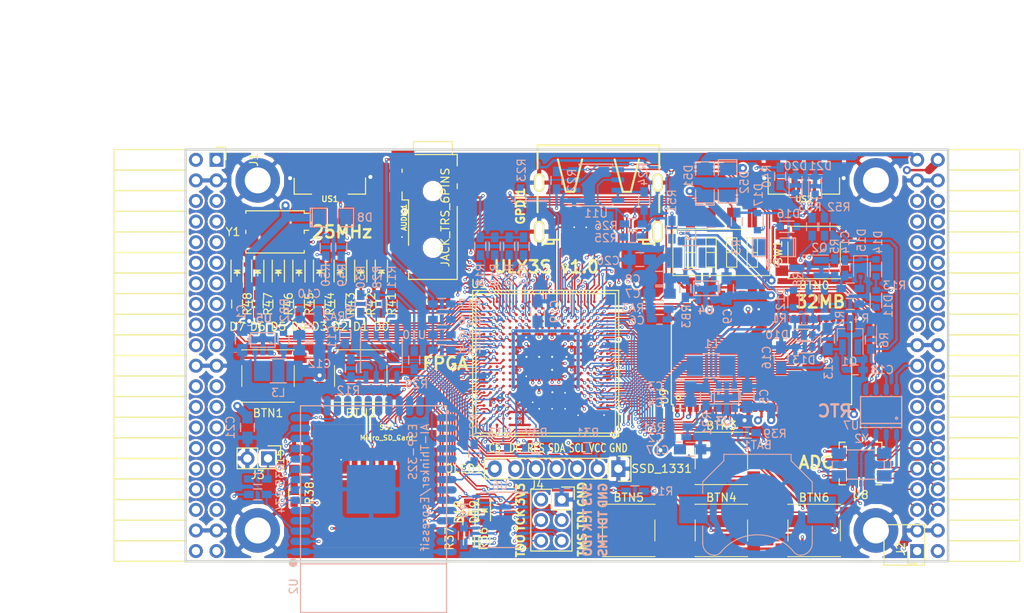
<source format=kicad_pcb>
(kicad_pcb (version 4) (host pcbnew 4.0.7+dfsg1-1)
  (layers (0 F.Cu signal) (1 In1.Cu signal) (2 In2.Cu signal) (31 B.Cu signal) (34 B.Paste user) (35 F.Paste user) (36 B.SilkS user) (37 F.SilkS user) (38 B.Mask user) (39 F.Mask user) (44 Edge.Cuts user))
  (net 0 "")
  (net 1 GND)
  (net 2 +5V)
  (net 3 /gpio/IN5V)
  (net 4 /gpio/OUT5V)
  (net 5 +3V3)
  (net 6 "Net-(L1-Pad1)")
  (net 7 "Net-(L2-Pad1)")
  (net 8 +1V2)
  (net 9 BTN_D)
  (net 10 BTN_F1)
  (net 11 BTN_F2)
  (net 12 BTN_L)
  (net 13 BTN_R)
  (net 14 BTN_U)
  (net 15 /power/FB1)
  (net 16 +2V5)
  (net 17 "Net-(L3-Pad1)")
  (net 18 /power/PWREN)
  (net 19 /power/FB3)
  (net 20 /power/FB2)
  (net 21 "Net-(D9-Pad1)")
  (net 22 /power/VBAT)
  (net 23 JTAG_TDI)
  (net 24 JTAG_TCK)
  (net 25 JTAG_TMS)
  (net 26 JTAG_TDO)
  (net 27 /power/WAKEUPn)
  (net 28 /power/WKUP)
  (net 29 /power/SHUT)
  (net 30 /power/WAKE)
  (net 31 /power/HOLD)
  (net 32 /power/WKn)
  (net 33 /power/OSCI_32k)
  (net 34 /power/OSCO_32k)
  (net 35 "Net-(Q2-Pad3)")
  (net 36 SHUTDOWN)
  (net 37 /analog/AUDIO_L)
  (net 38 /analog/AUDIO_R)
  (net 39 GPDI_5V_SCL)
  (net 40 GPDI_5V_SDA)
  (net 41 GPDI_SDA)
  (net 42 GPDI_SCL)
  (net 43 /gpdi/VREF2)
  (net 44 SD_CMD)
  (net 45 SD_CLK)
  (net 46 SD_D0)
  (net 47 SD_D1)
  (net 48 USB5V)
  (net 49 "Net-(BTN0-Pad1)")
  (net 50 GPDI_CEC)
  (net 51 nRESET)
  (net 52 FTDI_nDTR)
  (net 53 SDRAM_CKE)
  (net 54 SDRAM_A7)
  (net 55 SDRAM_D15)
  (net 56 SDRAM_BA1)
  (net 57 SDRAM_D7)
  (net 58 SDRAM_A6)
  (net 59 SDRAM_CLK)
  (net 60 SDRAM_D13)
  (net 61 SDRAM_BA0)
  (net 62 SDRAM_D6)
  (net 63 SDRAM_A5)
  (net 64 SDRAM_D14)
  (net 65 SDRAM_A11)
  (net 66 SDRAM_D12)
  (net 67 SDRAM_D5)
  (net 68 SDRAM_A4)
  (net 69 SDRAM_A10)
  (net 70 SDRAM_D11)
  (net 71 SDRAM_A3)
  (net 72 SDRAM_D4)
  (net 73 SDRAM_D10)
  (net 74 SDRAM_D9)
  (net 75 SDRAM_A9)
  (net 76 SDRAM_D3)
  (net 77 SDRAM_D8)
  (net 78 SDRAM_A8)
  (net 79 SDRAM_A2)
  (net 80 SDRAM_A1)
  (net 81 SDRAM_A0)
  (net 82 SDRAM_D2)
  (net 83 SDRAM_D1)
  (net 84 SDRAM_D0)
  (net 85 SDRAM_DQM0)
  (net 86 SDRAM_nCS)
  (net 87 SDRAM_nRAS)
  (net 88 SDRAM_DQM1)
  (net 89 SDRAM_nCAS)
  (net 90 SDRAM_nWE)
  (net 91 /flash/FLASH_nWP)
  (net 92 /flash/FLASH_nHOLD)
  (net 93 /flash/FLASH_MOSI)
  (net 94 /flash/FLASH_MISO)
  (net 95 /flash/FLASH_SCK)
  (net 96 /flash/FLASH_nCS)
  (net 97 /flash/FPGA_PROGRAMN)
  (net 98 /flash/FPGA_DONE)
  (net 99 /flash/FPGA_INITN)
  (net 100 OLED_RES)
  (net 101 OLED_DC)
  (net 102 OLED_CS)
  (net 103 WIFI_EN)
  (net 104 FTDI_nRTS)
  (net 105 FTDI_TXD)
  (net 106 FTDI_RXD)
  (net 107 WIFI_RXD)
  (net 108 WIFI_GPIO0)
  (net 109 WIFI_TXD)
  (net 110 GPDI_ETH-)
  (net 111 GPDI_ETH+)
  (net 112 GPDI_D2+)
  (net 113 GPDI_D2-)
  (net 114 GPDI_D1+)
  (net 115 GPDI_D1-)
  (net 116 GPDI_D0+)
  (net 117 GPDI_D0-)
  (net 118 GPDI_CLK+)
  (net 119 GPDI_CLK-)
  (net 120 USB_FTDI_D+)
  (net 121 USB_FTDI_D-)
  (net 122 J1_17-)
  (net 123 J1_17+)
  (net 124 J1_23-)
  (net 125 J1_23+)
  (net 126 J1_25-)
  (net 127 J1_25+)
  (net 128 J1_27-)
  (net 129 J1_27+)
  (net 130 J1_29-)
  (net 131 J1_29+)
  (net 132 J1_31-)
  (net 133 J1_31+)
  (net 134 J1_33-)
  (net 135 J1_33+)
  (net 136 J1_35-)
  (net 137 J1_35+)
  (net 138 J2_5-)
  (net 139 J2_5+)
  (net 140 J2_7-)
  (net 141 J2_7+)
  (net 142 J2_9-)
  (net 143 J2_9+)
  (net 144 J2_13-)
  (net 145 J2_13+)
  (net 146 J2_17-)
  (net 147 J2_17+)
  (net 148 J2_11-)
  (net 149 J2_11+)
  (net 150 J2_23-)
  (net 151 J2_23+)
  (net 152 J1_5-)
  (net 153 J1_5+)
  (net 154 J1_7-)
  (net 155 J1_7+)
  (net 156 J1_9-)
  (net 157 J1_9+)
  (net 158 J1_11-)
  (net 159 J1_11+)
  (net 160 J1_13-)
  (net 161 J1_13+)
  (net 162 J1_15-)
  (net 163 J1_15+)
  (net 164 J2_15-)
  (net 165 J2_15+)
  (net 166 J2_25-)
  (net 167 J2_25+)
  (net 168 J2_27-)
  (net 169 J2_27+)
  (net 170 J2_29-)
  (net 171 J2_29+)
  (net 172 J2_31-)
  (net 173 J2_31+)
  (net 174 J2_33-)
  (net 175 J2_33+)
  (net 176 J2_35-)
  (net 177 J2_35+)
  (net 178 SD_D3)
  (net 179 AUDIO_L3)
  (net 180 AUDIO_L2)
  (net 181 AUDIO_L1)
  (net 182 AUDIO_L0)
  (net 183 AUDIO_R3)
  (net 184 AUDIO_R2)
  (net 185 AUDIO_R1)
  (net 186 AUDIO_R0)
  (net 187 OLED_CLK)
  (net 188 OLED_MOSI)
  (net 189 LED0)
  (net 190 LED1)
  (net 191 LED2)
  (net 192 LED3)
  (net 193 LED4)
  (net 194 LED5)
  (net 195 LED6)
  (net 196 LED7)
  (net 197 BTN_PWRn)
  (net 198 "Net-(J3-Pad1)")
  (net 199 FTDI_nTXLED)
  (net 200 FTDI_nSLEEP)
  (net 201 /blinkey/LED_PWREN)
  (net 202 /blinkey/LED_TXLED)
  (net 203 FT3V3)
  (net 204 /sdcard/SD3V3)
  (net 205 SD_D2)
  (net 206 CLK_25MHz)
  (net 207 /blinkey/BTNPUL)
  (net 208 /blinkey/BTNPUR)
  (net 209 USB_FPGA_D+)
  (net 210 /power/FTDI_nSUSPEND)
  (net 211 /blinkey/ALED0)
  (net 212 /blinkey/ALED1)
  (net 213 /blinkey/ALED2)
  (net 214 /blinkey/ALED3)
  (net 215 /blinkey/ALED4)
  (net 216 /blinkey/ALED5)
  (net 217 /blinkey/ALED6)
  (net 218 /blinkey/ALED7)
  (net 219 /usb/FTD-)
  (net 220 /usb/FTD+)
  (net 221 ADC_MISO)
  (net 222 ADC_MOSI)
  (net 223 ADC_CSn)
  (net 224 ADC_SCLK)
  (net 225 "Net-(R51-Pad2)")
  (net 226 SW3)
  (net 227 SW2)
  (net 228 SW1)
  (net 229 SW0)
  (net 230 USB_FPGA_D-)
  (net 231 /usb/FPD+)
  (net 232 /usb/FPD-)
  (net 233 WIFI_GPIO16)
  (net 234 WIFI_GPIO15)
  (net 235 /usb/ANT_433MHz)
  (module Resistors_SMD:R_0603_HandSoldering (layer B.Cu) (at 154.044 71.326 90)
    (fp_text reference R51 (at 3.556 0 90) (layer B.SilkS) (effects (justify mirror)))
    (fp_text value 220)
    (pad 1 smd rect (at -1.1 0 90) (size 1.2 0.9) (layers B.Cu B.Paste B.Mask) (net 5 +3V3))
    (pad 2 smd rect (at 1.1 0 90) (size 1.2 0.9) (layers B.Cu B.Paste B.Mask) (net 225 "Net-(R51-Pad2)"))
  )
  (module SMD_Packages:SMD-1206_Pol (layer B.Cu) (at 160.902 65.484 270)
    (fp_text reference D52 (at -0.034 -2.078 270) (layer B.SilkS) (effects (justify mirror)))
    (fp_text value 2A)
    (pad 1 smd rect (at -1.651 0 270) (size 1.524 2.032) (layers B.Cu B.Paste B.Mask) (net 4 /gpio/OUT5V))
    (pad 2 smd rect (at 1.651 0 270) (size 1.524 2.032) (layers B.Cu B.Paste B.Mask) (net 2 +5V))
  )
  (module SMD_Packages:SMD-1206_Pol (layer B.Cu) (at 158.108 65.484 90)
    (fp_text reference D51 (at 0.762 -2.032 90) (layer B.SilkS) (effects (justify mirror)))
    (fp_text value 2A)
    (pad 1 smd rect (at -1.651 0 90) (size 1.524 2.032) (layers B.Cu B.Paste B.Mask) (net 2 +5V))
    (pad 2 smd rect (at 1.651 0 90) (size 1.524 2.032) (layers B.Cu B.Paste B.Mask) (net 3 /gpio/IN5V))
  )
  (module micro-sd:MicroSD_TF02D (layer F.Cu) (at 116.87 110.52 180)
    (fp_text reference SD1 (at -1.995 14.81 180) (layer F.SilkS) (effects (font (size 0.59944 0.59944) (thickness 0.12446))))
    (fp_text value Micro_SD_Card (at -1.995 13.54 180) (layer F.SilkS) (effects (font (size 0.59944 0.59944) (thickness 0.12446))))
    (pad 1 smd rect (at 1.94 11 180) (size 0.7 1.8) (layers F.Cu F.Paste F.Mask) (net 205 SD_D2))
    (pad 2 smd rect (at 0.84 11 180) (size 0.7 1.8) (layers F.Cu F.Paste F.Mask) (net 178 SD_D3))
    (pad 3 smd rect (at -0.26 11 180) (size 0.7 1.8) (layers F.Cu F.Paste F.Mask) (net 44 SD_CMD))
    (pad 4 smd rect (at -1.36 11 180) (size 0.7 1.8) (layers F.Cu F.Paste F.Mask) (net 204 /sdcard/SD3V3))
    (pad 5 smd rect (at -2.46 11 180) (size 0.7 1.8) (layers F.Cu F.Paste F.Mask) (net 45 SD_CLK))
    (pad 6 smd rect (at -3.56 11 180) (size 0.7 1.8) (layers F.Cu F.Paste F.Mask) (net 1 GND))
    (pad 7 smd rect (at -4.66 11 180) (size 0.7 1.8) (layers F.Cu F.Paste F.Mask) (net 46 SD_D0))
    (pad 8 smd rect (at -5.76 11 180) (size 0.7 1.8) (layers F.Cu F.Paste F.Mask) (net 47 SD_D1))
    (pad S smd rect (at -5.05 0.4 180) (size 1.6 1.4) (layers F.Cu F.Paste F.Mask))
    (pad S smd rect (at 0.75 0.4 180) (size 1.8 1.4) (layers F.Cu F.Paste F.Mask))
    (pad G smd rect (at -7.45 13.55 180) (size 1.4 1.9) (layers F.Cu F.Paste F.Mask))
    (pad G smd rect (at 6.6 14.55 180) (size 1.4 1.9) (layers F.Cu F.Paste F.Mask))
  )
  (module Resistors_SMD:R_1210_HandSoldering (layer B.Cu) (at 158.87 88.09 180)
    (fp_text reference L1 (at 0 2.7 180) (layer B.SilkS) (effects (justify mirror)))
    (fp_text value 2.2uH)
    (pad 1 smd rect (at -2 0 180) (size 2 2.5) (layers B.Cu B.Paste B.Mask) (net 6 "Net-(L1-Pad1)"))
    (pad 2 smd rect (at 2 0 180) (size 2 2.5) (layers B.Cu B.Paste B.Mask) (net 8 +1V2))
  )
  (module TSOT-25:TSOT-25 (layer B.Cu) (at 160.775 91.9)
    (fp_text reference U3 (at -0.381 3.048) (layer B.SilkS) (effects (font (thickness 0.2)) (justify mirror)))
    (fp_text value AP3429A)
    (pad 1 smd rect (at -0.95 -1.3) (size 0.7 1.2) (layers B.Cu B.Paste B.Mask) (net 18 /power/PWREN))
    (pad 2 smd rect (at 0 -1.3) (size 0.7 1.2) (layers B.Cu B.Paste B.Mask) (net 1 GND))
    (pad 3 smd rect (at 0.95 -1.3) (size 0.7 1.2) (layers B.Cu B.Paste B.Mask) (net 6 "Net-(L1-Pad1)"))
    (pad 4 smd rect (at 0.95 1.3) (size 0.7 1.2) (layers B.Cu B.Paste B.Mask) (net 2 +5V))
    (pad 5 smd rect (at -0.95 1.3) (size 0.7 1.2) (layers B.Cu B.Paste B.Mask) (net 15 /power/FB1))
  )
  (module Resistors_SMD:R_1210_HandSoldering (layer B.Cu) (at 156.33 74.755 180)
    (fp_text reference L2 (at 0 2.7 180) (layer B.SilkS) (effects (justify mirror)))
    (fp_text value 2.2uH)
    (pad 1 smd rect (at -2 0 180) (size 2 2.5) (layers B.Cu B.Paste B.Mask) (net 7 "Net-(L2-Pad1)"))
    (pad 2 smd rect (at 2 0 180) (size 2 2.5) (layers B.Cu B.Paste B.Mask) (net 5 +3V3))
  )
  (module TSOT-25:TSOT-25 (layer B.Cu) (at 158.235 78.535)
    (fp_text reference U4 (at 0 2.697) (layer B.SilkS) (effects (font (thickness 0.2)) (justify mirror)))
    (fp_text value AP3429A)
    (pad 1 smd rect (at -0.95 -1.3) (size 0.7 1.2) (layers B.Cu B.Paste B.Mask) (net 18 /power/PWREN))
    (pad 2 smd rect (at 0 -1.3) (size 0.7 1.2) (layers B.Cu B.Paste B.Mask) (net 1 GND))
    (pad 3 smd rect (at 0.95 -1.3) (size 0.7 1.2) (layers B.Cu B.Paste B.Mask) (net 7 "Net-(L2-Pad1)"))
    (pad 4 smd rect (at 0.95 1.3) (size 0.7 1.2) (layers B.Cu B.Paste B.Mask) (net 2 +5V))
    (pad 5 smd rect (at -0.95 1.3) (size 0.7 1.2) (layers B.Cu B.Paste B.Mask) (net 19 /power/FB3))
  )
  (module LEDs:LED_0805 (layer F.Cu) (at 118.23 76.66 270)
    (fp_text reference D0 (at 6.604 0 360) (layer F.SilkS))
    (fp_text value LED hide)
    (pad 2 smd rect (at 1.04902 0 90) (size 1.19888 1.19888) (layers F.Cu F.Paste F.Mask) (net 211 /blinkey/ALED0))
    (pad 1 smd rect (at -1.04902 0 90) (size 1.19888 1.19888) (layers F.Cu F.Paste F.Mask) (net 1 GND))
  )
  (module LEDs:LED_0805 (layer F.Cu) (at 115.69 76.66 270)
    (fp_text reference D1 (at 6.604 0 360) (layer F.SilkS))
    (fp_text value LED hide)
    (pad 2 smd rect (at 1.04902 0 90) (size 1.19888 1.19888) (layers F.Cu F.Paste F.Mask) (net 212 /blinkey/ALED1))
    (pad 1 smd rect (at -1.04902 0 90) (size 1.19888 1.19888) (layers F.Cu F.Paste F.Mask) (net 1 GND))
  )
  (module LEDs:LED_0805 (layer F.Cu) (at 113.15 76.66 270)
    (fp_text reference D2 (at 6.604 0 360) (layer F.SilkS))
    (fp_text value LED hide)
    (pad 2 smd rect (at 1.04902 0 90) (size 1.19888 1.19888) (layers F.Cu F.Paste F.Mask) (net 213 /blinkey/ALED2))
    (pad 1 smd rect (at -1.04902 0 90) (size 1.19888 1.19888) (layers F.Cu F.Paste F.Mask) (net 1 GND))
  )
  (module LEDs:LED_0805 (layer F.Cu) (at 110.61 76.66 270)
    (fp_text reference D3 (at 6.604 0 360) (layer F.SilkS))
    (fp_text value LED hide)
    (pad 2 smd rect (at 1.04902 0 90) (size 1.19888 1.19888) (layers F.Cu F.Paste F.Mask) (net 214 /blinkey/ALED3))
    (pad 1 smd rect (at -1.04902 0 90) (size 1.19888 1.19888) (layers F.Cu F.Paste F.Mask) (net 1 GND))
  )
  (module LEDs:LED_0805 (layer F.Cu) (at 108.07 76.66 270)
    (fp_text reference D4 (at 6.604 0 360) (layer F.SilkS))
    (fp_text value LED hide)
    (pad 2 smd rect (at 1.04902 0 90) (size 1.19888 1.19888) (layers F.Cu F.Paste F.Mask) (net 215 /blinkey/ALED4))
    (pad 1 smd rect (at -1.04902 0 90) (size 1.19888 1.19888) (layers F.Cu F.Paste F.Mask) (net 1 GND))
  )
  (module LEDs:LED_0805 (layer F.Cu) (at 105.53 76.66 270)
    (fp_text reference D5 (at 6.604 0 360) (layer F.SilkS))
    (fp_text value LED hide)
    (pad 2 smd rect (at 1.04902 0 90) (size 1.19888 1.19888) (layers F.Cu F.Paste F.Mask) (net 216 /blinkey/ALED5))
    (pad 1 smd rect (at -1.04902 0 90) (size 1.19888 1.19888) (layers F.Cu F.Paste F.Mask) (net 1 GND))
  )
  (module LEDs:LED_0805 (layer F.Cu) (at 102.99 76.66 270)
    (fp_text reference D6 (at 6.604 0 360) (layer F.SilkS))
    (fp_text value LED hide)
    (pad 2 smd rect (at 1.04902 0 90) (size 1.19888 1.19888) (layers F.Cu F.Paste F.Mask) (net 217 /blinkey/ALED6))
    (pad 1 smd rect (at -1.04902 0 90) (size 1.19888 1.19888) (layers F.Cu F.Paste F.Mask) (net 1 GND))
  )
  (module LEDs:LED_0805 (layer F.Cu) (at 100.45 76.66 270)
    (fp_text reference D7 (at 6.604 0 360) (layer F.SilkS))
    (fp_text value LED hide)
    (pad 2 smd rect (at 1.04902 0 90) (size 1.19888 1.19888) (layers F.Cu F.Paste F.Mask) (net 218 /blinkey/ALED7))
    (pad 1 smd rect (at -1.04902 0 90) (size 1.19888 1.19888) (layers F.Cu F.Paste F.Mask) (net 1 GND))
  )
  (module Resistors_SMD:R_1210_HandSoldering (layer B.Cu) (at 105.53 88.725)
    (fp_text reference L3 (at 0 2.7) (layer B.SilkS) (effects (justify mirror)))
    (fp_text value 2.2uH)
    (pad 1 smd rect (at -2 0) (size 2 2.5) (layers B.Cu B.Paste B.Mask) (net 17 "Net-(L3-Pad1)"))
    (pad 2 smd rect (at 2 0) (size 2 2.5) (layers B.Cu B.Paste B.Mask) (net 16 +2V5))
  )
  (module TSOT-25:TSOT-25 (layer B.Cu) (at 103.625 84.915 180)
    (fp_text reference U5 (at -0.127 2.667 180) (layer B.SilkS) (effects (font (thickness 0.2)) (justify mirror)))
    (fp_text value AP3429A)
    (pad 1 smd rect (at -0.95 -1.3 180) (size 0.7 1.2) (layers B.Cu B.Paste B.Mask) (net 18 /power/PWREN))
    (pad 2 smd rect (at 0 -1.3 180) (size 0.7 1.2) (layers B.Cu B.Paste B.Mask) (net 1 GND))
    (pad 3 smd rect (at 0.95 -1.3 180) (size 0.7 1.2) (layers B.Cu B.Paste B.Mask) (net 17 "Net-(L3-Pad1)"))
    (pad 4 smd rect (at 0.95 1.3 180) (size 0.7 1.2) (layers B.Cu B.Paste B.Mask) (net 2 +5V))
    (pad 5 smd rect (at -0.95 1.3 180) (size 0.7 1.2) (layers B.Cu B.Paste B.Mask) (net 20 /power/FB2))
  )
  (module Capacitors_SMD:C_0805_HandSoldering (layer B.Cu) (at 101.085 84.915 270)
    (fp_text reference C1 (at -3.429 0.127 270) (layer B.SilkS) (effects (justify mirror)))
    (fp_text value 22uF)
    (pad 1 smd rect (at -1.25 0 270) (size 1.5 1.25) (layers B.Cu B.Paste B.Mask) (net 2 +5V))
    (pad 2 smd rect (at 1.25 0 270) (size 1.5 1.25) (layers B.Cu B.Paste B.Mask) (net 1 GND))
  )
  (module Capacitors_SMD:C_0805_HandSoldering (layer B.Cu) (at 155.06 90.63)
    (fp_text reference C3 (at -3.048 0) (layer B.SilkS) (effects (justify mirror)))
    (fp_text value 22uF)
    (pad 1 smd rect (at -1.25 0) (size 1.5 1.25) (layers B.Cu B.Paste B.Mask) (net 8 +1V2))
    (pad 2 smd rect (at 1.25 0) (size 1.5 1.25) (layers B.Cu B.Paste B.Mask) (net 1 GND))
  )
  (module Capacitors_SMD:C_0805_HandSoldering (layer B.Cu) (at 155.06 92.535)
    (fp_text reference C4 (at -3.048 0.127) (layer B.SilkS) (effects (justify mirror)))
    (fp_text value 22uF)
    (pad 1 smd rect (at -1.25 0) (size 1.5 1.25) (layers B.Cu B.Paste B.Mask) (net 8 +1V2))
    (pad 2 smd rect (at 1.25 0) (size 1.5 1.25) (layers B.Cu B.Paste B.Mask) (net 1 GND))
  )
  (module Capacitors_SMD:C_0805_HandSoldering (layer B.Cu) (at 163.315 91.9 90)
    (fp_text reference C5 (at 0 2.1 90) (layer B.SilkS) (effects (justify mirror)))
    (fp_text value 22uF)
    (pad 1 smd rect (at -1.25 0 90) (size 1.5 1.25) (layers B.Cu B.Paste B.Mask) (net 2 +5V))
    (pad 2 smd rect (at 1.25 0 90) (size 1.5 1.25) (layers B.Cu B.Paste B.Mask) (net 1 GND))
  )
  (module Capacitors_SMD:C_0805_HandSoldering (layer B.Cu) (at 152.52 79.2)
    (fp_text reference C7 (at -3.302 0) (layer B.SilkS) (effects (justify mirror)))
    (fp_text value 22uF)
    (pad 1 smd rect (at -1.25 0) (size 1.5 1.25) (layers B.Cu B.Paste B.Mask) (net 5 +3V3))
    (pad 2 smd rect (at 1.25 0) (size 1.5 1.25) (layers B.Cu B.Paste B.Mask) (net 1 GND))
  )
  (module Capacitors_SMD:C_0805_HandSoldering (layer B.Cu) (at 152.52 77.295)
    (fp_text reference C8 (at -3.302 0.127) (layer B.SilkS) (effects (justify mirror)))
    (fp_text value 22uF)
    (pad 1 smd rect (at -1.25 0) (size 1.5 1.25) (layers B.Cu B.Paste B.Mask) (net 5 +3V3))
    (pad 2 smd rect (at 1.25 0) (size 1.5 1.25) (layers B.Cu B.Paste B.Mask) (net 1 GND))
  )
  (module Capacitors_SMD:C_0805_HandSoldering (layer B.Cu) (at 160.775 78.565 90)
    (fp_text reference C9 (at -3.429 0.127 90) (layer B.SilkS) (effects (justify mirror)))
    (fp_text value 22uF)
    (pad 1 smd rect (at -1.25 0 90) (size 1.5 1.25) (layers B.Cu B.Paste B.Mask) (net 2 +5V))
    (pad 2 smd rect (at 1.25 0 90) (size 1.5 1.25) (layers B.Cu B.Paste B.Mask) (net 1 GND))
  )
  (module Capacitors_SMD:C_0805_HandSoldering (layer B.Cu) (at 109.34 84.28 180)
    (fp_text reference C11 (at -2.794 -0.254 270) (layer B.SilkS) (effects (justify mirror)))
    (fp_text value 22uF)
    (pad 1 smd rect (at -1.25 0 180) (size 1.5 1.25) (layers B.Cu B.Paste B.Mask) (net 16 +2V5))
    (pad 2 smd rect (at 1.25 0 180) (size 1.5 1.25) (layers B.Cu B.Paste B.Mask) (net 1 GND))
  )
  (module Capacitors_SMD:C_0805_HandSoldering (layer B.Cu) (at 109.34 86.185 180)
    (fp_text reference C12 (at -1.27 -1.651 360) (layer B.SilkS) (effects (justify mirror)))
    (fp_text value 22uF)
    (pad 1 smd rect (at -1.25 0 180) (size 1.5 1.25) (layers B.Cu B.Paste B.Mask) (net 16 +2V5))
    (pad 2 smd rect (at 1.25 0 180) (size 1.5 1.25) (layers B.Cu B.Paste B.Mask) (net 1 GND))
  )
  (module SMD_Packages:SMD-1206_Pol (layer B.Cu) (at 112.261 69.802)
    (fp_text reference D8 (at 3.937 0) (layer B.SilkS) (effects (justify mirror)))
    (fp_text value 2A)
    (pad 1 smd rect (at -1.651 0) (size 1.524 2.032) (layers B.Cu B.Paste B.Mask) (net 2 +5V))
    (pad 2 smd rect (at 1.651 0) (size 1.524 2.032) (layers B.Cu B.Paste B.Mask) (net 48 USB5V))
  )
  (module SMD_Packages:SMD-1206_Pol (layer B.Cu) (at 166.49 73.485 180)
    (fp_text reference D9 (at 0.01 -1.965 180) (layer B.SilkS) (effects (justify mirror)))
    (fp_text value 2A)
    (pad 1 smd rect (at -1.651 0 180) (size 1.524 2.032) (layers B.Cu B.Paste B.Mask) (net 21 "Net-(D9-Pad1)"))
    (pad 2 smd rect (at 1.651 0 180) (size 1.524 2.032) (layers B.Cu B.Paste B.Mask) (net 2 +5V))
  )
  (module Power_Integrations:SO-8 (layer B.Cu) (at 179.825 93.805 180)
    (fp_text reference U7 (at 3.683 -1.651 180) (layer B.SilkS) (effects (justify mirror)))
    (fp_text value PCF8523)
    (pad 1 smd oval (at -1.905 -2.794 180) (size 0.6096 1.4732) (layers B.Cu B.Paste B.Mask) (net 33 /power/OSCI_32k))
    (pad 2 smd oval (at -0.635 -2.794 180) (size 0.6096 1.4732) (layers B.Cu B.Paste B.Mask) (net 34 /power/OSCO_32k))
    (pad 3 smd oval (at 0.635 -2.794 180) (size 0.6096 1.4732) (layers B.Cu B.Paste B.Mask) (net 22 /power/VBAT))
    (pad 4 smd oval (at 1.905 -2.794 180) (size 0.6096 1.4732) (layers B.Cu B.Paste B.Mask) (net 1 GND))
    (pad 5 smd oval (at 1.905 2.794 180) (size 0.6096 1.4732) (layers B.Cu B.Paste B.Mask) (net 41 GPDI_SDA))
    (pad 6 smd oval (at 0.635 2.794 180) (size 0.6096 1.4732) (layers B.Cu B.Paste B.Mask) (net 42 GPDI_SCL))
    (pad 7 smd oval (at -0.635 2.794 180) (size 0.6096 1.4732) (layers B.Cu B.Paste B.Mask) (net 27 /power/WAKEUPn))
    (pad 8 smd oval (at -1.905 2.794 180) (size 0.6096 1.4732) (layers B.Cu B.Paste B.Mask) (net 5 +3V3))
  )
  (module Capacitors_SMD:C_0805_HandSoldering (layer B.Cu) (at 173.221 84.788 90)
    (fp_text reference C13 (at -3.556 0.127 90) (layer B.SilkS) (effects (justify mirror)))
    (fp_text value 2.2uF)
    (pad 1 smd rect (at -1.25 0 90) (size 1.5 1.25) (layers B.Cu B.Paste B.Mask) (net 2 +5V))
    (pad 2 smd rect (at 1.25 0 90) (size 1.5 1.25) (layers B.Cu B.Paste B.Mask) (net 28 /power/WKUP))
  )
  (module Diodes_SMD:D_0805 (layer B.Cu) (at 170.3 84.28)
    (fp_text reference D10 (at -3.302 0) (layer B.SilkS) (effects (justify mirror)))
    (fp_text value 1N4148)
    (pad 1 smd rect (at -1.05 0) (size 0.8 0.9) (layers B.Cu B.Paste B.Mask) (net 30 /power/WAKE))
    (pad 2 smd rect (at 1.05 0) (size 0.8 0.9) (layers B.Cu B.Paste B.Mask) (net 28 /power/WKUP))
  )
  (module Diodes_SMD:D_0805 (layer B.Cu) (at 179.19 79.835 90)
    (fp_text reference D11 (at -0.889 1.524 90) (layer B.SilkS) (effects (justify mirror)))
    (fp_text value 1N4148)
    (pad 1 smd rect (at -1.05 0 90) (size 0.8 0.9) (layers B.Cu B.Paste B.Mask) (net 31 /power/HOLD))
    (pad 2 smd rect (at 1.05 0 90) (size 0.8 0.9) (layers B.Cu B.Paste B.Mask) (net 5 +3V3))
  )
  (module Diodes_SMD:D_0805 (layer B.Cu) (at 169.03 79.835 90)
    (fp_text reference D12 (at 0 -1.6 90) (layer B.SilkS) (effects (justify mirror)))
    (fp_text value 1N4148)
    (pad 1 smd rect (at -1.05 0 90) (size 0.8 0.9) (layers B.Cu B.Paste B.Mask) (net 18 /power/PWREN))
    (pad 2 smd rect (at 1.05 0 90) (size 0.8 0.9) (layers B.Cu B.Paste B.Mask) (net 210 /power/FTDI_nSUSPEND))
  )
  (module TSOP54:TSOP54 (layer F.Cu) (at 165.08 87.8 90)
    (fp_text reference U9 (at -4.1 -12 90) (layer F.SilkS))
    (fp_text value MT48LC16M16A2TG)
    (pad 28 smd rect (at 5.53 10.4 90) (size 0.9 0.56) (layers F.Cu F.Paste F.Mask) (net 1 GND))
    (pad 1 smd rect (at -5.53 -10.4 90) (size 0.9 0.56) (layers F.Cu F.Paste F.Mask) (net 5 +3V3))
    (pad 2 smd rect (at -5.53 -9.6 90) (size 0.9 0.56) (layers F.Cu F.Paste F.Mask) (net 84 SDRAM_D0))
    (pad 3 smd rect (at -5.53 -8.8 90) (size 0.9 0.56) (layers F.Cu F.Paste F.Mask) (net 5 +3V3))
    (pad 4 smd rect (at -5.53 -8 90) (size 0.9 0.56) (layers F.Cu F.Paste F.Mask) (net 83 SDRAM_D1))
    (pad 5 smd rect (at -5.53 -7.2 90) (size 0.9 0.56) (layers F.Cu F.Paste F.Mask) (net 82 SDRAM_D2))
    (pad 6 smd rect (at -5.53 -6.4 90) (size 0.9 0.56) (layers F.Cu F.Paste F.Mask) (net 1 GND))
    (pad 7 smd rect (at -5.53 -5.6 90) (size 0.9 0.56) (layers F.Cu F.Paste F.Mask) (net 76 SDRAM_D3))
    (pad 8 smd rect (at -5.53 -4.8 90) (size 0.9 0.56) (layers F.Cu F.Paste F.Mask) (net 72 SDRAM_D4))
    (pad 9 smd rect (at -5.53 -4 90) (size 0.9 0.56) (layers F.Cu F.Paste F.Mask) (net 5 +3V3))
    (pad 10 smd rect (at -5.53 -3.2 90) (size 0.9 0.56) (layers F.Cu F.Paste F.Mask) (net 67 SDRAM_D5))
    (pad 11 smd rect (at -5.53 -2.4 90) (size 0.9 0.56) (layers F.Cu F.Paste F.Mask) (net 62 SDRAM_D6))
    (pad 12 smd rect (at -5.53 -1.6 90) (size 0.9 0.56) (layers F.Cu F.Paste F.Mask) (net 1 GND))
    (pad 13 smd rect (at -5.53 -0.8 90) (size 0.9 0.56) (layers F.Cu F.Paste F.Mask) (net 57 SDRAM_D7))
    (pad 14 smd rect (at -5.53 0 90) (size 0.9 0.56) (layers F.Cu F.Paste F.Mask) (net 5 +3V3))
    (pad 15 smd rect (at -5.53 0.8 90) (size 0.9 0.56) (layers F.Cu F.Paste F.Mask) (net 85 SDRAM_DQM0))
    (pad 16 smd rect (at -5.53 1.6 90) (size 0.9 0.56) (layers F.Cu F.Paste F.Mask) (net 90 SDRAM_nWE))
    (pad 17 smd rect (at -5.53 2.4 90) (size 0.9 0.56) (layers F.Cu F.Paste F.Mask) (net 89 SDRAM_nCAS))
    (pad 18 smd rect (at -5.53 3.2 90) (size 0.9 0.56) (layers F.Cu F.Paste F.Mask) (net 87 SDRAM_nRAS))
    (pad 19 smd rect (at -5.53 4 90) (size 0.9 0.56) (layers F.Cu F.Paste F.Mask) (net 86 SDRAM_nCS))
    (pad 20 smd rect (at -5.53 4.8 90) (size 0.9 0.56) (layers F.Cu F.Paste F.Mask) (net 61 SDRAM_BA0))
    (pad 21 smd rect (at -5.53 5.6 90) (size 0.9 0.56) (layers F.Cu F.Paste F.Mask) (net 56 SDRAM_BA1))
    (pad 22 smd rect (at -5.53 6.4 90) (size 0.9 0.56) (layers F.Cu F.Paste F.Mask) (net 69 SDRAM_A10))
    (pad 23 smd rect (at -5.53 7.2 90) (size 0.9 0.56) (layers F.Cu F.Paste F.Mask) (net 81 SDRAM_A0))
    (pad 24 smd rect (at -5.53 8 90) (size 0.9 0.56) (layers F.Cu F.Paste F.Mask) (net 80 SDRAM_A1))
    (pad 25 smd rect (at -5.53 8.8 90) (size 0.9 0.56) (layers F.Cu F.Paste F.Mask) (net 79 SDRAM_A2))
    (pad 26 smd rect (at -5.53 9.6 90) (size 0.9 0.56) (layers F.Cu F.Paste F.Mask) (net 71 SDRAM_A3))
    (pad 27 smd rect (at -5.53 10.4 90) (size 0.9 0.56) (layers F.Cu F.Paste F.Mask) (net 5 +3V3))
    (pad 29 smd rect (at 5.53 9.6 90) (size 0.9 0.56) (layers F.Cu F.Paste F.Mask) (net 68 SDRAM_A4))
    (pad 30 smd rect (at 5.53 8.8 90) (size 0.9 0.56) (layers F.Cu F.Paste F.Mask) (net 63 SDRAM_A5))
    (pad 31 smd rect (at 5.53 8 90) (size 0.9 0.56) (layers F.Cu F.Paste F.Mask) (net 58 SDRAM_A6))
    (pad 32 smd rect (at 5.53 7.2 90) (size 0.9 0.56) (layers F.Cu F.Paste F.Mask) (net 54 SDRAM_A7))
    (pad 33 smd rect (at 5.53 6.4 90) (size 0.9 0.56) (layers F.Cu F.Paste F.Mask) (net 78 SDRAM_A8))
    (pad 34 smd rect (at 5.53 5.6 90) (size 0.9 0.56) (layers F.Cu F.Paste F.Mask) (net 75 SDRAM_A9))
    (pad 35 smd rect (at 5.53 4.8 90) (size 0.9 0.56) (layers F.Cu F.Paste F.Mask) (net 65 SDRAM_A11))
    (pad 36 smd rect (at 5.53 4 90) (size 0.9 0.56) (layers F.Cu F.Paste F.Mask))
    (pad 37 smd rect (at 5.53 3.2 90) (size 0.9 0.56) (layers F.Cu F.Paste F.Mask) (net 53 SDRAM_CKE))
    (pad 38 smd rect (at 5.53 2.4 90) (size 0.9 0.56) (layers F.Cu F.Paste F.Mask) (net 59 SDRAM_CLK))
    (pad 39 smd rect (at 5.53 1.6 90) (size 0.9 0.56) (layers F.Cu F.Paste F.Mask) (net 88 SDRAM_DQM1))
    (pad 40 smd rect (at 5.53 0.8 90) (size 0.9 0.56) (layers F.Cu F.Paste F.Mask))
    (pad 41 smd rect (at 5.53 0 90) (size 0.9 0.56) (layers F.Cu F.Paste F.Mask) (net 1 GND))
    (pad 42 smd rect (at 5.53 -0.8 90) (size 0.9 0.56) (layers F.Cu F.Paste F.Mask) (net 77 SDRAM_D8))
    (pad 43 smd rect (at 5.53 -1.6 90) (size 0.9 0.56) (layers F.Cu F.Paste F.Mask) (net 5 +3V3))
    (pad 44 smd rect (at 5.53 -2.4 90) (size 0.9 0.56) (layers F.Cu F.Paste F.Mask) (net 74 SDRAM_D9))
    (pad 45 smd rect (at 5.53 -3.2 90) (size 0.9 0.56) (layers F.Cu F.Paste F.Mask) (net 73 SDRAM_D10))
    (pad 46 smd rect (at 5.53 -4 90) (size 0.9 0.56) (layers F.Cu F.Paste F.Mask) (net 1 GND))
    (pad 47 smd rect (at 5.53 -4.8 90) (size 0.9 0.56) (layers F.Cu F.Paste F.Mask) (net 70 SDRAM_D11))
    (pad 48 smd rect (at 5.53 -5.6 90) (size 0.9 0.56) (layers F.Cu F.Paste F.Mask) (net 66 SDRAM_D12))
    (pad 49 smd rect (at 5.53 -6.4 90) (size 0.9 0.56) (layers F.Cu F.Paste F.Mask) (net 5 +3V3))
    (pad 50 smd rect (at 5.53 -7.2 90) (size 0.9 0.56) (layers F.Cu F.Paste F.Mask) (net 60 SDRAM_D13))
    (pad 51 smd rect (at 5.53 -8 90) (size 0.9 0.56) (layers F.Cu F.Paste F.Mask) (net 64 SDRAM_D14))
    (pad 52 smd rect (at 5.53 -8.8 90) (size 0.9 0.56) (layers F.Cu F.Paste F.Mask) (net 1 GND))
    (pad 53 smd rect (at 5.53 -9.6 90) (size 0.9 0.56) (layers F.Cu F.Paste F.Mask) (net 55 SDRAM_D15))
    (pad 54 smd rect (at 5.53 -10.4 90) (size 0.9 0.56) (layers F.Cu F.Paste F.Mask) (net 1 GND))
  )
  (module TO_SOT_Packages_SMD:SOT-23_Handsoldering (layer B.Cu) (at 176.015 84.28 90)
    (fp_text reference Q1 (at -3.302 -0.127 180) (layer B.SilkS) (effects (justify mirror)))
    (fp_text value BC857)
    (pad 1 smd rect (at -1.5 0.95 90) (size 1.9 0.8) (layers B.Cu B.Paste B.Mask) (net 32 /power/WKn))
    (pad 2 smd rect (at -1.5 -0.95 90) (size 1.9 0.8) (layers B.Cu B.Paste B.Mask) (net 2 +5V))
    (pad 3 smd rect (at 1.5 0 90) (size 1.9 0.8) (layers B.Cu B.Paste B.Mask) (net 28 /power/WKUP))
  )
  (module TO_SOT_Packages_SMD:SOT-23_Handsoldering (layer B.Cu) (at 170.935 76.025 180)
    (fp_text reference Q2 (at -1.295 2.5 180) (layer B.SilkS) (effects (justify mirror)))
    (fp_text value 2N7002)
    (pad 1 smd rect (at -1.5 0.95 180) (size 1.9 0.8) (layers B.Cu B.Paste B.Mask) (net 29 /power/SHUT))
    (pad 2 smd rect (at -1.5 -0.95 180) (size 1.9 0.8) (layers B.Cu B.Paste B.Mask) (net 1 GND))
    (pad 3 smd rect (at 1.5 0 180) (size 1.9 0.8) (layers B.Cu B.Paste B.Mask) (net 35 "Net-(Q2-Pad3)"))
  )
  (module Capacitors_SMD:C_0603_HandSoldering (layer B.Cu) (at 154.86 96.91)
    (fp_text reference C2 (at -2.848 0.07) (layer B.SilkS) (effects (justify mirror)))
    (fp_text value 470pF)
    (pad 1 smd rect (at -0.95 0) (size 1.2 0.75) (layers B.Cu B.Paste B.Mask) (net 8 +1V2))
    (pad 2 smd rect (at 0.95 0) (size 1.2 0.75) (layers B.Cu B.Paste B.Mask) (net 15 /power/FB1))
  )
  (module Capacitors_SMD:C_0603_HandSoldering (layer B.Cu) (at 152.52 82.375)
    (fp_text reference C6 (at -2.794 0.127) (layer B.SilkS) (effects (justify mirror)))
    (fp_text value 470pF)
    (pad 1 smd rect (at -0.95 0) (size 1.2 0.75) (layers B.Cu B.Paste B.Mask) (net 5 +3V3))
    (pad 2 smd rect (at 0.95 0) (size 1.2 0.75) (layers B.Cu B.Paste B.Mask) (net 19 /power/FB3))
  )
  (module Capacitors_SMD:C_0603_HandSoldering (layer B.Cu) (at 109.34 81.105 180)
    (fp_text reference C10 (at 0 1.9 180) (layer B.SilkS) (effects (justify mirror)))
    (fp_text value 470pF)
    (pad 1 smd rect (at -0.95 0 180) (size 1.2 0.75) (layers B.Cu B.Paste B.Mask) (net 16 +2V5))
    (pad 2 smd rect (at 0.95 0 180) (size 1.2 0.75) (layers B.Cu B.Paste B.Mask) (net 20 /power/FB2))
  )
  (module Capacitors_SMD:C_0603_HandSoldering (layer B.Cu) (at 175.38 76.025 270)
    (fp_text reference C14 (at -3.175 0 270) (layer B.SilkS) (effects (justify mirror)))
    (fp_text value 100nF)
    (pad 1 smd rect (at -0.95 0 270) (size 1.2 0.75) (layers B.Cu B.Paste B.Mask) (net 29 /power/SHUT))
    (pad 2 smd rect (at 0.95 0 270) (size 1.2 0.75) (layers B.Cu B.Paste B.Mask) (net 1 GND))
  )
  (module Resistors_SMD:R_0603_HandSoldering (layer B.Cu) (at 170.3 82.375)
    (fp_text reference R1 (at -3.048 -0.127) (layer B.SilkS) (effects (justify mirror)))
    (fp_text value 15k)
    (pad 1 smd rect (at -1.1 0) (size 1.2 0.9) (layers B.Cu B.Paste B.Mask) (net 30 /power/WAKE))
    (pad 2 smd rect (at 1.1 0) (size 1.2 0.9) (layers B.Cu B.Paste B.Mask) (net 18 /power/PWREN))
  )
  (module Resistors_SMD:R_0603_HandSoldering (layer B.Cu) (at 172.84 79.835 90)
    (fp_text reference R2 (at -2.413 1.9 90) (layer B.SilkS) (effects (justify mirror)))
    (fp_text value 47k)
    (pad 1 smd rect (at -1.1 0 90) (size 1.2 0.9) (layers B.Cu B.Paste B.Mask) (net 18 /power/PWREN))
    (pad 2 smd rect (at 1.1 0 90) (size 1.2 0.9) (layers B.Cu B.Paste B.Mask) (net 1 GND))
  )
  (module Resistors_SMD:R_0603_HandSoldering (layer B.Cu) (at 176.015 80.47 180)
    (fp_text reference R4 (at -1.397 -1.778 360) (layer B.SilkS) (effects (justify mirror)))
    (fp_text value 15k)
    (pad 1 smd rect (at -1.1 0 180) (size 1.2 0.9) (layers B.Cu B.Paste B.Mask) (net 31 /power/HOLD))
    (pad 2 smd rect (at 1.1 0 180) (size 1.2 0.9) (layers B.Cu B.Paste B.Mask) (net 18 /power/PWREN))
  )
  (module Resistors_SMD:R_0603_HandSoldering (layer B.Cu) (at 174.11 76.025 270)
    (fp_text reference R5 (at -2.667 0 270) (layer B.SilkS) (effects (justify mirror)))
    (fp_text value 4.7M)
    (pad 1 smd rect (at -1.1 0 270) (size 1.2 0.9) (layers B.Cu B.Paste B.Mask) (net 29 /power/SHUT))
    (pad 2 smd rect (at 1.1 0 270) (size 1.2 0.9) (layers B.Cu B.Paste B.Mask) (net 1 GND))
  )
  (module Resistors_SMD:R_0603_HandSoldering (layer B.Cu) (at 178.555 84.915 270)
    (fp_text reference R6 (at 0 -1.651 270) (layer B.SilkS) (effects (justify mirror)))
    (fp_text value 1k)
    (pad 1 smd rect (at -1.1 0 270) (size 1.2 0.9) (layers B.Cu B.Paste B.Mask) (net 32 /power/WKn))
    (pad 2 smd rect (at 1.1 0 270) (size 1.2 0.9) (layers B.Cu B.Paste B.Mask) (net 27 /power/WAKEUPn))
  )
  (module Resistors_SMD:R_0603_HandSoldering (layer B.Cu) (at 113.785 84.28 270)
    (fp_text reference R7 (at -2.794 -0.635 270) (layer B.SilkS) (effects (justify mirror)))
    (fp_text value 220)
    (pad 1 smd rect (at -1.1 0 270) (size 1.2 0.9) (layers B.Cu B.Paste B.Mask) (net 5 +3V3))
    (pad 2 smd rect (at 1.1 0 270) (size 1.2 0.9) (layers B.Cu B.Paste B.Mask) (net 207 /blinkey/BTNPUL))
  )
  (module Resistors_SMD:R_0603_HandSoldering (layer B.Cu) (at 170.935 79.835 90)
    (fp_text reference R8 (at 2.413 -1.397 90) (layer B.SilkS) (effects (justify mirror)))
    (fp_text value 1k)
    (pad 1 smd rect (at -1.1 0 90) (size 1.2 0.9) (layers B.Cu B.Paste B.Mask) (net 18 /power/PWREN))
    (pad 2 smd rect (at 1.1 0 90) (size 1.2 0.9) (layers B.Cu B.Paste B.Mask) (net 35 "Net-(Q2-Pad3)"))
  )
  (module Resistors_SMD:R_0603_HandSoldering (layer B.Cu) (at 128.39 109.045 270)
    (fp_text reference R9 (at -3.13 -0.126 270) (layer B.SilkS) (effects (justify mirror)))
    (fp_text value 15k)
    (pad 1 smd rect (at -1.1 0 270) (size 1.2 0.9) (layers B.Cu B.Paste B.Mask) (net 51 nRESET))
    (pad 2 smd rect (at 1.1 0 270) (size 1.2 0.9) (layers B.Cu B.Paste B.Mask) (net 203 FT3V3))
  )
  (module Resistors_SMD:R_0603_HandSoldering (layer B.Cu) (at 149.472 103.584 180)
    (fp_text reference R10 (at -3.302 0 180) (layer B.SilkS) (effects (justify mirror)))
    (fp_text value 220)
    (pad 1 smd rect (at -1.1 0 180) (size 1.2 0.9) (layers B.Cu B.Paste B.Mask) (net 210 /power/FTDI_nSUSPEND))
    (pad 2 smd rect (at 1.1 0 180) (size 1.2 0.9) (layers B.Cu B.Paste B.Mask) (net 200 FTDI_nSLEEP))
  )
  (module Resistors_SMD:R_0603_HandSoldering (layer B.Cu) (at 176.015 78.565 180)
    (fp_text reference R13 (at -5.461 0.381 180) (layer B.SilkS) (effects (justify mirror)))
    (fp_text value 15k)
    (pad 1 smd rect (at -1.1 0 180) (size 1.2 0.9) (layers B.Cu B.Paste B.Mask) (net 36 SHUTDOWN))
    (pad 2 smd rect (at 1.1 0 180) (size 1.2 0.9) (layers B.Cu B.Paste B.Mask) (net 1 GND))
  )
  (module Resistors_SMD:R_0603_HandSoldering (layer B.Cu) (at 154.86 95.64)
    (fp_text reference RA1 (at -3.102 0.07) (layer B.SilkS) (effects (justify mirror)))
    (fp_text value 15k)
    (pad 1 smd rect (at -1.1 0) (size 1.2 0.9) (layers B.Cu B.Paste B.Mask) (net 8 +1V2))
    (pad 2 smd rect (at 1.1 0) (size 1.2 0.9) (layers B.Cu B.Paste B.Mask) (net 15 /power/FB1))
  )
  (module Resistors_SMD:R_0603_HandSoldering (layer B.Cu) (at 109.34 82.375 180)
    (fp_text reference RA2 (at -3.048 0.381 360) (layer B.SilkS) (effects (justify mirror)))
    (fp_text value 15k)
    (pad 1 smd rect (at -1.1 0 180) (size 1.2 0.9) (layers B.Cu B.Paste B.Mask) (net 16 +2V5))
    (pad 2 smd rect (at 1.1 0 180) (size 1.2 0.9) (layers B.Cu B.Paste B.Mask) (net 20 /power/FB2))
  )
  (module Resistors_SMD:R_0603_HandSoldering (layer B.Cu) (at 152.52 81.105)
    (fp_text reference RA3 (at -3.302 -0.127) (layer B.SilkS) (effects (justify mirror)))
    (fp_text value 15k)
    (pad 1 smd rect (at -1.1 0) (size 1.2 0.9) (layers B.Cu B.Paste B.Mask) (net 5 +3V3))
    (pad 2 smd rect (at 1.1 0) (size 1.2 0.9) (layers B.Cu B.Paste B.Mask) (net 19 /power/FB3))
  )
  (module Resistors_SMD:R_0603_HandSoldering (layer B.Cu) (at 158.235 91.9 270)
    (fp_text reference RB1 (at 3.302 -0.127 270) (layer B.SilkS) (effects (justify mirror)))
    (fp_text value 15k)
    (pad 1 smd rect (at -1.1 0 270) (size 1.2 0.9) (layers B.Cu B.Paste B.Mask) (net 1 GND))
    (pad 2 smd rect (at 1.1 0 270) (size 1.2 0.9) (layers B.Cu B.Paste B.Mask) (net 15 /power/FB1))
  )
  (module Resistors_SMD:R_0603_HandSoldering (layer B.Cu) (at 106.165 84.915 90)
    (fp_text reference RB2 (at 3.683 0.127 90) (layer B.SilkS) (effects (justify mirror)))
    (fp_text value 4.7k)
    (pad 1 smd rect (at -1.1 0 90) (size 1.2 0.9) (layers B.Cu B.Paste B.Mask) (net 1 GND))
    (pad 2 smd rect (at 1.1 0 90) (size 1.2 0.9) (layers B.Cu B.Paste B.Mask) (net 20 /power/FB2))
  )
  (module Resistors_SMD:R_0603_HandSoldering (layer B.Cu) (at 155.695 78.565 270)
    (fp_text reference RB3 (at 3.429 -0.127 270) (layer B.SilkS) (effects (justify mirror)))
    (fp_text value 3.3k)
    (pad 1 smd rect (at -1.1 0 270) (size 1.2 0.9) (layers B.Cu B.Paste B.Mask) (net 1 GND))
    (pad 2 smd rect (at 1.1 0 270) (size 1.2 0.9) (layers B.Cu B.Paste B.Mask) (net 19 /power/FB3))
  )
  (module Resistors_SMD:R_0603_HandSoldering (layer B.Cu) (at 125.682 86.185 180)
    (fp_text reference R14 (at -3.47 0.127 180) (layer B.SilkS) (effects (justify mirror)))
    (fp_text value 800)
    (pad 1 smd rect (at -1.1 0 180) (size 1.2 0.9) (layers B.Cu B.Paste B.Mask) (net 179 AUDIO_L3))
    (pad 2 smd rect (at 1.1 0 180) (size 1.2 0.9) (layers B.Cu B.Paste B.Mask) (net 37 /analog/AUDIO_L))
  )
  (module Resistors_SMD:R_0603_HandSoldering (layer B.Cu) (at 125.682 84.279 180)
    (fp_text reference R15 (at -3.47 -0.001 180) (layer B.SilkS) (effects (justify mirror)))
    (fp_text value 400)
    (pad 1 smd rect (at -1.1 0 180) (size 1.2 0.9) (layers B.Cu B.Paste B.Mask) (net 180 AUDIO_L2))
    (pad 2 smd rect (at 1.1 0 180) (size 1.2 0.9) (layers B.Cu B.Paste B.Mask) (net 37 /analog/AUDIO_L))
  )
  (module Resistors_SMD:R_0603_HandSoldering (layer B.Cu) (at 125.682 82.375 180)
    (fp_text reference R16 (at -3.47 -0.127 180) (layer B.SilkS) (effects (justify mirror)))
    (fp_text value 200)
    (pad 1 smd rect (at -1.1 0 180) (size 1.2 0.9) (layers B.Cu B.Paste B.Mask) (net 181 AUDIO_L1))
    (pad 2 smd rect (at 1.1 0 180) (size 1.2 0.9) (layers B.Cu B.Paste B.Mask) (net 37 /analog/AUDIO_L))
  )
  (module Resistors_SMD:R_0603_HandSoldering (layer B.Cu) (at 125.682 80.47 180)
    (fp_text reference R17 (at -3.47 0 180) (layer B.SilkS) (effects (justify mirror)))
    (fp_text value 100)
    (pad 1 smd rect (at -1.1 0 180) (size 1.2 0.9) (layers B.Cu B.Paste B.Mask) (net 182 AUDIO_L0))
    (pad 2 smd rect (at 1.1 0 180) (size 1.2 0.9) (layers B.Cu B.Paste B.Mask) (net 37 /analog/AUDIO_L))
  )
  (module Resistors_SMD:R_0603_HandSoldering (layer B.Cu) (at 130.422 73.358 90)
    (fp_text reference R18 (at -3.556 0 90) (layer B.SilkS) (effects (justify mirror)))
    (fp_text value 800)
    (pad 1 smd rect (at -1.1 0 90) (size 1.2 0.9) (layers B.Cu B.Paste B.Mask) (net 183 AUDIO_R3))
    (pad 2 smd rect (at 1.1 0 90) (size 1.2 0.9) (layers B.Cu B.Paste B.Mask) (net 38 /analog/AUDIO_R))
  )
  (module Resistors_SMD:R_0603_HandSoldering (layer B.Cu) (at 132.2 73.358 90)
    (fp_text reference R19 (at -3.556 0 90) (layer B.SilkS) (effects (justify mirror)))
    (fp_text value 400)
    (pad 1 smd rect (at -1.1 0 90) (size 1.2 0.9) (layers B.Cu B.Paste B.Mask) (net 184 AUDIO_R2))
    (pad 2 smd rect (at 1.1 0 90) (size 1.2 0.9) (layers B.Cu B.Paste B.Mask) (net 38 /analog/AUDIO_R))
  )
  (module Resistors_SMD:R_0603_HandSoldering (layer B.Cu) (at 133.978 73.358 90)
    (fp_text reference R20 (at -3.556 0 90) (layer B.SilkS) (effects (justify mirror)))
    (fp_text value 200)
    (pad 1 smd rect (at -1.1 0 90) (size 1.2 0.9) (layers B.Cu B.Paste B.Mask) (net 185 AUDIO_R1))
    (pad 2 smd rect (at 1.1 0 90) (size 1.2 0.9) (layers B.Cu B.Paste B.Mask) (net 38 /analog/AUDIO_R))
  )
  (module Resistors_SMD:R_0603_HandSoldering (layer B.Cu) (at 135.756 73.358 90)
    (fp_text reference R21 (at -3.556 0 90) (layer B.SilkS) (effects (justify mirror)))
    (fp_text value 100)
    (pad 1 smd rect (at -1.1 0 90) (size 1.2 0.9) (layers B.Cu B.Paste B.Mask) (net 186 AUDIO_R0))
    (pad 2 smd rect (at 1.1 0 90) (size 1.2 0.9) (layers B.Cu B.Paste B.Mask) (net 38 /analog/AUDIO_R))
  )
  (module Housings_SOIC:SOIC-8_3.9x4.9mm_Pitch1.27mm (layer B.Cu) (at 118.23 86.82 270)
    (fp_text reference U10 (at -2.54 -4.064 360) (layer B.SilkS) (effects (justify mirror)))
    (fp_text value S25FL164K0XMFI011)
    (pad 1 smd rect (at -2.7 1.905 270) (size 1.55 0.6) (layers B.Cu B.Paste B.Mask) (net 96 /flash/FLASH_nCS))
    (pad 2 smd rect (at -2.7 0.635 270) (size 1.55 0.6) (layers B.Cu B.Paste B.Mask) (net 94 /flash/FLASH_MISO))
    (pad 3 smd rect (at -2.7 -0.635 270) (size 1.55 0.6) (layers B.Cu B.Paste B.Mask) (net 91 /flash/FLASH_nWP))
    (pad 4 smd rect (at -2.7 -1.905 270) (size 1.55 0.6) (layers B.Cu B.Paste B.Mask) (net 1 GND))
    (pad 5 smd rect (at 2.7 -1.905 270) (size 1.55 0.6) (layers B.Cu B.Paste B.Mask) (net 93 /flash/FLASH_MOSI))
    (pad 6 smd rect (at 2.7 -0.635 270) (size 1.55 0.6) (layers B.Cu B.Paste B.Mask) (net 95 /flash/FLASH_SCK))
    (pad 7 smd rect (at 2.7 0.635 270) (size 1.55 0.6) (layers B.Cu B.Paste B.Mask) (net 92 /flash/FLASH_nHOLD))
    (pad 8 smd rect (at 2.7 1.905 270) (size 1.55 0.6) (layers B.Cu B.Paste B.Mask) (net 5 +3V3))
  )
  (module Capacitors_SMD:C_0603_HandSoldering (layer B.Cu) (at 176.65 88.598)
    (fp_text reference C18 (at 3.302 0) (layer B.SilkS) (effects (justify mirror)))
    (fp_text value 100nF)
    (pad 1 smd rect (at -0.95 0) (size 1.2 0.75) (layers B.Cu B.Paste B.Mask) (net 2 +5V))
    (pad 2 smd rect (at 0.95 0) (size 1.2 0.75) (layers B.Cu B.Paste B.Mask) (net 1 GND))
  )
  (module Housings_SOIC:SOIC-8_3.9x4.9mm_Pitch1.27mm (layer B.Cu) (at 144.68 65.8)
    (fp_text reference U11 (at 0 3.5) (layer B.SilkS) (effects (justify mirror)))
    (fp_text value PCA9306DCTR)
    (pad 1 smd rect (at -2.7 1.905) (size 1.55 0.6) (layers B.Cu B.Paste B.Mask) (net 1 GND))
    (pad 2 smd rect (at -2.7 0.635) (size 1.55 0.6) (layers B.Cu B.Paste B.Mask) (net 5 +3V3))
    (pad 3 smd rect (at -2.7 -0.635) (size 1.55 0.6) (layers B.Cu B.Paste B.Mask) (net 42 GPDI_SCL))
    (pad 4 smd rect (at -2.7 -1.905) (size 1.55 0.6) (layers B.Cu B.Paste B.Mask) (net 41 GPDI_SDA))
    (pad 5 smd rect (at 2.7 -1.905) (size 1.55 0.6) (layers B.Cu B.Paste B.Mask) (net 40 GPDI_5V_SDA))
    (pad 6 smd rect (at 2.7 -0.635) (size 1.55 0.6) (layers B.Cu B.Paste B.Mask) (net 39 GPDI_5V_SCL))
    (pad 7 smd rect (at 2.7 0.635) (size 1.55 0.6) (layers B.Cu B.Paste B.Mask) (net 43 /gpdi/VREF2))
    (pad 8 smd rect (at 2.7 1.905) (size 1.55 0.6) (layers B.Cu B.Paste B.Mask) (net 43 /gpdi/VREF2))
  )
  (module Diodes_SMD:D_0805 (layer B.Cu) (at 170.3 85.804 180)
    (fp_text reference D13 (at 0 -1.6 180) (layer B.SilkS) (effects (justify mirror)))
    (fp_text value 1N4148)
    (pad 1 smd rect (at -1.05 0 180) (size 0.8 0.9) (layers B.Cu B.Paste B.Mask) (net 28 /power/WKUP))
    (pad 2 smd rect (at 1.05 0 180) (size 0.8 0.9) (layers B.Cu B.Paste B.Mask) (net 1 GND))
  )
  (module Diodes_SMD:D_0805 (layer B.Cu) (at 179.19 76.025 90)
    (fp_text reference D14 (at 3.175 0.254 90) (layer B.SilkS) (effects (justify mirror)))
    (fp_text value 1N4148)
    (pad 1 smd rect (at -1.05 0 90) (size 0.8 0.9) (layers B.Cu B.Paste B.Mask) (net 5 +3V3))
    (pad 2 smd rect (at 1.05 0 90) (size 0.8 0.9) (layers B.Cu B.Paste B.Mask) (net 29 /power/SHUT))
  )
  (module ESP32-footprints-Lib:ESP-32S (layer B.Cu) (at 117.313 101.513)
    (fp_text reference U2 (at -9.9 13.8 90) (layer B.SilkS) (effects (justify mirror)))
    (fp_text value ESP-32S)
    (fp_text user AI-Thinker/Espressif (at 6.3 1.6 270) (layer B.SilkS) (effects (justify mirror)))
    (fp_text user ESP-32S (at 4.8 -2.8 270) (layer B.SilkS) (effects (justify mirror)))
    (pad 38 smd oval (at 8.947434 9.517338 180) (size 2.5 0.9) (layers B.Cu B.Paste B.Mask) (net 1 GND))
    (pad 37 smd oval (at 8.947434 8.247338 180) (size 2.5 0.9) (layers B.Cu B.Paste B.Mask))
    (pad 36 smd oval (at 8.947434 6.977338 180) (size 2.5 0.9) (layers B.Cu B.Paste B.Mask))
    (pad 35 smd oval (at 8.947434 5.707338 180) (size 2.5 0.9) (layers B.Cu B.Paste B.Mask) (net 109 WIFI_TXD))
    (pad 34 smd oval (at 8.947434 4.437338 180) (size 2.5 0.9) (layers B.Cu B.Paste B.Mask) (net 107 WIFI_RXD))
    (pad 33 smd oval (at 8.947434 3.167338 180) (size 2.5 0.9) (layers B.Cu B.Paste B.Mask) (net 25 JTAG_TMS))
    (pad 32 smd oval (at 8.947434 1.897338 180) (size 2.5 0.9) (layers B.Cu B.Paste B.Mask))
    (pad 31 smd oval (at 8.947434 0.627338 180) (size 2.5 0.9) (layers B.Cu B.Paste B.Mask) (net 23 JTAG_TDI))
    (pad 30 smd oval (at 8.947434 -0.642662 180) (size 2.5 0.9) (layers B.Cu B.Paste B.Mask) (net 24 JTAG_TCK))
    (pad 29 smd oval (at 8.947434 -1.912662 180) (size 2.5 0.9) (layers B.Cu B.Paste B.Mask))
    (pad 28 smd oval (at 8.947434 -3.182662 180) (size 2.5 0.9) (layers B.Cu B.Paste B.Mask) (net 26 JTAG_TDO))
    (pad 27 smd oval (at 8.947434 -4.452662 180) (size 2.5 0.9) (layers B.Cu B.Paste B.Mask) (net 233 WIFI_GPIO16))
    (pad 26 smd oval (at 8.947434 -5.722662 180) (size 2.5 0.9) (layers B.Cu B.Paste B.Mask))
    (pad 25 smd oval (at 8.947434 -6.992662 180) (size 2.5 0.9) (layers B.Cu B.Paste B.Mask) (net 108 WIFI_GPIO0))
    (pad 24 smd oval (at 5.662434 -8.482662 180) (size 0.9 2.5) (layers B.Cu B.Paste B.Mask))
    (pad 23 smd oval (at 4.392434 -8.482662 180) (size 0.9 2.5) (layers B.Cu B.Paste B.Mask) (net 234 WIFI_GPIO15))
    (pad 22 smd oval (at 3.122434 -8.482662 180) (size 0.9 2.5) (layers B.Cu B.Paste B.Mask) (net 47 SD_D1))
    (pad 21 smd oval (at 1.852434 -8.482662 180) (size 0.9 2.5) (layers B.Cu B.Paste B.Mask) (net 46 SD_D0))
    (pad 20 smd oval (at 0.582434 -8.482662 180) (size 0.9 2.5) (layers B.Cu B.Paste B.Mask) (net 45 SD_CLK))
    (pad 19 smd oval (at -0.687566 -8.482662 180) (size 0.9 2.5) (layers B.Cu B.Paste B.Mask) (net 44 SD_CMD))
    (pad 18 smd oval (at -1.957566 -8.482662 180) (size 0.9 2.5) (layers B.Cu B.Paste B.Mask))
    (pad 17 smd oval (at -3.227566 -8.482662 180) (size 0.9 2.5) (layers B.Cu B.Paste B.Mask))
    (pad 16 smd oval (at -4.497566 -8.482662 180) (size 0.9 2.5) (layers B.Cu B.Paste B.Mask) (net 128 J1_27-))
    (pad 15 smd oval (at -5.767566 -8.482662 180) (size 0.9 2.5) (layers B.Cu B.Paste B.Mask))
    (pad 14 smd oval (at -9.052566 -6.992662 180) (size 2.5 0.9) (layers B.Cu B.Paste B.Mask) (net 129 J1_27+))
    (pad 13 smd oval (at -9.052566 -5.722662 180) (size 2.5 0.9) (layers B.Cu B.Paste B.Mask) (net 130 J1_29-))
    (pad 12 smd oval (at -9.052566 -4.452662 180) (size 2.5 0.9) (layers B.Cu B.Paste B.Mask) (net 131 J1_29+))
    (pad 11 smd oval (at -9.052566 -3.182662 180) (size 2.5 0.9) (layers B.Cu B.Paste B.Mask) (net 132 J1_31-))
    (pad 10 smd oval (at -9.052566 -1.912662 180) (size 2.5 0.9) (layers B.Cu B.Paste B.Mask) (net 133 J1_31+))
    (pad 9 smd oval (at -9.052566 -0.642662 180) (size 2.5 0.9) (layers B.Cu B.Paste B.Mask) (net 134 J1_33-))
    (pad 8 smd oval (at -9.052566 0.627338 180) (size 2.5 0.9) (layers B.Cu B.Paste B.Mask) (net 135 J1_33+))
    (pad 7 smd oval (at -9.052566 1.897338 180) (size 2.5 0.9) (layers B.Cu B.Paste B.Mask) (net 136 J1_35-))
    (pad 6 smd oval (at -9.052566 3.167338 180) (size 2.5 0.9) (layers B.Cu B.Paste B.Mask) (net 137 J1_35+))
    (pad 5 smd oval (at -9.052566 4.437338 180) (size 2.5 0.9) (layers B.Cu B.Paste B.Mask))
    (pad 4 smd oval (at -9.052566 5.707338 180) (size 2.5 0.9) (layers B.Cu B.Paste B.Mask))
    (pad 3 smd oval (at -9.052566 6.977338 180) (size 2.5 0.9) (layers B.Cu B.Paste B.Mask) (net 103 WIFI_EN))
    (pad 2 smd oval (at -9.052566 8.247338 180) (size 2.5 0.9) (layers B.Cu B.Paste B.Mask) (net 5 +3V3))
    (pad 1 smd oval (at -9.052566 9.517338 180) (size 2.5 0.9) (layers B.Cu B.Paste B.Mask) (net 1 GND))
    (pad 39 smd rect (at -0.352566 1.817338 180) (size 6 6) (layers B.Cu B.Paste B.Mask) (net 1 GND))
  )
  (module Socket_Strips:Socket_Strip_Angled_2x20 (layer F.Cu) (at 97.91 62.69 270)
    (fp_text reference J1 (at 0 -4.6 270) (layer F.SilkS))
    (fp_text value CONN_02X20 hide)
    (pad 1 thru_hole rect (at 0 0 270) (size 1.7272 1.7272) (drill 1.016) (layers *.Cu *.Mask) (net 5 +3V3))
    (pad 2 thru_hole oval (at 0 2.54 270) (size 1.7272 1.7272) (drill 1.016) (layers *.Cu *.Mask) (net 5 +3V3))
    (pad 3 thru_hole oval (at 2.54 0 270) (size 1.7272 1.7272) (drill 1.016) (layers *.Cu *.Mask) (net 1 GND))
    (pad 4 thru_hole oval (at 2.54 2.54 270) (size 1.7272 1.7272) (drill 1.016) (layers *.Cu *.Mask) (net 1 GND))
    (pad 5 thru_hole oval (at 5.08 0 270) (size 1.7272 1.7272) (drill 1.016) (layers *.Cu *.Mask) (net 152 J1_5-))
    (pad 6 thru_hole oval (at 5.08 2.54 270) (size 1.7272 1.7272) (drill 1.016) (layers *.Cu *.Mask) (net 153 J1_5+))
    (pad 7 thru_hole oval (at 7.62 0 270) (size 1.7272 1.7272) (drill 1.016) (layers *.Cu *.Mask) (net 154 J1_7-))
    (pad 8 thru_hole oval (at 7.62 2.54 270) (size 1.7272 1.7272) (drill 1.016) (layers *.Cu *.Mask) (net 155 J1_7+))
    (pad 9 thru_hole oval (at 10.16 0 270) (size 1.7272 1.7272) (drill 1.016) (layers *.Cu *.Mask) (net 156 J1_9-))
    (pad 10 thru_hole oval (at 10.16 2.54 270) (size 1.7272 1.7272) (drill 1.016) (layers *.Cu *.Mask) (net 157 J1_9+))
    (pad 11 thru_hole oval (at 12.7 0 270) (size 1.7272 1.7272) (drill 1.016) (layers *.Cu *.Mask) (net 158 J1_11-))
    (pad 12 thru_hole oval (at 12.7 2.54 270) (size 1.7272 1.7272) (drill 1.016) (layers *.Cu *.Mask) (net 159 J1_11+))
    (pad 13 thru_hole oval (at 15.24 0 270) (size 1.7272 1.7272) (drill 1.016) (layers *.Cu *.Mask) (net 160 J1_13-))
    (pad 14 thru_hole oval (at 15.24 2.54 270) (size 1.7272 1.7272) (drill 1.016) (layers *.Cu *.Mask) (net 161 J1_13+))
    (pad 15 thru_hole oval (at 17.78 0 270) (size 1.7272 1.7272) (drill 1.016) (layers *.Cu *.Mask) (net 162 J1_15-))
    (pad 16 thru_hole oval (at 17.78 2.54 270) (size 1.7272 1.7272) (drill 1.016) (layers *.Cu *.Mask) (net 163 J1_15+))
    (pad 17 thru_hole oval (at 20.32 0 270) (size 1.7272 1.7272) (drill 1.016) (layers *.Cu *.Mask) (net 122 J1_17-))
    (pad 18 thru_hole oval (at 20.32 2.54 270) (size 1.7272 1.7272) (drill 1.016) (layers *.Cu *.Mask) (net 123 J1_17+))
    (pad 19 thru_hole oval (at 22.86 0 270) (size 1.7272 1.7272) (drill 1.016) (layers *.Cu *.Mask) (net 5 +3V3))
    (pad 20 thru_hole oval (at 22.86 2.54 270) (size 1.7272 1.7272) (drill 1.016) (layers *.Cu *.Mask) (net 5 +3V3))
    (pad 21 thru_hole oval (at 25.4 0 270) (size 1.7272 1.7272) (drill 1.016) (layers *.Cu *.Mask) (net 1 GND))
    (pad 22 thru_hole oval (at 25.4 2.54 270) (size 1.7272 1.7272) (drill 1.016) (layers *.Cu *.Mask) (net 1 GND))
    (pad 23 thru_hole oval (at 27.94 0 270) (size 1.7272 1.7272) (drill 1.016) (layers *.Cu *.Mask) (net 124 J1_23-))
    (pad 24 thru_hole oval (at 27.94 2.54 270) (size 1.7272 1.7272) (drill 1.016) (layers *.Cu *.Mask) (net 125 J1_23+))
    (pad 25 thru_hole oval (at 30.48 0 270) (size 1.7272 1.7272) (drill 1.016) (layers *.Cu *.Mask) (net 126 J1_25-))
    (pad 26 thru_hole oval (at 30.48 2.54 270) (size 1.7272 1.7272) (drill 1.016) (layers *.Cu *.Mask) (net 127 J1_25+))
    (pad 27 thru_hole oval (at 33.02 0 270) (size 1.7272 1.7272) (drill 1.016) (layers *.Cu *.Mask) (net 128 J1_27-))
    (pad 28 thru_hole oval (at 33.02 2.54 270) (size 1.7272 1.7272) (drill 1.016) (layers *.Cu *.Mask) (net 129 J1_27+))
    (pad 29 thru_hole oval (at 35.56 0 270) (size 1.7272 1.7272) (drill 1.016) (layers *.Cu *.Mask) (net 130 J1_29-))
    (pad 30 thru_hole oval (at 35.56 2.54 270) (size 1.7272 1.7272) (drill 1.016) (layers *.Cu *.Mask) (net 131 J1_29+))
    (pad 31 thru_hole oval (at 38.1 0 270) (size 1.7272 1.7272) (drill 1.016) (layers *.Cu *.Mask) (net 132 J1_31-))
    (pad 32 thru_hole oval (at 38.1 2.54 270) (size 1.7272 1.7272) (drill 1.016) (layers *.Cu *.Mask) (net 133 J1_31+))
    (pad 33 thru_hole oval (at 40.64 0 270) (size 1.7272 1.7272) (drill 1.016) (layers *.Cu *.Mask) (net 134 J1_33-))
    (pad 34 thru_hole oval (at 40.64 2.54 270) (size 1.7272 1.7272) (drill 1.016) (layers *.Cu *.Mask) (net 135 J1_33+))
    (pad 35 thru_hole oval (at 43.18 0 270) (size 1.7272 1.7272) (drill 1.016) (layers *.Cu *.Mask) (net 136 J1_35-))
    (pad 36 thru_hole oval (at 43.18 2.54 270) (size 1.7272 1.7272) (drill 1.016) (layers *.Cu *.Mask) (net 137 J1_35+))
    (pad 37 thru_hole oval (at 45.72 0 270) (size 1.7272 1.7272) (drill 1.016) (layers *.Cu *.Mask) (net 1 GND))
    (pad 38 thru_hole oval (at 45.72 2.54 270) (size 1.7272 1.7272) (drill 1.016) (layers *.Cu *.Mask) (net 1 GND))
    (pad 39 thru_hole oval (at 48.26 0 270) (size 1.7272 1.7272) (drill 1.016) (layers *.Cu *.Mask) (net 5 +3V3))
    (pad 40 thru_hole oval (at 48.26 2.54 270) (size 1.7272 1.7272) (drill 1.016) (layers *.Cu *.Mask) (net 5 +3V3))
  )
  (module Socket_Strips:Socket_Strip_Angled_2x20 (layer F.Cu) (at 184.27 110.95 90)
    (fp_text reference J2 (at 0.254 -2.032 90) (layer F.SilkS))
    (fp_text value CONN_02X20 hide)
    (pad 1 thru_hole rect (at 0 0 90) (size 1.7272 1.7272) (drill 1.016) (layers *.Cu *.Mask) (net 5 +3V3))
    (pad 2 thru_hole oval (at 0 2.54 90) (size 1.7272 1.7272) (drill 1.016) (layers *.Cu *.Mask) (net 5 +3V3))
    (pad 3 thru_hole oval (at 2.54 0 90) (size 1.7272 1.7272) (drill 1.016) (layers *.Cu *.Mask) (net 1 GND))
    (pad 4 thru_hole oval (at 2.54 2.54 90) (size 1.7272 1.7272) (drill 1.016) (layers *.Cu *.Mask) (net 1 GND))
    (pad 5 thru_hole oval (at 5.08 0 90) (size 1.7272 1.7272) (drill 1.016) (layers *.Cu *.Mask) (net 138 J2_5-))
    (pad 6 thru_hole oval (at 5.08 2.54 90) (size 1.7272 1.7272) (drill 1.016) (layers *.Cu *.Mask) (net 139 J2_5+))
    (pad 7 thru_hole oval (at 7.62 0 90) (size 1.7272 1.7272) (drill 1.016) (layers *.Cu *.Mask) (net 140 J2_7-))
    (pad 8 thru_hole oval (at 7.62 2.54 90) (size 1.7272 1.7272) (drill 1.016) (layers *.Cu *.Mask) (net 141 J2_7+))
    (pad 9 thru_hole oval (at 10.16 0 90) (size 1.7272 1.7272) (drill 1.016) (layers *.Cu *.Mask) (net 142 J2_9-))
    (pad 10 thru_hole oval (at 10.16 2.54 90) (size 1.7272 1.7272) (drill 1.016) (layers *.Cu *.Mask) (net 143 J2_9+))
    (pad 11 thru_hole oval (at 12.7 0 90) (size 1.7272 1.7272) (drill 1.016) (layers *.Cu *.Mask) (net 148 J2_11-))
    (pad 12 thru_hole oval (at 12.7 2.54 90) (size 1.7272 1.7272) (drill 1.016) (layers *.Cu *.Mask) (net 149 J2_11+))
    (pad 13 thru_hole oval (at 15.24 0 90) (size 1.7272 1.7272) (drill 1.016) (layers *.Cu *.Mask) (net 144 J2_13-))
    (pad 14 thru_hole oval (at 15.24 2.54 90) (size 1.7272 1.7272) (drill 1.016) (layers *.Cu *.Mask) (net 145 J2_13+))
    (pad 15 thru_hole oval (at 17.78 0 90) (size 1.7272 1.7272) (drill 1.016) (layers *.Cu *.Mask) (net 164 J2_15-))
    (pad 16 thru_hole oval (at 17.78 2.54 90) (size 1.7272 1.7272) (drill 1.016) (layers *.Cu *.Mask) (net 165 J2_15+))
    (pad 17 thru_hole oval (at 20.32 0 90) (size 1.7272 1.7272) (drill 1.016) (layers *.Cu *.Mask) (net 146 J2_17-))
    (pad 18 thru_hole oval (at 20.32 2.54 90) (size 1.7272 1.7272) (drill 1.016) (layers *.Cu *.Mask) (net 147 J2_17+))
    (pad 19 thru_hole oval (at 22.86 0 90) (size 1.7272 1.7272) (drill 1.016) (layers *.Cu *.Mask) (net 5 +3V3))
    (pad 20 thru_hole oval (at 22.86 2.54 90) (size 1.7272 1.7272) (drill 1.016) (layers *.Cu *.Mask) (net 5 +3V3))
    (pad 21 thru_hole oval (at 25.4 0 90) (size 1.7272 1.7272) (drill 1.016) (layers *.Cu *.Mask) (net 1 GND))
    (pad 22 thru_hole oval (at 25.4 2.54 90) (size 1.7272 1.7272) (drill 1.016) (layers *.Cu *.Mask) (net 1 GND))
    (pad 23 thru_hole oval (at 27.94 0 90) (size 1.7272 1.7272) (drill 1.016) (layers *.Cu *.Mask) (net 150 J2_23-))
    (pad 24 thru_hole oval (at 27.94 2.54 90) (size 1.7272 1.7272) (drill 1.016) (layers *.Cu *.Mask) (net 151 J2_23+))
    (pad 25 thru_hole oval (at 30.48 0 90) (size 1.7272 1.7272) (drill 1.016) (layers *.Cu *.Mask) (net 166 J2_25-))
    (pad 26 thru_hole oval (at 30.48 2.54 90) (size 1.7272 1.7272) (drill 1.016) (layers *.Cu *.Mask) (net 167 J2_25+))
    (pad 27 thru_hole oval (at 33.02 0 90) (size 1.7272 1.7272) (drill 1.016) (layers *.Cu *.Mask) (net 168 J2_27-))
    (pad 28 thru_hole oval (at 33.02 2.54 90) (size 1.7272 1.7272) (drill 1.016) (layers *.Cu *.Mask) (net 169 J2_27+))
    (pad 29 thru_hole oval (at 35.56 0 90) (size 1.7272 1.7272) (drill 1.016) (layers *.Cu *.Mask) (net 170 J2_29-))
    (pad 30 thru_hole oval (at 35.56 2.54 90) (size 1.7272 1.7272) (drill 1.016) (layers *.Cu *.Mask) (net 171 J2_29+))
    (pad 31 thru_hole oval (at 38.1 0 90) (size 1.7272 1.7272) (drill 1.016) (layers *.Cu *.Mask) (net 172 J2_31-))
    (pad 32 thru_hole oval (at 38.1 2.54 90) (size 1.7272 1.7272) (drill 1.016) (layers *.Cu *.Mask) (net 173 J2_31+))
    (pad 33 thru_hole oval (at 40.64 0 90) (size 1.7272 1.7272) (drill 1.016) (layers *.Cu *.Mask) (net 174 J2_33-))
    (pad 34 thru_hole oval (at 40.64 2.54 90) (size 1.7272 1.7272) (drill 1.016) (layers *.Cu *.Mask) (net 175 J2_33+))
    (pad 35 thru_hole oval (at 43.18 0 90) (size 1.7272 1.7272) (drill 1.016) (layers *.Cu *.Mask) (net 176 J2_35-))
    (pad 36 thru_hole oval (at 43.18 2.54 90) (size 1.7272 1.7272) (drill 1.016) (layers *.Cu *.Mask) (net 177 J2_35+))
    (pad 37 thru_hole oval (at 45.72 0 90) (size 1.7272 1.7272) (drill 1.016) (layers *.Cu *.Mask) (net 1 GND))
    (pad 38 thru_hole oval (at 45.72 2.54 90) (size 1.7272 1.7272) (drill 1.016) (layers *.Cu *.Mask) (net 1 GND))
    (pad 39 thru_hole oval (at 48.26 0 90) (size 1.7272 1.7272) (drill 1.016) (layers *.Cu *.Mask) (net 3 /gpio/IN5V))
    (pad 40 thru_hole oval (at 48.26 2.54 90) (size 1.7272 1.7272) (drill 1.016) (layers *.Cu *.Mask) (net 4 /gpio/OUT5V))
  )
  (module Mounting_Holes:MountingHole_3.2mm_M3_ISO14580_Pad (layer F.Cu) (at 102.99 108.41)
    (fp_text reference H1 hide)
    (fp_text value HOLE hide)
    (pad 1 thru_hole circle (at 0 0) (size 5.5 5.5) (drill 3.2) (layers *.Cu *.Mask) (net 1 GND))
  )
  (module Mounting_Holes:MountingHole_3.2mm_M3_ISO14580_Pad (layer F.Cu) (at 179.19 108.41)
    (fp_text reference H2 hide)
    (fp_text value HOLE hide)
    (pad 1 thru_hole circle (at 0 0) (size 5.5 5.5) (drill 3.2) (layers *.Cu *.Mask) (net 1 GND))
  )
  (module Mounting_Holes:MountingHole_3.2mm_M3_ISO14580_Pad (layer F.Cu) (at 179.19 65.23)
    (fp_text reference H3 hide)
    (fp_text value HOLE hide)
    (pad 1 thru_hole circle (at 0 0) (size 5.5 5.5) (drill 3.2) (layers *.Cu *.Mask) (net 1 GND))
  )
  (module Mounting_Holes:MountingHole_3.2mm_M3_ISO14580_Pad (layer F.Cu) (at 102.99 65.23)
    (fp_text reference H4 hide)
    (fp_text value HOLE hide)
    (pad 1 thru_hole circle (at 0 0) (size 5.5 5.5) (drill 3.2) (layers *.Cu *.Mask) (net 1 GND))
  )
  (module Diodes_SMD:D_0805 (layer B.Cu) (at 168.395 70.945)
    (fp_text reference D16 (at 0 -1.6) (layer B.SilkS) (effects (justify mirror)))
    (fp_text value 1N4148)
    (pad 1 smd rect (at -1.05 0) (size 0.8 0.9) (layers B.Cu B.Paste B.Mask) (net 49 "Net-(BTN0-Pad1)"))
    (pad 2 smd rect (at 1.05 0) (size 0.8 0.9) (layers B.Cu B.Paste B.Mask) (net 27 /power/WAKEUPn))
  )
  (module Diodes_SMD:D_0805 (layer B.Cu) (at 164.585 70.31 270)
    (fp_text reference D17 (at -3.302 -0.127 270) (layer B.SilkS) (effects (justify mirror)))
    (fp_text value 1N4148)
    (pad 1 smd rect (at -1.05 0 270) (size 0.8 0.9) (layers B.Cu B.Paste B.Mask) (net 49 "Net-(BTN0-Pad1)"))
    (pad 2 smd rect (at 1.05 0 270) (size 0.8 0.9) (layers B.Cu B.Paste B.Mask) (net 197 BTN_PWRn))
  )
  (module Resistors_SMD:R_0603_HandSoldering (layer B.Cu) (at 162.045 70.31 90)
    (fp_text reference R3 (at -3.14 -0.065 90) (layer B.SilkS) (effects (justify mirror)))
    (fp_text value 4.7k)
    (pad 1 smd rect (at -1.1 0 90) (size 1.2 0.9) (layers B.Cu B.Paste B.Mask) (net 2 +5V))
    (pad 2 smd rect (at 1.1 0 90) (size 1.2 0.9) (layers B.Cu B.Paste B.Mask) (net 49 "Net-(BTN0-Pad1)"))
  )
  (module Resistors_SMD:R_0603_HandSoldering (layer B.Cu) (at 139.82 65.23 90)
    (fp_text reference R22 (at 0 1.9 90) (layer B.SilkS) (effects (justify mirror)))
    (fp_text value 2.2k)
    (pad 1 smd rect (at -1.1 0 90) (size 1.2 0.9) (layers B.Cu B.Paste B.Mask) (net 5 +3V3))
    (pad 2 smd rect (at 1.1 0 90) (size 1.2 0.9) (layers B.Cu B.Paste B.Mask) (net 41 GPDI_SDA))
  )
  (module Resistors_SMD:R_0603_HandSoldering (layer B.Cu) (at 135.375 67.432 90)
    (fp_text reference R23 (at 3.472 0.127 90) (layer B.SilkS) (effects (justify mirror)))
    (fp_text value 2.2k)
    (pad 1 smd rect (at -1.1 0 90) (size 1.2 0.9) (layers B.Cu B.Paste B.Mask) (net 5 +3V3))
    (pad 2 smd rect (at 1.1 0 90) (size 1.2 0.9) (layers B.Cu B.Paste B.Mask) (net 42 GPDI_SCL))
  )
  (module Resistors_SMD:R_0603_HandSoldering (layer B.Cu) (at 150.615 67.77 90)
    (fp_text reference R24 (at 3.302 -0.127 90) (layer B.SilkS) (effects (justify mirror)))
    (fp_text value 100k)
    (pad 1 smd rect (at -1.1 0 90) (size 1.2 0.9) (layers B.Cu B.Paste B.Mask) (net 2 +5V))
    (pad 2 smd rect (at 1.1 0 90) (size 1.2 0.9) (layers B.Cu B.Paste B.Mask) (net 43 /gpdi/VREF2))
  )
  (module Resistors_SMD:R_0603_HandSoldering (layer B.Cu) (at 149.175 72.215 180)
    (fp_text reference R25 (at 3.259 -0.127 180) (layer B.SilkS) (effects (justify mirror)))
    (fp_text value 470)
    (pad 1 smd rect (at -1.1 0 180) (size 1.2 0.9) (layers B.Cu B.Paste B.Mask) (net 2 +5V))
    (pad 2 smd rect (at 1.1 0 180) (size 1.2 0.9) (layers B.Cu B.Paste B.Mask) (net 39 GPDI_5V_SCL))
  )
  (module Resistors_SMD:R_0603_HandSoldering (layer B.Cu) (at 149.28 70.6 180)
    (fp_text reference R26 (at 3.364 -0.218 180) (layer B.SilkS) (effects (justify mirror)))
    (fp_text value 470)
    (pad 1 smd rect (at -1.1 0 180) (size 1.2 0.9) (layers B.Cu B.Paste B.Mask) (net 2 +5V))
    (pad 2 smd rect (at 1.1 0 180) (size 1.2 0.9) (layers B.Cu B.Paste B.Mask) (net 40 GPDI_5V_SDA))
  )
  (module Housings_SSOP:SSOP-20_4.4x6.5mm_Pitch0.65mm (layer B.Cu) (at 132.835 107.14 180)
    (fp_text reference U6 (at 0 4.3 180) (layer B.SilkS) (effects (justify mirror)))
    (fp_text value FT231XS)
    (pad 1 smd rect (at -2.9 2.925 180) (size 1 0.4) (layers B.Cu B.Paste B.Mask) (net 52 FTDI_nDTR))
    (pad 2 smd rect (at -2.9 2.275 180) (size 1 0.4) (layers B.Cu B.Paste B.Mask) (net 104 FTDI_nRTS))
    (pad 3 smd rect (at -2.9 1.625 180) (size 1 0.4) (layers B.Cu B.Paste B.Mask) (net 203 FT3V3))
    (pad 4 smd rect (at -2.9 0.975 180) (size 1 0.4) (layers B.Cu B.Paste B.Mask) (net 106 FTDI_RXD))
    (pad 5 smd rect (at -2.9 0.325 180) (size 1 0.4) (layers B.Cu B.Paste B.Mask) (net 23 JTAG_TDI))
    (pad 6 smd rect (at -2.9 -0.325 180) (size 1 0.4) (layers B.Cu B.Paste B.Mask) (net 1 GND))
    (pad 7 smd rect (at -2.9 -0.975 180) (size 1 0.4) (layers B.Cu B.Paste B.Mask) (net 24 JTAG_TCK))
    (pad 8 smd rect (at -2.9 -1.625 180) (size 1 0.4) (layers B.Cu B.Paste B.Mask) (net 25 JTAG_TMS))
    (pad 9 smd rect (at -2.9 -2.275 180) (size 1 0.4) (layers B.Cu B.Paste B.Mask) (net 26 JTAG_TDO))
    (pad 10 smd rect (at -2.9 -2.925 180) (size 1 0.4) (layers B.Cu B.Paste B.Mask) (net 199 FTDI_nTXLED))
    (pad 11 smd rect (at 2.9 -2.925 180) (size 1 0.4) (layers B.Cu B.Paste B.Mask) (net 120 USB_FTDI_D+))
    (pad 12 smd rect (at 2.9 -2.275 180) (size 1 0.4) (layers B.Cu B.Paste B.Mask) (net 121 USB_FTDI_D-))
    (pad 13 smd rect (at 2.9 -1.625 180) (size 1 0.4) (layers B.Cu B.Paste B.Mask) (net 203 FT3V3))
    (pad 14 smd rect (at 2.9 -0.975 180) (size 1 0.4) (layers B.Cu B.Paste B.Mask) (net 51 nRESET))
    (pad 15 smd rect (at 2.9 -0.325 180) (size 1 0.4) (layers B.Cu B.Paste B.Mask) (net 2 +5V))
    (pad 16 smd rect (at 2.9 0.325 180) (size 1 0.4) (layers B.Cu B.Paste B.Mask) (net 1 GND))
    (pad 17 smd rect (at 2.9 0.975 180) (size 1 0.4) (layers B.Cu B.Paste B.Mask))
    (pad 18 smd rect (at 2.9 1.625 180) (size 1 0.4) (layers B.Cu B.Paste B.Mask))
    (pad 19 smd rect (at 2.9 2.275 180) (size 1 0.4) (layers B.Cu B.Paste B.Mask) (net 200 FTDI_nSLEEP))
    (pad 20 smd rect (at 2.9 2.925 180) (size 1 0.4) (layers B.Cu B.Paste B.Mask) (net 105 FTDI_TXD))
  )
  (module Resistors_SMD:R_0603_HandSoldering (layer B.Cu) (at 119.5 80.47 270)
    (fp_text reference R11 (at -3.302 0 270) (layer B.SilkS) (effects (justify mirror)))
    (fp_text value 10k)
    (pad 1 smd rect (at -1.1 0 270) (size 1.2 0.9) (layers B.Cu B.Paste B.Mask) (net 5 +3V3))
    (pad 2 smd rect (at 1.1 0 270) (size 1.2 0.9) (layers B.Cu B.Paste B.Mask) (net 91 /flash/FLASH_nWP))
  )
  (module Resistors_SMD:R_0603_HandSoldering (layer B.Cu) (at 114.48 88.4 90)
    (fp_text reference R12 (at -2.738 -0.314 180) (layer B.SilkS) (effects (justify mirror)))
    (fp_text value 10k)
    (pad 1 smd rect (at -1.1 0 90) (size 1.2 0.9) (layers B.Cu B.Paste B.Mask) (net 5 +3V3))
    (pad 2 smd rect (at 1.1 0 90) (size 1.2 0.9) (layers B.Cu B.Paste B.Mask) (net 92 /flash/FLASH_nHOLD))
  )
  (module Resistors_SMD:R_0603_HandSoldering (layer B.Cu) (at 129.66 98.885 90)
    (fp_text reference R27 (at 3.429 0 90) (layer B.SilkS) (effects (justify mirror)))
    (fp_text value 10k)
    (pad 1 smd rect (at -1.1 0 90) (size 1.2 0.9) (layers B.Cu B.Paste B.Mask) (net 5 +3V3))
    (pad 2 smd rect (at 1.1 0 90) (size 1.2 0.9) (layers B.Cu B.Paste B.Mask) (net 93 /flash/FLASH_MOSI))
  )
  (module Resistors_SMD:R_0603_HandSoldering (layer B.Cu) (at 117.595 80.47 270)
    (fp_text reference R28 (at -3.302 -0.127 270) (layer B.SilkS) (effects (justify mirror)))
    (fp_text value 10k)
    (pad 1 smd rect (at -1.1 0 270) (size 1.2 0.9) (layers B.Cu B.Paste B.Mask) (net 5 +3V3))
    (pad 2 smd rect (at 1.1 0 270) (size 1.2 0.9) (layers B.Cu B.Paste B.Mask) (net 94 /flash/FLASH_MISO))
  )
  (module Resistors_SMD:R_0603_HandSoldering (layer B.Cu) (at 122.28 87.4 270)
    (fp_text reference R29 (at 2.976 -0.268 360) (layer B.SilkS) (effects (justify mirror)))
    (fp_text value 1k)
    (pad 1 smd rect (at -1.1 0 270) (size 1.2 0.9) (layers B.Cu B.Paste B.Mask) (net 5 +3V3))
    (pad 2 smd rect (at 1.1 0 270) (size 1.2 0.9) (layers B.Cu B.Paste B.Mask) (net 95 /flash/FLASH_SCK))
  )
  (module Resistors_SMD:R_0603_HandSoldering (layer B.Cu) (at 115.69 80.47 270)
    (fp_text reference R30 (at -3.302 0 270) (layer B.SilkS) (effects (justify mirror)))
    (fp_text value 4.7k)
    (pad 1 smd rect (at -1.1 0 270) (size 1.2 0.9) (layers B.Cu B.Paste B.Mask) (net 5 +3V3))
    (pad 2 smd rect (at 1.1 0 270) (size 1.2 0.9) (layers B.Cu B.Paste B.Mask) (net 96 /flash/FLASH_nCS))
  )
  (module Resistors_SMD:R_0603_HandSoldering (layer B.Cu) (at 143.63 98.25 180)
    (fp_text reference R31 (at 0 1.9 180) (layer B.SilkS) (effects (justify mirror)))
    (fp_text value 10k)
    (pad 1 smd rect (at -1.1 0 180) (size 1.2 0.9) (layers B.Cu B.Paste B.Mask) (net 5 +3V3))
    (pad 2 smd rect (at 1.1 0 180) (size 1.2 0.9) (layers B.Cu B.Paste B.Mask) (net 97 /flash/FPGA_PROGRAMN))
  )
  (module Resistors_SMD:R_0603_HandSoldering (layer B.Cu) (at 137.28 98.25 180)
    (fp_text reference R32 (at 0 1.9 180) (layer B.SilkS) (effects (justify mirror)))
    (fp_text value 10k)
    (pad 1 smd rect (at -1.1 0 180) (size 1.2 0.9) (layers B.Cu B.Paste B.Mask) (net 5 +3V3))
    (pad 2 smd rect (at 1.1 0 180) (size 1.2 0.9) (layers B.Cu B.Paste B.Mask) (net 98 /flash/FPGA_DONE))
  )
  (module Resistors_SMD:R_0603_HandSoldering (layer B.Cu) (at 132.835 98.25 180)
    (fp_text reference R33 (at 0 1.9 180) (layer B.SilkS) (effects (justify mirror)))
    (fp_text value 10k)
    (pad 1 smd rect (at -1.1 0 180) (size 1.2 0.9) (layers B.Cu B.Paste B.Mask) (net 5 +3V3))
    (pad 2 smd rect (at 1.1 0 180) (size 1.2 0.9) (layers B.Cu B.Paste B.Mask) (net 99 /flash/FPGA_INITN))
  )
  (module Resistors_SMD:R_0603_HandSoldering (layer B.Cu) (at 102.99 103.965)
    (fp_text reference R34 (at 2.794 0.889 90) (layer B.SilkS) (effects (justify mirror)))
    (fp_text value 15k)
    (pad 1 smd rect (at -1.1 0) (size 1.2 0.9) (layers B.Cu B.Paste B.Mask) (net 5 +3V3))
    (pad 2 smd rect (at 1.1 0) (size 1.2 0.9) (layers B.Cu B.Paste B.Mask) (net 103 WIFI_EN))
  )
  (module oscxo:Crystal_SMD_7050_4Pads (layer F.Cu) (at 105.124 71.58 180)
    (fp_text reference Y1 (at 5.182 0 180) (layer F.SilkS))
    (fp_text value FNETHE025 hide)
    (pad 1 smd rect (at -3.15 1.25 180) (size 2.2 1.4) (layers F.Cu F.Paste F.Mask) (net 5 +3V3))
    (pad 2 smd rect (at 3.15 1.25 180) (size 2.2 1.4) (layers F.Cu F.Paste F.Mask) (net 1 GND))
    (pad 3 smd rect (at 3.15 -1.25 180) (size 2.2 1.4) (layers F.Cu F.Paste F.Mask) (net 206 CLK_25MHz))
    (pad 4 smd rect (at -3.15 -1.25 180) (size 2.2 1.4) (layers F.Cu F.Paste F.Mask) (net 5 +3V3))
  )
  (module Socket_Strips:Socket_Strip_Straight_2x01 (layer F.Cu) (at 104.26 99.52 270)
    (fp_text reference J3 (at 2.032 1.27 360) (layer F.SilkS))
    (fp_text value WIFI_OFF)
    (pad 1 thru_hole rect (at 0 0 270) (size 1.7272 1.7272) (drill 1.016) (layers *.Cu *.Mask) (net 198 "Net-(J3-Pad1)"))
    (pad 2 thru_hole oval (at 0 2.54 270) (size 1.7272 1.7272) (drill 1.016) (layers *.Cu *.Mask) (net 1 GND))
  )
  (module Resistors_SMD:R_0603_HandSoldering (layer B.Cu) (at 102.99 102.06)
    (fp_text reference R35 (at 2.794 -0.508 90) (layer B.SilkS) (effects (justify mirror)))
    (fp_text value 470)
    (pad 1 smd rect (at -1.1 0) (size 1.2 0.9) (layers B.Cu B.Paste B.Mask) (net 103 WIFI_EN))
    (pad 2 smd rect (at 1.1 0) (size 1.2 0.9) (layers B.Cu B.Paste B.Mask) (net 198 "Net-(J3-Pad1)"))
  )
  (module LEDs:LED_0805 (layer F.Cu) (at 129.025 106.124 90)
    (fp_text reference D18 (at 0 -1.27 270) (layer F.SilkS))
    (fp_text value LED hide)
    (pad 2 smd rect (at 1.04902 0 270) (size 1.19888 1.19888) (layers F.Cu F.Paste F.Mask) (net 200 FTDI_nSLEEP))
    (pad 1 smd rect (at -1.04902 0 270) (size 1.19888 1.19888) (layers F.Cu F.Paste F.Mask) (net 201 /blinkey/LED_PWREN))
  )
  (module LEDs:LED_0805 (layer F.Cu) (at 130.93 106.124 270)
    (fp_text reference D19 (at 0 1.27 450) (layer F.SilkS))
    (fp_text value LED hide)
    (pad 2 smd rect (at 1.04902 0 90) (size 1.19888 1.19888) (layers F.Cu F.Paste F.Mask) (net 202 /blinkey/LED_TXLED))
    (pad 1 smd rect (at -1.04902 0 90) (size 1.19888 1.19888) (layers F.Cu F.Paste F.Mask) (net 203 FT3V3))
  )
  (module Resistors_SMD:R_0603_HandSoldering (layer F.Cu) (at 129.025 109.68 270)
    (fp_text reference R36 (at -0.254 -1.778 270) (layer F.SilkS))
    (fp_text value 330)
    (pad 1 smd rect (at -1.1 0 270) (size 1.2 0.9) (layers F.Cu F.Paste F.Mask) (net 201 /blinkey/LED_PWREN))
    (pad 2 smd rect (at 1.1 0 270) (size 1.2 0.9) (layers F.Cu F.Paste F.Mask) (net 1 GND))
  )
  (module Resistors_SMD:R_0603_HandSoldering (layer F.Cu) (at 130.93 109.68 90)
    (fp_text reference R37 (at 0.254 -4.318 90) (layer F.SilkS))
    (fp_text value 330)
    (pad 1 smd rect (at -1.1 0 90) (size 1.2 0.9) (layers F.Cu F.Paste F.Mask) (net 199 FTDI_nTXLED))
    (pad 2 smd rect (at 1.1 0 90) (size 1.2 0.9) (layers F.Cu F.Paste F.Mask) (net 202 /blinkey/LED_TXLED))
  )
  (module Resistors_SMD:R_0603_HandSoldering (layer F.Cu) (at 107.48 103.8 270)
    (fp_text reference R38 (at 0 -1.9 270) (layer F.SilkS))
    (fp_text value 1R0)
    (pad 1 smd rect (at -1.1 0 270) (size 1.2 0.9) (layers F.Cu F.Paste F.Mask) (net 204 /sdcard/SD3V3))
    (pad 2 smd rect (at 1.1 0 270) (size 1.2 0.9) (layers F.Cu F.Paste F.Mask) (net 5 +3V3))
  )
  (module usb_otg:USB-MICRO-B-FCI-10118192-0001LF (layer F.Cu) (at 111.88 63.325 180)
    (fp_text reference US1 (at 0 -4.2 180) (layer F.SilkS) (effects (font (size 0.7 0.7))))
    (fp_text value USB_FTDI hide)
    (pad 6 smd rect (at -3.1 -2.55 180) (size 2.1 1.6) (layers F.Cu F.Paste F.Mask) (net 1 GND))
    (pad 6 smd rect (at 3.1 -2.55 180) (size 2.1 1.6) (layers F.Cu F.Paste F.Mask) (net 1 GND))
    (pad 6 smd rect (at -1.2 0 180) (size 1.9 1.9) (layers F.Cu F.Paste F.Mask) (net 1 GND))
    (pad 6 smd rect (at 1.2 0 180) (size 1.9 1.9) (layers F.Cu F.Paste F.Mask) (net 1 GND))
    (pad 1 smd rect (at -1.3 -2.675 180) (size 0.4 1.35) (layers F.Cu F.Paste F.Mask) (net 48 USB5V))
    (pad 2 smd rect (at -0.65 -2.675 180) (size 0.4 1.35) (layers F.Cu F.Paste F.Mask) (net 219 /usb/FTD-))
    (pad 3 smd rect (at 0 -2.675 180) (size 0.4 1.35) (layers F.Cu F.Paste F.Mask) (net 220 /usb/FTD+))
    (pad 4 smd rect (at 0.65 -2.675 180) (size 0.4 1.35) (layers F.Cu F.Paste F.Mask))
    (pad 5 smd rect (at 1.3 -2.675 180) (size 0.4 1.35) (layers F.Cu F.Paste F.Mask) (net 1 GND))
    (pad 6 smd rect (at -3.8 0 180) (size 1.8 1.9) (layers F.Cu F.Paste F.Mask) (net 1 GND))
    (pad 6 smd rect (at 3.8 0 180) (size 1.8 1.9) (layers F.Cu F.Paste F.Mask) (net 1 GND))
  )
  (module usb_otg:USB-MICRO-B-FCI-10118192-0001LF (layer F.Cu) (at 170.3 63.325 180)
    (fp_text reference US2 (at 0 -4.2 180) (layer F.SilkS) (effects (font (size 0.7 0.7))))
    (fp_text value USB_FPGA hide)
    (pad 6 smd rect (at -3.1 -2.55 180) (size 2.1 1.6) (layers F.Cu F.Paste F.Mask) (net 1 GND))
    (pad 6 smd rect (at 3.1 -2.55 180) (size 2.1 1.6) (layers F.Cu F.Paste F.Mask) (net 1 GND))
    (pad 6 smd rect (at -1.2 0 180) (size 1.9 1.9) (layers F.Cu F.Paste F.Mask) (net 1 GND))
    (pad 6 smd rect (at 1.2 0 180) (size 1.9 1.9) (layers F.Cu F.Paste F.Mask) (net 1 GND))
    (pad 1 smd rect (at -1.3 -2.675 180) (size 0.4 1.35) (layers F.Cu F.Paste F.Mask) (net 21 "Net-(D9-Pad1)"))
    (pad 2 smd rect (at -0.65 -2.675 180) (size 0.4 1.35) (layers F.Cu F.Paste F.Mask) (net 232 /usb/FPD-))
    (pad 3 smd rect (at 0 -2.675 180) (size 0.4 1.35) (layers F.Cu F.Paste F.Mask) (net 231 /usb/FPD+))
    (pad 4 smd rect (at 0.65 -2.675 180) (size 0.4 1.35) (layers F.Cu F.Paste F.Mask))
    (pad 5 smd rect (at 1.3 -2.675 180) (size 0.4 1.35) (layers F.Cu F.Paste F.Mask) (net 1 GND))
    (pad 6 smd rect (at -3.8 0 180) (size 1.8 1.9) (layers F.Cu F.Paste F.Mask) (net 1 GND))
    (pad 6 smd rect (at 3.8 0 180) (size 1.8 1.9) (layers F.Cu F.Paste F.Mask) (net 1 GND))
  )
  (module Capacitors_SMD:C_0805_HandSoldering (layer B.Cu) (at 167.506 87.074 90)
    (fp_text reference C16 (at 0 -1.778 90) (layer B.SilkS) (effects (justify mirror)))
    (fp_text value 2.2uF)
    (pad 1 smd rect (at -1.25 0 90) (size 1.5 1.25) (layers B.Cu B.Paste B.Mask) (net 5 +3V3))
    (pad 2 smd rect (at 1.25 0 90) (size 1.5 1.25) (layers B.Cu B.Paste B.Mask) (net 1 GND))
  )
  (module Resistors_SMD:R_0603_HandSoldering (layer B.Cu) (at 163.315 96.345 180)
    (fp_text reference R39 (at -3.429 -0.127 180) (layer B.SilkS) (effects (justify mirror)))
    (fp_text value 220)
    (pad 1 smd rect (at -1.1 0 180) (size 1.2 0.9) (layers B.Cu B.Paste B.Mask) (net 5 +3V3))
    (pad 2 smd rect (at 1.1 0 180) (size 1.2 0.9) (layers B.Cu B.Paste B.Mask) (net 208 /blinkey/BTNPUR))
  )
  (module Resistors_SMD:R_0603_HandSoldering (layer B.Cu) (at 167.379 64.722 90)
    (fp_text reference R40 (at 0 -1.651 90) (layer B.SilkS) (effects (justify mirror)))
    (fp_text value 1.5k)
    (pad 1 smd rect (at -1.1 0 90) (size 1.2 0.9) (layers B.Cu B.Paste B.Mask) (net 231 /usb/FPD+))
    (pad 2 smd rect (at 1.1 0 90) (size 1.2 0.9) (layers B.Cu B.Paste B.Mask) (net 5 +3V3))
  )
  (module Socket_Strips:Socket_Strip_Straight_2x03 (layer F.Cu) (at 140.455 104.6 270)
    (fp_text reference J4 (at -1.778 3.048 360) (layer F.SilkS))
    (fp_text value CONN_02X03 hide)
    (pad 1 thru_hole rect (at 0 0 270) (size 1.7272 1.7272) (drill 1.016) (layers *.Cu *.Mask) (net 1 GND))
    (pad 2 thru_hole oval (at 0 2.54 270) (size 1.7272 1.7272) (drill 1.016) (layers *.Cu *.Mask) (net 5 +3V3))
    (pad 3 thru_hole oval (at 2.54 0 270) (size 1.7272 1.7272) (drill 1.016) (layers *.Cu *.Mask) (net 23 JTAG_TDI))
    (pad 4 thru_hole oval (at 2.54 2.54 270) (size 1.7272 1.7272) (drill 1.016) (layers *.Cu *.Mask) (net 24 JTAG_TCK))
    (pad 5 thru_hole oval (at 5.08 0 270) (size 1.7272 1.7272) (drill 1.016) (layers *.Cu *.Mask) (net 25 JTAG_TMS))
    (pad 6 thru_hole oval (at 5.08 2.54 270) (size 1.7272 1.7272) (drill 1.016) (layers *.Cu *.Mask) (net 26 JTAG_TDO))
  )
  (module Resistors_SMD:R_0603_HandSoldering (layer F.Cu) (at 118.23 80.47 90)
    (fp_text reference R41 (at 0 1.27 90) (layer F.SilkS))
    (fp_text value 330)
    (pad 1 smd rect (at -1.1 0 90) (size 1.2 0.9) (layers F.Cu F.Paste F.Mask) (net 189 LED0))
    (pad 2 smd rect (at 1.1 0 90) (size 1.2 0.9) (layers F.Cu F.Paste F.Mask) (net 211 /blinkey/ALED0))
  )
  (module Resistors_SMD:R_0603_HandSoldering (layer F.Cu) (at 115.69 80.47 90)
    (fp_text reference R42 (at 0 1.27 90) (layer F.SilkS))
    (fp_text value 330)
    (pad 1 smd rect (at -1.1 0 90) (size 1.2 0.9) (layers F.Cu F.Paste F.Mask) (net 190 LED1))
    (pad 2 smd rect (at 1.1 0 90) (size 1.2 0.9) (layers F.Cu F.Paste F.Mask) (net 212 /blinkey/ALED1))
  )
  (module Resistors_SMD:R_0603_HandSoldering (layer F.Cu) (at 113.15 80.47 90)
    (fp_text reference R43 (at 0 1.27 90) (layer F.SilkS))
    (fp_text value 330)
    (pad 1 smd rect (at -1.1 0 90) (size 1.2 0.9) (layers F.Cu F.Paste F.Mask) (net 191 LED2))
    (pad 2 smd rect (at 1.1 0 90) (size 1.2 0.9) (layers F.Cu F.Paste F.Mask) (net 213 /blinkey/ALED2))
  )
  (module Resistors_SMD:R_0603_HandSoldering (layer F.Cu) (at 110.61 80.47 90)
    (fp_text reference R44 (at 0 1.27 90) (layer F.SilkS))
    (fp_text value 330)
    (pad 1 smd rect (at -1.1 0 90) (size 1.2 0.9) (layers F.Cu F.Paste F.Mask) (net 192 LED3))
    (pad 2 smd rect (at 1.1 0 90) (size 1.2 0.9) (layers F.Cu F.Paste F.Mask) (net 214 /blinkey/ALED3))
  )
  (module Resistors_SMD:R_0603_HandSoldering (layer F.Cu) (at 108.07 80.47 90)
    (fp_text reference R45 (at 0 1.27 90) (layer F.SilkS))
    (fp_text value 330)
    (pad 1 smd rect (at -1.1 0 90) (size 1.2 0.9) (layers F.Cu F.Paste F.Mask) (net 193 LED4))
    (pad 2 smd rect (at 1.1 0 90) (size 1.2 0.9) (layers F.Cu F.Paste F.Mask) (net 215 /blinkey/ALED4))
  )
  (module Resistors_SMD:R_0603_HandSoldering (layer F.Cu) (at 105.53 80.47 90)
    (fp_text reference R46 (at 0 1.27 90) (layer F.SilkS))
    (fp_text value 330)
    (pad 1 smd rect (at -1.1 0 90) (size 1.2 0.9) (layers F.Cu F.Paste F.Mask) (net 194 LED5))
    (pad 2 smd rect (at 1.1 0 90) (size 1.2 0.9) (layers F.Cu F.Paste F.Mask) (net 216 /blinkey/ALED5))
  )
  (module Resistors_SMD:R_0603_HandSoldering (layer F.Cu) (at 102.99 80.47 90)
    (fp_text reference R47 (at 0 1.27 90) (layer F.SilkS))
    (fp_text value 330)
    (pad 1 smd rect (at -1.1 0 90) (size 1.2 0.9) (layers F.Cu F.Paste F.Mask) (net 195 LED6))
    (pad 2 smd rect (at 1.1 0 90) (size 1.2 0.9) (layers F.Cu F.Paste F.Mask) (net 217 /blinkey/ALED6))
  )
  (module Resistors_SMD:R_0603_HandSoldering (layer F.Cu) (at 100.45 80.47 90)
    (fp_text reference R48 (at 0 1.27 90) (layer F.SilkS))
    (fp_text value 330)
    (pad 1 smd rect (at -1.1 0 90) (size 1.2 0.9) (layers F.Cu F.Paste F.Mask) (net 196 LED7))
    (pad 2 smd rect (at 1.1 0 90) (size 1.2 0.9) (layers F.Cu F.Paste F.Mask) (net 218 /blinkey/ALED7))
  )
  (module Capacitors_SMD:C_0805_HandSoldering (layer B.Cu) (at 156.28 98.4)
    (fp_text reference C17 (at -4.014 0.104) (layer B.SilkS) (effects (justify mirror)))
    (fp_text value 2.2uF)
    (pad 1 smd rect (at -1.25 0) (size 1.5 1.25) (layers B.Cu B.Paste B.Mask) (net 8 +1V2))
    (pad 2 smd rect (at 1.25 0) (size 1.5 1.25) (layers B.Cu B.Paste B.Mask) (net 1 GND))
  )
  (module Capacitors_SMD:C_0805_HandSoldering (layer B.Cu) (at 137.48 81.4 90)
    (fp_text reference C19 (at 0 2.1 90) (layer B.SilkS) (effects (justify mirror)))
    (fp_text value 2.2uF)
    (pad 1 smd rect (at -1.25 0 90) (size 1.5 1.25) (layers B.Cu B.Paste B.Mask) (net 16 +2V5))
    (pad 2 smd rect (at 1.25 0 90) (size 1.5 1.25) (layers B.Cu B.Paste B.Mask) (net 1 GND))
  )
  (module Capacitors_SMD:C_0805_HandSoldering (layer B.Cu) (at 150.08 75 180)
    (fp_text reference C20 (at 3.91 -0.136 180) (layer B.SilkS) (effects (justify mirror)))
    (fp_text value 2.2uF)
    (pad 1 smd rect (at -1.25 0 180) (size 1.5 1.25) (layers B.Cu B.Paste B.Mask) (net 5 +3V3))
    (pad 2 smd rect (at 1.25 0 180) (size 1.5 1.25) (layers B.Cu B.Paste B.Mask) (net 1 GND))
  )
  (module Capacitors_SMD:C_0805_HandSoldering (layer B.Cu) (at 101.72 95.71 270)
    (fp_text reference C21 (at 0 2.1 270) (layer B.SilkS) (effects (justify mirror)))
    (fp_text value 22uF)
    (pad 1 smd rect (at -1.25 0 270) (size 1.5 1.25) (layers B.Cu B.Paste B.Mask) (net 5 +3V3))
    (pad 2 smd rect (at 1.25 0 270) (size 1.5 1.25) (layers B.Cu B.Paste B.Mask) (net 1 GND))
  )
  (module Resistors_SMD:R_0603_HandSoldering (layer B.Cu) (at 113.277 73.485 90)
    (fp_text reference R49 (at -3.429 0.127 90) (layer B.SilkS) (effects (justify mirror)))
    (fp_text value 27)
    (pad 1 smd rect (at -1.1 0 90) (size 1.2 0.9) (layers B.Cu B.Paste B.Mask) (net 121 USB_FTDI_D-))
    (pad 2 smd rect (at 1.1 0 90) (size 1.2 0.9) (layers B.Cu B.Paste B.Mask) (net 219 /usb/FTD-))
  )
  (module Resistors_SMD:R_0603_HandSoldering (layer B.Cu) (at 111.372 73.485 90)
    (fp_text reference R50 (at -3.429 0 90) (layer B.SilkS) (effects (justify mirror)))
    (fp_text value 27)
    (pad 1 smd rect (at -1.1 0 90) (size 1.2 0.9) (layers B.Cu B.Paste B.Mask) (net 120 USB_FTDI_D+))
    (pad 2 smd rect (at 1.1 0 90) (size 1.2 0.9) (layers B.Cu B.Paste B.Mask) (net 220 /usb/FTD+))
  )
  (module Housings_DFN_QFN:QFN-28-1EP_5x5mm_Pitch0.5mm (layer F.Cu) (at 177.285 100.155 180)
    (fp_text reference U8 (at 0 -3.875 180) (layer F.SilkS))
    (fp_text value MAX11123)
    (pad 1 smd oval (at -2.45 -1.5 180) (size 0.85 0.3) (layers F.Cu F.Paste F.Mask) (net 141 J2_7+))
    (pad 2 smd oval (at -2.45 -1 180) (size 0.85 0.3) (layers F.Cu F.Paste F.Mask) (net 142 J2_9-))
    (pad 3 smd oval (at -2.45 -0.5 180) (size 0.85 0.3) (layers F.Cu F.Paste F.Mask) (net 143 J2_9+))
    (pad 4 smd oval (at -2.45 0 180) (size 0.85 0.3) (layers F.Cu F.Paste F.Mask) (net 148 J2_11-))
    (pad 5 smd oval (at -2.45 0.5 180) (size 0.85 0.3) (layers F.Cu F.Paste F.Mask) (net 149 J2_11+))
    (pad 6 smd oval (at -2.45 1 180) (size 0.85 0.3) (layers F.Cu F.Paste F.Mask) (net 1 GND))
    (pad 7 smd oval (at -2.45 1.5 180) (size 0.85 0.3) (layers F.Cu F.Paste F.Mask) (net 1 GND))
    (pad 8 smd oval (at -1.5 2.45 270) (size 0.85 0.3) (layers F.Cu F.Paste F.Mask) (net 1 GND))
    (pad 9 smd oval (at -1 2.45 270) (size 0.85 0.3) (layers F.Cu F.Paste F.Mask) (net 1 GND))
    (pad 10 smd oval (at -0.5 2.45 270) (size 0.85 0.3) (layers F.Cu F.Paste F.Mask) (net 1 GND))
    (pad 11 smd oval (at 0 2.45 270) (size 0.85 0.3) (layers F.Cu F.Paste F.Mask) (net 1 GND))
    (pad 12 smd oval (at 0.5 2.45 270) (size 0.85 0.3) (layers F.Cu F.Paste F.Mask))
    (pad 13 smd oval (at 1 2.45 270) (size 0.85 0.3) (layers F.Cu F.Paste F.Mask) (net 1 GND))
    (pad 14 smd oval (at 1.5 2.45 270) (size 0.85 0.3) (layers F.Cu F.Paste F.Mask) (net 1 GND))
    (pad 15 smd oval (at 2.45 1.5 180) (size 0.85 0.3) (layers F.Cu F.Paste F.Mask) (net 5 +3V3))
    (pad 16 smd oval (at 2.45 1 180) (size 0.85 0.3) (layers F.Cu F.Paste F.Mask) (net 1 GND))
    (pad 17 smd oval (at 2.45 0.5 180) (size 0.85 0.3) (layers F.Cu F.Paste F.Mask) (net 5 +3V3))
    (pad 18 smd oval (at 2.45 0 180) (size 0.85 0.3) (layers F.Cu F.Paste F.Mask) (net 5 +3V3))
    (pad 19 smd oval (at 2.45 -0.5 180) (size 0.85 0.3) (layers F.Cu F.Paste F.Mask) (net 224 ADC_SCLK))
    (pad 20 smd oval (at 2.45 -1 180) (size 0.85 0.3) (layers F.Cu F.Paste F.Mask) (net 223 ADC_CSn))
    (pad 21 smd oval (at 2.45 -1.5 180) (size 0.85 0.3) (layers F.Cu F.Paste F.Mask) (net 222 ADC_MOSI))
    (pad 22 smd oval (at 1.5 -2.45 270) (size 0.85 0.3) (layers F.Cu F.Paste F.Mask) (net 1 GND))
    (pad 23 smd oval (at 1 -2.45 270) (size 0.85 0.3) (layers F.Cu F.Paste F.Mask) (net 5 +3V3))
    (pad 24 smd oval (at 0.5 -2.45 270) (size 0.85 0.3) (layers F.Cu F.Paste F.Mask) (net 221 ADC_MISO))
    (pad 25 smd oval (at 0 -2.45 270) (size 0.85 0.3) (layers F.Cu F.Paste F.Mask))
    (pad 26 smd oval (at -0.5 -2.45 270) (size 0.85 0.3) (layers F.Cu F.Paste F.Mask) (net 138 J2_5-))
    (pad 27 smd oval (at -1 -2.45 270) (size 0.85 0.3) (layers F.Cu F.Paste F.Mask) (net 139 J2_5+))
    (pad 28 smd oval (at -1.5 -2.45 270) (size 0.85 0.3) (layers F.Cu F.Paste F.Mask) (net 140 J2_7-))
    (pad 29 smd rect (at 0.8375 0.8375 180) (size 1.675 1.675) (layers F.Cu F.Paste F.Mask) (net 1 GND))
    (pad 29 smd rect (at 0.8375 -0.8375 180) (size 1.675 1.675) (layers F.Cu F.Paste F.Mask) (net 1 GND))
    (pad 29 smd rect (at -0.8375 0.8375 180) (size 1.675 1.675) (layers F.Cu F.Paste F.Mask) (net 1 GND))
    (pad 29 smd rect (at -0.8375 -0.8375 180) (size 1.675 1.675) (layers F.Cu F.Paste F.Mask) (net 1 GND))
  )
  (module Diodes_SMD:D_0805 (layer B.Cu) (at 169.284 65.738 90)
    (fp_text reference D20 (at 2.286 0 180) (layer B.SilkS) (effects (justify mirror)))
    (fp_text value 3.6V)
    (pad 1 smd rect (at -1.05 0 90) (size 0.8 0.9) (layers B.Cu B.Paste B.Mask) (net 231 /usb/FPD+))
    (pad 2 smd rect (at 1.05 0 90) (size 0.8 0.9) (layers B.Cu B.Paste B.Mask) (net 1 GND))
  )
  (module Diodes_SMD:D_0805 (layer B.Cu) (at 171.697 65.831 90)
    (fp_text reference D21 (at 2.379 0.635 180) (layer B.SilkS) (effects (justify mirror)))
    (fp_text value 3.6V)
    (pad 1 smd rect (at -1.05 0 90) (size 0.8 0.9) (layers B.Cu B.Paste B.Mask) (net 232 /usb/FPD-))
    (pad 2 smd rect (at 1.05 0 90) (size 0.8 0.9) (layers B.Cu B.Paste B.Mask) (net 1 GND))
  )
  (module Resistors_SMD:R_0603_HandSoldering (layer B.Cu) (at 172.84 70.945 90)
    (fp_text reference R52 (at 2.413 1.778 180) (layer B.SilkS) (effects (justify mirror)))
    (fp_text value 27)
    (pad 1 smd rect (at -1.1 0 90) (size 1.2 0.9) (layers B.Cu B.Paste B.Mask) (net 230 USB_FPGA_D-))
    (pad 2 smd rect (at 1.1 0 90) (size 1.2 0.9) (layers B.Cu B.Paste B.Mask) (net 232 /usb/FPD-))
  )
  (module Resistors_SMD:R_0603_HandSoldering (layer B.Cu) (at 171.316 70.945 90)
    (fp_text reference R53 (at 2.413 -0.254 180) (layer B.SilkS) (effects (justify mirror)))
    (fp_text value 27)
    (pad 1 smd rect (at -1.1 0 90) (size 1.2 0.9) (layers B.Cu B.Paste B.Mask) (net 209 USB_FPGA_D+))
    (pad 2 smd rect (at 1.1 0 90) (size 1.2 0.9) (layers B.Cu B.Paste B.Mask) (net 231 /usb/FPD+))
  )
  (module lfe5bg381:BGA-381_pitch0.8mm_dia0.4mm (layer F.Cu) (at 138.48 87.8)
    (fp_text reference U1 (at -8.2 -9.8) (layer F.SilkS))
    (fp_text value LFE5U-25F-6BG381C)
    (pad A2 smd circle (at -6.8 -7.6) (size 0.35 0.35) (layers F.Cu F.Paste F.Mask) (net 129 J1_27+))
    (pad A3 smd circle (at -6 -7.6) (size 0.35 0.35) (layers F.Cu F.Paste F.Mask) (net 183 AUDIO_R3))
    (pad A4 smd circle (at -5.2 -7.6) (size 0.35 0.35) (layers F.Cu F.Paste F.Mask) (net 127 J1_25+))
    (pad A5 smd circle (at -4.4 -7.6) (size 0.35 0.35) (layers F.Cu F.Paste F.Mask) (net 126 J1_25-))
    (pad A6 smd circle (at -3.6 -7.6) (size 0.35 0.35) (layers F.Cu F.Paste F.Mask) (net 125 J1_23+))
    (pad A7 smd circle (at -2.8 -7.6) (size 0.35 0.35) (layers F.Cu F.Paste F.Mask) (net 161 J1_13+))
    (pad A8 smd circle (at -2 -7.6) (size 0.35 0.35) (layers F.Cu F.Paste F.Mask) (net 160 J1_13-))
    (pad A9 smd circle (at -1.2 -7.6) (size 0.35 0.35) (layers F.Cu F.Paste F.Mask) (net 156 J1_9-))
    (pad A10 smd circle (at -0.4 -7.6) (size 0.35 0.35) (layers F.Cu F.Paste F.Mask) (net 155 J1_7+))
    (pad A11 smd circle (at 0.4 -7.6) (size 0.35 0.35) (layers F.Cu F.Paste F.Mask) (net 154 J1_7-))
    (pad A12 smd circle (at 1.2 -7.6) (size 0.35 0.35) (layers F.Cu F.Paste F.Mask) (net 111 GPDI_ETH+))
    (pad A13 smd circle (at 2 -7.6) (size 0.35 0.35) (layers F.Cu F.Paste F.Mask) (net 110 GPDI_ETH-))
    (pad A14 smd circle (at 2.8 -7.6) (size 0.35 0.35) (layers F.Cu F.Paste F.Mask) (net 112 GPDI_D2+))
    (pad A15 smd circle (at 3.6 -7.6) (size 0.35 0.35) (layers F.Cu F.Paste F.Mask))
    (pad A16 smd circle (at 4.4 -7.6) (size 0.35 0.35) (layers F.Cu F.Paste F.Mask) (net 114 GPDI_D1+))
    (pad A17 smd circle (at 5.2 -7.6) (size 0.35 0.35) (layers F.Cu F.Paste F.Mask) (net 116 GPDI_D0+))
    (pad A18 smd circle (at 6 -7.6) (size 0.35 0.35) (layers F.Cu F.Paste F.Mask) (net 118 GPDI_CLK+))
    (pad A19 smd circle (at 6.8 -7.6) (size 0.35 0.35) (layers F.Cu F.Paste F.Mask) (net 50 GPDI_CEC))
    (pad B1 smd circle (at -7.6 -6.8) (size 0.35 0.35) (layers F.Cu F.Paste F.Mask) (net 128 J1_27-))
    (pad B2 smd circle (at -6.8 -6.8) (size 0.35 0.35) (layers F.Cu F.Paste F.Mask) (net 189 LED0))
    (pad B3 smd circle (at -6 -6.8) (size 0.35 0.35) (layers F.Cu F.Paste F.Mask) (net 182 AUDIO_L0))
    (pad B4 smd circle (at -5.2 -6.8) (size 0.35 0.35) (layers F.Cu F.Paste F.Mask) (net 130 J1_29-))
    (pad B5 smd circle (at -4.4 -6.8) (size 0.35 0.35) (layers F.Cu F.Paste F.Mask) (net 184 AUDIO_R2))
    (pad B6 smd circle (at -3.6 -6.8) (size 0.35 0.35) (layers F.Cu F.Paste F.Mask) (net 124 J1_23-))
    (pad B7 smd circle (at -2.8 -6.8) (size 0.35 0.35) (layers F.Cu F.Paste F.Mask) (net 1 GND))
    (pad B8 smd circle (at -2 -6.8) (size 0.35 0.35) (layers F.Cu F.Paste F.Mask) (net 162 J1_15-))
    (pad B9 smd circle (at -1.2 -6.8) (size 0.35 0.35) (layers F.Cu F.Paste F.Mask) (net 159 J1_11+))
    (pad B10 smd circle (at -0.4 -6.8) (size 0.35 0.35) (layers F.Cu F.Paste F.Mask) (net 157 J1_9+))
    (pad B11 smd circle (at 0.4 -6.8) (size 0.35 0.35) (layers F.Cu F.Paste F.Mask) (net 153 J1_5+))
    (pad B12 smd circle (at 1.2 -6.8) (size 0.35 0.35) (layers F.Cu F.Paste F.Mask))
    (pad B13 smd circle (at 2 -6.8) (size 0.35 0.35) (layers F.Cu F.Paste F.Mask) (net 175 J2_33+))
    (pad B14 smd circle (at 2.8 -6.8) (size 0.35 0.35) (layers F.Cu F.Paste F.Mask) (net 1 GND))
    (pad B15 smd circle (at 3.6 -6.8) (size 0.35 0.35) (layers F.Cu F.Paste F.Mask) (net 173 J2_31+))
    (pad B16 smd circle (at 4.4 -6.8) (size 0.35 0.35) (layers F.Cu F.Paste F.Mask) (net 115 GPDI_D1-))
    (pad B17 smd circle (at 5.2 -6.8) (size 0.35 0.35) (layers F.Cu F.Paste F.Mask) (net 169 J2_27+))
    (pad B18 smd circle (at 6 -6.8) (size 0.35 0.35) (layers F.Cu F.Paste F.Mask) (net 117 GPDI_D0-))
    (pad B19 smd circle (at 6.8 -6.8) (size 0.35 0.35) (layers F.Cu F.Paste F.Mask) (net 119 GPDI_CLK-))
    (pad B20 smd circle (at 7.6 -6.8) (size 0.35 0.35) (layers F.Cu F.Paste F.Mask) (net 41 GPDI_SDA))
    (pad C1 smd circle (at -7.6 -6) (size 0.35 0.35) (layers F.Cu F.Paste F.Mask) (net 191 LED2))
    (pad C2 smd circle (at -6.8 -6) (size 0.35 0.35) (layers F.Cu F.Paste F.Mask) (net 190 LED1))
    (pad C3 smd circle (at -6 -6) (size 0.35 0.35) (layers F.Cu F.Paste F.Mask) (net 181 AUDIO_L1))
    (pad C4 smd circle (at -5.2 -6) (size 0.35 0.35) (layers F.Cu F.Paste F.Mask) (net 131 J1_29+))
    (pad C5 smd circle (at -4.4 -6) (size 0.35 0.35) (layers F.Cu F.Paste F.Mask) (net 186 AUDIO_R0))
    (pad C6 smd circle (at -3.6 -6) (size 0.35 0.35) (layers F.Cu F.Paste F.Mask) (net 123 J1_17+))
    (pad C7 smd circle (at -2.8 -6) (size 0.35 0.35) (layers F.Cu F.Paste F.Mask) (net 122 J1_17-))
    (pad C8 smd circle (at -2 -6) (size 0.35 0.35) (layers F.Cu F.Paste F.Mask) (net 163 J1_15+))
    (pad C9 smd circle (at -1.2 -6) (size 0.35 0.35) (layers F.Cu F.Paste F.Mask))
    (pad C10 smd circle (at -0.4 -6) (size 0.35 0.35) (layers F.Cu F.Paste F.Mask) (net 158 J1_11-))
    (pad C11 smd circle (at 0.4 -6) (size 0.35 0.35) (layers F.Cu F.Paste F.Mask) (net 152 J1_5-))
    (pad C12 smd circle (at 1.2 -6) (size 0.35 0.35) (layers F.Cu F.Paste F.Mask) (net 42 GPDI_SCL))
    (pad C13 smd circle (at 2 -6) (size 0.35 0.35) (layers F.Cu F.Paste F.Mask) (net 174 J2_33-))
    (pad C14 smd circle (at 2.8 -6) (size 0.35 0.35) (layers F.Cu F.Paste F.Mask) (net 113 GPDI_D2-))
    (pad C15 smd circle (at 3.6 -6) (size 0.35 0.35) (layers F.Cu F.Paste F.Mask) (net 172 J2_31-))
    (pad C16 smd circle (at 4.4 -6) (size 0.35 0.35) (layers F.Cu F.Paste F.Mask) (net 171 J2_29+))
    (pad C17 smd circle (at 5.2 -6) (size 0.35 0.35) (layers F.Cu F.Paste F.Mask) (net 168 J2_27-))
    (pad C18 smd circle (at 6 -6) (size 0.35 0.35) (layers F.Cu F.Paste F.Mask) (net 151 J2_23+))
    (pad C19 smd circle (at 6.8 -6) (size 0.35 0.35) (layers F.Cu F.Paste F.Mask) (net 1 GND))
    (pad C20 smd circle (at 7.6 -6) (size 0.35 0.35) (layers F.Cu F.Paste F.Mask) (net 64 SDRAM_D14))
    (pad D1 smd circle (at -7.6 -5.2) (size 0.35 0.35) (layers F.Cu F.Paste F.Mask) (net 193 LED4))
    (pad D2 smd circle (at -6.8 -5.2) (size 0.35 0.35) (layers F.Cu F.Paste F.Mask) (net 192 LED3))
    (pad D3 smd circle (at -6 -5.2) (size 0.35 0.35) (layers F.Cu F.Paste F.Mask) (net 180 AUDIO_L2))
    (pad D4 smd circle (at -5.2 -5.2) (size 0.35 0.35) (layers F.Cu F.Paste F.Mask) (net 1 GND))
    (pad D5 smd circle (at -4.4 -5.2) (size 0.35 0.35) (layers F.Cu F.Paste F.Mask) (net 185 AUDIO_R1))
    (pad D6 smd circle (at -3.6 -5.2) (size 0.35 0.35) (layers F.Cu F.Paste F.Mask) (net 197 BTN_PWRn))
    (pad D7 smd circle (at -2.8 -5.2) (size 0.35 0.35) (layers F.Cu F.Paste F.Mask) (net 228 SW1))
    (pad D8 smd circle (at -2 -5.2) (size 0.35 0.35) (layers F.Cu F.Paste F.Mask) (net 229 SW0))
    (pad D9 smd circle (at -1.2 -5.2) (size 0.35 0.35) (layers F.Cu F.Paste F.Mask))
    (pad D10 smd circle (at -0.4 -5.2) (size 0.35 0.35) (layers F.Cu F.Paste F.Mask))
    (pad D11 smd circle (at 0.4 -5.2) (size 0.35 0.35) (layers F.Cu F.Paste F.Mask))
    (pad D12 smd circle (at 1.2 -5.2) (size 0.35 0.35) (layers F.Cu F.Paste F.Mask))
    (pad D13 smd circle (at 2 -5.2) (size 0.35 0.35) (layers F.Cu F.Paste F.Mask) (net 177 J2_35+))
    (pad D14 smd circle (at 2.8 -5.2) (size 0.35 0.35) (layers F.Cu F.Paste F.Mask))
    (pad D15 smd circle (at 3.6 -5.2) (size 0.35 0.35) (layers F.Cu F.Paste F.Mask) (net 167 J2_25+))
    (pad D16 smd circle (at 4.4 -5.2) (size 0.35 0.35) (layers F.Cu F.Paste F.Mask) (net 170 J2_29-))
    (pad D17 smd circle (at 5.2 -5.2) (size 0.35 0.35) (layers F.Cu F.Paste F.Mask) (net 150 J2_23-))
    (pad D18 smd circle (at 6 -5.2) (size 0.35 0.35) (layers F.Cu F.Paste F.Mask) (net 147 J2_17+))
    (pad D19 smd circle (at 6.8 -5.2) (size 0.35 0.35) (layers F.Cu F.Paste F.Mask) (net 55 SDRAM_D15))
    (pad D20 smd circle (at 7.6 -5.2) (size 0.35 0.35) (layers F.Cu F.Paste F.Mask) (net 60 SDRAM_D13))
    (pad E1 smd circle (at -7.6 -4.4) (size 0.35 0.35) (layers F.Cu F.Paste F.Mask) (net 195 LED6))
    (pad E2 smd circle (at -6.8 -4.4) (size 0.35 0.35) (layers F.Cu F.Paste F.Mask) (net 194 LED5))
    (pad E3 smd circle (at -6 -4.4) (size 0.35 0.35) (layers F.Cu F.Paste F.Mask) (net 132 J1_31-))
    (pad E4 smd circle (at -5.2 -4.4) (size 0.35 0.35) (layers F.Cu F.Paste F.Mask) (net 179 AUDIO_L3))
    (pad E5 smd circle (at -4.4 -4.4) (size 0.35 0.35) (layers F.Cu F.Paste F.Mask))
    (pad E6 smd circle (at -3.6 -4.4) (size 0.35 0.35) (layers F.Cu F.Paste F.Mask))
    (pad E7 smd circle (at -2.8 -4.4) (size 0.35 0.35) (layers F.Cu F.Paste F.Mask) (net 226 SW3))
    (pad E8 smd circle (at -2 -4.4) (size 0.35 0.35) (layers F.Cu F.Paste F.Mask) (net 227 SW2))
    (pad E9 smd circle (at -1.2 -4.4) (size 0.35 0.35) (layers F.Cu F.Paste F.Mask))
    (pad E10 smd circle (at -0.4 -4.4) (size 0.35 0.35) (layers F.Cu F.Paste F.Mask))
    (pad E11 smd circle (at 0.4 -4.4) (size 0.35 0.35) (layers F.Cu F.Paste F.Mask))
    (pad E12 smd circle (at 1.2 -4.4) (size 0.35 0.35) (layers F.Cu F.Paste F.Mask))
    (pad E13 smd circle (at 2 -4.4) (size 0.35 0.35) (layers F.Cu F.Paste F.Mask) (net 176 J2_35-))
    (pad E14 smd circle (at 2.8 -4.4) (size 0.35 0.35) (layers F.Cu F.Paste F.Mask))
    (pad E15 smd circle (at 3.6 -4.4) (size 0.35 0.35) (layers F.Cu F.Paste F.Mask) (net 166 J2_25-))
    (pad E16 smd circle (at 4.4 -4.4) (size 0.35 0.35) (layers F.Cu F.Paste F.Mask) (net 209 USB_FPGA_D+))
    (pad E17 smd circle (at 5.2 -4.4) (size 0.35 0.35) (layers F.Cu F.Paste F.Mask) (net 146 J2_17-))
    (pad E18 smd circle (at 6 -4.4) (size 0.35 0.35) (layers F.Cu F.Paste F.Mask) (net 72 SDRAM_D4))
    (pad E19 smd circle (at 6.8 -4.4) (size 0.35 0.35) (layers F.Cu F.Paste F.Mask) (net 66 SDRAM_D12))
    (pad E20 smd circle (at 7.6 -4.4) (size 0.35 0.35) (layers F.Cu F.Paste F.Mask) (net 70 SDRAM_D11))
    (pad F1 smd circle (at -7.6 -3.6) (size 0.35 0.35) (layers F.Cu F.Paste F.Mask) (net 103 WIFI_EN))
    (pad F2 smd circle (at -6.8 -3.6) (size 0.35 0.35) (layers F.Cu F.Paste F.Mask))
    (pad F3 smd circle (at -6 -3.6) (size 0.35 0.35) (layers F.Cu F.Paste F.Mask) (net 134 J1_33-))
    (pad F4 smd circle (at -5.2 -3.6) (size 0.35 0.35) (layers F.Cu F.Paste F.Mask) (net 133 J1_31+))
    (pad F5 smd circle (at -4.4 -3.6) (size 0.35 0.35) (layers F.Cu F.Paste F.Mask))
    (pad F6 smd circle (at -3.6 -3.6) (size 0.35 0.35) (layers F.Cu F.Paste F.Mask) (net 16 +2V5))
    (pad F7 smd circle (at -2.8 -3.6) (size 0.35 0.35) (layers F.Cu F.Paste F.Mask) (net 1 GND))
    (pad F8 smd circle (at -2 -3.6) (size 0.35 0.35) (layers F.Cu F.Paste F.Mask) (net 1 GND))
    (pad F9 smd circle (at -1.2 -3.6) (size 0.35 0.35) (layers F.Cu F.Paste F.Mask) (net 5 +3V3))
    (pad F10 smd circle (at -0.4 -3.6) (size 0.35 0.35) (layers F.Cu F.Paste F.Mask) (net 5 +3V3))
    (pad F11 smd circle (at 0.4 -3.6) (size 0.35 0.35) (layers F.Cu F.Paste F.Mask) (net 5 +3V3))
    (pad F12 smd circle (at 1.2 -3.6) (size 0.35 0.35) (layers F.Cu F.Paste F.Mask) (net 5 +3V3))
    (pad F13 smd circle (at 2 -3.6) (size 0.35 0.35) (layers F.Cu F.Paste F.Mask) (net 1 GND))
    (pad F14 smd circle (at 2.8 -3.6) (size 0.35 0.35) (layers F.Cu F.Paste F.Mask) (net 1 GND))
    (pad F15 smd circle (at 3.6 -3.6) (size 0.35 0.35) (layers F.Cu F.Paste F.Mask) (net 16 +2V5))
    (pad F16 smd circle (at 4.4 -3.6) (size 0.35 0.35) (layers F.Cu F.Paste F.Mask) (net 230 USB_FPGA_D-))
    (pad F17 smd circle (at 5.2 -3.6) (size 0.35 0.35) (layers F.Cu F.Paste F.Mask) (net 165 J2_15+))
    (pad F18 smd circle (at 6 -3.6) (size 0.35 0.35) (layers F.Cu F.Paste F.Mask) (net 67 SDRAM_D5))
    (pad F19 smd circle (at 6.8 -3.6) (size 0.35 0.35) (layers F.Cu F.Paste F.Mask) (net 73 SDRAM_D10))
    (pad F20 smd circle (at 7.6 -3.6) (size 0.35 0.35) (layers F.Cu F.Paste F.Mask) (net 74 SDRAM_D9))
    (pad G1 smd circle (at -7.6 -2.8) (size 0.35 0.35) (layers F.Cu F.Paste F.Mask) (net 235 /usb/ANT_433MHz))
    (pad G2 smd circle (at -6.8 -2.8) (size 0.35 0.35) (layers F.Cu F.Paste F.Mask) (net 206 CLK_25MHz))
    (pad G3 smd circle (at -6 -2.8) (size 0.35 0.35) (layers F.Cu F.Paste F.Mask) (net 135 J1_33+))
    (pad G4 smd circle (at -5.2 -2.8) (size 0.35 0.35) (layers F.Cu F.Paste F.Mask) (net 1 GND))
    (pad G5 smd circle (at -4.4 -2.8) (size 0.35 0.35) (layers F.Cu F.Paste F.Mask) (net 136 J1_35-))
    (pad G6 smd circle (at -3.6 -2.8) (size 0.35 0.35) (layers F.Cu F.Paste F.Mask) (net 1 GND))
    (pad G7 smd circle (at -2.8 -2.8) (size 0.35 0.35) (layers F.Cu F.Paste F.Mask) (net 1 GND))
    (pad G8 smd circle (at -2 -2.8) (size 0.35 0.35) (layers F.Cu F.Paste F.Mask) (net 1 GND))
    (pad G9 smd circle (at -1.2 -2.8) (size 0.35 0.35) (layers F.Cu F.Paste F.Mask) (net 1 GND))
    (pad G10 smd circle (at -0.4 -2.8) (size 0.35 0.35) (layers F.Cu F.Paste F.Mask) (net 1 GND))
    (pad G11 smd circle (at 0.4 -2.8) (size 0.35 0.35) (layers F.Cu F.Paste F.Mask) (net 1 GND))
    (pad G12 smd circle (at 1.2 -2.8) (size 0.35 0.35) (layers F.Cu F.Paste F.Mask) (net 1 GND))
    (pad G13 smd circle (at 2 -2.8) (size 0.35 0.35) (layers F.Cu F.Paste F.Mask) (net 1 GND))
    (pad G14 smd circle (at 2.8 -2.8) (size 0.35 0.35) (layers F.Cu F.Paste F.Mask) (net 1 GND))
    (pad G15 smd circle (at 3.6 -2.8) (size 0.35 0.35) (layers F.Cu F.Paste F.Mask) (net 1 GND))
    (pad G16 smd circle (at 4.4 -2.8) (size 0.35 0.35) (layers F.Cu F.Paste F.Mask))
    (pad G17 smd circle (at 5.2 -2.8) (size 0.35 0.35) (layers F.Cu F.Paste F.Mask) (net 1 GND))
    (pad G18 smd circle (at 6 -2.8) (size 0.35 0.35) (layers F.Cu F.Paste F.Mask) (net 164 J2_15-))
    (pad G19 smd circle (at 6.8 -2.8) (size 0.35 0.35) (layers F.Cu F.Paste F.Mask) (net 77 SDRAM_D8))
    (pad G20 smd circle (at 7.6 -2.8) (size 0.35 0.35) (layers F.Cu F.Paste F.Mask) (net 88 SDRAM_DQM1))
    (pad H1 smd circle (at -7.6 -2) (size 0.35 0.35) (layers F.Cu F.Paste F.Mask) (net 178 SD_D3))
    (pad H2 smd circle (at -6.8 -2) (size 0.35 0.35) (layers F.Cu F.Paste F.Mask) (net 205 SD_D2))
    (pad H3 smd circle (at -6 -2) (size 0.35 0.35) (layers F.Cu F.Paste F.Mask) (net 196 LED7))
    (pad H4 smd circle (at -5.2 -2) (size 0.35 0.35) (layers F.Cu F.Paste F.Mask) (net 137 J1_35+))
    (pad H5 smd circle (at -4.4 -2) (size 0.35 0.35) (layers F.Cu F.Paste F.Mask))
    (pad H6 smd circle (at -3.6 -2) (size 0.35 0.35) (layers F.Cu F.Paste F.Mask) (net 5 +3V3))
    (pad H7 smd circle (at -2.8 -2) (size 0.35 0.35) (layers F.Cu F.Paste F.Mask) (net 5 +3V3))
    (pad H8 smd circle (at -2 -2) (size 0.35 0.35) (layers F.Cu F.Paste F.Mask) (net 8 +1V2))
    (pad H9 smd circle (at -1.2 -2) (size 0.35 0.35) (layers F.Cu F.Paste F.Mask) (net 8 +1V2))
    (pad H10 smd circle (at -0.4 -2) (size 0.35 0.35) (layers F.Cu F.Paste F.Mask) (net 8 +1V2))
    (pad H11 smd circle (at 0.4 -2) (size 0.35 0.35) (layers F.Cu F.Paste F.Mask) (net 8 +1V2))
    (pad H12 smd circle (at 1.2 -2) (size 0.35 0.35) (layers F.Cu F.Paste F.Mask) (net 8 +1V2))
    (pad H13 smd circle (at 2 -2) (size 0.35 0.35) (layers F.Cu F.Paste F.Mask) (net 8 +1V2))
    (pad H14 smd circle (at 2.8 -2) (size 0.35 0.35) (layers F.Cu F.Paste F.Mask) (net 5 +3V3))
    (pad H15 smd circle (at 3.6 -2) (size 0.35 0.35) (layers F.Cu F.Paste F.Mask) (net 5 +3V3))
    (pad H16 smd circle (at 4.4 -2) (size 0.35 0.35) (layers F.Cu F.Paste F.Mask))
    (pad H17 smd circle (at 5.2 -2) (size 0.35 0.35) (layers F.Cu F.Paste F.Mask) (net 144 J2_13-))
    (pad H18 smd circle (at 6 -2) (size 0.35 0.35) (layers F.Cu F.Paste F.Mask) (net 145 J2_13+))
    (pad H19 smd circle (at 6.8 -2) (size 0.35 0.35) (layers F.Cu F.Paste F.Mask) (net 1 GND))
    (pad H20 smd circle (at 7.6 -2) (size 0.35 0.35) (layers F.Cu F.Paste F.Mask) (net 59 SDRAM_CLK))
    (pad J1 smd circle (at -7.6 -1.2) (size 0.35 0.35) (layers F.Cu F.Paste F.Mask) (net 45 SD_CLK))
    (pad J2 smd circle (at -6.8 -1.2) (size 0.35 0.35) (layers F.Cu F.Paste F.Mask) (net 1 GND))
    (pad J3 smd circle (at -6 -1.2) (size 0.35 0.35) (layers F.Cu F.Paste F.Mask) (net 44 SD_CMD))
    (pad J4 smd circle (at -5.2 -1.2) (size 0.35 0.35) (layers F.Cu F.Paste F.Mask))
    (pad J5 smd circle (at -4.4 -1.2) (size 0.35 0.35) (layers F.Cu F.Paste F.Mask))
    (pad J6 smd circle (at -3.6 -1.2) (size 0.35 0.35) (layers F.Cu F.Paste F.Mask) (net 5 +3V3))
    (pad J7 smd circle (at -2.8 -1.2) (size 0.35 0.35) (layers F.Cu F.Paste F.Mask) (net 1 GND))
    (pad J8 smd circle (at -2 -1.2) (size 0.35 0.35) (layers F.Cu F.Paste F.Mask) (net 8 +1V2))
    (pad J9 smd circle (at -1.2 -1.2) (size 0.35 0.35) (layers F.Cu F.Paste F.Mask) (net 1 GND))
    (pad J10 smd circle (at -0.4 -1.2) (size 0.35 0.35) (layers F.Cu F.Paste F.Mask) (net 1 GND))
    (pad J11 smd circle (at 0.4 -1.2) (size 0.35 0.35) (layers F.Cu F.Paste F.Mask) (net 1 GND))
    (pad J12 smd circle (at 1.2 -1.2) (size 0.35 0.35) (layers F.Cu F.Paste F.Mask) (net 1 GND))
    (pad J13 smd circle (at 2 -1.2) (size 0.35 0.35) (layers F.Cu F.Paste F.Mask) (net 8 +1V2))
    (pad J14 smd circle (at 2.8 -1.2) (size 0.35 0.35) (layers F.Cu F.Paste F.Mask) (net 1 GND))
    (pad J15 smd circle (at 3.6 -1.2) (size 0.35 0.35) (layers F.Cu F.Paste F.Mask) (net 5 +3V3))
    (pad J16 smd circle (at 4.4 -1.2) (size 0.35 0.35) (layers F.Cu F.Paste F.Mask))
    (pad J17 smd circle (at 5.2 -1.2) (size 0.35 0.35) (layers F.Cu F.Paste F.Mask))
    (pad J18 smd circle (at 6 -1.2) (size 0.35 0.35) (layers F.Cu F.Paste F.Mask) (net 76 SDRAM_D3))
    (pad J19 smd circle (at 6.8 -1.2) (size 0.35 0.35) (layers F.Cu F.Paste F.Mask) (net 53 SDRAM_CKE))
    (pad J20 smd circle (at 7.6 -1.2) (size 0.35 0.35) (layers F.Cu F.Paste F.Mask) (net 65 SDRAM_A11))
    (pad K1 smd circle (at -7.6 -0.4) (size 0.35 0.35) (layers F.Cu F.Paste F.Mask) (net 47 SD_D1))
    (pad K2 smd circle (at -6.8 -0.4) (size 0.35 0.35) (layers F.Cu F.Paste F.Mask) (net 46 SD_D0))
    (pad K3 smd circle (at -6 -0.4) (size 0.35 0.35) (layers F.Cu F.Paste F.Mask) (net 107 WIFI_RXD))
    (pad K4 smd circle (at -5.2 -0.4) (size 0.35 0.35) (layers F.Cu F.Paste F.Mask) (net 109 WIFI_TXD))
    (pad K5 smd circle (at -4.4 -0.4) (size 0.35 0.35) (layers F.Cu F.Paste F.Mask))
    (pad K6 smd circle (at -3.6 -0.4) (size 0.35 0.35) (layers F.Cu F.Paste F.Mask) (net 1 GND))
    (pad K7 smd circle (at -2.8 -0.4) (size 0.35 0.35) (layers F.Cu F.Paste F.Mask) (net 1 GND))
    (pad K8 smd circle (at -2 -0.4) (size 0.35 0.35) (layers F.Cu F.Paste F.Mask) (net 8 +1V2))
    (pad K9 smd circle (at -1.2 -0.4) (size 0.35 0.35) (layers F.Cu F.Paste F.Mask) (net 1 GND))
    (pad K10 smd circle (at -0.4 -0.4) (size 0.35 0.35) (layers F.Cu F.Paste F.Mask) (net 1 GND))
    (pad K11 smd circle (at 0.4 -0.4) (size 0.35 0.35) (layers F.Cu F.Paste F.Mask) (net 1 GND))
    (pad K12 smd circle (at 1.2 -0.4) (size 0.35 0.35) (layers F.Cu F.Paste F.Mask) (net 1 GND))
    (pad K13 smd circle (at 2 -0.4) (size 0.35 0.35) (layers F.Cu F.Paste F.Mask) (net 8 +1V2))
    (pad K14 smd circle (at 2.8 -0.4) (size 0.35 0.35) (layers F.Cu F.Paste F.Mask) (net 1 GND))
    (pad K15 smd circle (at 3.6 -0.4) (size 0.35 0.35) (layers F.Cu F.Paste F.Mask) (net 1 GND))
    (pad K16 smd circle (at 4.4 -0.4) (size 0.35 0.35) (layers F.Cu F.Paste F.Mask))
    (pad K17 smd circle (at 5.2 -0.4) (size 0.35 0.35) (layers F.Cu F.Paste F.Mask))
    (pad K18 smd circle (at 6 -0.4) (size 0.35 0.35) (layers F.Cu F.Paste F.Mask) (net 82 SDRAM_D2))
    (pad K19 smd circle (at 6.8 -0.4) (size 0.35 0.35) (layers F.Cu F.Paste F.Mask) (net 75 SDRAM_A9))
    (pad K20 smd circle (at 7.6 -0.4) (size 0.35 0.35) (layers F.Cu F.Paste F.Mask) (net 78 SDRAM_A8))
    (pad L1 smd circle (at -7.6 0.4) (size 0.35 0.35) (layers F.Cu F.Paste F.Mask) (net 233 WIFI_GPIO16))
    (pad L2 smd circle (at -6.8 0.4) (size 0.35 0.35) (layers F.Cu F.Paste F.Mask) (net 108 WIFI_GPIO0))
    (pad L3 smd circle (at -6 0.4) (size 0.35 0.35) (layers F.Cu F.Paste F.Mask))
    (pad L4 smd circle (at -5.2 0.4) (size 0.35 0.35) (layers F.Cu F.Paste F.Mask) (net 106 FTDI_RXD))
    (pad L5 smd circle (at -4.4 0.4) (size 0.35 0.35) (layers F.Cu F.Paste F.Mask))
    (pad L6 smd circle (at -3.6 0.4) (size 0.35 0.35) (layers F.Cu F.Paste F.Mask) (net 5 +3V3))
    (pad L7 smd circle (at -2.8 0.4) (size 0.35 0.35) (layers F.Cu F.Paste F.Mask) (net 5 +3V3))
    (pad L8 smd circle (at -2 0.4) (size 0.35 0.35) (layers F.Cu F.Paste F.Mask) (net 8 +1V2))
    (pad L9 smd circle (at -1.2 0.4) (size 0.35 0.35) (layers F.Cu F.Paste F.Mask) (net 1 GND))
    (pad L10 smd circle (at -0.4 0.4) (size 0.35 0.35) (layers F.Cu F.Paste F.Mask) (net 1 GND))
    (pad L11 smd circle (at 0.4 0.4) (size 0.35 0.35) (layers F.Cu F.Paste F.Mask) (net 1 GND))
    (pad L12 smd circle (at 1.2 0.4) (size 0.35 0.35) (layers F.Cu F.Paste F.Mask) (net 1 GND))
    (pad L13 smd circle (at 2 0.4) (size 0.35 0.35) (layers F.Cu F.Paste F.Mask) (net 8 +1V2))
    (pad L14 smd circle (at 2.8 0.4) (size 0.35 0.35) (layers F.Cu F.Paste F.Mask) (net 5 +3V3))
    (pad L15 smd circle (at 3.6 0.4) (size 0.35 0.35) (layers F.Cu F.Paste F.Mask) (net 5 +3V3))
    (pad L16 smd circle (at 4.4 0.4) (size 0.35 0.35) (layers F.Cu F.Paste F.Mask) (net 149 J2_11+))
    (pad L17 smd circle (at 5.2 0.4) (size 0.35 0.35) (layers F.Cu F.Paste F.Mask) (net 148 J2_11-))
    (pad L18 smd circle (at 6 0.4) (size 0.35 0.35) (layers F.Cu F.Paste F.Mask) (net 83 SDRAM_D1))
    (pad L19 smd circle (at 6.8 0.4) (size 0.35 0.35) (layers F.Cu F.Paste F.Mask) (net 54 SDRAM_A7))
    (pad L20 smd circle (at 7.6 0.4) (size 0.35 0.35) (layers F.Cu F.Paste F.Mask) (net 58 SDRAM_A6))
    (pad M1 smd circle (at -7.6 1.2) (size 0.35 0.35) (layers F.Cu F.Paste F.Mask) (net 105 FTDI_TXD))
    (pad M2 smd circle (at -6.8 1.2) (size 0.35 0.35) (layers F.Cu F.Paste F.Mask) (net 1 GND))
    (pad M3 smd circle (at -6 1.2) (size 0.35 0.35) (layers F.Cu F.Paste F.Mask) (net 104 FTDI_nRTS))
    (pad M4 smd circle (at -5.2 1.2) (size 0.35 0.35) (layers F.Cu F.Paste F.Mask))
    (pad M5 smd circle (at -4.4 1.2) (size 0.35 0.35) (layers F.Cu F.Paste F.Mask))
    (pad M6 smd circle (at -3.6 1.2) (size 0.35 0.35) (layers F.Cu F.Paste F.Mask) (net 5 +3V3))
    (pad M7 smd circle (at -2.8 1.2) (size 0.35 0.35) (layers F.Cu F.Paste F.Mask) (net 1 GND))
    (pad M8 smd circle (at -2 1.2) (size 0.35 0.35) (layers F.Cu F.Paste F.Mask) (net 8 +1V2))
    (pad M9 smd circle (at -1.2 1.2) (size 0.35 0.35) (layers F.Cu F.Paste F.Mask) (net 1 GND))
    (pad M10 smd circle (at -0.4 1.2) (size 0.35 0.35) (layers F.Cu F.Paste F.Mask) (net 1 GND))
    (pad M11 smd circle (at 0.4 1.2) (size 0.35 0.35) (layers F.Cu F.Paste F.Mask) (net 1 GND))
    (pad M12 smd circle (at 1.2 1.2) (size 0.35 0.35) (layers F.Cu F.Paste F.Mask) (net 1 GND))
    (pad M13 smd circle (at 2 1.2) (size 0.35 0.35) (layers F.Cu F.Paste F.Mask) (net 8 +1V2))
    (pad M14 smd circle (at 2.8 1.2) (size 0.35 0.35) (layers F.Cu F.Paste F.Mask) (net 1 GND))
    (pad M15 smd circle (at 3.6 1.2) (size 0.35 0.35) (layers F.Cu F.Paste F.Mask) (net 5 +3V3))
    (pad M16 smd circle (at 4.4 1.2) (size 0.35 0.35) (layers F.Cu F.Paste F.Mask) (net 1 GND))
    (pad M17 smd circle (at 5.2 1.2) (size 0.35 0.35) (layers F.Cu F.Paste F.Mask) (net 142 J2_9-))
    (pad M18 smd circle (at 6 1.2) (size 0.35 0.35) (layers F.Cu F.Paste F.Mask) (net 84 SDRAM_D0))
    (pad M19 smd circle (at 6.8 1.2) (size 0.35 0.35) (layers F.Cu F.Paste F.Mask) (net 63 SDRAM_A5))
    (pad M20 smd circle (at 7.6 1.2) (size 0.35 0.35) (layers F.Cu F.Paste F.Mask) (net 68 SDRAM_A4))
    (pad N1 smd circle (at -7.6 2) (size 0.35 0.35) (layers F.Cu F.Paste F.Mask) (net 52 FTDI_nDTR))
    (pad N2 smd circle (at -6.8 2) (size 0.35 0.35) (layers F.Cu F.Paste F.Mask) (net 102 OLED_CS))
    (pad N3 smd circle (at -6 2) (size 0.35 0.35) (layers F.Cu F.Paste F.Mask) (net 234 WIFI_GPIO15))
    (pad N4 smd circle (at -5.2 2) (size 0.35 0.35) (layers F.Cu F.Paste F.Mask))
    (pad N5 smd circle (at -4.4 2) (size 0.35 0.35) (layers F.Cu F.Paste F.Mask))
    (pad N6 smd circle (at -3.6 2) (size 0.35 0.35) (layers F.Cu F.Paste F.Mask) (net 1 GND))
    (pad N7 smd circle (at -2.8 2) (size 0.35 0.35) (layers F.Cu F.Paste F.Mask) (net 1 GND))
    (pad N8 smd circle (at -2 2) (size 0.35 0.35) (layers F.Cu F.Paste F.Mask) (net 8 +1V2))
    (pad N9 smd circle (at -1.2 2) (size 0.35 0.35) (layers F.Cu F.Paste F.Mask) (net 8 +1V2))
    (pad N10 smd circle (at -0.4 2) (size 0.35 0.35) (layers F.Cu F.Paste F.Mask) (net 8 +1V2))
    (pad N11 smd circle (at 0.4 2) (size 0.35 0.35) (layers F.Cu F.Paste F.Mask) (net 8 +1V2))
    (pad N12 smd circle (at 1.2 2) (size 0.35 0.35) (layers F.Cu F.Paste F.Mask) (net 8 +1V2))
    (pad N13 smd circle (at 2 2) (size 0.35 0.35) (layers F.Cu F.Paste F.Mask) (net 8 +1V2))
    (pad N14 smd circle (at 2.8 2) (size 0.35 0.35) (layers F.Cu F.Paste F.Mask) (net 1 GND))
    (pad N15 smd circle (at 3.6 2) (size 0.35 0.35) (layers F.Cu F.Paste F.Mask) (net 1 GND))
    (pad N16 smd circle (at 4.4 2) (size 0.35 0.35) (layers F.Cu F.Paste F.Mask) (net 143 J2_9+))
    (pad N17 smd circle (at 5.2 2) (size 0.35 0.35) (layers F.Cu F.Paste F.Mask) (net 141 J2_7+))
    (pad N18 smd circle (at 6 2) (size 0.35 0.35) (layers F.Cu F.Paste F.Mask) (net 62 SDRAM_D6))
    (pad N19 smd circle (at 6.8 2) (size 0.35 0.35) (layers F.Cu F.Paste F.Mask) (net 71 SDRAM_A3))
    (pad N20 smd circle (at 7.6 2) (size 0.35 0.35) (layers F.Cu F.Paste F.Mask) (net 79 SDRAM_A2))
    (pad P1 smd circle (at -7.6 2.8) (size 0.35 0.35) (layers F.Cu F.Paste F.Mask) (net 101 OLED_DC))
    (pad P2 smd circle (at -6.8 2.8) (size 0.35 0.35) (layers F.Cu F.Paste F.Mask) (net 100 OLED_RES))
    (pad P3 smd circle (at -6 2.8) (size 0.35 0.35) (layers F.Cu F.Paste F.Mask) (net 188 OLED_MOSI))
    (pad P4 smd circle (at -5.2 2.8) (size 0.35 0.35) (layers F.Cu F.Paste F.Mask) (net 187 OLED_CLK))
    (pad P5 smd circle (at -4.4 2.8) (size 0.35 0.35) (layers F.Cu F.Paste F.Mask))
    (pad P6 smd circle (at -3.6 2.8) (size 0.35 0.35) (layers F.Cu F.Paste F.Mask) (net 16 +2V5))
    (pad P7 smd circle (at -2.8 2.8) (size 0.35 0.35) (layers F.Cu F.Paste F.Mask) (net 1 GND))
    (pad P8 smd circle (at -2 2.8) (size 0.35 0.35) (layers F.Cu F.Paste F.Mask) (net 1 GND))
    (pad P9 smd circle (at -1.2 2.8) (size 0.35 0.35) (layers F.Cu F.Paste F.Mask) (net 5 +3V3))
    (pad P10 smd circle (at -0.4 2.8) (size 0.35 0.35) (layers F.Cu F.Paste F.Mask) (net 5 +3V3))
    (pad P11 smd circle (at 0.4 2.8) (size 0.35 0.35) (layers F.Cu F.Paste F.Mask) (net 1 GND))
    (pad P12 smd circle (at 1.2 2.8) (size 0.35 0.35) (layers F.Cu F.Paste F.Mask) (net 1 GND))
    (pad P13 smd circle (at 2 2.8) (size 0.35 0.35) (layers F.Cu F.Paste F.Mask) (net 1 GND))
    (pad P14 smd circle (at 2.8 2.8) (size 0.35 0.35) (layers F.Cu F.Paste F.Mask) (net 1 GND))
    (pad P15 smd circle (at 3.6 2.8) (size 0.35 0.35) (layers F.Cu F.Paste F.Mask) (net 16 +2V5))
    (pad P16 smd circle (at 4.4 2.8) (size 0.35 0.35) (layers F.Cu F.Paste F.Mask) (net 140 J2_7-))
    (pad P17 smd circle (at 5.2 2.8) (size 0.35 0.35) (layers F.Cu F.Paste F.Mask) (net 224 ADC_SCLK))
    (pad P18 smd circle (at 6 2.8) (size 0.35 0.35) (layers F.Cu F.Paste F.Mask) (net 57 SDRAM_D7))
    (pad P19 smd circle (at 6.8 2.8) (size 0.35 0.35) (layers F.Cu F.Paste F.Mask) (net 80 SDRAM_A1))
    (pad P20 smd circle (at 7.6 2.8) (size 0.35 0.35) (layers F.Cu F.Paste F.Mask) (net 81 SDRAM_A0))
    (pad R1 smd circle (at -7.6 3.6) (size 0.35 0.35) (layers F.Cu F.Paste F.Mask) (net 10 BTN_F1))
    (pad R2 smd circle (at -6.8 3.6) (size 0.35 0.35) (layers F.Cu F.Paste F.Mask) (net 96 /flash/FLASH_nCS))
    (pad R3 smd circle (at -6 3.6) (size 0.35 0.35) (layers F.Cu F.Paste F.Mask))
    (pad R4 smd circle (at -5.2 3.6) (size 0.35 0.35) (layers F.Cu F.Paste F.Mask) (net 1 GND))
    (pad R5 smd circle (at -4.4 3.6) (size 0.35 0.35) (layers F.Cu F.Paste F.Mask) (net 23 JTAG_TDI))
    (pad R16 smd circle (at 4.4 3.6) (size 0.35 0.35) (layers F.Cu F.Paste F.Mask) (net 222 ADC_MOSI))
    (pad R17 smd circle (at 5.2 3.6) (size 0.35 0.35) (layers F.Cu F.Paste F.Mask) (net 223 ADC_CSn))
    (pad R18 smd circle (at 6 3.6) (size 0.35 0.35) (layers F.Cu F.Paste F.Mask) (net 85 SDRAM_DQM0))
    (pad R19 smd circle (at 6.8 3.6) (size 0.35 0.35) (layers F.Cu F.Paste F.Mask) (net 1 GND))
    (pad R20 smd circle (at 7.6 3.6) (size 0.35 0.35) (layers F.Cu F.Paste F.Mask) (net 69 SDRAM_A10))
    (pad T1 smd circle (at -7.6 4.4) (size 0.35 0.35) (layers F.Cu F.Paste F.Mask) (net 11 BTN_F2))
    (pad T2 smd circle (at -6.8 4.4) (size 0.35 0.35) (layers F.Cu F.Paste F.Mask) (net 5 +3V3))
    (pad T3 smd circle (at -6 4.4) (size 0.35 0.35) (layers F.Cu F.Paste F.Mask) (net 5 +3V3))
    (pad T4 smd circle (at -5.2 4.4) (size 0.35 0.35) (layers F.Cu F.Paste F.Mask) (net 5 +3V3))
    (pad T5 smd circle (at -4.4 4.4) (size 0.35 0.35) (layers F.Cu F.Paste F.Mask) (net 24 JTAG_TCK))
    (pad T6 smd circle (at -3.6 4.4) (size 0.35 0.35) (layers F.Cu F.Paste F.Mask) (net 1 GND))
    (pad T7 smd circle (at -2.8 4.4) (size 0.35 0.35) (layers F.Cu F.Paste F.Mask) (net 1 GND))
    (pad T8 smd circle (at -2 4.4) (size 0.35 0.35) (layers F.Cu F.Paste F.Mask) (net 1 GND))
    (pad T9 smd circle (at -1.2 4.4) (size 0.35 0.35) (layers F.Cu F.Paste F.Mask) (net 1 GND))
    (pad T10 smd circle (at -0.4 4.4) (size 0.35 0.35) (layers F.Cu F.Paste F.Mask) (net 1 GND))
    (pad T11 smd circle (at 0.4 4.4) (size 0.35 0.35) (layers F.Cu F.Paste F.Mask))
    (pad T12 smd circle (at 1.2 4.4) (size 0.35 0.35) (layers F.Cu F.Paste F.Mask))
    (pad T13 smd circle (at 2 4.4) (size 0.35 0.35) (layers F.Cu F.Paste F.Mask))
    (pad T14 smd circle (at 2.8 4.4) (size 0.35 0.35) (layers F.Cu F.Paste F.Mask))
    (pad T15 smd circle (at 3.6 4.4) (size 0.35 0.35) (layers F.Cu F.Paste F.Mask))
    (pad T16 smd circle (at 4.4 4.4) (size 0.35 0.35) (layers F.Cu F.Paste F.Mask))
    (pad T17 smd circle (at 5.2 4.4) (size 0.35 0.35) (layers F.Cu F.Paste F.Mask) (net 89 SDRAM_nCAS))
    (pad T18 smd circle (at 6 4.4) (size 0.35 0.35) (layers F.Cu F.Paste F.Mask) (net 90 SDRAM_nWE))
    (pad T19 smd circle (at 6.8 4.4) (size 0.35 0.35) (layers F.Cu F.Paste F.Mask) (net 56 SDRAM_BA1))
    (pad T20 smd circle (at 7.6 4.4) (size 0.35 0.35) (layers F.Cu F.Paste F.Mask) (net 61 SDRAM_BA0))
    (pad U1 smd circle (at -7.6 5.2) (size 0.35 0.35) (layers F.Cu F.Paste F.Mask) (net 12 BTN_L))
    (pad U2 smd circle (at -6.8 5.2) (size 0.35 0.35) (layers F.Cu F.Paste F.Mask) (net 5 +3V3))
    (pad U3 smd circle (at -6 5.2) (size 0.35 0.35) (layers F.Cu F.Paste F.Mask) (net 95 /flash/FLASH_SCK))
    (pad U4 smd circle (at -5.2 5.2) (size 0.35 0.35) (layers F.Cu F.Paste F.Mask) (net 1 GND))
    (pad U5 smd circle (at -4.4 5.2) (size 0.35 0.35) (layers F.Cu F.Paste F.Mask) (net 25 JTAG_TMS))
    (pad U6 smd circle (at -3.6 5.2) (size 0.35 0.35) (layers F.Cu F.Paste F.Mask) (net 1 GND))
    (pad U7 smd circle (at -2.8 5.2) (size 0.35 0.35) (layers F.Cu F.Paste F.Mask) (net 1 GND))
    (pad U8 smd circle (at -2 5.2) (size 0.35 0.35) (layers F.Cu F.Paste F.Mask) (net 1 GND))
    (pad U9 smd circle (at -1.2 5.2) (size 0.35 0.35) (layers F.Cu F.Paste F.Mask) (net 1 GND))
    (pad U10 smd circle (at -0.4 5.2) (size 0.35 0.35) (layers F.Cu F.Paste F.Mask) (net 1 GND))
    (pad U11 smd circle (at 0.4 5.2) (size 0.35 0.35) (layers F.Cu F.Paste F.Mask) (net 1 GND))
    (pad U12 smd circle (at 1.2 5.2) (size 0.35 0.35) (layers F.Cu F.Paste F.Mask) (net 1 GND))
    (pad U13 smd circle (at 2 5.2) (size 0.35 0.35) (layers F.Cu F.Paste F.Mask) (net 1 GND))
    (pad U14 smd circle (at 2.8 5.2) (size 0.35 0.35) (layers F.Cu F.Paste F.Mask) (net 1 GND))
    (pad U15 smd circle (at 3.6 5.2) (size 0.35 0.35) (layers F.Cu F.Paste F.Mask))
    (pad U16 smd circle (at 4.4 5.2) (size 0.35 0.35) (layers F.Cu F.Paste F.Mask) (net 221 ADC_MISO))
    (pad U17 smd circle (at 5.2 5.2) (size 0.35 0.35) (layers F.Cu F.Paste F.Mask) (net 138 J2_5-))
    (pad U18 smd circle (at 6 5.2) (size 0.35 0.35) (layers F.Cu F.Paste F.Mask) (net 139 J2_5+))
    (pad U19 smd circle (at 6.8 5.2) (size 0.35 0.35) (layers F.Cu F.Paste F.Mask) (net 86 SDRAM_nCS))
    (pad U20 smd circle (at 7.6 5.2) (size 0.35 0.35) (layers F.Cu F.Paste F.Mask) (net 87 SDRAM_nRAS))
    (pad V1 smd circle (at -7.6 6) (size 0.35 0.35) (layers F.Cu F.Paste F.Mask) (net 9 BTN_D))
    (pad V2 smd circle (at -6.8 6) (size 0.35 0.35) (layers F.Cu F.Paste F.Mask) (net 94 /flash/FLASH_MISO))
    (pad V3 smd circle (at -6 6) (size 0.35 0.35) (layers F.Cu F.Paste F.Mask) (net 99 /flash/FPGA_INITN))
    (pad V4 smd circle (at -5.2 6) (size 0.35 0.35) (layers F.Cu F.Paste F.Mask) (net 26 JTAG_TDO))
    (pad V5 smd circle (at -4.4 6) (size 0.35 0.35) (layers F.Cu F.Paste F.Mask) (net 1 GND))
    (pad V6 smd circle (at -3.6 6) (size 0.35 0.35) (layers F.Cu F.Paste F.Mask) (net 1 GND))
    (pad V7 smd circle (at -2.8 6) (size 0.35 0.35) (layers F.Cu F.Paste F.Mask) (net 1 GND))
    (pad V8 smd circle (at -2 6) (size 0.35 0.35) (layers F.Cu F.Paste F.Mask) (net 1 GND))
    (pad V9 smd circle (at -1.2 6) (size 0.35 0.35) (layers F.Cu F.Paste F.Mask) (net 1 GND))
    (pad V10 smd circle (at -0.4 6) (size 0.35 0.35) (layers F.Cu F.Paste F.Mask) (net 1 GND))
    (pad V11 smd circle (at 0.4 6) (size 0.35 0.35) (layers F.Cu F.Paste F.Mask) (net 1 GND))
    (pad V12 smd circle (at 1.2 6) (size 0.35 0.35) (layers F.Cu F.Paste F.Mask) (net 1 GND))
    (pad V13 smd circle (at 2 6) (size 0.35 0.35) (layers F.Cu F.Paste F.Mask) (net 1 GND))
    (pad V14 smd circle (at 2.8 6) (size 0.35 0.35) (layers F.Cu F.Paste F.Mask) (net 1 GND))
    (pad V15 smd circle (at 3.6 6) (size 0.35 0.35) (layers F.Cu F.Paste F.Mask) (net 1 GND))
    (pad V16 smd circle (at 4.4 6) (size 0.35 0.35) (layers F.Cu F.Paste F.Mask) (net 1 GND))
    (pad V17 smd circle (at 5.2 6) (size 0.35 0.35) (layers F.Cu F.Paste F.Mask))
    (pad V18 smd circle (at 6 6) (size 0.35 0.35) (layers F.Cu F.Paste F.Mask))
    (pad V19 smd circle (at 6.8 6) (size 0.35 0.35) (layers F.Cu F.Paste F.Mask) (net 1 GND))
    (pad V20 smd circle (at 7.6 6) (size 0.35 0.35) (layers F.Cu F.Paste F.Mask) (net 1 GND))
    (pad W1 smd circle (at -7.6 6.8) (size 0.35 0.35) (layers F.Cu F.Paste F.Mask) (net 14 BTN_U))
    (pad W2 smd circle (at -6.8 6.8) (size 0.35 0.35) (layers F.Cu F.Paste F.Mask) (net 93 /flash/FLASH_MOSI))
    (pad W3 smd circle (at -6 6.8) (size 0.35 0.35) (layers F.Cu F.Paste F.Mask) (net 97 /flash/FPGA_PROGRAMN))
    (pad W4 smd circle (at -5.2 6.8) (size 0.35 0.35) (layers F.Cu F.Paste F.Mask))
    (pad W5 smd circle (at -4.4 6.8) (size 0.35 0.35) (layers F.Cu F.Paste F.Mask))
    (pad W6 smd circle (at -3.6 6.8) (size 0.35 0.35) (layers F.Cu F.Paste F.Mask) (net 1 GND))
    (pad W7 smd circle (at -2.8 6.8) (size 0.35 0.35) (layers F.Cu F.Paste F.Mask) (net 1 GND))
    (pad W8 smd circle (at -2 6.8) (size 0.35 0.35) (layers F.Cu F.Paste F.Mask))
    (pad W9 smd circle (at -1.2 6.8) (size 0.35 0.35) (layers F.Cu F.Paste F.Mask))
    (pad W10 smd circle (at -0.4 6.8) (size 0.35 0.35) (layers F.Cu F.Paste F.Mask))
    (pad W11 smd circle (at 0.4 6.8) (size 0.35 0.35) (layers F.Cu F.Paste F.Mask))
    (pad W12 smd circle (at 1.2 6.8) (size 0.35 0.35) (layers F.Cu F.Paste F.Mask) (net 1 GND))
    (pad W13 smd circle (at 2 6.8) (size 0.35 0.35) (layers F.Cu F.Paste F.Mask))
    (pad W14 smd circle (at 2.8 6.8) (size 0.35 0.35) (layers F.Cu F.Paste F.Mask))
    (pad W15 smd circle (at 3.6 6.8) (size 0.35 0.35) (layers F.Cu F.Paste F.Mask) (net 1 GND))
    (pad W16 smd circle (at 4.4 6.8) (size 0.35 0.35) (layers F.Cu F.Paste F.Mask) (net 1 GND))
    (pad W17 smd circle (at 5.2 6.8) (size 0.35 0.35) (layers F.Cu F.Paste F.Mask))
    (pad W18 smd circle (at 6 6.8) (size 0.35 0.35) (layers F.Cu F.Paste F.Mask))
    (pad W19 smd circle (at 6.8 6.8) (size 0.35 0.35) (layers F.Cu F.Paste F.Mask) (net 1 GND))
    (pad W20 smd circle (at 7.6 6.8) (size 0.35 0.35) (layers F.Cu F.Paste F.Mask))
    (pad Y2 smd circle (at -6.8 7.6) (size 0.35 0.35) (layers F.Cu F.Paste F.Mask) (net 13 BTN_R))
    (pad Y3 smd circle (at -6 7.6) (size 0.35 0.35) (layers F.Cu F.Paste F.Mask) (net 98 /flash/FPGA_DONE))
    (pad Y5 smd circle (at -4.4 7.6) (size 0.35 0.35) (layers F.Cu F.Paste F.Mask) (net 1 GND))
    (pad Y6 smd circle (at -3.6 7.6) (size 0.35 0.35) (layers F.Cu F.Paste F.Mask) (net 1 GND))
    (pad Y7 smd circle (at -2.8 7.6) (size 0.35 0.35) (layers F.Cu F.Paste F.Mask) (net 1 GND))
    (pad Y8 smd circle (at -2 7.6) (size 0.35 0.35) (layers F.Cu F.Paste F.Mask) (net 1 GND))
    (pad Y11 smd circle (at 0.4 7.6) (size 0.35 0.35) (layers F.Cu F.Paste F.Mask) (net 1 GND))
    (pad Y12 smd circle (at 1.2 7.6) (size 0.35 0.35) (layers F.Cu F.Paste F.Mask) (net 1 GND))
    (pad Y14 smd circle (at 2.8 7.6) (size 0.35 0.35) (layers F.Cu F.Paste F.Mask))
    (pad Y15 smd circle (at 3.6 7.6) (size 0.35 0.35) (layers F.Cu F.Paste F.Mask))
    (pad Y16 smd circle (at 4.4 7.6) (size 0.35 0.35) (layers F.Cu F.Paste F.Mask))
    (pad Y17 smd circle (at 5.2 7.6) (size 0.35 0.35) (layers F.Cu F.Paste F.Mask))
    (pad Y19 smd circle (at 6.8 7.6) (size 0.35 0.35) (layers F.Cu F.Paste F.Mask))
  )
  (module SMD_Packages:1Pin (layer F.Cu) (at 182.68 110.2)
    (fp_text reference AE1 hide)
    (fp_text value 433MHz hide)
    (pad 1 smd rect (at 0 0) (size 0.5 0.5) (layers B.Cu F.Paste F.Mask) (net 235 /usb/ANT_433MHz))
  )
  (module oled:oled_13xx (layer F.Cu) (at 139.82 100.79 180)
    (fp_text reference OLED1 (at 11.43 0 180) (layer F.SilkS))
    (fp_text value SSD_1331 (at -12.954 0 180) (layer F.SilkS))
    (fp_text user CS (at 7.62 2.54 180) (layer F.SilkS) (effects (font (size 1 0.75))))
    (fp_text user DC (at 5.08 2.54 180) (layer F.SilkS) (effects (font (size 1 0.75))))
    (fp_text user RES (at 2.54 2.54 180) (layer F.SilkS) (effects (font (size 1 0.75))))
    (fp_text user SDA (at 0 2.54 180) (layer F.SilkS) (effects (font (size 1 0.75))))
    (fp_text user SCL (at -2.54 2.54 180) (layer F.SilkS) (effects (font (size 1 0.75))))
    (fp_text user VCC (at -5.08 2.54 180) (layer F.SilkS) (effects (font (size 1 0.75))))
    (fp_text user GND (at -7.62 2.54 180) (layer F.SilkS) (effects (font (size 1 0.75))))
    (pad 1 thru_hole rect (at -7.62 0 180) (size 1.7272 2.032) (drill 1.016) (layers *.Cu *.Mask) (net 1 GND))
    (pad 2 thru_hole oval (at -5.08 0 180) (size 1.7272 2.032) (drill 1.016) (layers *.Cu *.Mask) (net 5 +3V3))
    (pad 3 thru_hole oval (at -2.54 0 180) (size 1.7272 2.032) (drill 1.016) (layers *.Cu *.Mask) (net 187 OLED_CLK))
    (pad 4 thru_hole oval (at 0 0 180) (size 1.7272 2.032) (drill 1.016) (layers *.Cu *.Mask) (net 188 OLED_MOSI))
    (pad 5 thru_hole oval (at 2.54 0 180) (size 1.7272 2.032) (drill 1.016) (layers *.Cu *.Mask) (net 100 OLED_RES))
    (pad 6 thru_hole oval (at 5.08 0 180) (size 1.7272 2.032) (drill 1.016) (layers *.Cu *.Mask) (net 101 OLED_DC))
    (pad 7 thru_hole oval (at 7.62 0 180) (size 1.7272 2.032) (drill 1.016) (layers *.Cu *.Mask) (net 102 OLED_CS))
  )
  (module Keystone_3000_1x12mm-CoinCell:Keystone_3000_1x12mm-CoinCell (layer B.Cu) (at 164.585 105.87 180)
    (fp_text reference BAT1 (at 0 8 180) (layer B.SilkS) (effects (justify mirror)))
    (fp_text value CR1225)
    (pad 1 smd rect (at -7.9 0 180) (size 3.5 3.3) (layers B.Cu B.Paste B.Mask) (net 22 /power/VBAT))
    (pad 1 smd rect (at 7.9 0 180) (size 3.5 3.3) (layers B.Cu B.Paste B.Mask) (net 22 /power/VBAT))
    (pad 2 smd circle (at 0 0 180) (size 9 9) (layers B.Cu B.Mask) (net 1 GND))
  )
  (module audio-jack:CUI_SJ-43516-SMT (layer F.Cu) (at 124.58 69.04 270)
    (fp_text reference AUDIO1 (at 0.762 3.556 270) (layer F.SilkS) (effects (font (size 0.6096 0.6096) (thickness 0.1524))))
    (fp_text value JACK_TRS_6PINS (at 0.762 -1.524 270) (layer F.SilkS))
    (pad 1 smd rect (at -6.4 3.7 270) (size 2.2 2.8) (layers F.Cu F.Paste F.Mask) (net 37 /analog/AUDIO_L))
    (pad 4 smd rect (at -3.6 3.7 270) (size 2.2 2.8) (layers F.Cu F.Paste F.Mask))
    (pad 2 smd rect (at 5.8 3.7 270) (size 2.8 2.8) (layers F.Cu F.Paste F.Mask) (net 1 GND))
    (pad 5 smd rect (at 9.9 -0.75 270) (size 2.8 2.8) (layers F.Cu F.Paste F.Mask))
    (pad 3 smd rect (at -1.7 -3.7 270) (size 2 2.8) (layers F.Cu F.Paste F.Mask) (net 38 /analog/AUDIO_R))
    (pad 6 smd rect (at -4.5 -3.7 270) (size 2 2.8) (layers F.Cu F.Paste F.Mask))
    (pad "" np_thru_hole circle (at -2.5 0 270) (size 1.7 1.7) (drill 1.7) (layers *.Cu *.Mask F.SilkS) (clearance 0.4))
    (pad "" np_thru_hole circle (at 4.5 0 270) (size 1.7 1.7) (drill 1.7) (layers *.Cu *.Mask F.SilkS) (clearance 0.4))
  )
  (module hdmi-swm-19:hdmi-swm-19 (layer F.Cu) (at 144.98 66.95)
    (fp_text reference GPDI1 (at -9.605 1.45 90) (layer F.SilkS) (effects (font (size 1.016 1.016) (thickness 0.254))))
    (fp_text value GPDI-D)
    (pad 0 thru_hole oval (at 7.3 4.6) (size 1.3 2.7) (drill oval 0.8 2.2) (layers *.Cu *.Mask F.SilkS) (net 1 GND))
    (pad 0 thru_hole oval (at -7.3 4.6) (size 1.3 2.7) (drill oval 0.8 2.2) (layers *.Cu *.Mask F.SilkS) (net 1 GND))
    (pad 0 thru_hole oval (at -7.3 -1.45) (size 1.3 2.3) (drill oval 0.8 1.8) (layers *.Cu *.Mask F.SilkS) (net 1 GND))
    (pad 1 smd rect (at -4.5 5.55 90) (size 1.6 0.25) (layers F.Cu F.Paste F.Mask) (net 110 GPDI_ETH-))
    (pad 2 smd rect (at -4 5.55 90) (size 1.6 0.25) (layers F.Cu F.Paste F.Mask) (net 111 GPDI_ETH+))
    (pad 3 smd rect (at -3.5 5.55 90) (size 1.6 0.25) (layers F.Cu F.Paste F.Mask) (net 112 GPDI_D2+))
    (pad 4 smd rect (at -3 5.55 90) (size 1.6 0.25) (layers F.Cu F.Paste F.Mask) (net 1 GND))
    (pad 5 smd rect (at -2.5 5.55 90) (size 1.6 0.25) (layers F.Cu F.Paste F.Mask) (net 113 GPDI_D2-))
    (pad 6 smd rect (at -2 5.55 90) (size 1.6 0.25) (layers F.Cu F.Paste F.Mask) (net 114 GPDI_D1+))
    (pad 7 smd rect (at -1.5 5.55 90) (size 1.6 0.25) (layers F.Cu F.Paste F.Mask) (net 1 GND))
    (pad 8 smd rect (at -1 5.55 90) (size 1.6 0.25) (layers F.Cu F.Paste F.Mask) (net 115 GPDI_D1-))
    (pad 9 smd rect (at -0.5 5.55 90) (size 1.6 0.25) (layers F.Cu F.Paste F.Mask) (net 116 GPDI_D0+))
    (pad 10 smd rect (at 0 5.55 90) (size 1.6 0.25) (layers F.Cu F.Paste F.Mask) (net 1 GND))
    (pad 11 smd rect (at 0.5 5.55 90) (size 1.6 0.25) (layers F.Cu F.Paste F.Mask) (net 117 GPDI_D0-))
    (pad 12 smd rect (at 1 5.55 90) (size 1.6 0.25) (layers F.Cu F.Paste F.Mask) (net 118 GPDI_CLK+))
    (pad 13 smd rect (at 1.5 5.55 90) (size 1.6 0.25) (layers F.Cu F.Paste F.Mask) (net 1 GND))
    (pad 14 smd rect (at 2 5.55 90) (size 1.6 0.25) (layers F.Cu F.Paste F.Mask) (net 119 GPDI_CLK-))
    (pad 15 smd rect (at 2.5 5.55 90) (size 1.6 0.25) (layers F.Cu F.Paste F.Mask) (net 50 GPDI_CEC))
    (pad 16 smd rect (at 3 5.55 90) (size 1.6 0.25) (layers F.Cu F.Paste F.Mask) (net 1 GND))
    (pad 17 smd rect (at 3.5 5.55 90) (size 1.6 0.25) (layers F.Cu F.Paste F.Mask) (net 39 GPDI_5V_SCL))
    (pad 18 smd rect (at 4 5.55 90) (size 1.6 0.25) (layers F.Cu F.Paste F.Mask) (net 40 GPDI_5V_SDA))
    (pad 19 smd rect (at 4.5 5.55 90) (size 1.6 0.25) (layers F.Cu F.Paste F.Mask) (net 2 +5V))
    (pad 0 thru_hole oval (at 7.3 -1.45) (size 1.3 2.3) (drill oval 0.8 1.8) (layers *.Cu *.Mask F.SilkS) (net 1 GND))
  )
  (module Buttons_Switches_SMD:SW_SPST_PTS645 (layer F.Cu) (at 171.57 74.12 180)
    (fp_text reference BTN0 (at 0 -4.05 180) (layer F.SilkS))
    (fp_text value POWER)
    (pad 2 smd rect (at -3.98 2.25 180) (size 1.55 1.3) (layers F.Cu F.Paste F.Mask) (net 1 GND))
    (pad 1 smd rect (at -3.98 -2.25 180) (size 1.55 1.3) (layers F.Cu F.Paste F.Mask) (net 49 "Net-(BTN0-Pad1)"))
    (pad 1 smd rect (at 3.98 -2.25 180) (size 1.55 1.3) (layers F.Cu F.Paste F.Mask) (net 49 "Net-(BTN0-Pad1)"))
    (pad 2 smd rect (at 3.98 2.25 180) (size 1.55 1.3) (layers F.Cu F.Paste F.Mask) (net 1 GND))
  )
  (module Buttons_Switches_SMD:SW_SPST_PTS645 (layer F.Cu) (at 104.26 89.36)
    (fp_text reference BTN1 (at 0 4.572) (layer F.SilkS))
    (fp_text value FIRE1)
    (pad 2 smd rect (at -3.98 2.25) (size 1.55 1.3) (layers F.Cu F.Paste F.Mask) (net 10 BTN_F1))
    (pad 1 smd rect (at -3.98 -2.25) (size 1.55 1.3) (layers F.Cu F.Paste F.Mask) (net 207 /blinkey/BTNPUL))
    (pad 1 smd rect (at 3.98 -2.25) (size 1.55 1.3) (layers F.Cu F.Paste F.Mask) (net 207 /blinkey/BTNPUL))
    (pad 2 smd rect (at 3.98 2.25) (size 1.55 1.3) (layers F.Cu F.Paste F.Mask) (net 10 BTN_F1))
  )
  (module Buttons_Switches_SMD:SW_SPST_PTS645 (layer F.Cu) (at 115.69 89.36)
    (fp_text reference BTN2 (at 0 4.572) (layer F.SilkS))
    (fp_text value FIRE2)
    (pad 2 smd rect (at -3.98 2.25) (size 1.55 1.3) (layers F.Cu F.Paste F.Mask) (net 11 BTN_F2))
    (pad 1 smd rect (at -3.98 -2.25) (size 1.55 1.3) (layers F.Cu F.Paste F.Mask) (net 207 /blinkey/BTNPUL))
    (pad 1 smd rect (at 3.98 -2.25) (size 1.55 1.3) (layers F.Cu F.Paste F.Mask) (net 207 /blinkey/BTNPUL))
    (pad 2 smd rect (at 3.98 2.25) (size 1.55 1.3) (layers F.Cu F.Paste F.Mask) (net 11 BTN_F2))
  )
  (module Buttons_Switches_SMD:SW_SPST_PTS645 (layer F.Cu) (at 160.14 99.52)
    (fp_text reference BTN3 (at 0 -4.05) (layer F.SilkS))
    (fp_text value UP)
    (pad 2 smd rect (at -3.98 2.25) (size 1.55 1.3) (layers F.Cu F.Paste F.Mask) (net 14 BTN_U))
    (pad 1 smd rect (at -3.98 -2.25) (size 1.55 1.3) (layers F.Cu F.Paste F.Mask) (net 208 /blinkey/BTNPUR))
    (pad 1 smd rect (at 3.98 -2.25) (size 1.55 1.3) (layers F.Cu F.Paste F.Mask) (net 208 /blinkey/BTNPUR))
    (pad 2 smd rect (at 3.98 2.25) (size 1.55 1.3) (layers F.Cu F.Paste F.Mask) (net 14 BTN_U))
  )
  (module Buttons_Switches_SMD:SW_SPST_PTS645 (layer F.Cu) (at 160.14 108.41 180)
    (fp_text reference BTN4 (at 0 4.064 180) (layer F.SilkS))
    (fp_text value DOWN)
    (pad 2 smd rect (at -3.98 2.25 180) (size 1.55 1.3) (layers F.Cu F.Paste F.Mask) (net 9 BTN_D))
    (pad 1 smd rect (at -3.98 -2.25 180) (size 1.55 1.3) (layers F.Cu F.Paste F.Mask) (net 208 /blinkey/BTNPUR))
    (pad 1 smd rect (at 3.98 -2.25 180) (size 1.55 1.3) (layers F.Cu F.Paste F.Mask) (net 208 /blinkey/BTNPUR))
    (pad 2 smd rect (at 3.98 2.25 180) (size 1.55 1.3) (layers F.Cu F.Paste F.Mask) (net 9 BTN_D))
  )
  (module Buttons_Switches_SMD:SW_SPST_PTS645 (layer F.Cu) (at 148.71 108.41 180)
    (fp_text reference BTN5 (at 0 4.064 180) (layer F.SilkS))
    (fp_text value LEFT)
    (pad 2 smd rect (at -3.98 2.25 180) (size 1.55 1.3) (layers F.Cu F.Paste F.Mask) (net 12 BTN_L))
    (pad 1 smd rect (at -3.98 -2.25 180) (size 1.55 1.3) (layers F.Cu F.Paste F.Mask) (net 208 /blinkey/BTNPUR))
    (pad 1 smd rect (at 3.98 -2.25 180) (size 1.55 1.3) (layers F.Cu F.Paste F.Mask) (net 208 /blinkey/BTNPUR))
    (pad 2 smd rect (at 3.98 2.25 180) (size 1.55 1.3) (layers F.Cu F.Paste F.Mask) (net 12 BTN_L))
  )
  (module Buttons_Switches_SMD:SW_SPST_PTS645 (layer F.Cu) (at 171.57 108.41 180)
    (fp_text reference BTN6 (at 0 4.064 180) (layer F.SilkS))
    (fp_text value RIGHT)
    (pad 2 smd rect (at -3.98 2.25 180) (size 1.55 1.3) (layers F.Cu F.Paste F.Mask) (net 13 BTN_R))
    (pad 1 smd rect (at -3.98 -2.25 180) (size 1.55 1.3) (layers F.Cu F.Paste F.Mask) (net 208 /blinkey/BTNPUR))
    (pad 1 smd rect (at 3.98 -2.25 180) (size 1.55 1.3) (layers F.Cu F.Paste F.Mask) (net 208 /blinkey/BTNPUR))
    (pad 2 smd rect (at 3.98 2.25 180) (size 1.55 1.3) (layers F.Cu F.Paste F.Mask) (net 13 BTN_R))
  )
  (module abs25:Crystal_SMD_ABS25 (layer B.Cu) (at 177.412 100.282 180)
    (fp_text reference Y2 (at 0 3.2 180) (layer B.SilkS) (effects (justify mirror)))
    (fp_text value 32768Hz)
    (pad 4 smd rect (at -2.8 1.4 180) (size 1.8 1.4) (layers B.Cu B.Paste B.Mask) (net 34 /power/OSCO_32k))
    (pad 3 smd rect (at 2.8 1.4 180) (size 1.8 1.4) (layers B.Cu B.Paste B.Mask))
    (pad 2 smd rect (at 2.8 -1.4 180) (size 1.8 1.4) (layers B.Cu B.Paste B.Mask))
    (pad 1 smd rect (at -2.8 -1.4 180) (size 1.8 1.4) (layers B.Cu B.Paste B.Mask) (net 33 /power/OSCI_32k))
  )
  (module Buttons_Switches_SMD:SW_DIP_x4_W8.61mm_Slide_LowProfile (layer F.Cu) (at 160.14 74.12 270)
    (fp_text reference SW1 (at 0 -6.98 270) (layer F.SilkS))
    (fp_text value DIPSW)
    (pad 1 smd rect (at -4.305 -3.81 270) (size 2.44 1.12) (layers F.Cu F.Mask) (net 226 SW3))
    (pad 5 smd rect (at 4.305 3.81 270) (size 2.44 1.12) (layers F.Cu F.Mask) (net 225 "Net-(R51-Pad2)"))
    (pad 2 smd rect (at -4.305 -1.27 270) (size 2.44 1.12) (layers F.Cu F.Mask) (net 227 SW2))
    (pad 6 smd rect (at 4.305 1.27 270) (size 2.44 1.12) (layers F.Cu F.Mask) (net 225 "Net-(R51-Pad2)"))
    (pad 3 smd rect (at -4.305 1.27 270) (size 2.44 1.12) (layers F.Cu F.Mask) (net 228 SW1))
    (pad 7 smd rect (at 4.305 -1.27 270) (size 2.44 1.12) (layers F.Cu F.Mask) (net 225 "Net-(R51-Pad2)"))
    (pad 4 smd rect (at -4.305 3.81 270) (size 2.44 1.12) (layers F.Cu F.Mask) (net 229 SW0))
    (pad 8 smd rect (at 4.305 -3.81 270) (size 2.44 1.12) (layers F.Cu F.Mask) (net 225 "Net-(R51-Pad2)"))
  )
  (module Diodes_SMD:D_SOD-323F (layer B.Cu) (at 177.285 76.025 270)
    (fp_text reference D15 (at -3.429 -0.127 270) (layer B.SilkS) (effects (justify mirror)))
    (fp_text value BAT54W)
    (pad 1 smd rect (at -1.1 0 270) (size 0.5 0.5) (layers B.Cu B.Paste B.Mask) (net 29 /power/SHUT))
    (pad 2 smd rect (at 1.1 0 270) (size 0.5 0.5) (layers B.Cu B.Paste B.Mask) (net 36 SHUTDOWN))
  )
  (module Capacitors_SMD:C_0805_HandSoldering (layer F.Cu) (at 107.48 99.8 90)
    (fp_text reference C15 (at 0 -1.75 90) (layer F.SilkS))
    (fp_text value 22uF)
    (pad 1 smd rect (at -1.25 0 90) (size 1.5 1.25) (layers F.Cu F.Paste F.Mask) (net 204 /sdcard/SD3V3))
    (pad 2 smd rect (at 1.25 0 90) (size 1.5 1.25) (layers F.Cu F.Paste F.Mask) (net 1 GND))
  )
  (gr_text TCK (at 143.63 107.14 90) (layer B.SilkS) (effects (font (size 1 1) (thickness 0.25)) (justify mirror)))
  (gr_text 3V3 (at 143.63 103.965 90) (layer B.SilkS) (effects (font (size 1 1) (thickness 0.25)) (justify mirror)))
  (gr_text TDO (at 143.63 110.188 90) (layer B.SilkS) (effects (font (size 1 1) (thickness 0.25)) (justify mirror)))
  (gr_text GND (at 145.535 104.092 90) (layer B.SilkS) (effects (font (size 1 1) (thickness 0.25)) (justify mirror)))
  (gr_text TDI (at 145.535 107.14 90) (layer B.SilkS) (effects (font (size 1 1) (thickness 0.25)) (justify mirror)))
  (gr_text TMS (at 145.535 110.188 90) (layer B.SilkS) (effects (font (size 1 1) (thickness 0.25)) (justify mirror)))
  (gr_text RTC (at 174.11 93.678) (layer B.SilkS) (effects (font (size 1.5 1.5) (thickness 0.3)) (justify mirror)))
  (gr_text "ULX3S v1.0" (at 138.55 75.898) (layer F.SilkS) (effects (font (size 1.5 1.5) (thickness 0.3))))
  (gr_text FPGA (at 126.104 87.836) (layer F.SilkS) (effects (font (size 1.5 1.5) (thickness 0.3))))
  (gr_text 32MB (at 172.332 80.216) (layer F.SilkS) (effects (font (size 1.5 1.5) (thickness 0.3))))
  (gr_text ADC (at 171.824 100.028) (layer F.SilkS) (effects (font (size 1.5 1.5) (thickness 0.3))))
  (gr_text 25MHz (at 113.404 71.58) (layer F.SilkS) (effects (font (size 1.5 1.5) (thickness 0.3))))
  (gr_text TMS (at 142.995 110.188 90) (layer F.SilkS) (effects (font (size 1 1) (thickness 0.25))))
  (gr_text TDI (at 142.995 107.14 90) (layer F.SilkS) (effects (font (size 1 1) (thickness 0.25))))
  (gr_text GND (at 142.995 103.965 90) (layer F.SilkS) (effects (font (size 1 1) (thickness 0.25))))
  (gr_text TDO (at 135.375 110.315 90) (layer F.SilkS) (effects (font (size 1 1) (thickness 0.25))))
  (gr_text TCK (at 135.375 107.14 90) (layer F.SilkS) (effects (font (size 1 1) (thickness 0.25))))
  (gr_text 3V3 (at 135.375 103.965 90) (layer F.SilkS) (effects (font (size 1 1) (thickness 0.25))))
  (gr_line (start 94.1 61.42) (end 94.1 112.22) (layer Edge.Cuts) (width 0.3))
  (gr_line (start 188.08 61.42) (end 94.1 61.42) (layer Edge.Cuts) (width 0.3))
  (gr_line (start 188.08 112.22) (end 188.08 61.42) (layer Edge.Cuts) (width 0.3))
  (gr_line (start 94.1 112.22) (end 188.08 112.22) (layer Edge.Cuts) (width 0.3))
  (segment (start 138.63 63.6) (end 139.449896 62.780104) (width 0.3) (layer B.Cu) (net 0))
  (segment (start 137.68 63) (end 137.68 63.6) (width 0.3) (layer B.Cu) (net 0))
  (segment (start 150.510104 62.780104) (end 151.33 63.6) (width 0.3) (layer B.Cu) (net 0))
  (segment (start 137.68 63.6) (end 138.63 63.6) (width 0.3) (layer B.Cu) (net 0))
  (segment (start 139.449896 62.780104) (end 150.510104 62.780104) (width 0.3) (layer B.Cu) (net 0))
  (segment (start 151.33 63.6) (end 152.28 63.6) (width 0.3) (layer B.Cu) (net 0))
  (segment (start 132.202804 107.453326) (end 131.572496 106.823018) (width 0.3) (layer B.Cu) (net 1))
  (segment (start 135.747661 107.453326) (end 132.202804 107.453326) (width 0.3) (layer B.Cu) (net 1))
  (segment (start 131.572496 106.823018) (end 129.919874 106.823018) (width 0.3) (layer B.Cu) (net 1))
  (segment (start 116.880503 65.510046) (end 116.880503 64.80294) (width 1) (layer F.Cu) (net 1))
  (segment (start 116.265561 66.124988) (end 116.880503 65.510046) (width 1) (layer F.Cu) (net 1))
  (segment (start 115.68 65.91) (end 115.894988 66.124988) (width 1) (layer F.Cu) (net 1))
  (segment (start 115.68 63.96) (end 115.68 65.91) (width 1) (layer F.Cu) (net 1))
  (via (at 116.880503 64.80294) (size 1) (drill 0.5) (layers F.Cu B.Cu) (net 1))
  (segment (start 115.894988 66.124988) (end 116.265561 66.124988) (width 1) (layer F.Cu) (net 1))
  (segment (start 107.474808 64.453975) (end 106.974809 64.953974) (width 1) (layer F.Cu) (net 1))
  (segment (start 107.968783 63.96) (end 107.474808 64.453975) (width 1) (layer F.Cu) (net 1))
  (segment (start 108.08 63.96) (end 107.968783 63.96) (width 1) (layer F.Cu) (net 1))
  (via (at 106.974809 64.953974) (size 1) (drill 0.5) (layers F.Cu B.Cu) (net 1))
  (segment (start 174.710329 64.448944) (end 175.210328 64.948943) (width 1) (layer F.Cu) (net 1))
  (segment (start 174.1 63.96) (end 174.221385 63.96) (width 1) (layer F.Cu) (net 1))
  (segment (start 175.042385 64.781) (end 175.210328 64.948943) (width 0.3) (layer B.Cu) (net 1))
  (segment (start 174.221385 63.96) (end 174.710329 64.448944) (width 1) (layer F.Cu) (net 1))
  (segment (start 171.697 64.781) (end 175.042385 64.781) (width 0.3) (layer B.Cu) (net 1))
  (via (at 175.210328 64.948943) (size 1) (drill 0.5) (layers F.Cu B.Cu) (net 1))
  (segment (start 165.917245 64.454667) (end 165.417246 64.954666) (width 1) (layer F.Cu) (net 1))
  (segment (start 166.411912 63.96) (end 165.917245 64.454667) (width 1) (layer F.Cu) (net 1))
  (segment (start 166.5 63.96) (end 166.411912 63.96) (width 1) (layer F.Cu) (net 1))
  (segment (start 165.683912 64.688) (end 165.417246 64.954666) (width 0.3) (layer B.Cu) (net 1))
  (segment (start 169.284 64.688) (end 165.683912 64.688) (width 0.3) (layer B.Cu) (net 1))
  (via (at 165.417246 64.954666) (size 1) (drill 0.5) (layers F.Cu B.Cu) (net 1))
  (segment (start 175.495631 71.740274) (end 175.495631 71.457432) (width 0.3) (layer F.Cu) (net 1))
  (segment (start 175.495631 72.230631) (end 175.495631 71.740274) (width 0.3) (layer F.Cu) (net 1))
  (segment (start 175.535 72.27) (end 175.495631 72.230631) (width 0.3) (layer F.Cu) (net 1))
  (via (at 175.495631 71.457432) (size 0.4) (drill 0.2) (layers F.Cu B.Cu) (net 1))
  (segment (start 141.88 69.2) (end 140.785205 69.2) (width 0.3) (layer F.Cu) (net 1))
  (segment (start 140.785205 69.2) (end 140.192348 69.792857) (width 0.3) (layer F.Cu) (net 1))
  (segment (start 140.192348 69.792857) (end 139.858451 69.792857) (width 0.3) (layer F.Cu) (net 1))
  (segment (start 139.858451 69.792857) (end 139.575609 69.792857) (width 0.3) (layer F.Cu) (net 1))
  (segment (start 139.292767 69.792857) (end 139.575609 69.792857) (width 0.3) (layer B.Cu) (net 1))
  (segment (start 137.822857 69.792857) (end 139.292767 69.792857) (width 0.3) (layer B.Cu) (net 1))
  (segment (start 137.68 69.65) (end 137.822857 69.792857) (width 0.3) (layer B.Cu) (net 1))
  (via (at 139.575609 69.792857) (size 0.4) (drill 0.2) (layers F.Cu B.Cu) (net 1))
  (segment (start 143.48 72.5) (end 143.48 71.016876) (width 0.3) (layer F.Cu) (net 1))
  (segment (start 143.48 71.016876) (end 143.48035 71.016526) (width 0.3) (layer F.Cu) (net 1))
  (segment (start 144.98 72.5) (end 144.98 71.02563) (width 0.3) (layer F.Cu) (net 1))
  (segment (start 144.98 71.02563) (end 144.978424 71.024054) (width 0.3) (layer F.Cu) (net 1))
  (segment (start 146.48 72.5) (end 146.48 71.004972) (width 0.3) (layer F.Cu) (net 1))
  (segment (start 146.48 71.004972) (end 146.46897 70.993942) (width 0.3) (layer F.Cu) (net 1))
  (segment (start 147.98 72.5) (end 147.98 71.385152) (width 0.3) (layer F.Cu) (net 1))
  (segment (start 147.98 71.385152) (end 147.987361 71.377791) (width 0.3) (layer F.Cu) (net 1))
  (segment (start 146.46897 70.7111) (end 146.46897 70.993942) (width 0.3) (layer F.Cu) (net 1))
  (segment (start 146.46897 69.21103) (end 146.46897 70.7111) (width 0.3) (layer F.Cu) (net 1))
  (segment (start 146.48 69.2) (end 146.46897 69.21103) (width 0.3) (layer F.Cu) (net 1))
  (via (at 146.46897 70.993942) (size 0.4) (drill 0.2) (layers F.Cu B.Cu) (net 1))
  (segment (start 144.978424 70.741212) (end 144.978424 71.024054) (width 0.3) (layer F.Cu) (net 1))
  (segment (start 144.978424 69.201576) (end 144.978424 70.741212) (width 0.3) (layer F.Cu) (net 1))
  (segment (start 144.98 69.2) (end 144.978424 69.201576) (width 0.3) (layer F.Cu) (net 1))
  (via (at 144.978424 71.024054) (size 0.4) (drill 0.2) (layers F.Cu B.Cu) (net 1))
  (segment (start 143.48035 70.733684) (end 143.48035 71.016526) (width 0.3) (layer F.Cu) (net 1))
  (segment (start 143.48035 69.20035) (end 143.48035 70.733684) (width 0.3) (layer F.Cu) (net 1))
  (segment (start 143.48 69.2) (end 143.48035 69.20035) (width 0.3) (layer F.Cu) (net 1))
  (via (at 143.48035 71.016526) (size 0.4) (drill 0.2) (layers F.Cu B.Cu) (net 1))
  (segment (start 142.000564 71.008511) (end 142.000564 72.479436) (width 0.3) (layer F.Cu) (net 1))
  (segment (start 142.000564 72.479436) (end 141.98 72.5) (width 0.3) (layer F.Cu) (net 1))
  (segment (start 142.000564 70.725669) (end 142.000564 71.008511) (width 0.3) (layer F.Cu) (net 1))
  (segment (start 142.000564 69.320564) (end 142.000564 70.725669) (width 0.3) (layer F.Cu) (net 1))
  (segment (start 141.88 69.2) (end 142.000564 69.320564) (width 0.3) (layer F.Cu) (net 1))
  (via (at 142.000564 71.008511) (size 0.4) (drill 0.2) (layers F.Cu B.Cu) (net 1))
  (segment (start 146.48 69.2) (end 147.78 69.2) (width 0.3) (layer F.Cu) (net 1))
  (segment (start 147.78 69.2) (end 147.940542 69.360542) (width 0.3) (layer F.Cu) (net 1))
  (segment (start 147.987361 71.094949) (end 147.987361 71.377791) (width 0.3) (layer F.Cu) (net 1))
  (segment (start 147.940542 71.04813) (end 147.987361 71.094949) (width 0.3) (layer F.Cu) (net 1))
  (segment (start 147.940542 69.360542) (end 147.940542 71.04813) (width 0.3) (layer F.Cu) (net 1))
  (segment (start 112.441822 98.85) (end 113.07321 99.481388) (width 0.3) (layer F.Cu) (net 1))
  (via (at 113.273209 99.681387) (size 0.4) (drill 0.2) (layers F.Cu B.Cu) (net 1))
  (segment (start 107.48 98.85) (end 112.441822 98.85) (width 0.3) (layer F.Cu) (net 1))
  (segment (start 113.07321 99.481388) (end 113.273209 99.681387) (width 0.3) (layer F.Cu) (net 1))
  (segment (start 169.284 64.688) (end 171.604 64.688) (width 0.3) (layer B.Cu) (net 1))
  (segment (start 171.604 64.688) (end 171.697 64.781) (width 0.3) (layer B.Cu) (net 1))
  (segment (start 108.78 66.51) (end 110.455 66.51) (width 0.6) (layer F.Cu) (net 1))
  (segment (start 110.455 66.51) (end 110.58 66.635) (width 0.3) (layer F.Cu) (net 1))
  (segment (start 108.08 63.96) (end 108.08 65.81) (width 1) (layer F.Cu) (net 1))
  (segment (start 108.08 65.81) (end 108.78 66.51) (width 1) (layer F.Cu) (net 1))
  (segment (start 115.68 63.96) (end 115.68 65.81) (width 1) (layer F.Cu) (net 1))
  (segment (start 115.68 65.81) (end 114.98 66.51) (width 0.3) (layer F.Cu) (net 1))
  (segment (start 113.08 63.96) (end 115.68 63.96) (width 1) (layer F.Cu) (net 1))
  (segment (start 110.68 63.96) (end 113.08 63.96) (width 1) (layer F.Cu) (net 1))
  (segment (start 108.08 63.96) (end 110.68 63.96) (width 1) (layer F.Cu) (net 1))
  (segment (start 167.2 66.51) (end 168.875 66.51) (width 0.6) (layer F.Cu) (net 1))
  (segment (start 168.875 66.51) (end 169 66.635) (width 0.3) (layer F.Cu) (net 1))
  (segment (start 174.1 63.96) (end 174.1 65.81) (width 1) (layer F.Cu) (net 1))
  (segment (start 174.1 65.81) (end 173.4 66.51) (width 1) (layer F.Cu) (net 1))
  (segment (start 166.5 63.96) (end 166.5 65.81) (width 1) (layer F.Cu) (net 1))
  (segment (start 166.5 65.81) (end 167.2 66.51) (width 1) (layer F.Cu) (net 1))
  (segment (start 171.5 63.96) (end 174.1 63.96) (width 1) (layer F.Cu) (net 1))
  (segment (start 169.1 63.96) (end 171.5 63.96) (width 1) (layer F.Cu) (net 1))
  (segment (start 166.5 63.96) (end 169.1 63.96) (width 1) (layer F.Cu) (net 1))
  (via (at 147.987361 71.377791) (size 0.4) (drill 0.2) (layers F.Cu B.Cu) (net 1))
  (segment (start 143.68 85) (end 144.08 84.6) (width 0.3) (layer F.Cu) (net 1))
  (via (at 144.10201 84.6) (size 0.4) (drill 0.2) (layers F.Cu B.Cu) (net 1))
  (segment (start 144.08 84.6) (end 144.10201 84.6) (width 0.3) (layer F.Cu) (net 1))
  (via (at 132.880424 84.561218) (size 0.4) (drill 0.2) (layers F.Cu B.Cu) (net 1))
  (segment (start 132.880424 84.600424) (end 132.880424 84.561218) (width 0.3) (layer F.Cu) (net 1))
  (segment (start 133.28 85) (end 132.880424 84.600424) (width 0.3) (layer F.Cu) (net 1))
  (segment (start 135.68 80.752513) (end 135.629789 80.702302) (width 0.3) (layer F.Cu) (net 1))
  (segment (start 135.629789 80.702302) (end 135.567436 80.702302) (width 0.3) (layer F.Cu) (net 1))
  (segment (start 135.68 81) (end 135.68 80.752513) (width 0.3) (layer F.Cu) (net 1))
  (via (at 135.567436 80.702302) (size 0.4) (drill 0.2) (layers F.Cu B.Cu) (net 1))
  (segment (start 132.85799 82.17799) (end 132.810347 82.17799) (width 0.3) (layer F.Cu) (net 1))
  (via (at 132.810347 82.17799) (size 0.4) (drill 0.2) (layers F.Cu B.Cu) (net 1))
  (segment (start 133.28 82.6) (end 132.85799 82.17799) (width 0.3) (layer F.Cu) (net 1))
  (segment (start 145.65799 91.02201) (end 145.713035 91.02201) (width 0.3) (layer F.Cu) (net 1))
  (segment (start 145.28 91.4) (end 145.65799 91.02201) (width 0.3) (layer F.Cu) (net 1))
  (via (at 145.713035 91.02201) (size 0.4) (drill 0.2) (layers F.Cu B.Cu) (net 1))
  (segment (start 145.68 93.8) (end 145.68 94.17799) (width 0.3) (layer F.Cu) (net 1))
  (via (at 145.68 94.17799) (size 0.4) (drill 0.2) (layers F.Cu B.Cu) (net 1))
  (segment (start 178.785 97.705) (end 178.785 98.655) (width 0.3) (layer F.Cu) (net 1))
  (segment (start 178.785 98.655) (end 178.1225 99.3175) (width 0.3) (layer F.Cu) (net 1))
  (segment (start 176.285 97.705) (end 175.785 97.705) (width 0.3) (layer F.Cu) (net 1))
  (segment (start 175.785 102.605) (end 175.785 101.655) (width 0.3) (layer F.Cu) (net 1))
  (segment (start 175.785 101.655) (end 176.4475 100.9925) (width 0.3) (layer F.Cu) (net 1))
  (segment (start 178.1225 99.3175) (end 178.1225 100.9925) (width 0.3) (layer F.Cu) (net 1))
  (segment (start 176.4475 99.3175) (end 178.1225 99.3175) (width 0.3) (layer F.Cu) (net 1))
  (segment (start 176.4475 100.9925) (end 178.1225 100.9925) (width 0.3) (layer F.Cu) (net 1))
  (segment (start 177.285 95.71) (end 177.285 95.964) (width 0.3) (layer B.Cu) (net 1))
  (segment (start 177.285 95.964) (end 177.92 96.599) (width 0.3) (layer B.Cu) (net 1))
  (segment (start 177.285 97.705) (end 177.285 95.71) (width 0.3) (layer F.Cu) (net 1))
  (via (at 177.285 95.71) (size 0.4) (drill 0.2) (layers F.Cu B.Cu) (net 1))
  (segment (start 178.1225 99.3175) (end 178.285 99.155) (width 0.3) (layer F.Cu) (net 1))
  (segment (start 178.285 99.155) (end 179.735 99.155) (width 0.3) (layer F.Cu) (net 1))
  (segment (start 179.735 98.655) (end 179.735 99.155) (width 0.3) (layer F.Cu) (net 1))
  (segment (start 177.785 97.705) (end 177.92 97.705) (width 0.3) (layer F.Cu) (net 1))
  (segment (start 177.92 97.705) (end 178.285 97.705) (width 0.3) (layer F.Cu) (net 1))
  (segment (start 178.285 97.705) (end 178.785 97.705) (width 0.3) (layer F.Cu) (net 1))
  (segment (start 177.285 97.705) (end 177.785 97.705) (width 0.3) (layer F.Cu) (net 1))
  (segment (start 175.785 97.705) (end 175.785 98.655) (width 0.3) (layer F.Cu) (net 1))
  (segment (start 175.785 98.655) (end 176.4475 99.3175) (width 0.3) (layer F.Cu) (net 1))
  (segment (start 174.835 99.155) (end 176.285 99.155) (width 0.3) (layer F.Cu) (net 1))
  (segment (start 176.285 99.155) (end 176.4475 99.3175) (width 0.3) (layer F.Cu) (net 1))
  (segment (start 177.24126 82.27) (end 177.229911 82.281349) (width 0.3) (layer F.Cu) (net 1))
  (via (at 177.229911 82.281349) (size 1) (drill 0.5) (layers F.Cu B.Cu) (net 1))
  (segment (start 167.506 85.824) (end 169.23 85.824) (width 0.3) (layer B.Cu) (net 1))
  (segment (start 169.23 85.824) (end 169.25 85.804) (width 0.3) (layer B.Cu) (net 1))
  (segment (start 169.25 85.804) (end 170.046 85.804) (width 0.3) (layer B.Cu) (net 1))
  (via (at 170.046 85.804) (size 0.4) (drill 0.2) (layers F.Cu B.Cu) (net 1))
  (segment (start 164.941831 81.330571) (end 164.741832 81.130572) (width 0.3) (layer F.Cu) (net 1))
  (segment (start 165.08 81.46874) (end 164.941831 81.330571) (width 0.3) (layer F.Cu) (net 1))
  (segment (start 165.08 82.27) (end 165.08 81.46874) (width 0.3) (layer F.Cu) (net 1))
  (via (at 164.741832 81.130572) (size 0.6) (drill 0.3) (layers F.Cu B.Cu) (net 1))
  (segment (start 120.77 73.03) (end 120.77 72.215) (width 0.3) (layer F.Cu) (net 1))
  (via (at 120.77 72.215) (size 0.4) (drill 0.2) (layers F.Cu B.Cu) (net 1))
  (segment (start 120.88 74.84) (end 120.88 73.14) (width 0.3) (layer F.Cu) (net 1))
  (segment (start 120.88 73.14) (end 120.77 73.03) (width 0.3) (layer F.Cu) (net 1))
  (segment (start 118.23 75.61098) (end 120.10902 75.61098) (width 0.3) (layer F.Cu) (net 1))
  (segment (start 120.10902 75.61098) (end 120.88 74.84) (width 0.3) (layer F.Cu) (net 1))
  (segment (start 142.28 69.2) (end 141.88 69.2) (width 0.3) (layer F.Cu) (net 1))
  (segment (start 161.08 81.228126) (end 161.067993 81.216119) (width 0.3) (layer F.Cu) (net 1))
  (segment (start 161.08 82.27) (end 161.08 81.228126) (width 0.3) (layer F.Cu) (net 1))
  (via (at 161.067993 81.216119) (size 0.6) (drill 0.3) (layers F.Cu B.Cu) (net 1))
  (segment (start 175.48 82.27) (end 177.24126 82.27) (width 0.5) (layer F.Cu) (net 1))
  (segment (start 158.68 94.406303) (end 158.433686 94.652617) (width 0.3) (layer F.Cu) (net 1))
  (segment (start 158.433686 94.652617) (end 158.233687 94.852616) (width 0.3) (layer F.Cu) (net 1))
  (segment (start 158.68 93.33) (end 158.68 94.406303) (width 0.3) (layer F.Cu) (net 1))
  (via (at 158.233687 94.852616) (size 1) (drill 0.5) (layers F.Cu B.Cu) (net 1))
  (segment (start 163.192747 94.620186) (end 162.992748 94.820185) (width 0.3) (layer F.Cu) (net 1))
  (segment (start 163.48 94.332933) (end 163.192747 94.620186) (width 0.3) (layer F.Cu) (net 1))
  (segment (start 163.48 93.33) (end 163.48 94.332933) (width 0.3) (layer F.Cu) (net 1))
  (via (at 162.992748 94.820185) (size 1) (drill 0.5) (layers F.Cu B.Cu) (net 1))
  (segment (start 156.28 82.27) (end 156.28 81.210838) (width 0.3) (layer F.Cu) (net 1))
  (via (at 156.28 81.210838) (size 0.6) (drill 0.3) (layers F.Cu B.Cu) (net 1))
  (segment (start 131.331357 86.251357) (end 131.254529 86.251357) (width 0.3) (layer F.Cu) (net 1))
  (segment (start 131.68 86.6) (end 131.331357 86.251357) (width 0.3) (layer F.Cu) (net 1))
  (via (at 131.254529 86.251357) (size 0.4) (drill 0.2) (layers F.Cu B.Cu) (net 1))
  (segment (start 141.28 81) (end 140.88 81.4) (width 0.3) (layer F.Cu) (net 1))
  (via (at 140.88 81.4) (size 0.4) (drill 0.2) (layers F.Cu B.Cu) (net 1))
  (segment (start 135.685174 89.394826) (end 135.802332 89.394826) (width 0.3) (layer F.Cu) (net 1))
  (segment (start 135.68 89.4) (end 135.685174 89.394826) (width 0.3) (layer F.Cu) (net 1))
  (via (at 136.085174 89.394826) (size 0.4) (drill 0.2) (layers F.Cu B.Cu) (net 1))
  (segment (start 135.802332 89.394826) (end 136.085174 89.394826) (width 0.3) (layer F.Cu) (net 1))
  (segment (start 135.054999 84.825001) (end 137.08 84.825001) (width 0.3) (layer F.Cu) (net 1))
  (segment (start 137.28 85) (end 137.105001 84.825001) (width 0.3) (layer F.Cu) (net 1))
  (segment (start 137.105001 84.825001) (end 137.08 84.825001) (width 0.3) (layer F.Cu) (net 1))
  (segment (start 138.28 85.088351) (end 137.368351 85.088351) (width 0.3) (layer F.Cu) (net 1))
  (segment (start 137.368351 85.088351) (end 137.28 85) (width 0.3) (layer F.Cu) (net 1))
  (segment (start 139.68 86.6) (end 139.28 87) (width 0.3) (layer F.Cu) (net 1))
  (segment (start 139.68 88.2) (end 139.68 89) (width 0.3) (layer F.Cu) (net 1))
  (segment (start 139.68 87.4) (end 139.68 88.2) (width 0.3) (layer F.Cu) (net 1))
  (segment (start 139.68 86.6) (end 139.68 87.4) (width 0.3) (layer F.Cu) (net 1))
  (segment (start 137.28 88.2) (end 137.28 89) (width 0.3) (layer F.Cu) (net 1))
  (segment (start 137.28 87.4) (end 137.28 88.2) (width 0.3) (layer F.Cu) (net 1))
  (segment (start 137.28 86.6) (end 137.28 87.4) (width 0.3) (layer F.Cu) (net 1))
  (segment (start 138.88 87.4) (end 138.88 88.2) (width 0.3) (layer F.Cu) (net 1))
  (segment (start 138.88 86.6) (end 138.88 87.4) (width 0.3) (layer F.Cu) (net 1))
  (segment (start 138.08 87.4) (end 138.08 86.6) (width 0.3) (layer F.Cu) (net 1))
  (segment (start 138.08 88.2) (end 138.08 87.4) (width 0.3) (layer F.Cu) (net 1))
  (segment (start 138.08 89) (end 138.08 88.2) (width 0.3) (layer F.Cu) (net 1))
  (segment (start 138.08 88.2) (end 138.88 88.2) (width 0.3) (layer F.Cu) (net 1))
  (segment (start 138.08 87.4) (end 138.88 87.4) (width 0.3) (layer F.Cu) (net 1))
  (segment (start 137.28 87.4) (end 138.08 87.4) (width 0.3) (layer F.Cu) (net 1))
  (segment (start 145.454999 81.625001) (end 145.68 81.4) (width 0.3) (layer F.Cu) (net 1))
  (via (at 145.68 81.4) (size 0.4) (drill 0.2) (layers F.Cu B.Cu) (net 1))
  (segment (start 145.28 81.8) (end 145.454999 81.625001) (width 0.3) (layer F.Cu) (net 1))
  (via (at 120.43 97.05) (size 0.4) (drill 0.2) (layers F.Cu B.Cu) (net 1))
  (segment (start 120.43 99.52) (end 120.43 97.05) (width 0.3) (layer F.Cu) (net 1))
  (segment (start 153.43 81.6) (end 150.08 81.6) (width 0.3) (layer F.Cu) (net 1))
  (via (at 150.08 81.6) (size 0.4) (drill 0.2) (layers F.Cu B.Cu) (net 1))
  (segment (start 154.68 82.27) (end 154.1 82.27) (width 0.3) (layer F.Cu) (net 1))
  (segment (start 154.1 82.27) (end 153.43 81.6) (width 0.3) (layer F.Cu) (net 1))
  (segment (start 141.48 89.8) (end 141.48 89.2) (width 0.3) (layer F.Cu) (net 1))
  (segment (start 141.48 89.2) (end 141.28 89) (width 0.3) (layer F.Cu) (net 1))
  (segment (start 141.28 89.8) (end 141.48 89.8) (width 0.3) (layer F.Cu) (net 1))
  (segment (start 141.48 89.8) (end 142.08 89.8) (width 0.3) (layer F.Cu) (net 1))
  (segment (start 141.454999 90.425001) (end 141.454999 89.825001) (width 0.3) (layer F.Cu) (net 1))
  (segment (start 141.454999 89.825001) (end 141.48 89.8) (width 0.3) (layer F.Cu) (net 1))
  (via (at 131.28 89.4) (size 0.4) (drill 0.2) (layers F.Cu B.Cu) (net 1))
  (segment (start 131.68 89) (end 131.28 89.4) (width 0.3) (layer F.Cu) (net 1))
  (segment (start 133.699841 94.180159) (end 133.690245 94.180159) (width 0.3) (layer F.Cu) (net 1))
  (segment (start 134.08 93.8) (end 133.699841 94.180159) (width 0.3) (layer F.Cu) (net 1))
  (via (at 133.690245 94.180159) (size 0.4) (drill 0.2) (layers F.Cu B.Cu) (net 1))
  (segment (start 102.21 84.915) (end 103.625 84.915) (width 0.3) (layer B.Cu) (net 1))
  (segment (start 103.625 84.915) (end 105.215 84.915) (width 0.3) (layer B.Cu) (net 1))
  (segment (start 103.625 86.215) (end 103.625 84.915) (width 0.3) (layer B.Cu) (net 1))
  (segment (start 105.215 84.915) (end 106.165 85.865) (width 0.3) (layer B.Cu) (net 1))
  (segment (start 106.165 85.865) (end 106.165 86.015) (width 0.3) (layer B.Cu) (net 1))
  (segment (start 101.085 86.165) (end 101.085 86.04) (width 0.3) (layer B.Cu) (net 1))
  (segment (start 101.085 86.04) (end 102.21 84.915) (width 0.3) (layer B.Cu) (net 1))
  (segment (start 106.165 86.015) (end 107.92 86.015) (width 0.3) (layer B.Cu) (net 1))
  (segment (start 107.92 86.015) (end 108.09 86.185) (width 0.3) (layer B.Cu) (net 1))
  (segment (start 139.085645 91.132701) (end 139.312644 91.3597) (width 0.3) (layer F.Cu) (net 1))
  (segment (start 138.88 90.927056) (end 139.085645 91.132701) (width 0.3) (layer F.Cu) (net 1))
  (segment (start 138.88 90.6) (end 138.88 90.927056) (width 0.3) (layer F.Cu) (net 1))
  (segment (start 139.085645 91.132701) (end 139.312644 91.3597) (width 0.3) (layer B.Cu) (net 1))
  (segment (start 138.48 89.4) (end 138.48 90.527056) (width 0.3) (layer B.Cu) (net 1))
  (segment (start 139.28 88.6) (end 138.48 89.4) (width 0.3) (layer B.Cu) (net 1))
  (segment (start 138.48 90.527056) (end 139.085645 91.132701) (width 0.3) (layer B.Cu) (net 1))
  (via (at 139.312644 91.3597) (size 0.454) (drill 0.254) (layers F.Cu B.Cu) (net 1))
  (segment (start 140.874194 90.605806) (end 140.874194 91.150511) (width 0.3) (layer F.Cu) (net 1))
  (segment (start 140.88 90.6) (end 140.874194 90.605806) (width 0.3) (layer F.Cu) (net 1))
  (segment (start 140.874194 91.150511) (end 140.874194 91.433353) (width 0.3) (layer F.Cu) (net 1))
  (via (at 140.874194 91.433353) (size 0.4) (drill 0.2) (layers F.Cu B.Cu) (net 1))
  (segment (start 140.48 90.6) (end 140.88 90.6) (width 0.3) (layer F.Cu) (net 1))
  (segment (start 140.88 90.6) (end 141.28 90.6) (width 0.3) (layer F.Cu) (net 1))
  (segment (start 139.68 90.6) (end 140.48 90.6) (width 0.3) (layer F.Cu) (net 1))
  (segment (start 138.88 90.6) (end 139.68 90.6) (width 0.3) (layer F.Cu) (net 1))
  (segment (start 153.77 77.295) (end 155.525 77.295) (width 1) (layer B.Cu) (net 1))
  (segment (start 155.525 77.295) (end 155.695 77.465) (width 0.3) (layer B.Cu) (net 1))
  (segment (start 153.77 79.2) (end 153.77 77.295) (width 1) (layer B.Cu) (net 1))
  (segment (start 174.11 77.125) (end 174.745 77.125) (width 0.3) (layer B.Cu) (net 1))
  (segment (start 174.745 77.125) (end 175.23 77.125) (width 0.3) (layer B.Cu) (net 1))
  (segment (start 174.915 78.565) (end 174.915 77.295) (width 0.3) (layer B.Cu) (net 1))
  (segment (start 174.915 77.295) (end 174.745 77.125) (width 0.3) (layer B.Cu) (net 1))
  (segment (start 172.84 78.735) (end 172.84 77.38) (width 0.3) (layer B.Cu) (net 1))
  (segment (start 172.84 77.38) (end 172.435 76.975) (width 0.3) (layer B.Cu) (net 1))
  (segment (start 175.23 77.125) (end 175.38 76.975) (width 0.3) (layer B.Cu) (net 1))
  (segment (start 172.435 76.975) (end 173.96 76.975) (width 0.3) (layer B.Cu) (net 1))
  (segment (start 173.96 76.975) (end 174.11 77.125) (width 0.3) (layer B.Cu) (net 1))
  (segment (start 145.28 85.8) (end 145.65799 85.42201) (width 0.3) (layer F.Cu) (net 1))
  (via (at 145.68 85.42201) (size 0.4) (drill 0.2) (layers F.Cu B.Cu) (net 1))
  (segment (start 145.65799 85.42201) (end 145.68 85.42201) (width 0.3) (layer F.Cu) (net 1))
  (segment (start 141.28 85) (end 141.28 84.8) (width 0.3) (layer F.Cu) (net 1))
  (segment (start 141.28 84.2) (end 141.28 85) (width 0.3) (layer F.Cu) (net 1))
  (segment (start 140.48 84.2) (end 141.28 84.2) (width 0.3) (layer F.Cu) (net 1))
  (segment (start 141.28 84.8) (end 141.28 84.2) (width 0.3) (layer F.Cu) (net 1))
  (segment (start 141.905001 84.825001) (end 141.305001 84.825001) (width 0.3) (layer F.Cu) (net 1))
  (segment (start 141.305001 84.825001) (end 141.28 84.8) (width 0.3) (layer F.Cu) (net 1))
  (segment (start 140.48 85) (end 140.48 84.2) (width 0.3) (layer F.Cu) (net 1))
  (segment (start 139.68 85) (end 139.68 84.898347) (width 0.3) (layer F.Cu) (net 1))
  (segment (start 139.68 84.898347) (end 139.753346 84.825001) (width 0.3) (layer F.Cu) (net 1))
  (segment (start 138.28 85.088351) (end 138.68 85.088351) (width 0.3) (layer F.Cu) (net 1))
  (segment (start 138.28 85.088351) (end 139.489996 85.088351) (width 0.3) (layer F.Cu) (net 1))
  (segment (start 138.08 85) (end 138.191649 85) (width 0.3) (layer F.Cu) (net 1))
  (segment (start 138.191649 85) (end 138.28 85.088351) (width 0.3) (layer F.Cu) (net 1))
  (segment (start 138.88 85) (end 138.768351 85) (width 0.3) (layer F.Cu) (net 1))
  (segment (start 138.768351 85) (end 138.68 85.088351) (width 0.3) (layer F.Cu) (net 1))
  (segment (start 135.68 84.2) (end 135.68 84.8) (width 0.3) (layer F.Cu) (net 1))
  (segment (start 135.68 84.8) (end 135.68 85) (width 0.3) (layer F.Cu) (net 1))
  (segment (start 135.054999 84.825001) (end 135.654999 84.825001) (width 0.3) (layer F.Cu) (net 1))
  (segment (start 135.654999 84.825001) (end 135.68 84.8) (width 0.3) (layer F.Cu) (net 1))
  (segment (start 136.48 85) (end 136.48 84.2) (width 0.3) (layer F.Cu) (net 1))
  (segment (start 134.88 85) (end 135.054999 84.825001) (width 0.3) (layer F.Cu) (net 1))
  (segment (start 138.88 87.4) (end 139.68 87.4) (width 0.3) (layer F.Cu) (net 1))
  (segment (start 138.88 88.2) (end 138.88 89) (width 0.3) (layer F.Cu) (net 1))
  (segment (start 138.88 88.2) (end 139.68 88.2) (width 0.3) (layer F.Cu) (net 1))
  (segment (start 137.28 88.2) (end 138.08 88.2) (width 0.3) (layer F.Cu) (net 1))
  (segment (start 141.28 90.6) (end 141.454999 90.425001) (width 0.3) (layer F.Cu) (net 1))
  (segment (start 142.28 69.2) (end 143.48 69.2) (width 0.3) (layer F.Cu) (net 1))
  (segment (start 143.48 69.2) (end 144.98 69.2) (width 0.3) (layer F.Cu) (net 1))
  (segment (start 144.98 69.2) (end 146.48 69.2) (width 0.3) (layer F.Cu) (net 1))
  (segment (start 115.69 75.61098) (end 118.23 75.61098) (width 0.5) (layer F.Cu) (net 1))
  (segment (start 113.15 75.61098) (end 115.69 75.61098) (width 0.5) (layer F.Cu) (net 1))
  (segment (start 110.61 75.61098) (end 113.15 75.61098) (width 0.5) (layer F.Cu) (net 1))
  (segment (start 108.07 75.61098) (end 110.61 75.61098) (width 0.5) (layer F.Cu) (net 1))
  (segment (start 105.53 75.61098) (end 108.07 75.61098) (width 0.5) (layer F.Cu) (net 1))
  (segment (start 102.99 75.61098) (end 105.53 75.61098) (width 0.5) (layer F.Cu) (net 1))
  (segment (start 100.45 75.61098) (end 102.99 75.61098) (width 0.5) (layer F.Cu) (net 1))
  (segment (start 142.08 89.8) (end 142.88 89) (width 0.3) (layer F.Cu) (net 1))
  (segment (start 145.68 93.8) (end 145.28 93.8) (width 0.3) (layer F.Cu) (net 1))
  (segment (start 146.08 93.8) (end 145.68 93.8) (width 0.3) (layer F.Cu) (net 1))
  (segment (start 135.68 89.4) (end 135.68 89.8) (width 0.3) (layer F.Cu) (net 1))
  (segment (start 135.68 89) (end 135.68 89.4) (width 0.3) (layer F.Cu) (net 1))
  (via (at 135.28 95) (size 0.4) (drill 0.2) (layers F.Cu B.Cu) (net 1))
  (segment (start 135.28 95.4) (end 135.68 95.4) (width 0.3) (layer F.Cu) (net 1))
  (segment (start 134.88 95.4) (end 135.28 95.4) (width 0.3) (layer F.Cu) (net 1))
  (segment (start 135.28 95.4) (end 135.28 95) (width 0.3) (layer F.Cu) (net 1))
  (via (at 135.28 94.2) (size 0.4) (drill 0.2) (layers F.Cu B.Cu) (net 1))
  (segment (start 135.28 93.8) (end 135.68 93.8) (width 0.3) (layer F.Cu) (net 1))
  (segment (start 134.88 93.8) (end 135.28 93.8) (width 0.3) (layer F.Cu) (net 1))
  (segment (start 135.28 93.8) (end 135.28 94.2) (width 0.3) (layer F.Cu) (net 1))
  (via (at 142.48 94.2) (size 0.4) (drill 0.2) (layers F.Cu B.Cu) (net 1))
  (segment (start 142.48 93.8) (end 142.08 93.8) (width 0.3) (layer F.Cu) (net 1))
  (segment (start 142.88 93.8) (end 142.48 93.8) (width 0.3) (layer F.Cu) (net 1))
  (segment (start 142.48 93.8) (end 142.48 94.2) (width 0.3) (layer F.Cu) (net 1))
  (via (at 140.88 93.4) (size 0.4) (drill 0.2) (layers F.Cu B.Cu) (net 1))
  (segment (start 140.88 93) (end 141.28 93) (width 0.3) (layer F.Cu) (net 1))
  (segment (start 140.48 93) (end 140.88 93) (width 0.3) (layer F.Cu) (net 1))
  (segment (start 140.88 93) (end 140.88 93.4) (width 0.3) (layer F.Cu) (net 1))
  (via (at 139.28 93.4) (size 0.4) (drill 0.2) (layers F.Cu B.Cu) (net 1))
  (segment (start 139.28 93) (end 138.88 93) (width 0.3) (layer F.Cu) (net 1))
  (segment (start 139.68 93) (end 139.28 93) (width 0.3) (layer F.Cu) (net 1))
  (segment (start 139.28 93) (end 139.28 93.4) (width 0.3) (layer F.Cu) (net 1))
  (via (at 137.68 93.4) (size 0.4) (drill 0.2) (layers F.Cu B.Cu) (net 1))
  (segment (start 137.68 93) (end 137.28 93) (width 0.3) (layer F.Cu) (net 1))
  (segment (start 137.68 93) (end 137.68 93.4) (width 0.3) (layer F.Cu) (net 1))
  (segment (start 138.08 93) (end 137.68 93) (width 0.3) (layer F.Cu) (net 1))
  (via (at 136.08 93.4) (size 0.4) (drill 0.2) (layers F.Cu B.Cu) (net 1))
  (segment (start 136.08 93) (end 135.68 93) (width 0.3) (layer F.Cu) (net 1))
  (segment (start 136.48 93) (end 136.08 93) (width 0.3) (layer F.Cu) (net 1))
  (segment (start 136.08 93) (end 136.08 93.4) (width 0.3) (layer F.Cu) (net 1))
  (via (at 136.88 92.6) (size 0.4) (drill 0.2) (layers F.Cu B.Cu) (net 1))
  (segment (start 136.88 93) (end 136.48 93) (width 0.3) (layer F.Cu) (net 1))
  (segment (start 137.28 93) (end 136.88 93) (width 0.3) (layer F.Cu) (net 1))
  (segment (start 136.88 93) (end 136.88 92.6) (width 0.3) (layer F.Cu) (net 1))
  (via (at 135.28 92.6) (size 0.4) (drill 0.2) (layers F.Cu B.Cu) (net 1))
  (segment (start 135.28 93) (end 135.68 93) (width 0.3) (layer F.Cu) (net 1))
  (segment (start 134.88 93) (end 135.28 93) (width 0.3) (layer F.Cu) (net 1))
  (segment (start 135.28 93) (end 135.28 92.6) (width 0.3) (layer F.Cu) (net 1))
  (segment (start 133.28 91.4) (end 132.88 91.8) (width 0.3) (layer F.Cu) (net 1))
  (via (at 132.88 91.8) (size 0.4) (drill 0.2) (layers F.Cu B.Cu) (net 1))
  (via (at 132.88 93.4) (size 0.4) (drill 0.2) (layers F.Cu B.Cu) (net 1))
  (segment (start 133.28 93) (end 132.88 93.4) (width 0.3) (layer F.Cu) (net 1))
  (segment (start 139.753346 84.825001) (end 141.905001 84.825001) (width 0.3) (layer F.Cu) (net 1))
  (segment (start 139.489996 85.088351) (end 139.753346 84.825001) (width 0.3) (layer F.Cu) (net 1))
  (segment (start 141.905001 84.825001) (end 142.08 85) (width 0.3) (layer F.Cu) (net 1))
  (segment (start 137.68 86.2) (end 137.68 86.6) (width 0.3) (layer B.Cu) (net 1))
  (segment (start 136.08 84.6) (end 137.68 86.2) (width 0.3) (layer B.Cu) (net 1))
  (segment (start 159.85 78.365) (end 158.235 78.365) (width 0.3) (layer B.Cu) (net 1))
  (segment (start 158.235 78.365) (end 156.445 78.365) (width 0.3) (layer B.Cu) (net 1))
  (segment (start 158.235 77.235) (end 158.235 78.365) (width 0.3) (layer B.Cu) (net 1))
  (segment (start 160.775 77.315) (end 160.775 77.44) (width 0.3) (layer B.Cu) (net 1))
  (segment (start 160.775 77.44) (end 159.85 78.365) (width 0.3) (layer B.Cu) (net 1))
  (segment (start 156.445 78.365) (end 155.695 77.615) (width 0.3) (layer B.Cu) (net 1))
  (segment (start 155.695 77.615) (end 155.695 77.465) (width 0.3) (layer B.Cu) (net 1))
  (segment (start 156.31 90.63) (end 156.31 92.535) (width 1) (layer B.Cu) (net 1))
  (segment (start 158.235 90.8) (end 156.48 90.8) (width 1) (layer B.Cu) (net 1))
  (segment (start 156.48 90.8) (end 156.31 90.63) (width 0.3) (layer B.Cu) (net 1))
  (segment (start 163.315 90.65) (end 163.315 90.834602) (width 0.3) (layer B.Cu) (net 1))
  (segment (start 163.315 90.834602) (end 162.249602 91.9) (width 0.3) (layer B.Cu) (net 1))
  (segment (start 162.249602 91.9) (end 160.775 91.9) (width 0.3) (layer B.Cu) (net 1))
  (segment (start 101.085 86.165) (end 101.085 85.929893) (width 0.3) (layer B.Cu) (net 1))
  (segment (start 106.165 85.944374) (end 106.165 86.015) (width 0.3) (layer B.Cu) (net 1))
  (segment (start 159.185 91.9) (end 160.775 91.9) (width 0.3) (layer B.Cu) (net 1))
  (segment (start 160.775 90.6) (end 160.775 91.9) (width 0.3) (layer B.Cu) (net 1))
  (segment (start 158.235 90.8) (end 158.235 90.95) (width 0.3) (layer B.Cu) (net 1))
  (segment (start 158.235 90.95) (end 159.185 91.9) (width 0.3) (layer B.Cu) (net 1))
  (segment (start 108.09 84.28) (end 108.09 86.185) (width 0.3) (layer B.Cu) (net 1))
  (segment (start 107.625 84.745) (end 108.09 84.28) (width 0.3) (layer B.Cu) (net 1))
  (segment (start 108.07 84.26) (end 108.09 84.28) (width 0.3) (layer B.Cu) (net 1))
  (segment (start 141.037856 87) (end 141.042859 86.994997) (width 0.3) (layer B.Cu) (net 1))
  (segment (start 139.28 87) (end 141.037856 87) (width 0.3) (layer B.Cu) (net 1))
  (segment (start 141.042859 86.837141) (end 141.042859 86.994997) (width 0.3) (layer F.Cu) (net 1))
  (segment (start 141.28 86.6) (end 141.042859 86.837141) (width 0.3) (layer F.Cu) (net 1))
  (via (at 141.042859 86.994997) (size 0.454) (drill 0.254) (layers F.Cu B.Cu) (net 1))
  (via (at 139.28 87) (size 0.454) (drill 0.254) (layers F.Cu B.Cu) (net 1))
  (segment (start 135.684597 86.995403) (end 135.789964 86.995403) (width 0.3) (layer F.Cu) (net 1))
  (segment (start 135.68 87) (end 135.684597 86.995403) (width 0.3) (layer F.Cu) (net 1))
  (segment (start 136.432016 86.995403) (end 136.11099 86.995403) (width 0.3) (layer B.Cu) (net 1))
  (segment (start 137.284597 86.995403) (end 136.432016 86.995403) (width 0.3) (layer B.Cu) (net 1))
  (segment (start 137.68 86.6) (end 137.284597 86.995403) (width 0.3) (layer B.Cu) (net 1))
  (via (at 136.11099 86.995403) (size 0.454) (drill 0.254) (layers F.Cu B.Cu) (net 1))
  (segment (start 135.789964 86.995403) (end 136.11099 86.995403) (width 0.3) (layer F.Cu) (net 1))
  (segment (start 137.68 86.6) (end 137.68 87) (width 0.3) (layer B.Cu) (net 1))
  (segment (start 135.68 87) (end 135.68 86.6) (width 0.3) (layer F.Cu) (net 1))
  (segment (start 135.68 87.4) (end 135.68 87) (width 0.3) (layer F.Cu) (net 1))
  (segment (start 138.88 90.6) (end 138.88 91.09188) (width 0.3) (layer F.Cu) (net 1))
  (segment (start 138.88 91.09188) (end 138.08 91.89188) (width 0.3) (layer F.Cu) (net 1))
  (segment (start 138.08 91.89188) (end 138.08 92.2) (width 0.3) (layer F.Cu) (net 1))
  (segment (start 136.48 90.6) (end 136.48 92.2) (width 0.3) (layer F.Cu) (net 1))
  (segment (start 139.68 89) (end 139.28 88.6) (width 0.3) (layer F.Cu) (net 1))
  (via (at 139.28 88.6) (size 0.454) (drill 0.254) (layers F.Cu B.Cu) (net 1))
  (via (at 137.68 87) (size 0.454) (drill 0.254) (layers F.Cu B.Cu) (net 1))
  (segment (start 137.28 86.6) (end 137.68 87) (width 0.3) (layer F.Cu) (net 1))
  (segment (start 136.48 84.2) (end 136.08 84.6) (width 0.3) (layer F.Cu) (net 1))
  (via (at 136.08 84.6) (size 0.454) (drill 0.254) (layers F.Cu B.Cu) (net 1))
  (segment (start 141.28 86.6) (end 141.28 87.4) (width 0.3) (layer F.Cu) (net 1))
  (segment (start 142.08 87.4) (end 141.28 87.4) (width 0.3) (layer F.Cu) (net 1))
  (segment (start 135.68 84.2) (end 136.48 84.2) (width 0.3) (layer F.Cu) (net 1))
  (segment (start 134.88 87.4) (end 135.68 87.4) (width 0.3) (layer F.Cu) (net 1))
  (segment (start 138.88 86.6) (end 139.68 86.6) (width 0.3) (layer F.Cu) (net 1))
  (segment (start 138.08 86.6) (end 138.88 86.6) (width 0.3) (layer F.Cu) (net 1))
  (segment (start 137.28 86.6) (end 138.08 86.6) (width 0.3) (layer F.Cu) (net 1))
  (segment (start 138.88 89) (end 139.68 89) (width 0.3) (layer F.Cu) (net 1))
  (segment (start 138.08 89) (end 138.88 89) (width 0.3) (layer F.Cu) (net 1))
  (segment (start 137.28 89) (end 138.08 89) (width 0.3) (layer F.Cu) (net 1))
  (segment (start 135.68 89.8) (end 134.88 89.8) (width 0.3) (layer F.Cu) (net 1))
  (segment (start 135.68 90.6) (end 135.68 89.8) (width 0.3) (layer F.Cu) (net 1))
  (segment (start 135.68 90.6) (end 136.48 90.6) (width 0.3) (layer F.Cu) (net 1))
  (segment (start 140.48 93) (end 139.68 93) (width 0.3) (layer F.Cu) (net 1))
  (segment (start 139.68 93.8) (end 140.48 93.8) (width 0.3) (layer F.Cu) (net 1))
  (segment (start 139.68 93.8) (end 139.68 94.6) (width 0.3) (layer F.Cu) (net 1))
  (segment (start 139.68 95.4) (end 139.68 94.6) (width 0.3) (layer F.Cu) (net 1))
  (segment (start 138.88 95.4) (end 139.68 95.4) (width 0.3) (layer F.Cu) (net 1))
  (segment (start 135.68 95.4) (end 136.48 95.4) (width 0.3) (layer F.Cu) (net 1))
  (segment (start 135.68 95.4) (end 135.68 94.6) (width 0.3) (layer F.Cu) (net 1))
  (segment (start 134.88 95.4) (end 134.08 95.4) (width 0.3) (layer F.Cu) (net 1))
  (segment (start 134.88 94.6) (end 134.88 95.4) (width 0.3) (layer F.Cu) (net 1))
  (segment (start 134.08 93.8) (end 134.88 93.8) (width 0.3) (layer F.Cu) (net 1))
  (segment (start 134.88 94.6) (end 134.88 93.8) (width 0.3) (layer F.Cu) (net 1))
  (segment (start 135.68 94.6) (end 134.88 94.6) (width 0.3) (layer F.Cu) (net 1))
  (segment (start 135.68 93.8) (end 135.68 94.6) (width 0.3) (layer F.Cu) (net 1))
  (segment (start 134.88 93) (end 134.88 93.8) (width 0.3) (layer F.Cu) (net 1))
  (segment (start 134.88 92.2) (end 134.88 93) (width 0.3) (layer F.Cu) (net 1))
  (segment (start 135.68 92.2) (end 134.88 92.2) (width 0.3) (layer F.Cu) (net 1))
  (segment (start 135.68 93.8) (end 136.48 93.8) (width 0.3) (layer F.Cu) (net 1))
  (segment (start 135.68 93) (end 135.68 93.8) (width 0.3) (layer F.Cu) (net 1))
  (segment (start 135.68 92.2) (end 135.68 93) (width 0.3) (layer F.Cu) (net 1))
  (segment (start 135.68 92.2) (end 136.48 92.2) (width 0.3) (layer F.Cu) (net 1))
  (segment (start 136.48 92.2) (end 137.28 92.2) (width 0.3) (layer F.Cu) (net 1))
  (segment (start 137.28 93.8) (end 137.28 93) (width 0.3) (layer F.Cu) (net 1))
  (segment (start 136.48 93.8) (end 137.28 93.8) (width 0.3) (layer F.Cu) (net 1))
  (segment (start 136.48 93) (end 136.48 93.8) (width 0.3) (layer F.Cu) (net 1))
  (segment (start 136.48 92.2) (end 136.48 93) (width 0.3) (layer F.Cu) (net 1))
  (segment (start 137.28 92.2) (end 138.08 92.2) (width 0.3) (layer F.Cu) (net 1))
  (segment (start 137.28 93.8) (end 138.08 93.8) (width 0.3) (layer F.Cu) (net 1))
  (segment (start 137.28 92.2) (end 137.28 93) (width 0.3) (layer F.Cu) (net 1))
  (segment (start 138.08 92.2) (end 138.08 93) (width 0.3) (layer F.Cu) (net 1))
  (segment (start 138.08 93) (end 138.88 93) (width 0.3) (layer F.Cu) (net 1))
  (segment (start 138.08 93.8) (end 138.08 93) (width 0.3) (layer F.Cu) (net 1))
  (segment (start 138.88 93.8) (end 138.08 93.8) (width 0.3) (layer F.Cu) (net 1))
  (segment (start 138.88 93) (end 138.88 93.8) (width 0.3) (layer F.Cu) (net 1))
  (segment (start 139.68 93.8) (end 139.68 93) (width 0.3) (layer F.Cu) (net 1))
  (segment (start 138.88 93.8) (end 139.68 93.8) (width 0.3) (layer F.Cu) (net 1))
  (segment (start 140.48 93) (end 140.48 93.8) (width 0.3) (layer F.Cu) (net 1))
  (segment (start 141.28 93) (end 141.28 93.8) (width 0.3) (layer F.Cu) (net 1))
  (segment (start 141.28 93.8) (end 142.08 93.8) (width 0.3) (layer F.Cu) (net 1))
  (segment (start 140.48 93.8) (end 141.28 93.8) (width 0.3) (layer F.Cu) (net 1))
  (segment (start 142.08 94.6) (end 142.88 94.6) (width 0.3) (layer F.Cu) (net 1))
  (segment (start 142.08 93.8) (end 142.08 94.6) (width 0.3) (layer F.Cu) (net 1))
  (segment (start 142.88 94.6) (end 142.88 93.8) (width 0.3) (layer F.Cu) (net 1))
  (segment (start 145.28 93.8) (end 145.28 94.6) (width 0.3) (layer F.Cu) (net 1))
  (segment (start 138.029 66.332) (end 138.115 66.246) (width 0.19) (layer B.Cu) (net 1))
  (segment (start 127.601947 106.737731) (end 127.801946 106.537732) (width 0.3) (layer F.Cu) (net 2))
  (segment (start 126.183678 108.156) (end 127.601947 106.737731) (width 0.3) (layer F.Cu) (net 2))
  (segment (start 112.134 108.156) (end 126.183678 108.156) (width 0.3) (layer F.Cu) (net 2))
  (segment (start 128.084788 106.537732) (end 127.801946 106.537732) (width 0.3) (layer B.Cu) (net 2))
  (segment (start 128.531334 106.537732) (end 128.084788 106.537732) (width 0.3) (layer B.Cu) (net 2))
  (segment (start 129.458602 107.465) (end 128.531334 106.537732) (width 0.3) (layer B.Cu) (net 2))
  (segment (start 129.935 107.465) (end 129.458602 107.465) (width 0.3) (layer B.Cu) (net 2))
  (via (at 127.801946 106.537732) (size 0.4) (drill 0.2) (layers F.Cu B.Cu) (net 2))
  (segment (start 162.045 73.295668) (end 165.821615 77.072283) (width 1) (layer B.Cu) (net 2))
  (segment (start 162.045 71.41) (end 162.045 73.295668) (width 1) (layer B.Cu) (net 2))
  (segment (start 165.821615 77.072283) (end 166.321614 77.572282) (width 1) (layer B.Cu) (net 2))
  (via (at 166.321614 77.572282) (size 1) (drill 0.5) (layers F.Cu B.Cu) (net 2))
  (via (at 166.248957 79.40803) (size 1) (drill 0.5) (layers F.Cu B.Cu) (net 2))
  (segment (start 160.79 79.8) (end 161.18197 79.40803) (width 1) (layer B.Cu) (net 2))
  (segment (start 161.18197 79.40803) (end 165.541851 79.40803) (width 1) (layer B.Cu) (net 2))
  (segment (start 165.541851 79.40803) (end 166.248957 79.40803) (width 1) (layer B.Cu) (net 2))
  (segment (start 157.333363 66.548363) (end 156.942688 66.548363) (width 1) (layer B.Cu) (net 2))
  (segment (start 162.045 71.26) (end 157.333363 66.548363) (width 1) (layer B.Cu) (net 2))
  (via (at 156.235582 66.548363) (size 1) (drill 0.5) (layers F.Cu B.Cu) (net 2))
  (segment (start 156.942688 66.548363) (end 156.235582 66.548363) (width 1) (layer B.Cu) (net 2))
  (segment (start 156.792 67.135) (end 156.235582 66.578582) (width 0.3) (layer B.Cu) (net 2))
  (segment (start 158.108 67.135) (end 156.792 67.135) (width 0.3) (layer B.Cu) (net 2))
  (segment (start 156.235582 66.578582) (end 156.235582 66.548363) (width 0.3) (layer B.Cu) (net 2))
  (segment (start 162.045 71.41) (end 162.045 71.26) (width 1) (layer B.Cu) (net 2))
  (segment (start 158.108 67.135) (end 160.902 67.135) (width 1) (layer B.Cu) (net 2))
  (segment (start 101.085 82.615) (end 101.114952 82.585048) (width 0.3) (layer B.Cu) (net 2))
  (segment (start 101.114952 82.585048) (end 101.224959 82.585048) (width 0.3) (layer B.Cu) (net 2))
  (segment (start 101.085 83.665) (end 101.085 82.615) (width 0.3) (layer B.Cu) (net 2))
  (segment (start 101.932065 81.877942) (end 101.932065 82.585048) (width 1) (layer B.Cu) (net 2))
  (segment (start 101.932065 74.415935) (end 101.932065 81.877942) (width 1) (layer B.Cu) (net 2))
  (segment (start 106.407114 69.940886) (end 101.932065 74.415935) (width 1) (layer B.Cu) (net 2))
  (segment (start 101.224959 82.585048) (end 101.932065 82.585048) (width 0.3) (layer B.Cu) (net 2))
  (via (at 101.932065 82.585048) (size 1) (drill 0.5) (layers F.Cu B.Cu) (net 2))
  (segment (start 149.48 71.7) (end 149.802209 71.377791) (width 0.3) (layer F.Cu) (net 2))
  (segment (start 149.802209 71.377791) (end 150.457224 71.377791) (width 0.3) (layer F.Cu) (net 2))
  (segment (start 149.48 72.5) (end 149.48 71.7) (width 0.3) (layer F.Cu) (net 2))
  (segment (start 151.08 71.4) (end 151.35299 71.12701) (width 0.3) (layer B.Cu) (net 2))
  (segment (start 158.407951 71.315988) (end 158.501963 71.41) (width 0.3) (layer B.Cu) (net 2))
  (segment (start 151.35299 71.12701) (end 151.35299 70.46602) (width 0.3) (layer B.Cu) (net 2))
  (segment (start 153.372399 71.103001) (end 154.568521 71.103001) (width 0.3) (layer B.Cu) (net 2))
  (segment (start 158.501963 71.41) (end 162.045 71.41) (width 0.3) (layer B.Cu) (net 2))
  (segment (start 151.35299 70.46602) (end 151.89602 69.92299) (width 0.3) (layer B.Cu) (net 2))
  (segment (start 153.316999 69.896923) (end 153.316999 71.047601) (width 0.3) (layer B.Cu) (net 2))
  (segment (start 156.924522 71.27551) (end 156.965 71.315988) (width 0.3) (layer B.Cu) (net 2))
  (segment (start 151.89602 69.92299) (end 152.55701 69.92299) (width 0.3) (layer B.Cu) (net 2))
  (segment (start 152.55701 69.92299) (end 152.583077 69.896923) (width 0.3) (layer B.Cu) (net 2))
  (segment (start 152.583077 69.896923) (end 153.316999 69.896923) (width 0.3) (layer B.Cu) (net 2))
  (segment (start 156.965 71.315988) (end 158.407951 71.315988) (width 0.3) (layer B.Cu) (net 2))
  (segment (start 153.316999 71.047601) (end 153.372399 71.103001) (width 0.3) (layer B.Cu) (net 2))
  (segment (start 154.568521 71.103001) (end 154.74103 71.27551) (width 0.3) (layer B.Cu) (net 2))
  (segment (start 154.74103 71.27551) (end 156.924522 71.27551) (width 0.3) (layer B.Cu) (net 2))
  (segment (start 106.417803 69.019589) (end 106.417803 68.312483) (width 1) (layer B.Cu) (net 2))
  (segment (start 106.417803 69.930197) (end 106.417803 69.019589) (width 1) (layer B.Cu) (net 2))
  (segment (start 106.407114 69.940886) (end 106.417803 69.930197) (width 1) (layer B.Cu) (net 2))
  (via (at 106.417803 68.312483) (size 1) (drill 0.5) (layers F.Cu B.Cu) (net 2))
  (via (at 166.28 94.8) (size 1) (drill 0.5) (layers F.Cu B.Cu) (net 2))
  (segment (start 166.28 93.15) (end 166.28 94.8) (width 1) (layer B.Cu) (net 2))
  (via (at 112.134 108.156) (size 0.4) (drill 0.2) (layers F.Cu B.Cu) (net 2))
  (segment (start 110.61 69.548) (end 110.61 69.802) (width 0.3) (layer B.Cu) (net 2))
  (segment (start 150.457224 71.377791) (end 150.457224 72.032776) (width 0.3) (layer B.Cu) (net 2))
  (segment (start 150.457224 72.032776) (end 150.275 72.215) (width 0.3) (layer B.Cu) (net 2))
  (segment (start 109.975 69.802) (end 106.546 69.802) (width 1) (layer B.Cu) (net 2))
  (segment (start 106.546 69.802) (end 106.419 69.929) (width 1) (layer B.Cu) (net 2))
  (segment (start 164.839 73.485) (end 163.777 73.485) (width 0.3) (layer B.Cu) (net 2))
  (segment (start 163.777 73.485) (end 162.045 71.753) (width 0.3) (layer B.Cu) (net 2))
  (segment (start 162.045 71.753) (end 162.045 71.41) (width 0.3) (layer B.Cu) (net 2))
  (via (at 150.457224 71.377791) (size 0.4) (drill 0.2) (layers F.Cu B.Cu) (net 2))
  (segment (start 151.057791 71.377791) (end 150.740066 71.377791) (width 0.3) (layer B.Cu) (net 2))
  (segment (start 150.740066 71.377791) (end 150.457224 71.377791) (width 0.3) (layer B.Cu) (net 2))
  (segment (start 151.08 71.4) (end 151.057791 71.377791) (width 0.3) (layer B.Cu) (net 2))
  (segment (start 172.289562 87.094438) (end 172.289562 87.124051) (width 0.3) (layer B.Cu) (net 2))
  (segment (start 173.221 86.163) (end 172.289562 87.094438) (width 0.3) (layer B.Cu) (net 2))
  (segment (start 173.221 86.038) (end 173.221 86.163) (width 0.3) (layer B.Cu) (net 2))
  (via (at 172.289562 87.124051) (size 0.4) (drill 0.2) (layers F.Cu B.Cu) (net 2))
  (segment (start 175.065 88.598) (end 175.065 85.78) (width 0.3) (layer B.Cu) (net 2))
  (segment (start 175.7 88.598) (end 175.065 88.598) (width 0.3) (layer B.Cu) (net 2))
  (segment (start 106.419 69.929) (end 106.407114 69.940886) (width 1) (layer B.Cu) (net 2))
  (segment (start 106.419 69.675) (end 106.419 69.929) (width 0.3) (layer B.Cu) (net 2))
  (segment (start 100.572432 83.665) (end 100.424079 83.813353) (width 0.3) (layer B.Cu) (net 2))
  (segment (start 101.085 83.665) (end 100.572432 83.665) (width 0.3) (layer B.Cu) (net 2))
  (segment (start 160.79 79.8) (end 160.775 79.815) (width 0.3) (layer B.Cu) (net 2))
  (segment (start 163.315 93.15) (end 166.28 93.15) (width 1) (layer B.Cu) (net 2))
  (segment (start 160.775 79.94) (end 160.775 79.815) (width 0.3) (layer B.Cu) (net 2))
  (segment (start 164.925 93.15) (end 164.24 93.15) (width 0.3) (layer B.Cu) (net 2))
  (segment (start 164.24 93.15) (end 163.315 93.15) (width 0.3) (layer B.Cu) (net 2))
  (segment (start 101.085 83.665) (end 101.085 83.79) (width 0.3) (layer B.Cu) (net 2))
  (segment (start 151.08 71.4) (end 151.08 70.83812) (width 0.3) (layer B.Cu) (net 2))
  (segment (start 151.08 70.83812) (end 150.615 70.37312) (width 0.3) (layer B.Cu) (net 2))
  (segment (start 150.615 70.37312) (end 150.615 69.99599) (width 0.3) (layer B.Cu) (net 2))
  (segment (start 150.615 69.99599) (end 150.615 68.87) (width 0.3) (layer B.Cu) (net 2))
  (segment (start 159.185 79.835) (end 160.755 79.835) (width 1) (layer B.Cu) (net 2))
  (segment (start 160.755 79.835) (end 160.775 79.815) (width 0.3) (layer B.Cu) (net 2))
  (segment (start 161.725 93.2) (end 163.265 93.2) (width 0.3) (layer B.Cu) (net 2))
  (segment (start 163.265 93.2) (end 163.315 93.15) (width 0.3) (layer B.Cu) (net 2))
  (segment (start 173.221 86.038) (end 174.807 86.038) (width 0.3) (layer B.Cu) (net 2))
  (segment (start 174.807 86.038) (end 175.065 85.78) (width 0.3) (layer B.Cu) (net 2))
  (segment (start 101.085 83.665) (end 102.625 83.665) (width 1) (layer B.Cu) (net 2))
  (segment (start 102.625 83.665) (end 102.675 83.615) (width 0.3) (layer B.Cu) (net 2))
  (segment (start 158.673826 62.251174) (end 163.455591 62.251174) (width 1) (layer B.Cu) (net 3))
  (segment (start 163.455591 62.251174) (end 176.413347 62.251174) (width 1) (layer B.Cu) (net 3))
  (segment (start 158.673826 62.251174) (end 158.627826 62.251174) (width 0.3) (layer B.Cu) (net 3))
  (segment (start 158.627826 62.251174) (end 158.108 62.771) (width 1) (layer B.Cu) (net 3))
  (segment (start 158.108 62.771) (end 158.108 63.833) (width 1) (layer B.Cu) (net 3))
  (segment (start 184.27 62.69) (end 183.58661 62.00661) (width 0.5) (layer B.Cu) (net 3))
  (segment (start 183.58661 62.00661) (end 176.657911 62.00661) (width 0.5) (layer B.Cu) (net 3))
  (segment (start 176.657911 62.00661) (end 176.413347 62.251174) (width 0.3) (layer B.Cu) (net 3))
  (segment (start 176.413347 62.251174) (end 176.42545 62.263277) (width 1) (layer B.Cu) (net 3))
  (segment (start 185.722827 63.965038) (end 183.005038 63.965038) (width 0.3) (layer F.Cu) (net 4))
  (via (at 183.005038 63.965038) (size 1) (drill 0.5) (layers F.Cu B.Cu) (net 4))
  (segment (start 160.902 63.833) (end 161.016514 63.718486) (width 1) (layer B.Cu) (net 4))
  (segment (start 161.016514 63.718486) (end 162.080375 63.718486) (width 1) (layer B.Cu) (net 4))
  (segment (start 162.080375 63.718486) (end 162.787481 63.718486) (width 1) (layer B.Cu) (net 4))
  (via (at 162.787481 63.718486) (size 1) (drill 0.5) (layers F.Cu B.Cu) (net 4))
  (segment (start 186.81 62.877865) (end 186.81 62.69) (width 0.3) (layer F.Cu) (net 4))
  (segment (start 185.722827 63.965038) (end 186.81 62.877865) (width 1) (layer F.Cu) (net 4))
  (segment (start 128.44133 100.475471) (end 128.44133 100.758313) (width 0.3) (layer B.Cu) (net 5))
  (segment (start 128.44133 100.45367) (end 128.44133 100.475471) (width 0.3) (layer B.Cu) (net 5))
  (segment (start 128.91 99.985) (end 128.44133 100.45367) (width 0.3) (layer B.Cu) (net 5))
  (segment (start 129.66 99.985) (end 128.91 99.985) (width 0.3) (layer B.Cu) (net 5))
  (via (at 128.44133 100.758313) (size 0.4) (drill 0.2) (layers F.Cu B.Cu) (net 5))
  (segment (start 172.889713 99.655) (end 172.834633 99.59992) (width 0.3) (layer F.Cu) (net 5))
  (segment (start 174.835 99.655) (end 172.889713 99.655) (width 0.3) (layer F.Cu) (net 5))
  (via (at 172.834633 99.59992) (size 0.4) (drill 0.2) (layers F.Cu B.Cu) (net 5))
  (segment (start 172.916272 98.655) (end 172.879922 98.61865) (width 0.3) (layer F.Cu) (net 5))
  (segment (start 174.835 98.655) (end 172.916272 98.655) (width 0.3) (layer F.Cu) (net 5))
  (via (at 172.879922 98.61865) (size 0.4) (drill 0.2) (layers F.Cu B.Cu) (net 5))
  (segment (start 176.305593 102.99697) (end 176.305593 103.279812) (width 0.3) (layer F.Cu) (net 5))
  (segment (start 176.285 102.605) (end 176.305593 102.625593) (width 0.3) (layer F.Cu) (net 5))
  (segment (start 176.285 103.300405) (end 176.305593 103.279812) (width 0.3) (layer F.Cu) (net 5))
  (segment (start 176.285 103.33) (end 176.285 103.300405) (width 0.3) (layer F.Cu) (net 5))
  (segment (start 176.305593 102.625593) (end 176.305593 102.99697) (width 0.3) (layer F.Cu) (net 5))
  (via (at 176.305593 103.279812) (size 0.4) (drill 0.2) (layers F.Cu B.Cu) (net 5))
  (segment (start 176.28 103.335) (end 176.285 103.33) (width 0.3) (layer F.Cu) (net 5))
  (segment (start 165.349214 97.129214) (end 165.349214 97.422919) (width 0.3) (layer B.Cu) (net 5))
  (segment (start 164.565 96.345) (end 165.349214 97.129214) (width 0.3) (layer B.Cu) (net 5))
  (segment (start 164.415 96.345) (end 164.565 96.345) (width 0.3) (layer B.Cu) (net 5))
  (via (at 165.349214 97.422919) (size 0.4) (drill 0.2) (layers F.Cu B.Cu) (net 5))
  (segment (start 161.08 94.784647) (end 160.875897 94.98875) (width 0.5) (layer F.Cu) (net 5))
  (segment (start 161.08 93.33) (end 161.08 94.784647) (width 0.5) (layer F.Cu) (net 5))
  (via (at 160.875897 94.98875) (size 1) (drill 0.5) (layers F.Cu B.Cu) (net 5))
  (segment (start 164.549336 63.622) (end 164.433885 63.737451) (width 0.3) (layer B.Cu) (net 5))
  (segment (start 167.379 63.622) (end 164.549336 63.622) (width 0.3) (layer B.Cu) (net 5))
  (via (at 164.433885 63.737451) (size 0.4) (drill 0.2) (layers F.Cu B.Cu) (net 5))
  (segment (start 139.82 66.33) (end 139.82 68.665673) (width 0.3) (layer B.Cu) (net 5))
  (via (at 139.82 68.665673) (size 0.4) (drill 0.2) (layers F.Cu B.Cu) (net 5))
  (segment (start 149.784145 77.289735) (end 149.75164 77.32224) (width 1) (layer B.Cu) (net 5))
  (segment (start 149.75164 77.32224) (end 149.75164 78.029346) (width 1) (layer B.Cu) (net 5))
  (segment (start 149.993577 77.289735) (end 149.784145 77.289735) (width 1) (layer B.Cu) (net 5))
  (via (at 148.639876 77.729346) (size 0.4) (drill 0.2) (layers F.Cu B.Cu) (net 5))
  (via (at 149.75164 78.029346) (size 1) (drill 0.5) (layers F.Cu B.Cu) (net 5))
  (segment (start 134.07916 67.068995) (end 134.07916 66.786153) (width 0.3) (layer B.Cu) (net 5))
  (segment (start 134.07916 67.08616) (end 134.07916 67.068995) (width 0.3) (layer B.Cu) (net 5))
  (segment (start 135.375 68.382) (end 134.07916 67.08616) (width 0.3) (layer B.Cu) (net 5))
  (segment (start 135.375 68.532) (end 135.375 68.382) (width 0.3) (layer B.Cu) (net 5))
  (via (at 134.07916 66.786153) (size 0.4) (drill 0.2) (layers F.Cu B.Cu) (net 5))
  (via (at 109.828 72.83) (size 0.4) (drill 0.2) (layers F.Cu B.Cu) (net 5))
  (segment (start 108.274 72.83) (end 109.828 72.83) (width 0.3) (layer F.Cu) (net 5))
  (segment (start 108.274 70.33) (end 108.274 72.83) (width 0.3) (layer F.Cu) (net 5))
  (segment (start 154.044 72.426) (end 154.044 74.469) (width 0.3) (layer B.Cu) (net 5))
  (segment (start 154.044 74.469) (end 154.33 74.755) (width 0.3) (layer B.Cu) (net 5))
  (segment (start 116.654336 79.155664) (end 116.654336 79.060832) (width 0.3) (layer B.Cu) (net 5))
  (via (at 116.654336 78.77799) (size 0.4) (drill 0.2) (layers F.Cu B.Cu) (net 5))
  (segment (start 115.69 79.37) (end 116.44 79.37) (width 0.3) (layer B.Cu) (net 5))
  (segment (start 116.44 79.37) (end 116.654336 79.155664) (width 0.3) (layer B.Cu) (net 5))
  (segment (start 116.654336 79.060832) (end 116.654336 78.77799) (width 0.3) (layer B.Cu) (net 5))
  (segment (start 174.835 99.655) (end 174.835 100.155) (width 0.3) (layer F.Cu) (net 5))
  (segment (start 176.26 93.33) (end 176.474303 93.544303) (width 0.5) (layer F.Cu) (net 5))
  (segment (start 176.474303 93.544303) (end 176.474303 94.069095) (width 0.5) (layer F.Cu) (net 5))
  (segment (start 175.48 93.33) (end 176.26 93.33) (width 0.5) (layer F.Cu) (net 5))
  (via (at 176.474303 94.069095) (size 1) (drill 0.5) (layers F.Cu B.Cu) (net 5))
  (segment (start 181.73 89.106) (end 182.746 88.09) (width 0.3) (layer B.Cu) (net 5))
  (segment (start 182.746 88.09) (end 184.27 88.09) (width 0.3) (layer B.Cu) (net 5))
  (segment (start 181.73 91.011) (end 181.73 89.106) (width 0.3) (layer B.Cu) (net 5))
  (segment (start 172.352 88.324) (end 173.094 87.582) (width 0.3) (layer B.Cu) (net 5))
  (via (at 173.094 87.582) (size 0.4) (drill 0.2) (layers F.Cu B.Cu) (net 5))
  (segment (start 167.506 88.324) (end 172.352 88.324) (width 0.3) (layer B.Cu) (net 5))
  (segment (start 100.479904 93.094904) (end 100.479904 93.063904) (width 0.3) (layer B.Cu) (net 5))
  (segment (start 101.72 94.335) (end 100.479904 93.094904) (width 1) (layer B.Cu) (net 5))
  (segment (start 101.72 94.46) (end 101.72 94.335) (width 0.3) (layer B.Cu) (net 5))
  (via (at 100.479904 93.063904) (size 1) (drill 0.5) (layers F.Cu B.Cu) (net 5))
  (segment (start 151.33 75) (end 151.33 77.235) (width 0.3) (layer B.Cu) (net 5))
  (segment (start 151.33 77.235) (end 151.27 77.295) (width 0.3) (layer B.Cu) (net 5))
  (segment (start 138.38 98.25) (end 138.38 98.686358) (width 0.3) (layer B.Cu) (net 5))
  (segment (start 138.38 98.686358) (end 138.55 98.856358) (width 0.3) (layer B.Cu) (net 5))
  (segment (start 138.55 98.856358) (end 138.55 99.266) (width 0.3) (layer B.Cu) (net 5))
  (segment (start 135.101 99.266) (end 138.55 99.266) (width 0.3) (layer B.Cu) (net 5))
  (segment (start 138.55 99.266) (end 144.73 99.266) (width 0.3) (layer B.Cu) (net 5))
  (segment (start 144.73 98.25) (end 144.73 99.266) (width 0.3) (layer B.Cu) (net 5))
  (segment (start 144.73 99.266) (end 144.73 99.4) (width 0.3) (layer B.Cu) (net 5))
  (segment (start 133.935 98.25) (end 134.085 98.25) (width 0.3) (layer B.Cu) (net 5))
  (segment (start 134.085 98.25) (end 135.101 99.266) (width 0.3) (layer B.Cu) (net 5))
  (segment (start 163.48 81.178635) (end 163.42203 81.120665) (width 0.3) (layer F.Cu) (net 5))
  (segment (start 163.48 82.27) (end 163.48 81.178635) (width 0.3) (layer F.Cu) (net 5))
  (via (at 163.42203 81.120665) (size 0.6) (drill 0.3) (layers F.Cu B.Cu) (net 5))
  (segment (start 154.68 93.33) (end 154.68 94.125071) (width 0.3) (layer F.Cu) (net 5))
  (via (at 154.726292 94.171363) (size 0.6) (drill 0.3) (layers F.Cu B.Cu) (net 5))
  (segment (start 154.68 94.125071) (end 154.726292 94.171363) (width 0.3) (layer F.Cu) (net 5))
  (segment (start 156.28 94.177886) (end 156.077107 94.380779) (width 0.3) (layer F.Cu) (net 5))
  (segment (start 156.28 93.33) (end 156.28 94.177886) (width 0.3) (layer F.Cu) (net 5))
  (via (at 156.077107 94.380779) (size 0.6) (drill 0.3) (layers F.Cu B.Cu) (net 5))
  (via (at 158.68 81.210838) (size 0.6) (drill 0.3) (layers F.Cu B.Cu) (net 5))
  (segment (start 158.68 82.27) (end 158.68 81.210838) (width 0.3) (layer F.Cu) (net 5))
  (segment (start 144.73 99.4) (end 144.73 100.62) (width 0.3) (layer B.Cu) (net 5))
  (segment (start 113.785 83.18) (end 112.685 83.18) (width 0.3) (layer B.Cu) (net 5))
  (segment (start 112.685 83.18) (end 112.515 83.01) (width 0.3) (layer B.Cu) (net 5))
  (via (at 112.515 83.01) (size 0.4) (drill 0.2) (layers F.Cu B.Cu) (net 5))
  (segment (start 122.28 86.3) (end 122.28 81.4) (width 0.3) (layer B.Cu) (net 5))
  (segment (start 122.28 81.4) (end 120.25 79.37) (width 0.3) (layer B.Cu) (net 5))
  (segment (start 120.25 79.37) (end 119.5 79.37) (width 0.3) (layer B.Cu) (net 5))
  (segment (start 134.88 86.6) (end 135.28 86.2) (width 0.3) (layer F.Cu) (net 5))
  (segment (start 135.28 85.8) (end 135.28 86.2) (width 0.3) (layer F.Cu) (net 5))
  (via (at 181.065 78.785) (size 0.4) (drill 0.2) (layers F.Cu B.Cu) (net 5))
  (segment (start 179.19 78.785) (end 181.065 78.785) (width 0.3) (layer B.Cu) (net 5))
  (segment (start 134.88 85.8) (end 134.88 86.6) (width 0.3) (layer F.Cu) (net 5))
  (via (at 110.529662 109.760338) (size 0.4) (drill 0.2) (layers F.Cu B.Cu) (net 5))
  (segment (start 108.260434 109.760338) (end 110.529662 109.760338) (width 0.3) (layer B.Cu) (net 5))
  (segment (start 179.19 77.075) (end 179.19 78.785) (width 0.3) (layer B.Cu) (net 5))
  (segment (start 108.33 105) (end 110.28 105) (width 0.3) (layer F.Cu) (net 5))
  (via (at 110.28 105) (size 0.4) (drill 0.2) (layers F.Cu B.Cu) (net 5))
  (segment (start 107.48 104.9) (end 108.23 104.9) (width 0.3) (layer F.Cu) (net 5))
  (segment (start 108.23 104.9) (end 108.33 105) (width 0.3) (layer F.Cu) (net 5))
  (segment (start 100.315 103.965) (end 100.08 104.2) (width 0.3) (layer B.Cu) (net 5))
  (segment (start 101.89 103.965) (end 100.315 103.965) (width 0.3) (layer B.Cu) (net 5))
  (via (at 100.08 104.2) (size 0.4) (drill 0.2) (layers F.Cu B.Cu) (net 5))
  (segment (start 117.595 79.37) (end 119.5 79.37) (width 0.3) (layer B.Cu) (net 5))
  (segment (start 115.69 79.37) (end 117.595 79.37) (width 0.3) (layer B.Cu) (net 5))
  (segment (start 114.48 89.5) (end 113.78 89.5) (width 0.3) (layer B.Cu) (net 5))
  (segment (start 113.78 89.5) (end 113.08 88.8) (width 0.3) (layer B.Cu) (net 5))
  (via (at 113.08 88.8) (size 0.4) (drill 0.2) (layers F.Cu B.Cu) (net 5))
  (segment (start 114.48 89.5) (end 116.305 89.5) (width 0.3) (layer B.Cu) (net 5))
  (segment (start 116.305 89.5) (end 116.325 89.52) (width 0.3) (layer B.Cu) (net 5))
  (segment (start 144.9 98.25) (end 144.73 98.25) (width 0.3) (layer B.Cu) (net 5))
  (segment (start 138.38 98.25) (end 138.53 98.25) (width 0.3) (layer B.Cu) (net 5))
  (segment (start 144.73 100.62) (end 144.9 100.79) (width 0.3) (layer B.Cu) (net 5))
  (segment (start 139.82 66.33) (end 141.875 66.33) (width 0.3) (layer B.Cu) (net 5))
  (segment (start 141.875 66.33) (end 141.98 66.435) (width 0.3) (layer B.Cu) (net 5))
  (segment (start 164.853769 94.625548) (end 164.65377 94.825547) (width 0.3) (layer F.Cu) (net 5))
  (segment (start 165.08 94.399317) (end 164.853769 94.625548) (width 0.3) (layer F.Cu) (net 5))
  (segment (start 165.08 93.33) (end 165.08 94.399317) (width 0.3) (layer F.Cu) (net 5))
  (via (at 164.65377 94.825547) (size 1) (drill 0.5) (layers F.Cu B.Cu) (net 5))
  (segment (start 151.27 77.295) (end 151.264735 77.289735) (width 1) (layer B.Cu) (net 5))
  (segment (start 151.264735 77.289735) (end 149.993577 77.289735) (width 2) (layer B.Cu) (net 5))
  (segment (start 151.27 77.295) (end 151.27 76.37) (width 1) (layer B.Cu) (net 5))
  (segment (start 152.885 74.755) (end 153.03 74.755) (width 0.3) (layer B.Cu) (net 5))
  (segment (start 151.27 76.37) (end 152.885 74.755) (width 1) (layer B.Cu) (net 5))
  (segment (start 153.03 74.755) (end 154.33 74.755) (width 1) (layer B.Cu) (net 5))
  (segment (start 137.665894 91.119604) (end 137.665894 91.402446) (width 0.3) (layer F.Cu) (net 5))
  (segment (start 137.665894 90.814106) (end 137.665894 91.119604) (width 0.3) (layer F.Cu) (net 5))
  (segment (start 137.68 90.8) (end 137.665894 90.814106) (width 0.3) (layer F.Cu) (net 5))
  (via (at 137.665894 91.402446) (size 0.4) (drill 0.2) (layers F.Cu B.Cu) (net 5))
  (segment (start 137.68 90.8) (end 137.88 90.8) (width 0.3) (layer F.Cu) (net 5))
  (segment (start 137.48 90.8) (end 137.68 90.8) (width 0.3) (layer F.Cu) (net 5))
  (segment (start 137.88 90.8) (end 138.08 90.6) (width 0.3) (layer F.Cu) (net 5))
  (segment (start 137.28 90.6) (end 137.48 90.8) (width 0.3) (layer F.Cu) (net 5))
  (segment (start 132.88 92.6) (end 133.28 92.2) (width 0.3) (layer F.Cu) (net 5))
  (segment (start 132.48 92.2) (end 132.88 92.6) (width 0.3) (layer F.Cu) (net 5))
  (segment (start 134.990464 88.618602) (end 135.273306 88.618602) (width 0.3) (layer F.Cu) (net 5))
  (segment (start 134.898602 88.618602) (end 134.990464 88.618602) (width 0.3) (layer F.Cu) (net 5))
  (segment (start 134.88 88.6) (end 134.898602 88.618602) (width 0.3) (layer F.Cu) (net 5))
  (via (at 135.273306 88.618602) (size 0.4) (drill 0.2) (layers F.Cu B.Cu) (net 5))
  (segment (start 139.272517 84.328507) (end 139.272517 84.611349) (width 0.3) (layer F.Cu) (net 5))
  (segment (start 139.272517 84.207483) (end 139.272517 84.328507) (width 0.3) (layer F.Cu) (net 5))
  (via (at 139.272517 84.611349) (size 0.4) (drill 0.2) (layers F.Cu B.Cu) (net 5))
  (segment (start 139.28 84.2) (end 139.272517 84.207483) (width 0.3) (layer F.Cu) (net 5))
  (segment (start 137.680556 84.200556) (end 137.680556 84.251243) (width 0.3) (layer F.Cu) (net 5))
  (segment (start 137.68 84.2) (end 137.680556 84.200556) (width 0.3) (layer F.Cu) (net 5))
  (via (at 137.680556 84.534085) (size 0.4) (drill 0.2) (layers F.Cu B.Cu) (net 5))
  (segment (start 137.680556 84.251243) (end 137.680556 84.534085) (width 0.3) (layer F.Cu) (net 5))
  (segment (start 142.08 88.6) (end 142.08 89) (width 0.3) (layer F.Cu) (net 5))
  (segment (start 142.08 88.2) (end 142.08 88.6) (width 0.3) (layer F.Cu) (net 5))
  (via (at 141.68 86.2) (size 0.4) (drill 0.2) (layers F.Cu B.Cu) (net 5))
  (segment (start 141.68 85.8) (end 141.68 86.2) (width 0.3) (layer F.Cu) (net 5))
  (via (at 135.28 86.2) (size 0.4) (drill 0.2) (layers F.Cu B.Cu) (net 5))
  (segment (start 135.28 85.8) (end 135.68 85.8) (width 0.3) (layer F.Cu) (net 5))
  (segment (start 134.88 85.8) (end 135.28 85.8) (width 0.3) (layer F.Cu) (net 5))
  (via (at 132.88 92.6) (size 0.4) (drill 0.2) (layers F.Cu B.Cu) (net 5))
  (via (at 132.08 92.6) (size 0.4) (drill 0.2) (layers F.Cu B.Cu) (net 5))
  (segment (start 132.08 92.2) (end 132.48 92.2) (width 0.3) (layer F.Cu) (net 5))
  (segment (start 131.68 92.2) (end 132.08 92.2) (width 0.3) (layer F.Cu) (net 5))
  (segment (start 132.08 92.2) (end 132.08 92.6) (width 0.3) (layer F.Cu) (net 5))
  (segment (start 131.68 93) (end 131.68 92.2) (width 0.3) (layer F.Cu) (net 5))
  (segment (start 134.88 88.6) (end 134.88 89) (width 0.3) (layer F.Cu) (net 5))
  (segment (start 134.88 88.2) (end 134.88 88.6) (width 0.3) (layer F.Cu) (net 5))
  (via (at 141.68 88.6) (size 0.4) (drill 0.2) (layers F.Cu B.Cu) (net 5))
  (segment (start 141.68 88.2) (end 142.08 88.2) (width 0.3) (layer F.Cu) (net 5))
  (segment (start 141.28 88.2) (end 141.68 88.2) (width 0.3) (layer F.Cu) (net 5))
  (segment (start 141.68 88.2) (end 141.68 88.6) (width 0.3) (layer F.Cu) (net 5))
  (via (at 141.68 85.4) (size 0.4) (drill 0.2) (layers F.Cu B.Cu) (net 5))
  (segment (start 141.68 85.8) (end 142.08 85.8) (width 0.3) (layer F.Cu) (net 5))
  (segment (start 141.28 85.8) (end 141.68 85.8) (width 0.3) (layer F.Cu) (net 5))
  (segment (start 141.68 85.8) (end 141.68 85.4) (width 0.3) (layer F.Cu) (net 5))
  (segment (start 139.28 84.2) (end 139.68 84.2) (width 0.3) (layer F.Cu) (net 5))
  (segment (start 138.88 84.2) (end 139.28 84.2) (width 0.3) (layer F.Cu) (net 5))
  (segment (start 137.68 84.2) (end 138.08 84.2) (width 0.3) (layer F.Cu) (net 5))
  (segment (start 137.28 84.2) (end 137.68 84.2) (width 0.3) (layer F.Cu) (net 5))
  (segment (start 151.42 81.105) (end 151.42 82.225) (width 1) (layer B.Cu) (net 5))
  (segment (start 151.42 82.225) (end 151.57 82.375) (width 0.3) (layer B.Cu) (net 5))
  (segment (start 151.27 79.2) (end 151.27 80.955) (width 1) (layer B.Cu) (net 5))
  (segment (start 151.27 80.955) (end 151.42 81.105) (width 0.3) (layer B.Cu) (net 5))
  (segment (start 151.27 77.295) (end 151.27 79.2) (width 1) (layer B.Cu) (net 5))
  (segment (start 151.79 76.775) (end 151.27 77.295) (width 0.3) (layer B.Cu) (net 5))
  (segment (start 142.08 85.8) (end 142.08 86.6) (width 0.3) (layer F.Cu) (net 5))
  (segment (start 134.88 88.2) (end 135.68 88.2) (width 0.3) (layer F.Cu) (net 5))
  (segment (start 160.87 88.09) (end 161.725 88.945) (width 0.3) (layer B.Cu) (net 6))
  (segment (start 161.725 88.945) (end 161.725 90.6) (width 0.3) (layer B.Cu) (net 6))
  (segment (start 159.185 77.235) (end 159.185 75.61) (width 0.3) (layer B.Cu) (net 7))
  (segment (start 159.185 75.61) (end 158.33 74.755) (width 0.3) (layer B.Cu) (net 7))
  (segment (start 155.03 98.4) (end 154.905 98.4) (width 0.3) (layer B.Cu) (net 8))
  (segment (start 154.905 98.4) (end 153.733519 97.228519) (width 0.3) (layer B.Cu) (net 8))
  (segment (start 153.733519 97.228519) (end 153.733519 96.686345) (width 0.3) (layer B.Cu) (net 8))
  (segment (start 153.701005 95.301005) (end 153.81 95.41) (width 1) (layer B.Cu) (net 8))
  (segment (start 153.701005 92.643995) (end 153.701005 95.301005) (width 1) (layer B.Cu) (net 8))
  (segment (start 153.81 92.535) (end 153.701005 92.643995) (width 1) (layer B.Cu) (net 8))
  (segment (start 153.81 95.41) (end 154.11 95.71) (width 0.3) (layer B.Cu) (net 8))
  (segment (start 154.11 95.71) (end 154.11 96.385) (width 0.3) (layer B.Cu) (net 8))
  (segment (start 136.654999 86.8) (end 136.654999 87.2) (width 0.3) (layer F.Cu) (net 8))
  (segment (start 136.654999 86.6) (end 136.654999 86.8) (width 0.3) (layer F.Cu) (net 8))
  (segment (start 136.654999 86.8) (end 136.654999 86.774999) (width 0.3) (layer F.Cu) (net 8))
  (segment (start 136.654999 86.774999) (end 136.48 86.6) (width 0.3) (layer F.Cu) (net 8))
  (segment (start 136.654999 87.2) (end 136.654999 88.2) (width 0.3) (layer F.Cu) (net 8))
  (segment (start 136.48 87.4) (end 136.654999 87.225001) (width 0.3) (layer F.Cu) (net 8))
  (segment (start 136.654999 87.225001) (end 136.654999 87.2) (width 0.3) (layer F.Cu) (net 8))
  (segment (start 153.121046 98.01997) (end 152.621047 98.519969) (width 1.5) (layer B.Cu) (net 8))
  (segment (start 153.733519 97.407497) (end 153.121046 98.01997) (width 1.5) (layer B.Cu) (net 8))
  (segment (start 153.733519 96.686345) (end 153.733519 97.407497) (width 1.5) (layer B.Cu) (net 8))
  (via (at 152.621047 98.519969) (size 1) (drill 0.5) (layers F.Cu B.Cu) (net 8))
  (segment (start 136.885174 89.911984) (end 136.885174 90.194826) (width 0.3) (layer F.Cu) (net 8))
  (segment (start 136.88 89.8) (end 136.885174 89.805174) (width 0.3) (layer F.Cu) (net 8))
  (via (at 136.885174 90.194826) (size 0.4) (drill 0.2) (layers F.Cu B.Cu) (net 8))
  (segment (start 136.885174 89.805174) (end 136.885174 89.911984) (width 0.3) (layer F.Cu) (net 8))
  (segment (start 138.08 89.625001) (end 138.88 89.625001) (width 0.3) (layer F.Cu) (net 8))
  (segment (start 138.88 89.625001) (end 139.28 89.625001) (width 0.3) (layer F.Cu) (net 8))
  (segment (start 138.88 89.8) (end 138.88 89.625001) (width 0.3) (layer F.Cu) (net 8))
  (segment (start 138.08 89.8) (end 138.08 89.625001) (width 0.3) (layer F.Cu) (net 8))
  (segment (start 137.054999 89.625001) (end 137.28 89.625001) (width 0.3) (layer F.Cu) (net 8))
  (segment (start 137.28 89.625001) (end 137.68 89.625001) (width 0.3) (layer F.Cu) (net 8))
  (segment (start 137.28 89.8) (end 137.28 89.625001) (width 0.3) (layer F.Cu) (net 8))
  (segment (start 137.68 89.625001) (end 138.08 89.625001) (width 0.3) (layer F.Cu) (net 8))
  (segment (start 136.48 89) (end 136.654999 89) (width 0.3) (layer F.Cu) (net 8))
  (segment (start 136.654999 88.2) (end 136.654999 89) (width 0.3) (layer F.Cu) (net 8))
  (segment (start 136.48 88.2) (end 136.654999 88.2) (width 0.3) (layer F.Cu) (net 8))
  (segment (start 140.09489 89.840148) (end 140.09489 90.12299) (width 0.3) (layer F.Cu) (net 8))
  (segment (start 140.09489 89.639891) (end 140.09489 89.840148) (width 0.3) (layer F.Cu) (net 8))
  (segment (start 140.08 89.625001) (end 140.09489 89.639891) (width 0.3) (layer F.Cu) (net 8))
  (via (at 140.09489 90.12299) (size 0.4) (drill 0.2) (layers F.Cu B.Cu) (net 8))
  (segment (start 139.28 89.625001) (end 139.28 90.12299) (width 0.3) (layer F.Cu) (net 8))
  (via (at 139.28 90.12299) (size 0.4) (drill 0.2) (layers F.Cu B.Cu) (net 8))
  (segment (start 139.28 89.625001) (end 139.68 89.625001) (width 0.3) (layer F.Cu) (net 8))
  (segment (start 139.68 89.625001) (end 140.08 89.625001) (width 0.3) (layer F.Cu) (net 8))
  (segment (start 140.08 89.625001) (end 140.305001 89.625001) (width 0.3) (layer F.Cu) (net 8))
  (segment (start 156.87 88.09) (end 155.57 88.09) (width 1) (layer B.Cu) (net 8))
  (segment (start 155.57 88.09) (end 153.81 89.85) (width 1) (layer B.Cu) (net 8))
  (segment (start 153.81 89.85) (end 153.81 90.63) (width 1) (layer B.Cu) (net 8))
  (segment (start 139.68 89.8) (end 139.68 89.625001) (width 0.3) (layer F.Cu) (net 8))
  (segment (start 140.305001 89.4) (end 140.305001 89) (width 0.3) (layer F.Cu) (net 8))
  (segment (start 140.305001 89) (end 140.305001 88.2) (width 0.3) (layer F.Cu) (net 8))
  (segment (start 140.48 89) (end 140.305001 89) (width 0.3) (layer F.Cu) (net 8))
  (segment (start 140.305001 88.2) (end 140.305001 87.8) (width 0.3) (layer F.Cu) (net 8))
  (segment (start 140.48 88.2) (end 140.305001 88.2) (width 0.3) (layer F.Cu) (net 8))
  (segment (start 140.305001 87.8) (end 140.305001 87.4) (width 0.3) (layer F.Cu) (net 8))
  (segment (start 140.305001 87.4) (end 140.305001 86.6) (width 0.3) (layer F.Cu) (net 8))
  (segment (start 140.48 87.4) (end 140.305001 87.4) (width 0.3) (layer F.Cu) (net 8))
  (segment (start 140.305001 86.6) (end 140.305001 85.974999) (width 0.3) (layer F.Cu) (net 8))
  (segment (start 140.48 86.6) (end 140.305001 86.6) (width 0.3) (layer F.Cu) (net 8))
  (segment (start 140.48 85.8) (end 139.48 85.8) (width 0.3) (layer F.Cu) (net 8))
  (segment (start 139.48 85.8) (end 138.68 85.8) (width 0.3) (layer F.Cu) (net 8))
  (segment (start 139.68 85.8) (end 139.48 85.8) (width 0.3) (layer F.Cu) (net 8))
  (segment (start 138.68 85.8) (end 137.88 85.8) (width 0.3) (layer F.Cu) (net 8))
  (segment (start 138.88 85.8) (end 138.68 85.8) (width 0.3) (layer F.Cu) (net 8))
  (segment (start 137.88 85.8) (end 137.08 85.8) (width 0.3) (layer F.Cu) (net 8))
  (segment (start 138.08 85.8) (end 137.88 85.8) (width 0.3) (layer F.Cu) (net 8))
  (segment (start 137.08 85.8) (end 136.48 85.8) (width 0.3) (layer F.Cu) (net 8))
  (segment (start 137.28 85.8) (end 137.08 85.8) (width 0.3) (layer F.Cu) (net 8))
  (segment (start 136.654999 85.974999) (end 136.654999 86.6) (width 0.3) (layer F.Cu) (net 8))
  (segment (start 136.654999 89) (end 136.654999 89.625001) (width 0.3) (layer F.Cu) (net 8))
  (via (at 140.88 89.4) (size 0.4) (drill 0.2) (layers F.Cu B.Cu) (net 8))
  (segment (start 140.305001 89.4) (end 140.88 89.4) (width 0.3) (layer F.Cu) (net 8))
  (via (at 137.68 90.17299) (size 0.4) (drill 0.2) (layers F.Cu B.Cu) (net 8))
  (segment (start 137.68 89.625001) (end 137.68 90.17299) (width 0.3) (layer F.Cu) (net 8))
  (segment (start 136.88 89.8) (end 137.054999 89.625001) (width 0.3) (layer F.Cu) (net 8))
  (segment (start 140.305001 89.625001) (end 140.48 89.8) (width 0.3) (layer F.Cu) (net 8))
  (segment (start 140.305001 87.8) (end 140.88 87.8) (width 0.3) (layer F.Cu) (net 8))
  (via (at 140.88 87.8) (size 0.4) (drill 0.2) (layers F.Cu B.Cu) (net 8))
  (segment (start 140.305001 89.625001) (end 140.305001 89.4) (width 0.3) (layer F.Cu) (net 8))
  (segment (start 140.48 85.8) (end 140.88 85.4) (width 0.3) (layer F.Cu) (net 8))
  (via (at 140.88 85.4) (size 0.4) (drill 0.2) (layers F.Cu B.Cu) (net 8))
  (segment (start 136.48 89.8) (end 136.88 89.8) (width 0.3) (layer F.Cu) (net 8))
  (via (at 136.08 85.4) (size 0.454) (drill 0.254) (layers F.Cu B.Cu) (net 8))
  (segment (start 136.48 85.8) (end 136.08 85.4) (width 0.3) (layer F.Cu) (net 8))
  (segment (start 153.81 92.535) (end 153.81 90.63) (width 1) (layer B.Cu) (net 8))
  (segment (start 153.695 90.515) (end 153.81 90.63) (width 0.3) (layer B.Cu) (net 8))
  (segment (start 140.305001 85.974999) (end 140.48 85.8) (width 0.3) (layer F.Cu) (net 8))
  (segment (start 136.48 85.8) (end 136.654999 85.974999) (width 0.3) (layer F.Cu) (net 8))
  (segment (start 136.654999 89.625001) (end 136.48 89.8) (width 0.3) (layer F.Cu) (net 8))
  (segment (start 156.16 106.16) (end 164.12 106.16) (width 0.19) (layer F.Cu) (net 9))
  (segment (start 148.488968 98.358968) (end 147.062304 98.358968) (width 0.19) (layer F.Cu) (net 9))
  (segment (start 134.101837 97.439899) (end 132.070901 97.439899) (width 0.19) (layer F.Cu) (net 9))
  (segment (start 147.062304 98.358968) (end 145.302445 96.599106) (width 0.19) (layer F.Cu) (net 9))
  (segment (start 156.69 106.56) (end 148.488968 98.358968) (width 0.19) (layer F.Cu) (net 9))
  (segment (start 145.302445 96.599106) (end 134.94263 96.599106) (width 0.19) (layer F.Cu) (net 9))
  (segment (start 134.94263 96.599106) (end 134.101837 97.439899) (width 0.19) (layer F.Cu) (net 9))
  (segment (start 131.207825 96.576823) (end 130.706357 96.576823) (width 0.19) (layer F.Cu) (net 9))
  (segment (start 132.070901 97.439899) (end 131.207825 96.576823) (width 0.19) (layer F.Cu) (net 9))
  (segment (start 130.706357 96.576823) (end 130.04155 95.912016) (width 0.19) (layer F.Cu) (net 9))
  (segment (start 130.04155 95.912016) (end 130.04155 94.63845) (width 0.19) (layer F.Cu) (net 9))
  (segment (start 130.04155 94.63845) (end 130.88 93.8) (width 0.19) (layer F.Cu) (net 9))
  (segment (start 108.45 91.21) (end 109.495778 90.164222) (width 0.19) (layer F.Cu) (net 10))
  (segment (start 121.086168 90.164222) (end 121.36901 90.164222) (width 0.19) (layer F.Cu) (net 10))
  (segment (start 109.495778 90.164222) (end 121.086168 90.164222) (width 0.19) (layer F.Cu) (net 10))
  (via (at 121.36901 90.164222) (size 0.4) (drill 0.2) (layers F.Cu B.Cu) (net 10))
  (segment (start 108.24 91.61) (end 100.28 91.61) (width 0.19) (layer F.Cu) (net 10))
  (segment (start 130.525433 91.4) (end 130.091196 91.834237) (width 0.19) (layer F.Cu) (net 10))
  (segment (start 130.091196 91.834237) (end 130.022933 91.834237) (width 0.19) (layer F.Cu) (net 10))
  (segment (start 130.88 91.4) (end 130.525433 91.4) (width 0.19) (layer F.Cu) (net 10))
  (via (at 130.022933 91.834237) (size 0.4) (drill 0.2) (layers F.Cu B.Cu) (net 10))
  (segment (start 119.67 91.61) (end 120.434715 91.61) (width 0.19) (layer F.Cu) (net 11))
  (segment (start 120.434715 91.61) (end 121.036481 91.008234) (width 0.19) (layer F.Cu) (net 11))
  (via (at 121.036481 91.008234) (size 0.4) (drill 0.2) (layers F.Cu B.Cu) (net 11))
  (segment (start 119.67 91.61) (end 111.71 91.61) (width 0.19) (layer F.Cu) (net 11))
  (segment (start 119.425148 91.21) (end 119.484873 91.269725) (width 0.19) (layer F.Cu) (net 11))
  (segment (start 130.401752 92.678248) (end 130.184906 92.678248) (width 0.19) (layer F.Cu) (net 11))
  (segment (start 130.88 92.2) (end 130.401752 92.678248) (width 0.19) (layer F.Cu) (net 11))
  (via (at 129.902064 92.678248) (size 0.4) (drill 0.2) (layers F.Cu B.Cu) (net 11))
  (segment (start 130.184906 92.678248) (end 129.902064 92.678248) (width 0.19) (layer F.Cu) (net 11))
  (segment (start 130.88 93) (end 130.1931 93) (width 0.19) (layer F.Cu) (net 12))
  (segment (start 130.081742 93.111358) (end 129.816881 93.111358) (width 0.19) (layer F.Cu) (net 12))
  (segment (start 130.1931 93) (end 130.081742 93.111358) (width 0.19) (layer F.Cu) (net 12))
  (segment (start 130.575047 96.893834) (end 131.076515 96.893834) (width 0.19) (layer F.Cu) (net 12))
  (segment (start 129.816881 93.111358) (end 129.702002 93.226237) (width 0.19) (layer F.Cu) (net 12))
  (segment (start 134.233147 97.75691) (end 135.07394 96.916117) (width 0.19) (layer F.Cu) (net 12))
  (segment (start 129.702002 93.226237) (end 129.702002 96.020789) (width 0.19) (layer F.Cu) (net 12))
  (segment (start 129.702002 96.020789) (end 130.575047 96.893834) (width 0.19) (layer F.Cu) (net 12))
  (segment (start 131.076515 96.893834) (end 131.939591 97.75691) (width 0.19) (layer F.Cu) (net 12))
  (segment (start 131.939591 97.75691) (end 134.233147 97.75691) (width 0.19) (layer F.Cu) (net 12))
  (segment (start 135.07394 96.916117) (end 145.171135 96.916117) (width 0.19) (layer F.Cu) (net 12))
  (segment (start 148.357659 98.675979) (end 152.69 103.00832) (width 0.19) (layer F.Cu) (net 12))
  (segment (start 152.69 103.00832) (end 152.69 106.16) (width 0.19) (layer F.Cu) (net 12))
  (segment (start 145.171135 96.916117) (end 145.453236 97.198218) (width 0.19) (layer F.Cu) (net 12))
  (segment (start 145.453236 97.198218) (end 146.930994 98.675979) (width 0.19) (layer F.Cu) (net 12))
  (segment (start 146.930994 98.675979) (end 148.357659 98.675979) (width 0.19) (layer F.Cu) (net 12))
  (segment (start 144.73 106.16) (end 152.69 106.16) (width 0.19) (layer F.Cu) (net 12))
  (segment (start 167.59 106.16) (end 175.55 106.16) (width 0.19) (layer F.Cu) (net 13))
  (segment (start 167.59 106.16) (end 167.59 103.406071) (width 0.19) (layer F.Cu) (net 13))
  (segment (start 167.59 103.406071) (end 164.359767 100.175838) (width 0.19) (layer F.Cu) (net 13))
  (segment (start 133.839217 96.805877) (end 132.343079 96.805877) (width 0.19) (layer F.Cu) (net 13))
  (segment (start 164.359767 100.175838) (end 151.274968 100.175838) (width 0.19) (layer F.Cu) (net 13))
  (segment (start 151.274968 100.175838) (end 148.824076 97.724946) (width 0.19) (layer F.Cu) (net 13))
  (segment (start 131.68 96.142798) (end 131.68 95.4) (width 0.19) (layer F.Cu) (net 13))
  (segment (start 148.824076 97.724946) (end 147.324924 97.724946) (width 0.19) (layer F.Cu) (net 13))
  (segment (start 147.324924 97.724946) (end 145.565065 95.965084) (width 0.19) (layer F.Cu) (net 13))
  (segment (start 145.565065 95.965084) (end 134.68001 95.965084) (width 0.19) (layer F.Cu) (net 13))
  (segment (start 134.68001 95.965084) (end 133.839217 96.805877) (width 0.19) (layer F.Cu) (net 13))
  (segment (start 132.343079 96.805877) (end 131.68 96.142798) (width 0.19) (layer F.Cu) (net 13))
  (segment (start 156.16 101.77) (end 152.420809 101.77) (width 0.19) (layer F.Cu) (net 14))
  (segment (start 152.420809 101.77) (end 148.692766 98.041957) (width 0.19) (layer F.Cu) (net 14))
  (segment (start 148.692766 98.041957) (end 147.193614 98.041957) (width 0.19) (layer F.Cu) (net 14))
  (segment (start 132.202211 97.122888) (end 131.301595 96.222272) (width 0.19) (layer F.Cu) (net 14))
  (segment (start 147.193614 98.041957) (end 147.007913 97.856256) (width 0.19) (layer F.Cu) (net 14))
  (segment (start 147.007913 97.856256) (end 145.433755 96.282095) (width 0.19) (layer F.Cu) (net 14))
  (segment (start 134.81132 96.282095) (end 133.970527 97.122888) (width 0.19) (layer F.Cu) (net 14))
  (segment (start 130.358561 95.780706) (end 130.358561 95.121439) (width 0.19) (layer F.Cu) (net 14))
  (segment (start 145.433755 96.282095) (end 134.81132 96.282095) (width 0.19) (layer F.Cu) (net 14))
  (segment (start 130.358561 95.121439) (end 130.705001 94.774999) (width 0.19) (layer F.Cu) (net 14))
  (segment (start 133.970527 97.122888) (end 132.202211 97.122888) (width 0.19) (layer F.Cu) (net 14))
  (segment (start 130.705001 94.774999) (end 130.88 94.6) (width 0.19) (layer F.Cu) (net 14))
  (segment (start 131.301595 96.222272) (end 130.800127 96.222272) (width 0.19) (layer F.Cu) (net 14))
  (segment (start 130.800127 96.222272) (end 130.358561 95.780706) (width 0.19) (layer F.Cu) (net 14))
  (segment (start 164.12 101.77) (end 156.16 101.77) (width 0.19) (layer F.Cu) (net 14))
  (segment (start 156.01 95.71) (end 156.524914 95.71) (width 0.3) (layer B.Cu) (net 15))
  (segment (start 156.524914 95.71) (end 157.145126 95.089788) (width 0.3) (layer B.Cu) (net 15))
  (segment (start 157.145126 95.089788) (end 157.145126 94.239874) (width 0.3) (layer B.Cu) (net 15))
  (segment (start 157.145126 94.239874) (end 158.235 93.15) (width 0.3) (layer B.Cu) (net 15))
  (segment (start 158.235 93.15) (end 158.235 93) (width 0.3) (layer B.Cu) (net 15))
  (segment (start 155.96 95.64) (end 155.96 96.76) (width 0.3) (layer B.Cu) (net 15))
  (segment (start 155.96 96.76) (end 155.81 96.91) (width 0.3) (layer B.Cu) (net 15))
  (segment (start 158.235 93) (end 159.625 93) (width 0.3) (layer B.Cu) (net 15))
  (segment (start 159.625 93) (end 159.825 93.2) (width 0.3) (layer B.Cu) (net 15))
  (segment (start 134.48 83.8) (end 137.48 83.8) (width 0.4) (layer B.Cu) (net 16))
  (segment (start 137.48 82.65) (end 137.48 83.8) (width 0.3) (layer B.Cu) (net 16))
  (segment (start 137.48 83.8) (end 142.48 83.8) (width 0.4) (layer B.Cu) (net 16))
  (segment (start 110.055172 88.725) (end 107.53 88.725) (width 1.5) (layer B.Cu) (net 16))
  (segment (start 110.617371 89.287199) (end 110.055172 88.725) (width 1.5) (layer B.Cu) (net 16))
  (segment (start 110.59 89.259828) (end 110.617371 89.287199) (width 0.3) (layer B.Cu) (net 16))
  (segment (start 110.59 86.185) (end 110.59 89.259828) (width 1.5) (layer B.Cu) (net 16))
  (via (at 110.617371 89.287199) (size 1) (drill 0.5) (layers F.Cu B.Cu) (net 16))
  (segment (start 142.48 83.8) (end 142.48 91) (width 0.4) (layer B.Cu) (net 16))
  (segment (start 134.48 91) (end 134.48 83.8) (width 0.4) (layer B.Cu) (net 16))
  (via (at 142.48 91) (size 0.4) (drill 0.2) (layers F.Cu B.Cu) (net 16))
  (segment (start 142.08 90.6) (end 142.48 91) (width 0.3) (layer F.Cu) (net 16))
  (segment (start 142.254999 84.025001) (end 142.48 83.8) (width 0.3) (layer F.Cu) (net 16))
  (via (at 142.48 83.8) (size 0.4) (drill 0.2) (layers F.Cu B.Cu) (net 16))
  (segment (start 142.08 84.2) (end 142.254999 84.025001) (width 0.3) (layer F.Cu) (net 16))
  (via (at 134.48 83.8) (size 0.4) (drill 0.2) (layers F.Cu B.Cu) (net 16))
  (segment (start 134.88 84.2) (end 134.48 83.8) (width 0.3) (layer F.Cu) (net 16))
  (via (at 134.48 91) (size 0.4) (drill 0.2) (layers F.Cu B.Cu) (net 16))
  (segment (start 134.88 90.6) (end 134.48 91) (width 0.3) (layer F.Cu) (net 16))
  (segment (start 110.44 82.375) (end 110.44 81.255) (width 1) (layer B.Cu) (net 16))
  (segment (start 110.44 81.255) (end 110.29 81.105) (width 0.3) (layer B.Cu) (net 16))
  (segment (start 110.59 84.28) (end 110.59 82.525) (width 1) (layer B.Cu) (net 16))
  (segment (start 110.59 82.525) (end 110.44 82.375) (width 0.3) (layer B.Cu) (net 16))
  (segment (start 110.59 86.185) (end 110.59 84.28) (width 1) (layer B.Cu) (net 16))
  (segment (start 110.07 86.705) (end 110.59 86.185) (width 0.3) (layer B.Cu) (net 16))
  (segment (start 102.675 86.215) (end 102.675 87.87) (width 0.3) (layer B.Cu) (net 17))
  (segment (start 102.675 87.87) (end 103.53 88.725) (width 0.3) (layer B.Cu) (net 17))
  (segment (start 167.18355 79.228973) (end 167.18355 81.105) (width 0.3) (layer B.Cu) (net 18))
  (segment (start 166.053633 78.40316) (end 166.357737 78.40316) (width 0.3) (layer B.Cu) (net 18))
  (segment (start 159.650473 72) (end 166.053633 78.40316) (width 0.3) (layer B.Cu) (net 18))
  (segment (start 166.357737 78.40316) (end 167.18355 79.228973) (width 0.3) (layer B.Cu) (net 18))
  (segment (start 156.28 72) (end 159.650473 72) (width 0.3) (layer B.Cu) (net 18))
  (segment (start 104.619721 86.215) (end 104.837712 86.432991) (width 0.3) (layer B.Cu) (net 18))
  (segment (start 104.575 86.215) (end 104.619721 86.215) (width 0.3) (layer B.Cu) (net 18))
  (segment (start 104.837712 86.432991) (end 105.037711 86.63299) (width 0.3) (layer B.Cu) (net 18))
  (via (at 105.037711 86.63299) (size 0.4) (drill 0.2) (layers F.Cu B.Cu) (net 18))
  (via (at 155.14936 71.764535) (size 0.4) (drill 0.2) (layers F.Cu B.Cu) (net 18))
  (segment (start 156.28 72) (end 156.044535 71.764535) (width 0.3) (layer B.Cu) (net 18))
  (segment (start 156.044535 71.764535) (end 155.432202 71.764535) (width 0.3) (layer B.Cu) (net 18))
  (segment (start 155.432202 71.764535) (end 155.14936 71.764535) (width 0.3) (layer B.Cu) (net 18))
  (via (at 121.086654 69.078528) (size 0.4) (drill 0.2) (layers F.Cu B.Cu) (net 18))
  (segment (start 167.18355 81.105) (end 167.18355 82.51855) (width 0.3) (layer B.Cu) (net 18))
  (segment (start 169.03 80.885) (end 167.40355 80.885) (width 0.3) (layer B.Cu) (net 18))
  (segment (start 167.40355 80.885) (end 167.18355 81.105) (width 0.3) (layer B.Cu) (net 18))
  (segment (start 166.265 83.6) (end 167.265 82.6) (width 0.3) (layer B.Cu) (net 18))
  (segment (start 167.18355 82.51855) (end 167.265 82.6) (width 0.3) (layer B.Cu) (net 18))
  (segment (start 156.28 75.98) (end 156.28 72) (width 0.3) (layer B.Cu) (net 18))
  (segment (start 157.285 77.235) (end 157.285 76.985) (width 0.3) (layer B.Cu) (net 18))
  (segment (start 157.285 76.985) (end 156.28 75.98) (width 0.3) (layer B.Cu) (net 18))
  (segment (start 159.825 90.6) (end 159.825 90.345) (width 0.3) (layer B.Cu) (net 18))
  (segment (start 159.825 90.345) (end 158.88 89.4) (width 0.3) (layer B.Cu) (net 18))
  (segment (start 158.88 89.4) (end 158.88 85.8) (width 0.3) (layer B.Cu) (net 18))
  (segment (start 158.88 85.8) (end 161.08 83.6) (width 0.3) (layer B.Cu) (net 18))
  (segment (start 161.08 83.6) (end 166.265 83.6) (width 0.3) (layer B.Cu) (net 18))
  (segment (start 168.98 80.885) (end 169.03 80.885) (width 0.3) (layer B.Cu) (net 18))
  (segment (start 169.03 80.885) (end 170.885 80.885) (width 0.3) (layer B.Cu) (net 18))
  (segment (start 170.885 80.885) (end 170.935 80.935) (width 0.3) (layer B.Cu) (net 18))
  (segment (start 170.935 80.935) (end 171.57 80.935) (width 0.3) (layer B.Cu) (net 18))
  (segment (start 171.57 80.935) (end 172.84 80.935) (width 0.3) (layer B.Cu) (net 18))
  (segment (start 171.4 82.375) (end 171.4 81.105) (width 0.3) (layer B.Cu) (net 18))
  (segment (start 171.4 81.105) (end 171.57 80.935) (width 0.3) (layer B.Cu) (net 18))
  (segment (start 174.915 80.47) (end 173.305 80.47) (width 0.3) (layer B.Cu) (net 18))
  (segment (start 173.305 80.47) (end 172.84 80.935) (width 0.3) (layer B.Cu) (net 18))
  (segment (start 153.62 81.105) (end 154.432087 81.105) (width 0.3) (layer B.Cu) (net 19))
  (segment (start 154.432087 81.105) (end 155.695 79.842087) (width 0.3) (layer B.Cu) (net 19))
  (segment (start 155.695 79.842087) (end 155.695 79.665) (width 0.3) (layer B.Cu) (net 19))
  (segment (start 153.62 81.105) (end 153.62 82.225) (width 0.3) (layer B.Cu) (net 19))
  (segment (start 153.62 82.225) (end 153.47 82.375) (width 0.3) (layer B.Cu) (net 19))
  (segment (start 155.695 79.665) (end 157.115 79.665) (width 0.3) (layer B.Cu) (net 19))
  (segment (start 157.115 79.665) (end 157.285 79.835) (width 0.3) (layer B.Cu) (net 19))
  (segment (start 155.525 79.835) (end 155.695 79.665) (width 0.3) (layer B.Cu) (net 19))
  (segment (start 108.24 82.375) (end 107.605 82.375) (width 0.3) (layer B.Cu) (net 20))
  (segment (start 107.605 82.375) (end 106.165 83.815) (width 0.3) (layer B.Cu) (net 20))
  (segment (start 104.575 83.615) (end 105.965 83.615) (width 0.3) (layer B.Cu) (net 20))
  (segment (start 105.965 83.615) (end 106.165 83.815) (width 0.3) (layer B.Cu) (net 20))
  (segment (start 104.775 83.815) (end 104.575 83.615) (width 0.3) (layer B.Cu) (net 20))
  (segment (start 108.07 82.545) (end 108.24 82.375) (width 0.3) (layer B.Cu) (net 20))
  (segment (start 108.39 81.105) (end 108.39 82.225) (width 0.3) (layer B.Cu) (net 20))
  (segment (start 108.39 82.225) (end 108.24 82.375) (width 0.3) (layer B.Cu) (net 20))
  (segment (start 171.6 66.635) (end 171.6 68.153974) (width 0.3) (layer F.Cu) (net 21))
  (segment (start 168.141 73.485) (end 168.402683 73.223317) (width 0.3) (layer B.Cu) (net 21))
  (segment (start 168.402683 73.223317) (end 168.402683 69.93242) (width 0.3) (layer B.Cu) (net 21))
  (segment (start 168.402683 69.93242) (end 168.764091 69.571012) (width 0.3) (layer B.Cu) (net 21))
  (segment (start 168.764091 69.571012) (end 169.90012 69.571012) (width 0.3) (layer B.Cu) (net 21))
  (segment (start 169.90012 69.571012) (end 170.182962 69.571012) (width 0.3) (layer B.Cu) (net 21))
  (segment (start 170.382961 69.371013) (end 170.182962 69.571012) (width 0.3) (layer F.Cu) (net 21))
  (segment (start 171.6 68.153974) (end 170.382961 69.371013) (width 0.3) (layer F.Cu) (net 21))
  (via (at 170.182962 69.571012) (size 0.4) (drill 0.2) (layers F.Cu B.Cu) (net 21))
  (segment (start 174.11 108.41) (end 174.11 106.705962) (width 0.3) (layer B.Cu) (net 22))
  (segment (start 174.11 106.705962) (end 177.385633 103.430329) (width 0.3) (layer B.Cu) (net 22))
  (segment (start 177.385633 103.430329) (end 177.385633 98.913976) (width 0.3) (layer B.Cu) (net 22))
  (segment (start 177.385633 98.913976) (end 179.19 97.109609) (width 0.3) (layer B.Cu) (net 22))
  (segment (start 179.19 97.109609) (end 179.19 96.599) (width 0.3) (layer B.Cu) (net 22))
  (segment (start 158.87 108.41) (end 158.87 107.955) (width 0.3) (layer B.Cu) (net 22))
  (segment (start 156.785 105.87) (end 156.685 105.87) (width 0.3) (layer B.Cu) (net 22))
  (segment (start 158.87 107.955) (end 156.785 105.87) (width 0.3) (layer B.Cu) (net 22))
  (via (at 174.11 108.41) (size 0.4) (drill 0.2) (layers F.Cu B.Cu) (net 22))
  (segment (start 158.87 108.41) (end 174.11 108.41) (width 0.3) (layer F.Cu) (net 22))
  (via (at 158.87 108.41) (size 0.4) (drill 0.2) (layers F.Cu B.Cu) (net 22))
  (segment (start 137.254415 105.873269) (end 139.188269 105.873269) (width 0.19) (layer B.Cu) (net 23))
  (segment (start 139.188269 105.873269) (end 140.455 107.14) (width 0.19) (layer B.Cu) (net 23))
  (segment (start 135.735 106.856777) (end 135.71895 106.872827) (width 0.19) (layer B.Cu) (net 23))
  (segment (start 135.71895 106.872827) (end 135.656636 106.810513) (width 0.19) (layer B.Cu) (net 23))
  (via (at 134.750646 106.810513) (size 0.4) (drill 0.2) (layers F.Cu B.Cu) (net 23))
  (segment (start 135.656636 106.810513) (end 135.033488 106.810513) (width 0.19) (layer B.Cu) (net 23))
  (segment (start 135.033488 106.810513) (end 134.750646 106.810513) (width 0.19) (layer B.Cu) (net 23))
  (segment (start 137.254415 105.873269) (end 136.254857 106.872827) (width 0.19) (layer B.Cu) (net 23))
  (segment (start 135.735 106.815) (end 135.735 106.856777) (width 0.19) (layer B.Cu) (net 23))
  (segment (start 136.254857 106.872827) (end 135.71895 106.872827) (width 0.19) (layer B.Cu) (net 23))
  (segment (start 131.793914 102.752225) (end 133.753388 102.752225) (width 0.19) (layer B.Cu) (net 23))
  (segment (start 130.542027 101.500338) (end 131.793914 102.752225) (width 0.19) (layer B.Cu) (net 23))
  (segment (start 128.791195 101.500338) (end 130.542027 101.500338) (width 0.19) (layer B.Cu) (net 23))
  (segment (start 128.151195 102.140338) (end 128.791195 101.500338) (width 0.19) (layer B.Cu) (net 23))
  (segment (start 133.753388 102.752225) (end 134.074414 102.752225) (width 0.19) (layer B.Cu) (net 23))
  (segment (start 126.260434 102.140338) (end 128.151195 102.140338) (width 0.19) (layer B.Cu) (net 23))
  (segment (start 137.2887 97.255899) (end 137.2887 97.538741) (width 0.19) (layer B.Cu) (net 23))
  (segment (start 137.2887 95.4087) (end 137.2887 97.255899) (width 0.19) (layer B.Cu) (net 23))
  (via (at 137.2887 97.538741) (size 0.4) (drill 0.2) (layers F.Cu B.Cu) (net 23))
  (segment (start 133.68 91.8) (end 137.2887 95.4087) (width 0.19) (layer B.Cu) (net 23))
  (via (at 133.68 91.8) (size 0.4) (drill 0.2) (layers F.Cu B.Cu) (net 23))
  (segment (start 134.08 91.4) (end 133.68 91.8) (width 0.19) (layer F.Cu) (net 23))
  (via (at 134.074414 102.752225) (size 0.454) (drill 0.254) (layers F.Cu B.Cu) (net 23))
  (segment (start 135.735 108.115) (end 136.94 108.115) (width 0.19) (layer B.Cu) (net 24))
  (segment (start 136.94 108.115) (end 137.915 107.14) (width 0.19) (layer B.Cu) (net 24))
  (segment (start 135.644172 108.131585) (end 134.95871 108.131585) (width 0.19) (layer B.Cu) (net 24))
  (segment (start 134.95871 108.131585) (end 134.675868 108.131585) (width 0.19) (layer B.Cu) (net 24))
  (segment (start 135.669098 108.106659) (end 135.644172 108.131585) (width 0.19) (layer B.Cu) (net 24))
  (via (at 134.675868 108.131585) (size 0.4) (drill 0.2) (layers F.Cu B.Cu) (net 24))
  (segment (start 135.726659 108.106659) (end 135.669098 108.106659) (width 0.19) (layer B.Cu) (net 24))
  (segment (start 135.735 108.115) (end 135.726659 108.106659) (width 0.19) (layer B.Cu) (net 24))
  (segment (start 133.449289 102.232615) (end 131.722624 102.232615) (width 0.19) (layer B.Cu) (net 24))
  (segment (start 131.722624 102.232615) (end 130.670332 101.180323) (width 0.19) (layer B.Cu) (net 24))
  (segment (start 130.670332 101.180323) (end 128.010419 101.180323) (width 0.19) (layer B.Cu) (net 24))
  (segment (start 128.010419 101.180323) (end 127.700434 100.870338) (width 0.19) (layer B.Cu) (net 24))
  (segment (start 127.700434 100.870338) (end 126.260434 100.870338) (width 0.19) (layer B.Cu) (net 24))
  (segment (start 134.856098 97.30243) (end 134.885459 97.331791) (width 0.19) (layer B.Cu) (net 24))
  (segment (start 134.856098 93.776098) (end 134.856098 97.30243) (width 0.19) (layer B.Cu) (net 24))
  (segment (start 133.68 92.6) (end 134.856098 93.776098) (width 0.19) (layer B.Cu) (net 24))
  (segment (start 134.885459 97.331791) (end 135.085458 97.53179) (width 0.19) (layer B.Cu) (net 24))
  (via (at 135.085458 97.53179) (size 0.4) (drill 0.2) (layers F.Cu B.Cu) (net 24))
  (via (at 133.449289 102.232615) (size 0.454) (drill 0.254) (layers F.Cu B.Cu) (net 24))
  (via (at 133.68 92.6) (size 0.4) (drill 0.2) (layers F.Cu B.Cu) (net 24))
  (segment (start 134.08 92.2) (end 133.68 92.6) (width 0.19) (layer F.Cu) (net 24))
  (segment (start 126.260434 104.680338) (end 127.700434 104.680338) (width 0.19) (layer B.Cu) (net 25))
  (segment (start 128.218308 104.261259) (end 127.935466 104.261259) (width 0.19) (layer F.Cu) (net 25))
  (segment (start 128.226028 104.253539) (end 128.218308 104.261259) (width 0.19) (layer F.Cu) (net 25))
  (segment (start 129.704638 104.253539) (end 128.226028 104.253539) (width 0.19) (layer F.Cu) (net 25))
  (segment (start 127.935466 104.445306) (end 127.935466 104.261259) (width 0.19) (layer B.Cu) (net 25))
  (segment (start 127.700434 104.680338) (end 127.935466 104.445306) (width 0.19) (layer B.Cu) (net 25))
  (segment (start 130.021649 103.936528) (end 129.704638 104.253539) (width 0.19) (layer F.Cu) (net 25))
  (segment (start 132.174569 103.936528) (end 130.021649 103.936528) (width 0.19) (layer F.Cu) (net 25))
  (segment (start 132.936956 104.698915) (end 132.174569 103.936528) (width 0.19) (layer F.Cu) (net 25))
  (via (at 127.935466 104.261259) (size 0.4) (drill 0.2) (layers F.Cu B.Cu) (net 25))
  (via (at 132.936956 104.698915) (size 0.4) (drill 0.2) (layers F.Cu B.Cu) (net 25))
  (segment (start 135.735 108.765) (end 136.425 108.765) (width 0.19) (layer B.Cu) (net 25))
  (segment (start 136.595601 108.594399) (end 139.369399 108.594399) (width 0.19) (layer B.Cu) (net 25))
  (segment (start 139.369399 108.594399) (end 139.591401 108.816401) (width 0.19) (layer B.Cu) (net 25))
  (segment (start 136.425 108.765) (end 136.595601 108.594399) (width 0.19) (layer B.Cu) (net 25))
  (segment (start 139.591401 108.816401) (end 140.455 109.68) (width 0.19) (layer B.Cu) (net 25))
  (segment (start 134.713849 108.592122) (end 134.663997 108.641974) (width 0.19) (layer B.Cu) (net 25))
  (segment (start 134.540971 108.765) (end 134.463998 108.841973) (width 0.19) (layer B.Cu) (net 25))
  (segment (start 135.735 108.765) (end 134.540971 108.765) (width 0.19) (layer B.Cu) (net 25))
  (segment (start 134.663997 108.641974) (end 134.463998 108.841973) (width 0.19) (layer B.Cu) (net 25))
  (via (at 134.463998 108.841973) (size 0.4) (drill 0.2) (layers F.Cu B.Cu) (net 25))
  (segment (start 133.268244 97.295512) (end 132.75267 97.811086) (width 0.19) (layer B.Cu) (net 25))
  (segment (start 133.268244 93.819906) (end 133.268244 97.295512) (width 0.19) (layer B.Cu) (net 25))
  (segment (start 133.685668 93.402482) (end 133.268244 93.819906) (width 0.19) (layer B.Cu) (net 25))
  (via (at 132.75267 98.17892) (size 0.4) (drill 0.2) (layers F.Cu B.Cu) (net 25))
  (segment (start 132.75267 97.811086) (end 132.75267 97.896078) (width 0.19) (layer B.Cu) (net 25))
  (segment (start 132.75267 97.896078) (end 132.75267 98.17892) (width 0.19) (layer B.Cu) (net 25))
  (segment (start 133.685668 93.394332) (end 133.685668 93.402482) (width 0.19) (layer F.Cu) (net 25))
  (segment (start 134.08 93) (end 133.685668 93.394332) (width 0.19) (layer F.Cu) (net 25))
  (via (at 133.685668 93.402482) (size 0.4) (drill 0.2) (layers F.Cu B.Cu) (net 25))
  (segment (start 136.69 109.68) (end 137.915 109.68) (width 0.19) (layer B.Cu) (net 26))
  (segment (start 135.735 109.415) (end 136.425 109.415) (width 0.19) (layer B.Cu) (net 26))
  (segment (start 136.425 109.415) (end 136.69 109.68) (width 0.19) (layer B.Cu) (net 26))
  (segment (start 134.636872 109.71995) (end 134.941822 109.415) (width 0.19) (layer B.Cu) (net 26))
  (segment (start 134.941822 109.415) (end 135.735 109.415) (width 0.19) (layer B.Cu) (net 26))
  (via (at 134.636872 109.71995) (size 0.4) (drill 0.2) (layers F.Cu B.Cu) (net 26))
  (segment (start 130.549 98.885) (end 130.714529 99.050529) (width 0.19) (layer B.Cu) (net 26))
  (segment (start 130.714529 99.050529) (end 130.714529 99.901) (width 0.19) (layer B.Cu) (net 26))
  (segment (start 128.255096 98.885) (end 130.549 98.885) (width 0.19) (layer B.Cu) (net 26))
  (segment (start 126.260434 98.330338) (end 127.700434 98.330338) (width 0.19) (layer B.Cu) (net 26))
  (segment (start 127.700434 98.330338) (end 128.255096 98.885) (width 0.19) (layer B.Cu) (net 26))
  (via (at 130.714529 99.901) (size 0.4) (drill 0.2) (layers F.Cu B.Cu) (net 26))
  (via (at 131.039363 97.487286) (size 0.4) (drill 0.2) (layers F.Cu B.Cu) (net 26))
  (segment (start 131.56518 96.961469) (end 131.239362 97.287287) (width 0.19) (layer B.Cu) (net 26))
  (segment (start 131.239362 97.287287) (end 131.039363 97.487286) (width 0.19) (layer B.Cu) (net 26))
  (segment (start 131.56518 95.478127) (end 131.56518 96.961469) (width 0.19) (layer B.Cu) (net 26))
  (segment (start 132.846234 94.197073) (end 131.56518 95.478127) (width 0.19) (layer B.Cu) (net 26))
  (segment (start 133.28 93.8) (end 132.882927 94.197073) (width 0.19) (layer F.Cu) (net 26))
  (via (at 132.846234 94.197073) (size 0.4) (drill 0.2) (layers F.Cu B.Cu) (net 26))
  (segment (start 132.882927 94.197073) (end 132.846234 94.197073) (width 0.19) (layer F.Cu) (net 26))
  (segment (start 169.445 70.945) (end 174.08474 70.945) (width 0.3) (layer B.Cu) (net 27))
  (segment (start 174.08474 70.945) (end 175.826942 72.687202) (width 0.3) (layer B.Cu) (net 27))
  (segment (start 175.826942 72.687202) (end 180.932202 72.687202) (width 0.3) (layer B.Cu) (net 27))
  (segment (start 180.932202 72.687202) (end 181.73 73.485) (width 0.3) (layer B.Cu) (net 27))
  (segment (start 181.73 73.485) (end 181.73 84.915) (width 0.3) (layer B.Cu) (net 27))
  (segment (start 181.73 84.915) (end 180.63 86.015) (width 0.3) (layer B.Cu) (net 27))
  (segment (start 180.63 86.015) (end 178.555 86.015) (width 0.3) (layer B.Cu) (net 27))
  (segment (start 180.46 91.011) (end 180.46 89.489868) (width 0.3) (layer B.Cu) (net 27))
  (segment (start 180.46 89.489868) (end 178.555 87.584868) (width 0.3) (layer B.Cu) (net 27))
  (segment (start 178.555 87.584868) (end 178.555 86.015) (width 0.3) (layer B.Cu) (net 27))
  (segment (start 176.015 82.78) (end 173.979 82.78) (width 0.3) (layer B.Cu) (net 28))
  (segment (start 173.979 82.78) (end 173.221 83.538) (width 0.3) (layer B.Cu) (net 28))
  (segment (start 171.35 84.28) (end 172.479 84.28) (width 0.3) (layer B.Cu) (net 28))
  (segment (start 172.479 84.28) (end 173.221 83.538) (width 0.3) (layer B.Cu) (net 28))
  (segment (start 171.35 84.28) (end 171.35 85.804) (width 0.3) (layer B.Cu) (net 28))
  (segment (start 177.285 74.975) (end 179.19 74.975) (width 0.3) (layer B.Cu) (net 29))
  (segment (start 175.38 75.075) (end 177.185 75.075) (width 0.3) (layer B.Cu) (net 29))
  (segment (start 177.185 75.075) (end 177.285 74.975) (width 0.3) (layer B.Cu) (net 29))
  (segment (start 174.11 74.925) (end 175.23 74.925) (width 0.3) (layer B.Cu) (net 29))
  (segment (start 175.23 74.925) (end 175.38 75.075) (width 0.3) (layer B.Cu) (net 29))
  (segment (start 172.435 75.075) (end 173.96 75.075) (width 0.3) (layer B.Cu) (net 29))
  (segment (start 173.96 75.075) (end 174.11 74.925) (width 0.3) (layer B.Cu) (net 29))
  (segment (start 169.2 82.375) (end 169.2 84.23) (width 0.3) (layer B.Cu) (net 30))
  (segment (start 169.2 84.23) (end 169.25 84.28) (width 0.3) (layer B.Cu) (net 30))
  (segment (start 177.115 80.47) (end 178.775 80.47) (width 0.3) (layer B.Cu) (net 31))
  (segment (start 178.775 80.47) (end 179.19 80.885) (width 0.3) (layer B.Cu) (net 31))
  (segment (start 176.965 85.78) (end 176.965 85.405) (width 0.3) (layer B.Cu) (net 32))
  (segment (start 176.965 85.405) (end 178.555 83.815) (width 0.3) (layer B.Cu) (net 32))
  (segment (start 181.73 100.536) (end 180.784 101.482) (width 0.3) (layer B.Cu) (net 33))
  (segment (start 180.784 101.482) (end 179.412 101.482) (width 0.3) (layer B.Cu) (net 33))
  (segment (start 181.73 96.599) (end 181.73 100.536) (width 0.3) (layer B.Cu) (net 33))
  (segment (start 180.46 96.599) (end 180.46 99.057757) (width 0.3) (layer B.Cu) (net 34))
  (segment (start 180.46 99.057757) (end 180.446075 99.071682) (width 0.3) (layer B.Cu) (net 34))
  (segment (start 170.935 78.735) (end 170.935 77.525) (width 0.3) (layer B.Cu) (net 35))
  (segment (start 170.935 77.525) (end 169.435 76.025) (width 0.3) (layer B.Cu) (net 35))
  (segment (start 177.285 77.075) (end 177.285 78.395) (width 0.19) (layer B.Cu) (net 36))
  (segment (start 177.285 78.395) (end 177.115 78.565) (width 0.19) (layer B.Cu) (net 36))
  (segment (start 124.582 80.47) (end 124.582 79.72) (width 0.3) (layer B.Cu) (net 37))
  (segment (start 124.582 79.72) (end 118.85869 73.99669) (width 0.3) (layer B.Cu) (net 37))
  (segment (start 118.85869 62.941812) (end 118.85869 62.65897) (width 0.3) (layer B.Cu) (net 37))
  (segment (start 118.85869 73.99669) (end 118.85869 62.941812) (width 0.3) (layer B.Cu) (net 37))
  (segment (start 120.88 62.64) (end 118.87766 62.64) (width 0.3) (layer F.Cu) (net 37))
  (segment (start 118.87766 62.64) (end 118.85869 62.65897) (width 0.3) (layer F.Cu) (net 37))
  (via (at 118.85869 62.65897) (size 0.4) (drill 0.2) (layers F.Cu B.Cu) (net 37))
  (segment (start 124.582 84.279) (end 124.582 86.185) (width 0.3) (layer B.Cu) (net 37))
  (segment (start 124.582 82.375) (end 124.582 84.279) (width 0.3) (layer B.Cu) (net 37))
  (segment (start 124.582 80.47) (end 124.582 82.375) (width 0.3) (layer B.Cu) (net 37))
  (segment (start 132.2 72.258) (end 130.422 72.258) (width 0.3) (layer B.Cu) (net 38))
  (segment (start 133.978 72.258) (end 132.2 72.258) (width 0.3) (layer B.Cu) (net 38))
  (segment (start 135.756 72.258) (end 133.978 72.258) (width 0.3) (layer B.Cu) (net 38))
  (segment (start 135.74835 72.191002) (end 135.722352 72.217) (width 0.3) (layer B.Cu) (net 38))
  (segment (start 130.40294 67.478671) (end 130.76199 67.119621) (width 0.3) (layer B.Cu) (net 38))
  (segment (start 130.40294 72.217) (end 130.40294 67.478671) (width 0.3) (layer B.Cu) (net 38))
  (segment (start 130.561991 67.31962) (end 130.76199 67.119621) (width 0.3) (layer F.Cu) (net 38))
  (via (at 130.76199 67.119621) (size 0.4) (drill 0.2) (layers F.Cu B.Cu) (net 38))
  (segment (start 130.541611 67.34) (end 130.561991 67.31962) (width 0.3) (layer F.Cu) (net 38))
  (segment (start 128.28 67.34) (end 130.541611 67.34) (width 0.3) (layer F.Cu) (net 38))
  (segment (start 148.19499 69.619684) (end 148.477832 69.619684) (width 0.19) (layer B.Cu) (net 39))
  (segment (start 147.186 68.691785) (end 148.113899 69.619684) (width 0.19) (layer B.Cu) (net 39))
  (segment (start 148.48 72.5) (end 148.48 69.621852) (width 0.19) (layer F.Cu) (net 39))
  (segment (start 148.113899 69.619684) (end 148.19499 69.619684) (width 0.19) (layer B.Cu) (net 39))
  (segment (start 148.48 69.621852) (end 148.477832 69.619684) (width 0.19) (layer F.Cu) (net 39))
  (via (at 148.477832 69.619684) (size 0.4) (drill 0.2) (layers F.Cu B.Cu) (net 39))
  (segment (start 145.821785 68.691785) (end 147.186 68.691785) (width 0.19) (layer B.Cu) (net 39))
  (segment (start 148.075 72.215) (end 147.925 72.215) (width 0.19) (layer B.Cu) (net 39))
  (segment (start 147.186 71.476) (end 147.186 68.691785) (width 0.19) (layer B.Cu) (net 39))
  (segment (start 147.925 72.215) (end 147.186 71.476) (width 0.19) (layer B.Cu) (net 39))
  (segment (start 148.075 72.215) (end 148.075 71.961) (width 0.19) (layer B.Cu) (net 39))
  (segment (start 147.38 65.165) (end 145.6 65.165) (width 0.19) (layer B.Cu) (net 39))
  (segment (start 145.6 65.165) (end 144.9 65.865) (width 0.19) (layer B.Cu) (net 39))
  (segment (start 144.9 65.865) (end 144.9 67.77) (width 0.19) (layer B.Cu) (net 39))
  (segment (start 144.9 67.77) (end 145.821785 68.691785) (width 0.19) (layer B.Cu) (net 39))
  (segment (start 149.275952 69.819683) (end 149.475951 69.619684) (width 0.19) (layer F.Cu) (net 40))
  (segment (start 148.991194 71.377791) (end 148.991194 70.104441) (width 0.19) (layer F.Cu) (net 40))
  (segment (start 149.475951 68.558685) (end 149.475951 69.336842) (width 0.19) (layer B.Cu) (net 40))
  (via (at 149.475951 69.619684) (size 0.4) (drill 0.2) (layers F.Cu B.Cu) (net 40))
  (segment (start 150.146475 67.888161) (end 149.475951 68.558685) (width 0.19) (layer B.Cu) (net 40))
  (segment (start 151.180315 67.888161) (end 150.146475 67.888161) (width 0.19) (layer B.Cu) (net 40))
  (segment (start 147.38 63.895) (end 149.915 63.895) (width 0.19) (layer B.Cu) (net 40))
  (segment (start 149.915 63.895) (end 151.40799 65.38799) (width 0.19) (layer B.Cu) (net 40))
  (segment (start 151.40799 67.660486) (end 151.180315 67.888161) (width 0.19) (layer B.Cu) (net 40))
  (segment (start 151.40799 65.38799) (end 151.40799 67.660486) (width 0.19) (layer B.Cu) (net 40))
  (segment (start 149.475951 69.336842) (end 149.475951 69.619684) (width 0.19) (layer B.Cu) (net 40))
  (segment (start 148.991194 70.104441) (end 149.275952 69.819683) (width 0.19) (layer F.Cu) (net 40))
  (segment (start 148.98 72.5) (end 148.98 71.388985) (width 0.19) (layer F.Cu) (net 40))
  (segment (start 148.98 71.388985) (end 148.991194 71.377791) (width 0.19) (layer F.Cu) (net 40))
  (via (at 148.991194 71.377791) (size 0.4) (drill 0.2) (layers F.Cu B.Cu) (net 40))
  (segment (start 148.991194 71.261194) (end 148.991194 71.377791) (width 0.19) (layer B.Cu) (net 40))
  (segment (start 148.18 70.6) (end 148.33 70.6) (width 0.19) (layer B.Cu) (net 40))
  (segment (start 148.33 70.6) (end 148.991194 71.261194) (width 0.19) (layer B.Cu) (net 40))
  (segment (start 179.110133 82.466041) (end 175.33012 78.686028) (width 0.19) (layer F.Cu) (net 41))
  (segment (start 165.918477 78.686028) (end 165.282602 78.050153) (width 0.19) (layer F.Cu) (net 41))
  (segment (start 160.33535 63.871626) (end 154.392633 63.871626) (width 0.19) (layer F.Cu) (net 41))
  (segment (start 178.665908 89.431061) (end 179.110133 88.986836) (width 0.19) (layer F.Cu) (net 41))
  (segment (start 165.282602 77.094411) (end 165.748975 76.628038) (width 0.19) (layer F.Cu) (net 41))
  (segment (start 165.748975 69.285251) (end 160.33535 63.871626) (width 0.19) (layer F.Cu) (net 41))
  (segment (start 178.665908 89.713903) (end 178.665908 89.431061) (width 0.19) (layer F.Cu) (net 41))
  (segment (start 179.110133 88.986836) (end 179.110133 82.466041) (width 0.19) (layer F.Cu) (net 41))
  (segment (start 175.33012 78.686028) (end 165.918477 78.686028) (width 0.19) (layer F.Cu) (net 41))
  (segment (start 165.282602 78.050153) (end 165.282602 77.094411) (width 0.19) (layer F.Cu) (net 41))
  (segment (start 165.748975 76.628038) (end 165.748975 69.285251) (width 0.19) (layer F.Cu) (net 41))
  (segment (start 154.184195 64.080064) (end 153.984196 64.280063) (width 0.19) (layer F.Cu) (net 41))
  (segment (start 154.392633 63.871626) (end 154.184195 64.080064) (width 0.19) (layer F.Cu) (net 41))
  (segment (start 153.322343 64.941916) (end 153.784197 64.480062) (width 0.19) (layer B.Cu) (net 41))
  (segment (start 153.566653 63.86252) (end 153.784197 64.080064) (width 0.19) (layer F.Cu) (net 41))
  (segment (start 153.784197 64.480062) (end 153.984196 64.280063) (width 0.19) (layer B.Cu) (net 41))
  (segment (start 153.322343 68.673419) (end 153.322343 64.941916) (width 0.19) (layer B.Cu) (net 41))
  (via (at 153.984196 64.280063) (size 0.4) (drill 0.2) (layers F.Cu B.Cu) (net 41))
  (segment (start 143.650666 63.86252) (end 153.566653 63.86252) (width 0.19) (layer F.Cu) (net 41))
  (segment (start 153.784197 64.080064) (end 153.984196 64.280063) (width 0.19) (layer F.Cu) (net 41))
  (segment (start 153.322343 68.956261) (end 153.322343 68.673419) (width 0.19) (layer F.Cu) (net 41))
  (segment (start 146.08 81) (end 147.118 79.962) (width 0.19) (layer F.Cu) (net 41))
  (segment (start 152.52 79.962) (end 153.322343 79.159657) (width 0.19) (layer F.Cu) (net 41))
  (segment (start 153.322343 79.159657) (end 153.322343 68.956261) (width 0.19) (layer F.Cu) (net 41))
  (via (at 153.322343 68.673419) (size 0.4) (drill 0.2) (layers F.Cu B.Cu) (net 41))
  (segment (start 147.118 79.962) (end 152.52 79.962) (width 0.19) (layer F.Cu) (net 41))
  (via (at 143.650666 63.86252) (size 0.4) (drill 0.2) (layers F.Cu B.Cu) (net 41))
  (segment (start 141.98 63.895) (end 143.618186 63.895) (width 0.19) (layer B.Cu) (net 41))
  (segment (start 143.618186 63.895) (end 143.650666 63.86252) (width 0.19) (layer B.Cu) (net 41))
  (segment (start 177.92 91.011) (end 177.92 90.5792) (width 0.19) (layer B.Cu) (net 41))
  (via (at 178.665908 89.713903) (size 0.4) (drill 0.2) (layers F.Cu B.Cu) (net 41))
  (segment (start 178.665908 89.833292) (end 178.665908 89.713903) (width 0.19) (layer B.Cu) (net 41))
  (segment (start 177.92 90.5792) (end 178.665908 89.833292) (width 0.19) (layer B.Cu) (net 41))
  (segment (start 141.98 63.895) (end 140.055 63.895) (width 0.19) (layer B.Cu) (net 41))
  (segment (start 140.055 63.895) (end 139.82 64.13) (width 0.19) (layer B.Cu) (net 41))
  (segment (start 179.575976 82.483563) (end 179.575976 89.117807) (width 0.19) (layer F.Cu) (net 42))
  (segment (start 166.049787 78.369017) (end 175.46143 78.369017) (width 0.19) (layer F.Cu) (net 42))
  (segment (start 165.599613 77.918843) (end 166.049787 78.369017) (width 0.19) (layer F.Cu) (net 42))
  (segment (start 160.169159 63.257114) (end 166.065986 69.153941) (width 0.19) (layer F.Cu) (net 42))
  (segment (start 166.065986 76.759348) (end 165.599613 77.225721) (width 0.19) (layer F.Cu) (net 42))
  (segment (start 175.46143 78.369017) (end 179.575976 82.483563) (width 0.19) (layer F.Cu) (net 42))
  (segment (start 179.575976 89.117807) (end 179.375977 89.317806) (width 0.19) (layer F.Cu) (net 42))
  (segment (start 165.599613 77.225721) (end 165.599613 77.918843) (width 0.19) (layer F.Cu) (net 42))
  (segment (start 149.183754 63.257114) (end 160.169159 63.257114) (width 0.19) (layer F.Cu) (net 42))
  (segment (start 166.065986 69.153941) (end 166.065986 76.759348) (width 0.19) (layer F.Cu) (net 42))
  (segment (start 144.89594 63.21406) (end 148.857858 63.21406) (width 0.19) (layer B.Cu) (net 42))
  (segment (start 141.98 65.165) (end 142.945 65.165) (width 0.19) (layer B.Cu) (net 42))
  (segment (start 148.857858 63.21406) (end 148.900912 63.257114) (width 0.19) (layer B.Cu) (net 42))
  (segment (start 142.945 65.165) (end 144.89594 63.21406) (width 0.19) (layer B.Cu) (net 42))
  (via (at 149.183754 63.257114) (size 0.4) (drill 0.2) (layers F.Cu B.Cu) (net 42))
  (segment (start 148.900912 63.257114) (end 149.183754 63.257114) (width 0.19) (layer B.Cu) (net 42))
  (segment (start 138.98 68.578574) (end 138.98 67.516) (width 0.19) (layer B.Cu) (net 42))
  (segment (start 140.035989 69.634563) (end 138.98 68.578574) (width 0.19) (layer B.Cu) (net 42))
  (segment (start 140.035989 81.4) (end 140.035989 69.634563) (width 0.19) (layer B.Cu) (net 42))
  (segment (start 136.409 67.516) (end 138.98 67.516) (width 0.19) (layer B.Cu) (net 42))
  (segment (start 138.98 67.516) (end 138.98 65.165) (width 0.19) (layer B.Cu) (net 42))
  (segment (start 135.375 66.332) (end 135.375 66.482) (width 0.19) (layer B.Cu) (net 42))
  (segment (start 135.375 66.482) (end 136.409 67.516) (width 0.19) (layer B.Cu) (net 42))
  (segment (start 138.98 65.165) (end 141.98 65.165) (width 0.19) (layer B.Cu) (net 42))
  (segment (start 179.19 89.503783) (end 179.375977 89.317806) (width 0.19) (layer B.Cu) (net 42))
  (segment (start 179.19 91.011) (end 179.19 89.503783) (width 0.19) (layer B.Cu) (net 42))
  (via (at 179.375977 89.317806) (size 0.4) (drill 0.2) (layers F.Cu B.Cu) (net 42))
  (segment (start 139.68 81.8) (end 140.035989 81.444011) (width 0.19) (layer F.Cu) (net 42))
  (via (at 140.035989 81.4) (size 0.4) (drill 0.2) (layers F.Cu B.Cu) (net 42))
  (segment (start 140.035989 81.444011) (end 140.035989 81.4) (width 0.19) (layer F.Cu) (net 42))
  (segment (start 147.38 67.705) (end 147.38 66.435) (width 0.3) (layer B.Cu) (net 43))
  (segment (start 150.615 66.67) (end 147.615 66.67) (width 0.3) (layer B.Cu) (net 43))
  (segment (start 147.615 66.67) (end 147.38 66.435) (width 0.3) (layer B.Cu) (net 43))
  (segment (start 117.121665 96.423804) (end 126.539436 87.006033) (width 0.19) (layer F.Cu) (net 44))
  (segment (start 126.539436 87.006033) (end 128.671806 87.006033) (width 0.19) (layer F.Cu) (net 44))
  (segment (start 117.121665 97.817265) (end 117.121665 96.423804) (width 0.19) (layer F.Cu) (net 44))
  (segment (start 128.671806 87.006033) (end 128.776655 87.110882) (width 0.19) (layer F.Cu) (net 44))
  (segment (start 128.976654 87.310881) (end 128.776655 87.110882) (width 0.19) (layer B.Cu) (net 44))
  (segment (start 131.039164 87.310881) (end 128.976654 87.310881) (width 0.19) (layer B.Cu) (net 44))
  (segment (start 132.077895 86.27215) (end 131.039164 87.310881) (width 0.19) (layer B.Cu) (net 44))
  (via (at 128.776655 87.110882) (size 0.4) (drill 0.2) (layers F.Cu B.Cu) (net 44))
  (segment (start 132.15215 86.27215) (end 132.077895 86.27215) (width 0.19) (layer F.Cu) (net 44))
  (via (at 132.077895 86.27215) (size 0.4) (drill 0.2) (layers F.Cu B.Cu) (net 44))
  (segment (start 132.48 86.6) (end 132.15215 86.27215) (width 0.19) (layer F.Cu) (net 44))
  (segment (start 116.921666 97.617266) (end 117.121665 97.817265) (width 0.19) (layer B.Cu) (net 44))
  (segment (start 116.625434 97.321034) (end 116.921666 97.617266) (width 0.19) (layer B.Cu) (net 44))
  (segment (start 117.13 99.52) (end 117.13 97.8256) (width 0.19) (layer F.Cu) (net 44))
  (segment (start 116.625434 93.030338) (end 116.625434 97.321034) (width 0.19) (layer B.Cu) (net 44))
  (segment (start 117.13 97.8256) (end 117.121665 97.817265) (width 0.19) (layer F.Cu) (net 44))
  (via (at 117.121665 97.817265) (size 0.4) (drill 0.2) (layers F.Cu B.Cu) (net 44))
  (segment (start 126.670745 87.323044) (end 118.843798 95.149991) (width 0.19) (layer F.Cu) (net 45))
  (segment (start 118.843798 95.21538) (end 118.843798 95.498222) (width 0.19) (layer F.Cu) (net 45))
  (segment (start 118.843798 95.149991) (end 118.843798 95.21538) (width 0.19) (layer F.Cu) (net 45))
  (segment (start 128.345953 87.323044) (end 126.670745 87.323044) (width 0.19) (layer F.Cu) (net 45))
  (segment (start 130.88 86.6) (end 130.258328 86.6) (width 0.19) (layer F.Cu) (net 45))
  (segment (start 128.555793 87.532884) (end 128.345953 87.323044) (width 0.19) (layer F.Cu) (net 45))
  (segment (start 130.258328 86.6) (end 129.325444 87.532884) (width 0.19) (layer F.Cu) (net 45))
  (segment (start 129.325444 87.532884) (end 128.555793 87.532884) (width 0.19) (layer F.Cu) (net 45))
  (segment (start 119.33 95.984424) (end 119.043797 95.698221) (width 0.19) (layer F.Cu) (net 45))
  (segment (start 119.33 99.52) (end 119.33 95.984424) (width 0.19) (layer F.Cu) (net 45))
  (segment (start 118.643799 95.298223) (end 118.843798 95.498222) (width 0.19) (layer B.Cu) (net 45))
  (segment (start 117.895434 94.549858) (end 118.643799 95.298223) (width 0.19) (layer B.Cu) (net 45))
  (segment (start 117.895434 93.030338) (end 117.895434 94.549858) (width 0.19) (layer B.Cu) (net 45))
  (segment (start 119.043797 95.698221) (end 118.843798 95.498222) (width 0.19) (layer F.Cu) (net 45))
  (via (at 118.843798 95.498222) (size 0.4) (drill 0.2) (layers F.Cu B.Cu) (net 45))
  (segment (start 131.68 87.4) (end 131.28 87) (width 0.19) (layer F.Cu) (net 46))
  (segment (start 131.28 87) (end 130.338304 87) (width 0.19) (layer F.Cu) (net 46))
  (segment (start 119.978162 95.091925) (end 119.978162 95.412951) (width 0.19) (layer F.Cu) (net 46))
  (segment (start 119.978162 94.463947) (end 119.978162 95.091925) (width 0.19) (layer F.Cu) (net 46))
  (segment (start 130.338304 87) (end 129.488409 87.849895) (width 0.19) (layer F.Cu) (net 46))
  (segment (start 126.802054 87.640055) (end 119.978162 94.463947) (width 0.19) (layer F.Cu) (net 46))
  (segment (start 128.272516 87.849895) (end 128.062676 87.640055) (width 0.19) (layer F.Cu) (net 46))
  (segment (start 129.488409 87.849895) (end 128.272516 87.849895) (width 0.19) (layer F.Cu) (net 46))
  (segment (start 128.062676 87.640055) (end 126.802054 87.640055) (width 0.19) (layer F.Cu) (net 46))
  (segment (start 119.751163 95.185952) (end 119.978162 95.412951) (width 0.19) (layer B.Cu) (net 46))
  (via (at 119.978162 95.412951) (size 0.454) (drill 0.254) (layers F.Cu B.Cu) (net 46))
  (segment (start 120.205161 95.63995) (end 119.978162 95.412951) (width 0.19) (layer F.Cu) (net 46))
  (segment (start 121.53 96.964789) (end 120.205161 95.63995) (width 0.19) (layer F.Cu) (net 46))
  (segment (start 119.165434 93.030338) (end 119.165434 94.600223) (width 0.19) (layer B.Cu) (net 46))
  (segment (start 119.165434 94.600223) (end 119.751163 95.185952) (width 0.19) (layer B.Cu) (net 46))
  (segment (start 121.53 99.52) (end 121.53 96.964789) (width 0.19) (layer F.Cu) (net 46))
  (segment (start 126.933363 87.957066) (end 120.634035 94.256394) (width 0.19) (layer F.Cu) (net 47))
  (segment (start 120.634035 94.256394) (end 120.634035 94.656578) (width 0.19) (layer F.Cu) (net 47))
  (segment (start 120.634035 94.656578) (end 120.634035 94.977604) (width 0.19) (layer F.Cu) (net 47))
  (segment (start 128.141206 88.166906) (end 127.931366 87.957066) (width 0.19) (layer F.Cu) (net 47))
  (segment (start 129.619719 88.166906) (end 128.141206 88.166906) (width 0.19) (layer F.Cu) (net 47))
  (segment (start 130.88 87.4) (end 130.434324 87.4) (width 0.19) (layer F.Cu) (net 47))
  (segment (start 130.315084 87.47154) (end 129.619719 88.166906) (width 0.19) (layer F.Cu) (net 47))
  (segment (start 127.931366 87.957066) (end 126.933363 87.957066) (width 0.19) (layer F.Cu) (net 47))
  (segment (start 130.434324 87.4) (end 130.315084 87.47154) (width 0.19) (layer F.Cu) (net 47))
  (via (at 120.634035 94.977604) (size 0.454) (drill 0.254) (layers F.Cu B.Cu) (net 47))
  (segment (start 122.63 99.52) (end 122.63 96.973569) (width 0.19) (layer F.Cu) (net 47))
  (segment (start 120.435434 93.030338) (end 120.435434 94.779003) (width 0.19) (layer B.Cu) (net 47))
  (segment (start 122.63 96.973569) (end 120.861034 95.204603) (width 0.19) (layer F.Cu) (net 47))
  (segment (start 120.861034 95.204603) (end 120.634035 94.977604) (width 0.19) (layer F.Cu) (net 47))
  (segment (start 120.435434 94.779003) (end 120.634035 94.977604) (width 0.19) (layer B.Cu) (net 47))
  (segment (start 113.18 68.212163) (end 113.212238 68.244401) (width 0.3) (layer F.Cu) (net 48))
  (segment (start 113.18 66.635) (end 113.18 68.212163) (width 0.3) (layer F.Cu) (net 48))
  (segment (start 113.212238 69.737238) (end 113.212238 68.527243) (width 0.3) (layer B.Cu) (net 48))
  (segment (start 113.277 69.802) (end 113.212238 69.737238) (width 0.3) (layer B.Cu) (net 48))
  (segment (start 113.212238 68.527243) (end 113.212238 68.244401) (width 0.3) (layer B.Cu) (net 48))
  (via (at 113.212238 68.244401) (size 0.4) (drill 0.2) (layers F.Cu B.Cu) (net 48))
  (segment (start 167.59 76.37) (end 167.524219 76.37) (width 0.3) (layer F.Cu) (net 49))
  (segment (start 167.524219 76.37) (end 166.478915 75.324696) (width 0.3) (layer F.Cu) (net 49))
  (segment (start 166.478915 75.324696) (end 166.478915 71.003554) (width 0.3) (layer F.Cu) (net 49))
  (segment (start 166.478915 71.003554) (end 166.678914 70.803555) (width 0.3) (layer F.Cu) (net 49))
  (segment (start 167.59 76.37) (end 167.715 76.37) (width 0.3) (layer F.Cu) (net 49))
  (segment (start 167.715 76.37) (end 175.55 76.37) (width 0.3) (layer F.Cu) (net 49))
  (via (at 166.678914 70.803555) (size 0.4) (drill 0.2) (layers F.Cu B.Cu) (net 49))
  (segment (start 166.961756 70.803555) (end 166.678914 70.803555) (width 0.3) (layer B.Cu) (net 49))
  (segment (start 167.345 70.945) (end 167.203555 70.803555) (width 0.3) (layer B.Cu) (net 49))
  (segment (start 167.203555 70.803555) (end 166.961756 70.803555) (width 0.3) (layer B.Cu) (net 49))
  (segment (start 167.345 70.945) (end 167.345 69.48) (width 0.3) (layer B.Cu) (net 49))
  (segment (start 167.345 69.48) (end 167.125 69.26) (width 0.3) (layer B.Cu) (net 49))
  (segment (start 164.585 69.26) (end 167.125 69.26) (width 0.3) (layer B.Cu) (net 49))
  (segment (start 162.045 69.21) (end 164.535 69.21) (width 0.3) (layer B.Cu) (net 49))
  (segment (start 164.535 69.21) (end 164.585 69.26) (width 0.3) (layer B.Cu) (net 49))
  (segment (start 147.48 72.5) (end 147.48 77.82201) (width 0.19) (layer F.Cu) (net 50))
  (segment (start 146.387166 78.222178) (end 146.387166 77.939336) (width 0.19) (layer F.Cu) (net 50))
  (segment (start 146.387166 79.092834) (end 146.387166 78.222178) (width 0.19) (layer F.Cu) (net 50))
  (segment (start 145.28 80.2) (end 146.387166 79.092834) (width 0.19) (layer F.Cu) (net 50))
  (via (at 146.387166 77.939336) (size 0.4) (drill 0.2) (layers F.Cu B.Cu) (net 50))
  (segment (start 147.48 77.539168) (end 147.48 77.82201) (width 0.19) (layer F.Cu) (net 50))
  (via (at 147.48 77.82201) (size 0.4) (drill 0.2) (layers F.Cu B.Cu) (net 50))
  (segment (start 129.935 108.115) (end 128.56 108.115) (width 0.19) (layer B.Cu) (net 51))
  (segment (start 128.56 108.115) (end 128.39 107.945) (width 0.19) (layer B.Cu) (net 51))
  (segment (start 134.817177 103.296209) (end 131.736695 103.296209) (width 0.19) (layer B.Cu) (net 52))
  (segment (start 135.760266 104.239298) (end 134.817177 103.296209) (width 0.19) (layer B.Cu) (net 52))
  (segment (start 131.736695 103.296209) (end 131.453853 103.296209) (width 0.19) (layer B.Cu) (net 52))
  (segment (start 129.661746 90.461194) (end 130.32294 89.8) (width 0.19) (layer F.Cu) (net 52))
  (segment (start 130.32294 89.8) (end 130.632513 89.8) (width 0.19) (layer F.Cu) (net 52))
  (segment (start 128.921274 90.461194) (end 129.661746 90.461194) (width 0.19) (layer F.Cu) (net 52))
  (segment (start 127.247614 91.473991) (end 128.018462 90.703144) (width 0.19) (layer F.Cu) (net 52))
  (segment (start 131.453853 103.296209) (end 131.070118 102.912474) (width 0.19) (layer F.Cu) (net 52))
  (segment (start 128.135552 90.703144) (end 128.242723 90.595973) (width 0.19) (layer F.Cu) (net 52))
  (segment (start 127.247614 94.103742) (end 127.247614 91.473991) (width 0.19) (layer F.Cu) (net 52))
  (segment (start 131.070118 102.912474) (end 129.952358 102.912474) (width 0.19) (layer F.Cu) (net 52))
  (segment (start 128.786495 90.595973) (end 128.921274 90.461194) (width 0.19) (layer F.Cu) (net 52))
  (segment (start 127.272943 100.233059) (end 127.272943 94.129071) (width 0.19) (layer F.Cu) (net 52))
  (segment (start 127.272943 94.129071) (end 127.247614 94.103742) (width 0.19) (layer F.Cu) (net 52))
  (segment (start 128.018462 90.703144) (end 128.135552 90.703144) (width 0.19) (layer F.Cu) (net 52))
  (segment (start 128.242723 90.595973) (end 128.786495 90.595973) (width 0.19) (layer F.Cu) (net 52))
  (segment (start 129.952358 102.912474) (end 127.272943 100.233059) (width 0.19) (layer F.Cu) (net 52))
  (segment (start 130.632513 89.8) (end 130.88 89.8) (width 0.19) (layer F.Cu) (net 52))
  (via (at 131.453853 103.296209) (size 0.4) (drill 0.2) (layers F.Cu B.Cu) (net 52))
  (segment (start 146.441738 86.000768) (end 165.221281 86.000768) (width 0.19) (layer F.Cu) (net 53))
  (segment (start 168.28 82.942049) (end 168.28 82.91) (width 0.19) (layer F.Cu) (net 53))
  (segment (start 168.28 82.91) (end 168.28 82.27) (width 0.19) (layer F.Cu) (net 53))
  (segment (start 165.221281 86.000768) (end 168.28 82.942049) (width 0.19) (layer F.Cu) (net 53))
  (segment (start 146.245505 86.197001) (end 146.441738 86.000768) (width 0.19) (layer F.Cu) (net 53))
  (segment (start 145.28 86.6) (end 145.682999 86.197001) (width 0.19) (layer F.Cu) (net 53))
  (segment (start 145.682999 86.197001) (end 146.245505 86.197001) (width 0.19) (layer F.Cu) (net 53))
  (segment (start 172.28 82.91) (end 172.28 82.27) (width 0.19) (layer F.Cu) (net 54))
  (segment (start 145.68 87.8) (end 146.225446 87.8) (width 0.19) (layer F.Cu) (net 54))
  (segment (start 167.921188 87.268812) (end 172.28 82.91) (width 0.19) (layer F.Cu) (net 54))
  (segment (start 146.992034 87.268812) (end 167.921188 87.268812) (width 0.19) (layer F.Cu) (net 54))
  (segment (start 146.500286 87.76056) (end 146.992034 87.268812) (width 0.19) (layer F.Cu) (net 54))
  (segment (start 146.264886 87.76056) (end 146.500286 87.76056) (width 0.19) (layer F.Cu) (net 54))
  (segment (start 146.225446 87.8) (end 146.264886 87.76056) (width 0.19) (layer F.Cu) (net 54))
  (segment (start 145.28 88.2) (end 145.68 87.8) (width 0.19) (layer F.Cu) (net 54))
  (segment (start 155.48 82.27) (end 155.48 81.2) (width 0.19) (layer F.Cu) (net 55))
  (segment (start 155.08 80.8) (end 150.08 80.8) (width 0.19) (layer F.Cu) (net 55))
  (segment (start 147.186067 81.955651) (end 146.93872 82.202999) (width 0.19) (layer F.Cu) (net 55))
  (segment (start 155.48 81.2) (end 155.08 80.8) (width 0.19) (layer F.Cu) (net 55))
  (segment (start 150.08 80.8) (end 148.924349 81.955651) (width 0.19) (layer F.Cu) (net 55))
  (segment (start 148.924349 81.955651) (end 147.186067 81.955651) (width 0.19) (layer F.Cu) (net 55))
  (segment (start 146.93872 82.202999) (end 145.677001 82.202999) (width 0.19) (layer F.Cu) (net 55))
  (segment (start 145.677001 82.202999) (end 145.28 82.6) (width 0.19) (layer F.Cu) (net 55))
  (segment (start 170.68 92.69) (end 170.68 93.33) (width 0.19) (layer F.Cu) (net 56))
  (segment (start 147.348179 91.188397) (end 149.22376 91.188397) (width 0.19) (layer F.Cu) (net 56))
  (segment (start 145.68 91.8) (end 146.736576 91.8) (width 0.19) (layer F.Cu) (net 56))
  (segment (start 145.28 92.2) (end 145.68 91.8) (width 0.19) (layer F.Cu) (net 56))
  (segment (start 146.736576 91.8) (end 147.348179 91.188397) (width 0.19) (layer F.Cu) (net 56))
  (segment (start 168.111911 90.121911) (end 170.68 92.69) (width 0.19) (layer F.Cu) (net 56))
  (segment (start 150.290246 90.121911) (end 168.111911 90.121911) (width 0.19) (layer F.Cu) (net 56))
  (segment (start 149.22376 91.188397) (end 150.290246 90.121911) (width 0.19) (layer F.Cu) (net 56))
  (segment (start 148.799966 93.707957) (end 149.087633 93.42029) (width 0.19) (layer B.Cu) (net 57))
  (segment (start 148.317277 91.444011) (end 145.510474 91.444011) (width 0.19) (layer B.Cu) (net 57))
  (segment (start 149.087633 93.42029) (end 149.087633 92.214367) (width 0.19) (layer B.Cu) (net 57))
  (segment (start 149.087633 92.214367) (end 148.317277 91.444011) (width 0.19) (layer B.Cu) (net 57))
  (segment (start 148.653935 95.24901) (end 148.653935 94.927984) (width 0.19) (layer B.Cu) (net 57))
  (segment (start 145.074929 91.008466) (end 144.891634 91.008466) (width 0.19) (layer B.Cu) (net 57))
  (segment (start 148.799966 94.781953) (end 148.799966 93.707957) (width 0.19) (layer B.Cu) (net 57))
  (segment (start 164.28 92.69) (end 163.930988 92.340988) (width 0.19) (layer F.Cu) (net 57))
  (segment (start 149.350456 93.605786) (end 148.653935 94.302307) (width 0.19) (layer F.Cu) (net 57))
  (segment (start 163.930988 92.340988) (end 151.209416 92.340988) (width 0.19) (layer F.Cu) (net 57))
  (segment (start 148.653935 94.927984) (end 148.799966 94.781953) (width 0.19) (layer B.Cu) (net 57))
  (segment (start 148.653935 94.302307) (end 148.653935 94.927984) (width 0.19) (layer F.Cu) (net 57))
  (segment (start 149.944618 93.605786) (end 149.350456 93.605786) (width 0.19) (layer F.Cu) (net 57))
  (segment (start 164.28 93.33) (end 164.28 92.69) (width 0.19) (layer F.Cu) (net 57))
  (segment (start 148.653935 94.927984) (end 148.653935 95.24901) (width 0.19) (layer F.Cu) (net 57))
  (segment (start 145.510474 91.444011) (end 145.074929 91.008466) (width 0.19) (layer B.Cu) (net 57))
  (segment (start 151.209416 92.340988) (end 149.944618 93.605786) (width 0.19) (layer F.Cu) (net 57))
  (segment (start 144.888466 91.008466) (end 144.891634 91.008466) (width 0.19) (layer F.Cu) (net 57))
  (segment (start 144.48 90.6) (end 144.888466 91.008466) (width 0.19) (layer F.Cu) (net 57))
  (via (at 144.891634 91.008466) (size 0.4) (drill 0.2) (layers F.Cu B.Cu) (net 57))
  (via (at 148.653935 95.24901) (size 0.454) (drill 0.254) (layers F.Cu B.Cu) (net 57))
  (segment (start 147.123344 87.585823) (end 168.888739 87.585823) (width 0.19) (layer F.Cu) (net 58))
  (segment (start 146.631596 88.077571) (end 147.123344 87.585823) (width 0.19) (layer F.Cu) (net 58))
  (segment (start 146.396196 88.077571) (end 146.631596 88.077571) (width 0.19) (layer F.Cu) (net 58))
  (segment (start 173.08 82.91) (end 173.08 82.27) (width 0.19) (layer F.Cu) (net 58))
  (segment (start 146.273767 88.2) (end 146.396196 88.077571) (width 0.19) (layer F.Cu) (net 58))
  (segment (start 146.08 88.2) (end 146.273767 88.2) (width 0.19) (layer F.Cu) (net 58))
  (segment (start 173.08 83.394562) (end 173.08 82.91) (width 0.19) (layer F.Cu) (net 58))
  (segment (start 168.888739 87.585823) (end 173.08 83.394562) (width 0.19) (layer F.Cu) (net 58))
  (segment (start 146.196243 85.683757) (end 164.752418 85.683757) (width 0.19) (layer F.Cu) (net 59))
  (segment (start 167.48 82.956175) (end 167.48 82.91) (width 0.19) (layer F.Cu) (net 59))
  (segment (start 164.752418 85.683757) (end 167.48 82.956175) (width 0.19) (layer F.Cu) (net 59))
  (segment (start 167.48 82.91) (end 167.48 82.27) (width 0.19) (layer F.Cu) (net 59))
  (segment (start 146.08 85.8) (end 146.196243 85.683757) (width 0.19) (layer F.Cu) (net 59))
  (segment (start 149.089786 82.272662) (end 150.281803 83.46468) (width 0.19) (layer F.Cu) (net 60))
  (segment (start 157.32532 83.46468) (end 157.88 82.91) (width 0.19) (layer F.Cu) (net 60))
  (segment (start 157.88 82.91) (end 157.88 82.27) (width 0.19) (layer F.Cu) (net 60))
  (segment (start 150.281803 83.46468) (end 157.32532 83.46468) (width 0.19) (layer F.Cu) (net 60))
  (segment (start 146.990039 82.6) (end 147.317378 82.272662) (width 0.19) (layer F.Cu) (net 60))
  (segment (start 146.08 82.6) (end 146.990039 82.6) (width 0.19) (layer F.Cu) (net 60))
  (segment (start 147.317378 82.272662) (end 149.089786 82.272662) (width 0.19) (layer F.Cu) (net 60))
  (segment (start 169.88 92.69) (end 169.88 93.33) (width 0.19) (layer F.Cu) (net 61))
  (segment (start 150.421556 90.438922) (end 167.628922 90.438922) (width 0.19) (layer F.Cu) (net 61))
  (segment (start 167.628922 90.438922) (end 169.88 92.69) (width 0.19) (layer F.Cu) (net 61))
  (segment (start 146.08 92.2) (end 146.784897 92.2) (width 0.19) (layer F.Cu) (net 61))
  (segment (start 149.35507 91.505408) (end 150.421556 90.438922) (width 0.19) (layer F.Cu) (net 61))
  (segment (start 146.784897 92.2) (end 147.479489 91.505408) (width 0.19) (layer F.Cu) (net 61))
  (segment (start 147.479489 91.505408) (end 149.35507 91.505408) (width 0.19) (layer F.Cu) (net 61))
  (segment (start 162.68 93.33) (end 162.68 92.69) (width 0.19) (layer F.Cu) (net 62))
  (segment (start 145.210512 90.224881) (end 147.994787 90.224881) (width 0.19) (layer B.Cu) (net 62))
  (segment (start 149.751857 91.981951) (end 149.751857 93.868909) (width 0.19) (layer B.Cu) (net 62))
  (segment (start 149.887004 94.054788) (end 149.565978 94.054788) (width 0.19) (layer F.Cu) (net 62))
  (segment (start 150.262536 94.054788) (end 149.887004 94.054788) (width 0.19) (layer F.Cu) (net 62))
  (segment (start 145.150086 90.164455) (end 145.210512 90.224881) (width 0.19) (layer B.Cu) (net 62))
  (segment (start 144.867244 90.164455) (end 145.150086 90.164455) (width 0.19) (layer B.Cu) (net 62))
  (segment (start 151.659325 92.657999) (end 150.262536 94.054788) (width 0.19) (layer F.Cu) (net 62))
  (segment (start 147.994787 90.224881) (end 149.751857 91.981951) (width 0.19) (layer B.Cu) (net 62))
  (segment (start 162.68 92.69) (end 162.647999 92.657999) (width 0.19) (layer F.Cu) (net 62))
  (segment (start 149.751857 93.868909) (end 149.565978 94.054788) (width 0.19) (layer B.Cu) (net 62))
  (segment (start 162.647999 92.657999) (end 151.659325 92.657999) (width 0.19) (layer F.Cu) (net 62))
  (via (at 149.565978 94.054788) (size 0.454) (drill 0.254) (layers F.Cu B.Cu) (net 62))
  (segment (start 144.48 89.8) (end 144.844455 90.164455) (width 0.19) (layer F.Cu) (net 62))
  (segment (start 144.844455 90.164455) (end 144.867244 90.164455) (width 0.19) (layer F.Cu) (net 62))
  (via (at 144.867244 90.164455) (size 0.4) (drill 0.2) (layers F.Cu B.Cu) (net 62))
  (segment (start 173.88 83.042883) (end 173.88 82.91) (width 0.19) (layer F.Cu) (net 63))
  (segment (start 169.020049 87.902834) (end 173.88 83.042883) (width 0.19) (layer F.Cu) (net 63))
  (segment (start 145.28 89) (end 145.68 88.6) (width 0.19) (layer F.Cu) (net 63))
  (segment (start 147.254654 87.902834) (end 169.020049 87.902834) (width 0.19) (layer F.Cu) (net 63))
  (segment (start 173.88 82.91) (end 173.88 82.27) (width 0.19) (layer F.Cu) (net 63))
  (segment (start 146.527506 88.394582) (end 146.762906 88.394582) (width 0.19) (layer F.Cu) (net 63))
  (segment (start 146.762906 88.394582) (end 147.254654 87.902834) (width 0.19) (layer F.Cu) (net 63))
  (segment (start 146.322088 88.6) (end 146.527506 88.394582) (width 0.19) (layer F.Cu) (net 63))
  (segment (start 145.68 88.6) (end 146.322088 88.6) (width 0.19) (layer F.Cu) (net 63))
  (segment (start 146.08 81.8) (end 146.254999 81.625001) (width 0.19) (layer F.Cu) (net 64))
  (segment (start 146.254999 81.625001) (end 148.806678 81.625001) (width 0.19) (layer F.Cu) (net 64))
  (segment (start 148.806678 81.625001) (end 149.961679 80.47) (width 0.19) (layer F.Cu) (net 64))
  (segment (start 149.961679 80.47) (end 156.59171 80.47) (width 0.19) (layer F.Cu) (net 64))
  (segment (start 156.59171 80.47) (end 157.08 80.95829) (width 0.19) (layer F.Cu) (net 64))
  (segment (start 157.08 80.95829) (end 157.08 81.63) (width 0.19) (layer F.Cu) (net 64))
  (segment (start 157.08 81.63) (end 157.08 82.27) (width 0.19) (layer F.Cu) (net 64))
  (segment (start 157.08 82.27) (end 157.08 82.599602) (width 0.19) (layer F.Cu) (net 64))
  (segment (start 169.88 82.91) (end 169.88 82.27) (width 0.19) (layer F.Cu) (net 65))
  (segment (start 146.598104 86.317779) (end 167.201352 86.317779) (width 0.19) (layer F.Cu) (net 65))
  (segment (start 169.88 83.639131) (end 169.88 82.91) (width 0.19) (layer F.Cu) (net 65))
  (segment (start 167.201352 86.317779) (end 169.88 83.639131) (width 0.19) (layer F.Cu) (net 65))
  (segment (start 146.08 86.6) (end 146.315883 86.6) (width 0.19) (layer F.Cu) (net 65))
  (segment (start 146.315883 86.6) (end 146.598104 86.317779) (width 0.19) (layer F.Cu) (net 65))
  (segment (start 148.773091 83.177342) (end 149.546144 83.177342) (width 0.19) (layer F.Cu) (net 66))
  (segment (start 150.150493 83.781691) (end 158.608309 83.781691) (width 0.19) (layer F.Cu) (net 66))
  (segment (start 158.608309 83.781691) (end 159.48 82.91) (width 0.19) (layer F.Cu) (net 66))
  (segment (start 149.546144 83.177342) (end 150.150493 83.781691) (width 0.19) (layer F.Cu) (net 66))
  (segment (start 148.553651 82.923035) (end 148.553651 82.957902) (width 0.19) (layer F.Cu) (net 66))
  (segment (start 159.48 82.91) (end 159.48 82.27) (width 0.19) (layer F.Cu) (net 66))
  (segment (start 148.220289 82.589673) (end 148.553651 82.923035) (width 0.19) (layer F.Cu) (net 66))
  (segment (start 145.28 83.4) (end 145.682999 82.997001) (width 0.19) (layer F.Cu) (net 66))
  (segment (start 147.448687 82.589673) (end 148.220289 82.589673) (width 0.19) (layer F.Cu) (net 66))
  (segment (start 147.041359 82.997001) (end 147.448687 82.589673) (width 0.19) (layer F.Cu) (net 66))
  (segment (start 145.682999 82.997001) (end 147.041359 82.997001) (width 0.19) (layer F.Cu) (net 66))
  (segment (start 148.553651 82.957902) (end 148.773091 83.177342) (width 0.19) (layer F.Cu) (net 66))
  (segment (start 161.155905 96.400696) (end 161.88 95.676601) (width 0.19) (layer F.Cu) (net 67))
  (segment (start 157.115298 96.400696) (end 161.155905 96.400696) (width 0.19) (layer F.Cu) (net 67))
  (segment (start 149.053712 84.789964) (end 149.053712 89.042202) (width 0.19) (layer B.Cu) (net 67))
  (segment (start 149.090802 84.34775) (end 149.090802 84.752874) (width 0.19) (layer B.Cu) (net 67))
  (segment (start 148.609074 83.866022) (end 149.090802 84.34775) (width 0.19) (layer B.Cu) (net 67))
  (segment (start 155.204702 96.400696) (end 155.207399 96.397999) (width 0.19) (layer F.Cu) (net 67))
  (segment (start 149.053712 89.042202) (end 151.336912 91.325401) (width 0.19) (layer B.Cu) (net 67))
  (segment (start 151.336912 91.325401) (end 151.336912 95.410204) (width 0.19) (layer B.Cu) (net 67))
  (segment (start 149.090802 84.752874) (end 149.053712 84.789964) (width 0.19) (layer B.Cu) (net 67))
  (segment (start 150.972914 95.774202) (end 150.972914 96.325685) (width 0.19) (layer B.Cu) (net 67))
  (segment (start 161.88 95.676601) (end 161.88 93.33) (width 0.19) (layer F.Cu) (net 67))
  (segment (start 144.890381 83.866022) (end 148.609074 83.866022) (width 0.19) (layer B.Cu) (net 67))
  (segment (start 151.336912 95.410204) (end 150.972914 95.774202) (width 0.19) (layer B.Cu) (net 67))
  (segment (start 150.7205 96.575802) (end 150.895606 96.400696) (width 0.19) (layer F.Cu) (net 67))
  (segment (start 150.895606 96.400696) (end 155.204702 96.400696) (width 0.19) (layer F.Cu) (net 67))
  (segment (start 155.207399 96.397999) (end 157.112601 96.397999) (width 0.19) (layer F.Cu) (net 67))
  (segment (start 157.112601 96.397999) (end 157.115298 96.400696) (width 0.19) (layer F.Cu) (net 67))
  (segment (start 150.947499 96.348803) (end 150.7205 96.575802) (width 0.2) (layer B.Cu) (net 67))
  (segment (start 150.970617 96.325685) (end 150.947499 96.348803) (width 0.2) (layer B.Cu) (net 67))
  (segment (start 150.972914 96.325685) (end 150.970617 96.325685) (width 0.2) (layer B.Cu) (net 67))
  (via (at 150.7205 96.575802) (size 0.454) (drill 0.254) (layers F.Cu B.Cu) (net 67))
  (segment (start 144.48 84.2) (end 144.813978 83.866022) (width 0.2) (layer F.Cu) (net 67))
  (via (at 144.890381 83.866022) (size 0.4) (drill 0.2) (layers F.Cu B.Cu) (net 67))
  (segment (start 144.813978 83.866022) (end 144.890381 83.866022) (width 0.2) (layer F.Cu) (net 67))
  (segment (start 169.417298 88.219845) (end 174.68 82.957143) (width 0.19) (layer F.Cu) (net 68))
  (segment (start 174.68 82.91) (end 174.68 82.27) (width 0.19) (layer F.Cu) (net 68))
  (segment (start 148.975386 88.746846) (end 149.502386 88.219845) (width 0.19) (layer F.Cu) (net 68))
  (segment (start 174.68 82.957143) (end 174.68 82.91) (width 0.19) (layer F.Cu) (net 68))
  (segment (start 146.37041 89) (end 146.623564 88.746845) (width 0.19) (layer F.Cu) (net 68))
  (segment (start 146.623564 88.746845) (end 148.975386 88.746846) (width 0.19) (layer F.Cu) (net 68))
  (segment (start 146.08 89) (end 146.37041 89) (width 0.19) (layer F.Cu) (net 68))
  (segment (start 149.502386 88.219845) (end 169.417298 88.219845) (width 0.19) (layer F.Cu) (net 68))
  (segment (start 149.09245 90.871386) (end 150.158936 89.8049) (width 0.19) (layer F.Cu) (net 69))
  (segment (start 171.48 92.69) (end 171.48 93.33) (width 0.19) (layer F.Cu) (net 69))
  (segment (start 146.08 91.4) (end 146.608614 90.871386) (width 0.19) (layer F.Cu) (net 69))
  (segment (start 168.5949 89.8049) (end 171.48 92.69) (width 0.19) (layer F.Cu) (net 69))
  (segment (start 150.158936 89.8049) (end 168.5949 89.8049) (width 0.19) (layer F.Cu) (net 69))
  (segment (start 146.608614 90.871386) (end 149.09245 90.871386) (width 0.19) (layer F.Cu) (net 69))
  (segment (start 150.019183 84.098702) (end 159.091298 84.098702) (width 0.19) (layer F.Cu) (net 70))
  (segment (start 148.088979 82.906684) (end 148.23664 83.054345) (width 0.19) (layer F.Cu) (net 70))
  (segment (start 147.579997 82.906684) (end 148.088979 82.906684) (width 0.19) (layer F.Cu) (net 70))
  (segment (start 160.28 82.91) (end 160.28 82.27) (width 0.19) (layer F.Cu) (net 70))
  (segment (start 148.23664 83.054345) (end 148.23664 83.089212) (width 0.19) (layer F.Cu) (net 70))
  (segment (start 146.08 83.4) (end 147.086681 83.4) (width 0.19) (layer F.Cu) (net 70))
  (segment (start 149.414834 83.494353) (end 150.019183 84.098702) (width 0.19) (layer F.Cu) (net 70))
  (segment (start 148.23664 83.089212) (end 148.641781 83.494353) (width 0.19) (layer F.Cu) (net 70))
  (segment (start 159.091298 84.098702) (end 160.28 82.91) (width 0.19) (layer F.Cu) (net 70))
  (segment (start 147.086681 83.4) (end 147.579997 82.906684) (width 0.19) (layer F.Cu) (net 70))
  (segment (start 148.641781 83.494353) (end 149.414834 83.494353) (width 0.19) (layer F.Cu) (net 70))
  (segment (start 149.633696 88.536856) (end 170.035667 88.536856) (width 0.19) (layer F.Cu) (net 71))
  (segment (start 174.68 92.69) (end 174.68 93.33) (width 0.19) (layer F.Cu) (net 71))
  (segment (start 173.664011 91.674011) (end 174.68 92.69) (width 0.19) (layer F.Cu) (net 71))
  (segment (start 146.754874 89.063856) (end 149.106697 89.063856) (width 0.19) (layer F.Cu) (net 71))
  (segment (start 146.41873 89.4) (end 146.754874 89.063856) (width 0.19) (layer F.Cu) (net 71))
  (segment (start 173.172822 91.674011) (end 173.664011 91.674011) (width 0.19) (layer F.Cu) (net 71))
  (segment (start 145.28 89.8) (end 145.68 89.4) (width 0.19) (layer F.Cu) (net 71))
  (segment (start 145.68 89.4) (end 146.41873 89.4) (width 0.19) (layer F.Cu) (net 71))
  (segment (start 170.035667 88.536856) (end 173.172822 91.674011) (width 0.19) (layer F.Cu) (net 71))
  (segment (start 149.106697 89.063856) (end 149.633696 88.536856) (width 0.19) (layer F.Cu) (net 71))
  (segment (start 151.675038 96.277077) (end 151.675038 96.178685) (width 0.19) (layer B.Cu) (net 72))
  (segment (start 158.78161 95.993382) (end 151.489735 95.993382) (width 0.19) (layer F.Cu) (net 72))
  (segment (start 160.28 93.33) (end 160.28 94.494992) (width 0.19) (layer F.Cu) (net 72))
  (segment (start 151.675038 96.178685) (end 151.448039 95.951686) (width 0.19) (layer B.Cu) (net 72))
  (segment (start 151.653923 96.298192) (end 151.675038 96.277077) (width 0.19) (layer B.Cu) (net 72))
  (segment (start 160.28 94.494992) (end 158.78161 95.993382) (width 0.19) (layer F.Cu) (net 72))
  (via (at 151.448039 95.951686) (size 0.454) (drill 0.254) (layers F.Cu B.Cu) (net 72))
  (segment (start 151.489735 95.993382) (end 151.448039 95.951686) (width 0.19) (layer F.Cu) (net 72))
  (segment (start 145.176943 83.02201) (end 144.894101 83.02201) (width 0.19) (layer B.Cu) (net 72))
  (segment (start 149.407813 84.884184) (end 149.407813 84.086266) (width 0.19) (layer B.Cu) (net 72))
  (segment (start 147.701551 82.785128) (end 147.464669 83.02201) (width 0.19) (layer B.Cu) (net 72))
  (segment (start 147.464669 83.02201) (end 145.176943 83.02201) (width 0.19) (layer B.Cu) (net 72))
  (segment (start 148.106675 82.785128) (end 147.701551 82.785128) (width 0.19) (layer B.Cu) (net 72))
  (segment (start 149.370723 84.921274) (end 149.407813 84.884184) (width 0.19) (layer B.Cu) (net 72))
  (segment (start 149.370723 88.910892) (end 149.370723 84.921274) (width 0.19) (layer B.Cu) (net 72))
  (segment (start 149.407813 84.086266) (end 148.106675 82.785128) (width 0.19) (layer B.Cu) (net 72))
  (segment (start 151.653923 91.194091) (end 149.370723 88.910892) (width 0.19) (layer B.Cu) (net 72))
  (segment (start 151.653923 96.298192) (end 151.653923 91.194091) (width 0.19) (layer B.Cu) (net 72))
  (segment (start 151.693951 96.258164) (end 151.653923 96.298192) (width 0.19) (layer B.Cu) (net 72))
  (segment (start 144.48 83.4) (end 144.85799 83.02201) (width 0.2) (layer F.Cu) (net 72))
  (segment (start 144.85799 83.02201) (end 144.894101 83.02201) (width 0.2) (layer F.Cu) (net 72))
  (via (at 144.894101 83.02201) (size 0.4) (drill 0.2) (layers F.Cu B.Cu) (net 72))
  (segment (start 148.501668 83.802561) (end 145.677439 83.802561) (width 0.19) (layer F.Cu) (net 73))
  (segment (start 148.510471 83.811364) (end 148.501668 83.802561) (width 0.19) (layer F.Cu) (net 73))
  (segment (start 160.374287 84.415713) (end 149.887873 84.415713) (width 0.19) (layer F.Cu) (net 73))
  (segment (start 145.454999 84.025001) (end 145.28 84.2) (width 0.19) (layer F.Cu) (net 73))
  (segment (start 149.283527 83.811364) (end 148.510471 83.811364) (width 0.19) (layer F.Cu) (net 73))
  (segment (start 149.702172 84.230012) (end 149.283527 83.811364) (width 0.19) (layer F.Cu) (net 73))
  (segment (start 149.887873 84.415713) (end 149.702172 84.230012) (width 0.19) (layer F.Cu) (net 73))
  (segment (start 145.677439 83.802561) (end 145.454999 84.025001) (width 0.19) (layer F.Cu) (net 73))
  (segment (start 161.88 82.91) (end 160.374287 84.415713) (width 0.19) (layer F.Cu) (net 73))
  (segment (start 161.88 82.27) (end 161.88 82.91) (width 0.19) (layer F.Cu) (net 73))
  (segment (start 162.68 82.91) (end 162.68 82.27) (width 0.19) (layer F.Cu) (net 74))
  (segment (start 148.379161 84.128375) (end 149.152218 84.128375) (width 0.19) (layer F.Cu) (net 74))
  (segment (start 148.370358 84.119572) (end 148.379161 84.128375) (width 0.19) (layer F.Cu) (net 74))
  (segment (start 149.756563 84.732724) (end 160.857276 84.732724) (width 0.19) (layer F.Cu) (net 74))
  (segment (start 146.407915 84.119572) (end 148.370358 84.119572) (width 0.19) (layer F.Cu) (net 74))
  (segment (start 146.327487 84.2) (end 146.407915 84.119572) (width 0.19) (layer F.Cu) (net 74))
  (segment (start 160.857276 84.732724) (end 162.68 82.91) (width 0.19) (layer F.Cu) (net 74))
  (segment (start 146.08 84.2) (end 146.327487 84.2) (width 0.19) (layer F.Cu) (net 74))
  (segment (start 149.152218 84.128375) (end 149.756563 84.732724) (width 0.19) (layer F.Cu) (net 74))
  (segment (start 170.68 83.287452) (end 170.68 82.91) (width 0.19) (layer F.Cu) (net 75))
  (segment (start 167.332662 86.63479) (end 170.68 83.287452) (width 0.19) (layer F.Cu) (net 75))
  (segment (start 145.68 87) (end 146.364204 87) (width 0.19) (layer F.Cu) (net 75))
  (segment (start 146.729414 86.63479) (end 167.332662 86.63479) (width 0.19) (layer F.Cu) (net 75))
  (segment (start 146.364204 87) (end 146.729414 86.63479) (width 0.19) (layer F.Cu) (net 75))
  (segment (start 145.28 87.4) (end 145.68 87) (width 0.19) (layer F.Cu) (net 75))
  (segment (start 170.68 82.91) (end 170.68 82.27) (width 0.19) (layer F.Cu) (net 75))
  (segment (start 151.828192 95.667315) (end 151.663561 95.502684) (width 0.19) (layer F.Cu) (net 76))
  (segment (start 158.639317 95.667315) (end 151.828192 95.667315) (width 0.19) (layer F.Cu) (net 76))
  (segment (start 151.160375 95.502684) (end 150.660229 96.00283) (width 0.19) (layer F.Cu) (net 76))
  (segment (start 148.736701 87.583818) (end 148.736701 89.173512) (width 0.19) (layer B.Cu) (net 76))
  (segment (start 151.663561 95.502684) (end 151.160375 95.502684) (width 0.19) (layer F.Cu) (net 76))
  (segment (start 151.019901 91.456711) (end 151.019901 95.278894) (width 0.19) (layer B.Cu) (net 76))
  (segment (start 159.48 94.826632) (end 158.639317 95.667315) (width 0.19) (layer F.Cu) (net 76))
  (segment (start 159.48 93.33) (end 159.48 94.826632) (width 0.19) (layer F.Cu) (net 76))
  (segment (start 150.376218 95.95236) (end 150.376218 96.00283) (width 0.19) (layer B.Cu) (net 76))
  (segment (start 150.660229 96.00283) (end 150.376218 96.00283) (width 0.19) (layer F.Cu) (net 76))
  (segment (start 150.376218 96.00283) (end 150.149219 96.229829) (width 0.19) (layer B.Cu) (net 76))
  (segment (start 150.376218 96.00283) (end 150.149219 96.229829) (width 0.19) (layer F.Cu) (net 76))
  (segment (start 150.682027 95.616768) (end 150.682027 95.646551) (width 0.19) (layer B.Cu) (net 76))
  (segment (start 144.901285 86.268736) (end 147.421619 86.268736) (width 0.19) (layer B.Cu) (net 76))
  (segment (start 148.736701 89.173512) (end 151.019901 91.456711) (width 0.19) (layer B.Cu) (net 76))
  (segment (start 147.421619 86.268736) (end 148.736701 87.583818) (width 0.19) (layer B.Cu) (net 76))
  (segment (start 151.019901 95.278894) (end 150.682027 95.616768) (width 0.19) (layer B.Cu) (net 76))
  (segment (start 150.682027 95.646551) (end 150.376218 95.95236) (width 0.19) (layer B.Cu) (net 76))
  (via (at 150.149219 96.229829) (size 0.454) (drill 0.254) (layers F.Cu B.Cu) (net 76))
  (via (at 144.901285 86.268736) (size 0.4) (drill 0.2) (layers F.Cu B.Cu) (net 76))
  (segment (start 144.811264 86.268736) (end 144.901285 86.268736) (width 0.19) (layer F.Cu) (net 76))
  (segment (start 144.48 86.6) (end 144.811264 86.268736) (width 0.19) (layer F.Cu) (net 76))
  (segment (start 147.727616 84.436583) (end 148.340768 85.049735) (width 0.19) (layer F.Cu) (net 77))
  (segment (start 164.28 82.91) (end 164.28 82.27) (width 0.19) (layer F.Cu) (net 77))
  (segment (start 148.340768 85.049735) (end 162.140265 85.049735) (width 0.19) (layer F.Cu) (net 77))
  (segment (start 147.07055 84.597001) (end 147.230968 84.436583) (width 0.19) (layer F.Cu) (net 77))
  (segment (start 145.682999 84.597001) (end 147.07055 84.597001) (width 0.19) (layer F.Cu) (net 77))
  (segment (start 145.28 85) (end 145.682999 84.597001) (width 0.19) (layer F.Cu) (net 77))
  (segment (start 162.140265 85.049735) (end 164.28 82.91) (width 0.19) (layer F.Cu) (net 77))
  (segment (start 147.230968 84.436583) (end 147.727616 84.436583) (width 0.19) (layer F.Cu) (net 77))
  (segment (start 171.48 82.91) (end 171.48 82.27) (width 0.19) (layer F.Cu) (net 78))
  (segment (start 171.48 82.940475) (end 171.48 82.91) (width 0.19) (layer F.Cu) (net 78))
  (segment (start 146.860724 86.951801) (end 167.468674 86.951801) (width 0.19) (layer F.Cu) (net 78))
  (segment (start 146.08 87.4) (end 146.412525 87.4) (width 0.19) (layer F.Cu) (net 78))
  (segment (start 146.412525 87.4) (end 146.860724 86.951801) (width 0.19) (layer F.Cu) (net 78))
  (segment (start 167.468674 86.951801) (end 171.48 82.940475) (width 0.19) (layer F.Cu) (net 78))
  (segment (start 173.88 92.82951) (end 173.88 93.33) (width 0.19) (layer F.Cu) (net 79))
  (segment (start 169.904357 88.853867) (end 173.88 92.82951) (width 0.19) (layer F.Cu) (net 79))
  (segment (start 149.765006 88.853867) (end 169.904357 88.853867) (width 0.19) (layer F.Cu) (net 79))
  (segment (start 146.467051 89.8) (end 146.886184 89.380867) (width 0.19) (layer F.Cu) (net 79))
  (segment (start 146.886184 89.380867) (end 149.238007 89.380867) (width 0.19) (layer F.Cu) (net 79))
  (segment (start 146.08 89.8) (end 146.467051 89.8) (width 0.19) (layer F.Cu) (net 79))
  (segment (start 149.238007 89.380867) (end 149.765006 88.853867) (width 0.19) (layer F.Cu) (net 79))
  (segment (start 145.28 90.6) (end 145.678604 90.201396) (width 0.19) (layer F.Cu) (net 80))
  (segment (start 149.896316 89.170878) (end 169.596075 89.170878) (width 0.19) (layer F.Cu) (net 80))
  (segment (start 145.678604 90.201396) (end 146.899881 90.201396) (width 0.19) (layer F.Cu) (net 80))
  (segment (start 169.596075 89.170878) (end 173.08 92.654803) (width 0.19) (layer F.Cu) (net 80))
  (segment (start 146.923365 90.22488) (end 148.842314 90.22488) (width 0.19) (layer F.Cu) (net 80))
  (segment (start 148.842314 90.22488) (end 149.896316 89.170878) (width 0.19) (layer F.Cu) (net 80))
  (segment (start 146.899881 90.201396) (end 146.923365 90.22488) (width 0.19) (layer F.Cu) (net 80))
  (segment (start 173.08 92.654803) (end 173.08 92.69) (width 0.19) (layer F.Cu) (net 80))
  (segment (start 173.08 92.69) (end 173.08 93.33) (width 0.19) (layer F.Cu) (net 80))
  (segment (start 172.28 92.69) (end 172.28 93.33) (width 0.19) (layer F.Cu) (net 81))
  (segment (start 150.027626 89.487889) (end 169.077889 89.487889) (width 0.19) (layer F.Cu) (net 81))
  (segment (start 148.96114 90.554375) (end 150.027626 89.487889) (width 0.19) (layer F.Cu) (net 81))
  (segment (start 146.327487 90.6) (end 146.373112 90.554375) (width 0.19) (layer F.Cu) (net 81))
  (segment (start 169.077889 89.487889) (end 172.28 92.69) (width 0.19) (layer F.Cu) (net 81))
  (segment (start 146.08 90.6) (end 146.327487 90.6) (width 0.19) (layer F.Cu) (net 81))
  (segment (start 146.373112 90.554375) (end 148.96114 90.554375) (width 0.19) (layer F.Cu) (net 81))
  (segment (start 151.794871 95.185673) (end 150.829263 95.185673) (width 0.19) (layer F.Cu) (net 82))
  (segment (start 150.354467 95.660469) (end 150.033441 95.660469) (width 0.19) (layer F.Cu) (net 82))
  (segment (start 157.88 93.33) (end 157.88 94.16257) (width 0.19) (layer F.Cu) (net 82))
  (segment (start 150.829263 95.185673) (end 150.354467 95.660469) (width 0.19) (layer F.Cu) (net 82))
  (segment (start 156.692266 95.350304) (end 151.959502 95.350304) (width 0.19) (layer F.Cu) (net 82))
  (segment (start 157.88 94.16257) (end 156.692266 95.350304) (width 0.19) (layer F.Cu) (net 82))
  (segment (start 151.959502 95.350304) (end 151.794871 95.185673) (width 0.19) (layer F.Cu) (net 82))
  (segment (start 150.70289 91.588021) (end 150.70289 94.99102) (width 0.19) (layer B.Cu) (net 82))
  (segment (start 148.41969 89.304822) (end 150.70289 91.588021) (width 0.19) (layer B.Cu) (net 82))
  (segment (start 147.698379 86.993817) (end 148.41969 87.715128) (width 0.19) (layer B.Cu) (net 82))
  (segment (start 144.888562 86.993817) (end 147.698379 86.993817) (width 0.19) (layer B.Cu) (net 82))
  (segment (start 150.26044 95.43347) (end 150.033441 95.660469) (width 0.19) (layer B.Cu) (net 82))
  (via (at 150.033441 95.660469) (size 0.454) (drill 0.254) (layers F.Cu B.Cu) (net 82))
  (segment (start 150.70289 94.99102) (end 150.26044 95.43347) (width 0.19) (layer B.Cu) (net 82))
  (segment (start 148.41969 87.715128) (end 148.41969 89.304822) (width 0.19) (layer B.Cu) (net 82))
  (segment (start 144.886183 86.993817) (end 144.888562 86.993817) (width 0.19) (layer F.Cu) (net 82))
  (segment (start 144.48 87.4) (end 144.886183 86.993817) (width 0.19) (layer F.Cu) (net 82))
  (via (at 144.888562 86.993817) (size 0.4) (drill 0.2) (layers F.Cu B.Cu) (net 82))
  (segment (start 157.08 94.514249) (end 156.560956 95.033293) (width 0.19) (layer F.Cu) (net 83))
  (segment (start 150.490001 94.868662) (end 150.273543 95.08512) (width 0.19) (layer F.Cu) (net 83))
  (segment (start 151.926181 94.868662) (end 150.490001 94.868662) (width 0.19) (layer F.Cu) (net 83))
  (segment (start 150.273543 95.08512) (end 149.952517 95.08512) (width 0.19) (layer F.Cu) (net 83))
  (segment (start 156.560956 95.033293) (end 152.090812 95.033293) (width 0.19) (layer F.Cu) (net 83))
  (segment (start 157.08 93.33) (end 157.08 94.514249) (width 0.19) (layer F.Cu) (net 83))
  (segment (start 152.090812 95.033293) (end 151.926181 94.868662) (width 0.19) (layer F.Cu) (net 83))
  (segment (start 150.385879 94.651758) (end 150.179516 94.858121) (width 0.19) (layer B.Cu) (net 83))
  (segment (start 144.877648 88.62201) (end 145.077647 88.822009) (width 0.19) (layer B.Cu) (net 83))
  (segment (start 150.179516 94.858121) (end 149.952517 95.08512) (width 0.19) (layer B.Cu) (net 83))
  (segment (start 145.077647 88.822009) (end 147.488557 88.822009) (width 0.19) (layer B.Cu) (net 83))
  (segment (start 147.488557 88.822009) (end 150.385879 91.719331) (width 0.19) (layer B.Cu) (net 83))
  (via (at 149.952517 95.08512) (size 0.454) (drill 0.254) (layers F.Cu B.Cu) (net 83))
  (segment (start 150.385879 91.719331) (end 150.385879 94.651758) (width 0.19) (layer B.Cu) (net 83))
  (segment (start 144.877648 88.597648) (end 144.877648 88.62201) (width 0.19) (layer F.Cu) (net 83))
  (segment (start 144.48 88.2) (end 144.877648 88.597648) (width 0.19) (layer F.Cu) (net 83))
  (via (at 144.877648 88.62201) (size 0.4) (drill 0.2) (layers F.Cu B.Cu) (net 83))
  (segment (start 149.905548 94.635504) (end 149.584522 94.635504) (width 0.19) (layer F.Cu) (net 84))
  (segment (start 149.989401 94.551651) (end 149.905548 94.635504) (width 0.19) (layer F.Cu) (net 84))
  (segment (start 152.215594 94.709754) (end 152.057491 94.551651) (width 0.19) (layer F.Cu) (net 84))
  (segment (start 155.147284 94.709754) (end 152.215594 94.709754) (width 0.19) (layer F.Cu) (net 84))
  (segment (start 155.48 94.377038) (end 155.147284 94.709754) (width 0.19) (layer F.Cu) (net 84))
  (segment (start 152.057491 94.551651) (end 149.989401 94.551651) (width 0.19) (layer F.Cu) (net 84))
  (segment (start 155.48 93.33) (end 155.48 94.377038) (width 0.19) (layer F.Cu) (net 84))
  (segment (start 149.905548 94.635504) (end 149.584522 94.635504) (width 0.19) (layer B.Cu) (net 84))
  (segment (start 150.068868 94.472184) (end 149.905548 94.635504) (width 0.19) (layer B.Cu) (net 84))
  (segment (start 150.068868 91.850641) (end 150.068868 94.472184) (width 0.19) (layer B.Cu) (net 84))
  (via (at 149.584522 94.635504) (size 0.454) (drill 0.254) (layers F.Cu B.Cu) (net 84))
  (segment (start 144.81061 89.17799) (end 147.396217 89.17799) (width 0.19) (layer B.Cu) (net 84))
  (segment (start 147.396217 89.17799) (end 150.068868 91.850641) (width 0.19) (layer B.Cu) (net 84))
  (via (at 144.81061 89.17799) (size 0.4) (drill 0.2) (layers F.Cu B.Cu) (net 84))
  (segment (start 144.48 89) (end 144.65799 89.17799) (width 0.19) (layer F.Cu) (net 84))
  (segment (start 144.65799 89.17799) (end 144.81061 89.17799) (width 0.19) (layer F.Cu) (net 84))
  (segment (start 148.453611 92.835414) (end 147.69623 92.078033) (width 0.19) (layer B.Cu) (net 85))
  (segment (start 148.453611 93.157671) (end 148.453611 92.835414) (width 0.19) (layer B.Cu) (net 85))
  (segment (start 145.099362 92.078033) (end 145.095772 92.074443) (width 0.19) (layer B.Cu) (net 85))
  (segment (start 147.777713 93.691005) (end 147.920277 93.691005) (width 0.19) (layer B.Cu) (net 85))
  (segment (start 147.920277 93.691005) (end 148.453611 93.157671) (width 0.19) (layer B.Cu) (net 85))
  (segment (start 145.095772 92.074443) (end 144.895773 91.874444) (width 0.19) (layer B.Cu) (net 85))
  (segment (start 147.69623 92.078033) (end 145.099362 92.078033) (width 0.19) (layer B.Cu) (net 85))
  (via (at 144.895773 91.874444) (size 0.4) (drill 0.2) (layers F.Cu B.Cu) (net 85))
  (segment (start 144.48 91.4) (end 144.895773 91.815773) (width 0.19) (layer F.Cu) (net 85))
  (segment (start 144.895773 91.815773) (end 144.895773 91.874444) (width 0.19) (layer F.Cu) (net 85))
  (segment (start 165.88 93.33) (end 165.88 92.69) (width 0.19) (layer F.Cu) (net 85))
  (segment (start 165.213977 92.023977) (end 151.078106 92.023977) (width 0.19) (layer F.Cu) (net 85))
  (via (at 147.777713 93.691005) (size 0.454) (drill 0.254) (layers F.Cu B.Cu) (net 85))
  (segment (start 151.078106 92.023977) (end 150.01162 93.090463) (width 0.19) (layer F.Cu) (net 85))
  (segment (start 148.754539 93.090463) (end 148.153997 93.691005) (width 0.19) (layer F.Cu) (net 85))
  (segment (start 150.01162 93.090463) (end 148.754539 93.090463) (width 0.19) (layer F.Cu) (net 85))
  (segment (start 165.88 92.69) (end 165.213977 92.023977) (width 0.19) (layer F.Cu) (net 85))
  (segment (start 148.098739 93.691005) (end 147.777713 93.691005) (width 0.19) (layer F.Cu) (net 85))
  (segment (start 148.153997 93.691005) (end 148.098739 93.691005) (width 0.19) (layer F.Cu) (net 85))
  (segment (start 169.08 92.69) (end 169.08 93.33) (width 0.19) (layer F.Cu) (net 86))
  (segment (start 149.48638 91.822419) (end 150.552866 90.755933) (width 0.19) (layer F.Cu) (net 86))
  (segment (start 167.145933 90.755933) (end 169.08 92.69) (width 0.19) (layer F.Cu) (net 86))
  (segment (start 147.610798 91.822419) (end 149.48638 91.822419) (width 0.19) (layer F.Cu) (net 86))
  (segment (start 150.552866 90.755933) (end 167.145933 90.755933) (width 0.19) (layer F.Cu) (net 86))
  (segment (start 145.68 92.6) (end 146.833217 92.6) (width 0.19) (layer F.Cu) (net 86))
  (segment (start 146.833217 92.6) (end 147.610798 91.822419) (width 0.19) (layer F.Cu) (net 86))
  (segment (start 145.28 93) (end 145.68 92.6) (width 0.19) (layer F.Cu) (net 86))
  (segment (start 150.684176 91.072944) (end 166.662944 91.072944) (width 0.19) (layer F.Cu) (net 87))
  (segment (start 168.28 92.69) (end 168.28 93.33) (width 0.19) (layer F.Cu) (net 87))
  (segment (start 146.881538 93) (end 147.742108 92.13943) (width 0.19) (layer F.Cu) (net 87))
  (segment (start 147.742108 92.13943) (end 149.61769 92.13943) (width 0.19) (layer F.Cu) (net 87))
  (segment (start 166.662944 91.072944) (end 168.28 92.69) (width 0.19) (layer F.Cu) (net 87))
  (segment (start 149.61769 92.13943) (end 150.684176 91.072944) (width 0.19) (layer F.Cu) (net 87))
  (segment (start 146.08 93) (end 146.881538 93) (width 0.19) (layer F.Cu) (net 87))
  (segment (start 146.08 85) (end 146.446746 85.366746) (width 0.19) (layer F.Cu) (net 88))
  (segment (start 166.68 82.91) (end 166.68 82.27) (width 0.19) (layer F.Cu) (net 88))
  (segment (start 164.223254 85.366746) (end 166.68 82.91) (width 0.19) (layer F.Cu) (net 88))
  (segment (start 146.446746 85.366746) (end 164.223254 85.366746) (width 0.19) (layer F.Cu) (net 88))
  (segment (start 167.48 93.33) (end 167.48 92.69) (width 0.19) (layer F.Cu) (net 89))
  (segment (start 147.356233 92.973626) (end 147.356233 93.219138) (width 0.19) (layer F.Cu) (net 89))
  (segment (start 150.815486 91.389955) (end 149.749 92.456441) (width 0.19) (layer F.Cu) (net 89))
  (segment (start 166.179955 91.389955) (end 150.815486 91.389955) (width 0.19) (layer F.Cu) (net 89))
  (segment (start 147.035207 93.219138) (end 147.356233 93.219138) (width 0.19) (layer B.Cu) (net 89))
  (segment (start 144.721148 93.219138) (end 147.035207 93.219138) (width 0.19) (layer B.Cu) (net 89))
  (segment (start 144.10201 92.6) (end 144.721148 93.219138) (width 0.19) (layer B.Cu) (net 89))
  (segment (start 147.873418 92.456441) (end 147.356233 92.973626) (width 0.19) (layer F.Cu) (net 89))
  (segment (start 149.749 92.456441) (end 147.873418 92.456441) (width 0.19) (layer F.Cu) (net 89))
  (via (at 147.356233 93.219138) (size 0.454) (drill 0.254) (layers F.Cu B.Cu) (net 89))
  (segment (start 167.48 92.69) (end 166.179955 91.389955) (width 0.19) (layer F.Cu) (net 89))
  (segment (start 143.68 92.2) (end 144.08 92.6) (width 0.19) (layer F.Cu) (net 89))
  (segment (start 144.08 92.6) (end 144.10201 92.6) (width 0.19) (layer F.Cu) (net 89))
  (via (at 144.10201 92.6) (size 0.4) (drill 0.2) (layers F.Cu B.Cu) (net 89))
  (segment (start 148.202831 92.773452) (end 148.142303 92.83398) (width 0.19) (layer F.Cu) (net 90))
  (segment (start 150.946796 91.706966) (end 149.88031 92.773452) (width 0.19) (layer F.Cu) (net 90))
  (segment (start 148.142303 92.83398) (end 147.915304 93.060979) (width 0.19) (layer F.Cu) (net 90))
  (segment (start 149.88031 92.773452) (end 148.202831 92.773452) (width 0.19) (layer F.Cu) (net 90))
  (segment (start 166.68 92.69) (end 165.696966 91.706966) (width 0.19) (layer F.Cu) (net 90))
  (segment (start 166.68 93.33) (end 166.68 92.69) (width 0.19) (layer F.Cu) (net 90))
  (segment (start 147.688305 92.83398) (end 147.915304 93.060979) (width 0.19) (layer B.Cu) (net 90))
  (segment (start 144.882352 92.57799) (end 147.432315 92.57799) (width 0.19) (layer B.Cu) (net 90))
  (segment (start 147.432315 92.57799) (end 147.688305 92.83398) (width 0.19) (layer B.Cu) (net 90))
  (segment (start 165.696966 91.706966) (end 150.946796 91.706966) (width 0.19) (layer F.Cu) (net 90))
  (via (at 147.915304 93.060979) (size 0.454) (drill 0.254) (layers F.Cu B.Cu) (net 90))
  (segment (start 144.85799 92.57799) (end 144.882352 92.57799) (width 0.19) (layer F.Cu) (net 90))
  (segment (start 144.48 92.2) (end 144.85799 92.57799) (width 0.19) (layer F.Cu) (net 90))
  (via (at 144.882352 92.57799) (size 0.4) (drill 0.2) (layers F.Cu B.Cu) (net 90))
  (segment (start 118.865 84.12) (end 118.865 82.205) (width 0.19) (layer B.Cu) (net 91))
  (segment (start 118.865 82.205) (end 119.5 81.57) (width 0.19) (layer B.Cu) (net 91))
  (segment (start 116.78 87.3) (end 117.595 88.115) (width 0.19) (layer B.Cu) (net 92))
  (segment (start 117.595 88.115) (end 117.595 89.52) (width 0.19) (layer B.Cu) (net 92))
  (segment (start 114.48 87.3) (end 116.78 87.3) (width 0.19) (layer B.Cu) (net 92))
  (segment (start 120.904019 89.240981) (end 120.625 89.52) (width 0.19) (layer B.Cu) (net 93))
  (segment (start 124.071493 89.340544) (end 121.508342 89.340544) (width 0.19) (layer B.Cu) (net 93))
  (segment (start 130.18509 95.454141) (end 124.071493 89.340544) (width 0.19) (layer B.Cu) (net 93))
  (segment (start 121.408779 89.240981) (end 120.904019 89.240981) (width 0.19) (layer B.Cu) (net 93))
  (segment (start 120.625 89.52) (end 120.135 89.52) (width 0.19) (layer B.Cu) (net 93))
  (segment (start 121.508342 89.340544) (end 121.408779 89.240981) (width 0.19) (layer B.Cu) (net 93))
  (segment (start 130.807074 95.454141) (end 130.18509 95.454141) (width 0.19) (layer B.Cu) (net 93))
  (segment (start 130.807074 95.736983) (end 130.807074 95.454141) (width 0.19) (layer B.Cu) (net 93))
  (segment (start 130.807074 95.799957) (end 130.807074 95.736983) (width 0.19) (layer B.Cu) (net 93))
  (segment (start 130.807475 95.800358) (end 130.807074 95.799957) (width 0.19) (layer B.Cu) (net 93))
  (via (at 130.807074 95.454141) (size 0.4) (drill 0.2) (layers F.Cu B.Cu) (net 93))
  (segment (start 131.68 94.6) (end 130.825859 95.454141) (width 0.19) (layer F.Cu) (net 93))
  (segment (start 130.825859 95.454141) (end 130.807074 95.454141) (width 0.19) (layer F.Cu) (net 93))
  (segment (start 129.66 97.785) (end 129.66 97.635) (width 0.19) (layer B.Cu) (net 93))
  (segment (start 129.66 97.635) (end 130.807475 96.487525) (width 0.19) (layer B.Cu) (net 93))
  (segment (start 130.807475 96.487525) (end 130.807475 95.800358) (width 0.19) (layer B.Cu) (net 93))
  (segment (start 129.941305 93.329145) (end 130.141304 93.529144) (width 0.19) (layer B.Cu) (net 94))
  (segment (start 120.360988 87.360988) (end 123.4369 87.360988) (width 0.19) (layer B.Cu) (net 94))
  (segment (start 129.40682 92.79466) (end 129.941305 93.329145) (width 0.19) (layer B.Cu) (net 94))
  (segment (start 123.4369 87.360988) (end 128.870572 92.79466) (width 0.19) (layer B.Cu) (net 94))
  (segment (start 117.595 84.595) (end 120.360988 87.360988) (width 0.19) (layer B.Cu) (net 94))
  (segment (start 128.870572 92.79466) (end 129.40682 92.79466) (width 0.19) (layer B.Cu) (net 94))
  (segment (start 117.595 84.12) (end 117.595 84.595) (width 0.19) (layer B.Cu) (net 94))
  (via (at 130.141304 93.529144) (size 0.4) (drill 0.2) (layers F.Cu B.Cu) (net 94))
  (segment (start 130.55329 93.4) (end 130.424146 93.529144) (width 0.19) (layer F.Cu) (net 94))
  (segment (start 130.424146 93.529144) (end 130.141304 93.529144) (width 0.19) (layer F.Cu) (net 94))
  (segment (start 131.68 93.8) (end 131.28 93.4) (width 0.19) (layer F.Cu) (net 94))
  (segment (start 131.28 93.4) (end 130.55329 93.4) (width 0.19) (layer F.Cu) (net 94))
  (segment (start 117.595 84.12) (end 117.595 81.57) (width 0.19) (layer B.Cu) (net 94))
  (segment (start 123.67927 88.5) (end 122.92 88.5) (width 0.19) (layer B.Cu) (net 95))
  (segment (start 131.528854 93.951146) (end 129.130416 93.951146) (width 0.19) (layer B.Cu) (net 95))
  (segment (start 132.08 93.4) (end 131.528854 93.951146) (width 0.19) (layer B.Cu) (net 95))
  (segment (start 129.130416 93.951146) (end 123.67927 88.5) (width 0.19) (layer B.Cu) (net 95))
  (segment (start 122.92 88.5) (end 122.28 88.5) (width 0.19) (layer B.Cu) (net 95))
  (segment (start 122.28 88.5) (end 122.031234 88.251234) (width 0.19) (layer B.Cu) (net 95))
  (segment (start 122.031234 88.251234) (end 119.658766 88.251234) (width 0.19) (layer B.Cu) (net 95))
  (segment (start 119.658766 88.251234) (end 118.865 89.045) (width 0.19) (layer B.Cu) (net 95))
  (segment (start 118.865 89.045) (end 118.865 89.52) (width 0.19) (layer B.Cu) (net 95))
  (segment (start 132.08 93.4) (end 132.48 93) (width 0.19) (layer F.Cu) (net 95))
  (via (at 132.08 93.4) (size 0.4) (drill 0.2) (layers F.Cu B.Cu) (net 95))
  (segment (start 129.25467 92.961789) (end 129.25467 93.244631) (width 0.19) (layer F.Cu) (net 96))
  (segment (start 131.28 91.8) (end 130.681734 91.8) (width 0.19) (layer F.Cu) (net 96))
  (segment (start 116.325 84.595) (end 119.407999 87.677999) (width 0.19) (layer B.Cu) (net 96))
  (segment (start 116.325 84.12) (end 116.325 84.595) (width 0.19) (layer B.Cu) (net 96))
  (segment (start 128.872222 93.244631) (end 128.971828 93.244631) (width 0.19) (layer B.Cu) (net 96))
  (segment (start 119.407999 87.677999) (end 123.30559 87.677999) (width 0.19) (layer B.Cu) (net 96))
  (segment (start 129.25467 92.645643) (end 129.25467 92.961789) (width 0.19) (layer F.Cu) (net 96))
  (segment (start 128.971828 93.244631) (end 129.25467 93.244631) (width 0.19) (layer B.Cu) (net 96))
  (segment (start 129.644074 92.256239) (end 129.25467 92.645643) (width 0.19) (layer F.Cu) (net 96))
  (segment (start 131.68 91.4) (end 131.28 91.8) (width 0.19) (layer F.Cu) (net 96))
  (segment (start 130.681734 91.8) (end 130.225495 92.256239) (width 0.19) (layer F.Cu) (net 96))
  (segment (start 123.30559 87.677999) (end 128.872222 93.244631) (width 0.19) (layer B.Cu) (net 96))
  (segment (start 130.225495 92.256239) (end 129.644074 92.256239) (width 0.19) (layer F.Cu) (net 96))
  (via (at 129.25467 93.244631) (size 0.4) (drill 0.2) (layers F.Cu B.Cu) (net 96))
  (segment (start 116.325 84.12) (end 116.325 82.205) (width 0.19) (layer B.Cu) (net 96))
  (segment (start 116.325 82.205) (end 115.69 81.57) (width 0.19) (layer B.Cu) (net 96))
  (via (at 133.91998 96.038729) (size 0.4) (drill 0.2) (layers F.Cu B.Cu) (net 97))
  (segment (start 133.918729 96.038729) (end 133.91998 96.038729) (width 0.19) (layer F.Cu) (net 97))
  (segment (start 132.48 94.6) (end 133.918729 96.038729) (width 0.19) (layer F.Cu) (net 97))
  (segment (start 142.53 98.25) (end 141.93 98.25) (width 0.19) (layer B.Cu) (net 97))
  (segment (start 141.93 98.25) (end 141.28 97.6) (width 0.19) (layer B.Cu) (net 97))
  (via (at 141.28 97.6) (size 0.4) (drill 0.2) (layers F.Cu B.Cu) (net 97))
  (segment (start 132.48 96.291045) (end 132.572818 96.383863) (width 0.19) (layer F.Cu) (net 98))
  (segment (start 132.48 95.4) (end 132.48 96.291045) (width 0.19) (layer F.Cu) (net 98))
  (via (at 132.572818 96.383863) (size 0.4) (drill 0.2) (layers F.Cu B.Cu) (net 98))
  (segment (start 136.18 98.25) (end 136.18 97.61) (width 0.19) (layer B.Cu) (net 98))
  (segment (start 135.908127 97.338127) (end 135.77 97.338127) (width 0.19) (layer B.Cu) (net 98))
  (segment (start 136.18 97.61) (end 135.908127 97.338127) (width 0.19) (layer B.Cu) (net 98))
  (via (at 135.77 97.338127) (size 0.4) (drill 0.2) (layers F.Cu B.Cu) (net 98))
  (segment (start 131.242159 96.675564) (end 131.242159 95.037841) (width 0.19) (layer B.Cu) (net 99))
  (segment (start 131.242159 95.037841) (end 131.880001 94.399999) (width 0.19) (layer B.Cu) (net 99))
  (segment (start 130.945 98.25) (end 130.607138 97.912138) (width 0.19) (layer B.Cu) (net 99))
  (segment (start 131.880001 94.399999) (end 132.08 94.2) (width 0.19) (layer B.Cu) (net 99))
  (segment (start 131.735 98.25) (end 130.945 98.25) (width 0.19) (layer B.Cu) (net 99))
  (segment (start 130.607138 97.912138) (end 130.607138 97.310585) (width 0.19) (layer B.Cu) (net 99))
  (segment (start 130.607138 97.310585) (end 131.242159 96.675564) (width 0.19) (layer B.Cu) (net 99))
  (via (at 132.08 94.2) (size 0.4) (drill 0.2) (layers F.Cu B.Cu) (net 99))
  (segment (start 132.48 93.8) (end 132.08 94.2) (width 0.19) (layer F.Cu) (net 99))
  (segment (start 128.198647 93.709812) (end 128.198647 91.867918) (width 0.19) (layer F.Cu) (net 100))
  (segment (start 128.223976 96.337564) (end 128.223976 93.735141) (width 0.19) (layer F.Cu) (net 100))
  (segment (start 131.282913 90.997087) (end 131.505001 90.774999) (width 0.19) (layer F.Cu) (net 100))
  (segment (start 128.636653 91.547006) (end 129.180425 91.547006) (width 0.19) (layer F.Cu) (net 100))
  (segment (start 128.223976 93.735141) (end 128.198647 93.709812) (width 0.19) (layer F.Cu) (net 100))
  (segment (start 131.121391 99.234979) (end 128.223976 96.337564) (width 0.19) (layer F.Cu) (net 100))
  (segment (start 135.877379 99.234979) (end 131.121391 99.234979) (width 0.19) (layer F.Cu) (net 100))
  (segment (start 137.28 100.79) (end 137.28 100.6376) (width 0.19) (layer F.Cu) (net 100))
  (segment (start 128.529482 91.654177) (end 128.636653 91.547006) (width 0.19) (layer F.Cu) (net 100))
  (segment (start 128.198647 91.867918) (end 128.412389 91.654177) (width 0.19) (layer F.Cu) (net 100))
  (segment (start 128.412389 91.654177) (end 128.529482 91.654177) (width 0.19) (layer F.Cu) (net 100))
  (segment (start 137.28 100.6376) (end 135.877379 99.234979) (width 0.19) (layer F.Cu) (net 100))
  (segment (start 130.064886 91.412227) (end 130.480025 90.997087) (width 0.19) (layer F.Cu) (net 100))
  (segment (start 129.180425 91.547006) (end 129.315204 91.412227) (width 0.19) (layer F.Cu) (net 100))
  (segment (start 129.315204 91.412227) (end 130.064886 91.412227) (width 0.19) (layer F.Cu) (net 100))
  (segment (start 130.480025 90.997087) (end 131.282913 90.997087) (width 0.19) (layer F.Cu) (net 100))
  (segment (start 131.505001 90.774999) (end 131.68 90.6) (width 0.19) (layer F.Cu) (net 100))
  (segment (start 134.74 100.6376) (end 133.65439 99.55199) (width 0.19) (layer F.Cu) (net 101))
  (segment (start 127.906965 96.933601) (end 127.906965 93.866451) (width 0.19) (layer F.Cu) (net 101))
  (segment (start 134.74 100.79) (end 134.74 100.6376) (width 0.19) (layer F.Cu) (net 101))
  (segment (start 130.632513 90.6) (end 130.88 90.6) (width 0.19) (layer F.Cu) (net 101))
  (segment (start 129.933576 91.095216) (end 130.428792 90.6) (width 0.19) (layer F.Cu) (net 101))
  (segment (start 130.91709 99.478999) (end 130.452363 99.478999) (width 0.19) (layer F.Cu) (net 101))
  (segment (start 128.398172 91.337166) (end 128.505343 91.229995) (width 0.19) (layer F.Cu) (net 101))
  (segment (start 129.049115 91.229995) (end 129.183894 91.095216) (width 0.19) (layer F.Cu) (net 101))
  (segment (start 128.505343 91.229995) (end 129.049115 91.229995) (width 0.19) (layer F.Cu) (net 101))
  (segment (start 127.881636 93.841122) (end 127.881636 91.736609) (width 0.19) (layer F.Cu) (net 101))
  (segment (start 133.65439 99.55199) (end 130.990081 99.55199) (width 0.19) (layer F.Cu) (net 101))
  (segment (start 127.906965 93.866451) (end 127.881636 93.841122) (width 0.19) (layer F.Cu) (net 101))
  (segment (start 130.452363 99.478999) (end 127.906965 96.933601) (width 0.19) (layer F.Cu) (net 101))
  (segment (start 127.881636 91.736609) (end 128.28108 91.337166) (width 0.19) (layer F.Cu) (net 101))
  (segment (start 130.428792 90.6) (end 130.632513 90.6) (width 0.19) (layer F.Cu) (net 101))
  (segment (start 128.28108 91.337166) (end 128.398172 91.337166) (width 0.19) (layer F.Cu) (net 101))
  (segment (start 130.990081 99.55199) (end 130.91709 99.478999) (width 0.19) (layer F.Cu) (net 101))
  (segment (start 129.183894 91.095216) (end 129.933576 91.095216) (width 0.19) (layer F.Cu) (net 101))
  (segment (start 129.052584 90.778205) (end 128.917805 90.912984) (width 0.19) (layer F.Cu) (net 102))
  (segment (start 128.374033 90.912984) (end 128.266862 91.020155) (width 0.19) (layer F.Cu) (net 102))
  (segment (start 127.589954 97.233554) (end 130.292528 99.936128) (width 0.19) (layer F.Cu) (net 102))
  (segment (start 129.802266 90.778205) (end 129.052584 90.778205) (width 0.19) (layer F.Cu) (net 102))
  (segment (start 130.292528 99.936128) (end 130.292528 100.103561) (width 0.19) (layer F.Cu) (net 102))
  (segment (start 127.589954 93.997761) (end 127.589954 97.233554) (width 0.19) (layer F.Cu) (net 102))
  (segment (start 127.564625 91.6053) (end 127.564625 93.972432) (width 0.19) (layer F.Cu) (net 102))
  (segment (start 128.266862 91.020155) (end 128.149771 91.020155) (width 0.19) (layer F.Cu) (net 102))
  (segment (start 128.917805 90.912984) (end 128.374033 90.912984) (width 0.19) (layer F.Cu) (net 102))
  (segment (start 130.377472 90.202999) (end 129.802266 90.778205) (width 0.19) (layer F.Cu) (net 102))
  (segment (start 131.1464 100.79) (end 132.2 100.79) (width 0.19) (layer F.Cu) (net 102))
  (segment (start 130.292528 100.103561) (end 130.978967 100.79) (width 0.19) (layer F.Cu) (net 102))
  (segment (start 131.68 89.8) (end 131.277001 90.202999) (width 0.19) (layer F.Cu) (net 102))
  (segment (start 130.978967 100.79) (end 131.1464 100.79) (width 0.19) (layer F.Cu) (net 102))
  (segment (start 131.277001 90.202999) (end 130.377472 90.202999) (width 0.19) (layer F.Cu) (net 102))
  (segment (start 127.564625 93.972432) (end 127.589954 93.997761) (width 0.19) (layer F.Cu) (net 102))
  (segment (start 128.149771 91.020155) (end 127.564625 91.6053) (width 0.19) (layer F.Cu) (net 102))
  (segment (start 130.632513 84.2) (end 130.549524 84.282989) (width 0.19) (layer F.Cu) (net 103))
  (segment (start 128.932347 84.282989) (end 128.8696 84.220242) (width 0.19) (layer F.Cu) (net 103))
  (segment (start 128.8696 84.220242) (end 128.669601 84.020243) (width 0.19) (layer F.Cu) (net 103))
  (segment (start 130.88 84.2) (end 130.632513 84.2) (width 0.19) (layer F.Cu) (net 103))
  (segment (start 130.549524 84.282989) (end 128.932347 84.282989) (width 0.19) (layer F.Cu) (net 103))
  (via (at 128.669601 84.020243) (size 0.4) (drill 0.2) (layers F.Cu B.Cu) (net 103))
  (segment (start 104.09 103.965) (end 105.758264 103.965) (width 0.19) (layer B.Cu) (net 103))
  (segment (start 105.758264 103.965) (end 105.906712 103.816552) (width 0.19) (layer B.Cu) (net 103))
  (via (at 105.906712 103.816552) (size 0.4) (drill 0.2) (layers F.Cu B.Cu) (net 103))
  (segment (start 107.460434 108.490338) (end 108.260434 108.490338) (width 0.19) (layer B.Cu) (net 103))
  (segment (start 104.09 105.119904) (end 107.460434 108.490338) (width 0.19) (layer B.Cu) (net 103))
  (segment (start 104.09 103.965) (end 104.09 105.119904) (width 0.19) (layer B.Cu) (net 103))
  (segment (start 109.060434 108.490338) (end 108.260434 108.490338) (width 0.19) (layer B.Cu) (net 103))
  (segment (start 101.89 102.06) (end 102.04 102.06) (width 0.19) (layer B.Cu) (net 103))
  (segment (start 102.04 102.06) (end 103.945 103.965) (width 0.19) (layer B.Cu) (net 103))
  (segment (start 103.945 103.965) (end 104.09 103.965) (width 0.19) (layer B.Cu) (net 103))
  (segment (start 131.039485 103.554981) (end 130.839486 103.354982) (width 0.19) (layer B.Cu) (net 104))
  (segment (start 131.761418 104.276914) (end 131.039485 103.554981) (width 0.19) (layer B.Cu) (net 104))
  (segment (start 133.727603 104.865) (end 133.139517 104.276914) (width 0.19) (layer B.Cu) (net 104))
  (segment (start 135.735 104.865) (end 133.727603 104.865) (width 0.19) (layer B.Cu) (net 104))
  (segment (start 133.139517 104.276914) (end 131.761418 104.276914) (width 0.19) (layer B.Cu) (net 104))
  (segment (start 132.08 89.44402) (end 131.484828 90.039192) (width 0.19) (layer B.Cu) (net 104))
  (segment (start 130.839486 103.354982) (end 129.946545 103.354982) (width 0.19) (layer F.Cu) (net 104))
  (segment (start 128.111413 90.278962) (end 128.655185 90.278962) (width 0.19) (layer F.Cu) (net 104))
  (segment (start 128.004242 90.386133) (end 128.111413 90.278962) (width 0.19) (layer F.Cu) (net 104))
  (segment (start 127.887153 90.386133) (end 128.004242 90.386133) (width 0.19) (layer F.Cu) (net 104))
  (segment (start 129.946545 103.354982) (end 126.955932 100.364369) (width 0.19) (layer F.Cu) (net 104))
  (segment (start 129.742026 90.039192) (end 129.459184 90.039192) (width 0.19) (layer B.Cu) (net 104))
  (segment (start 126.955932 100.364369) (end 126.955932 94.260381) (width 0.19) (layer F.Cu) (net 104))
  (segment (start 131.484828 90.039192) (end 129.742026 90.039192) (width 0.19) (layer B.Cu) (net 104))
  (segment (start 126.930603 94.235052) (end 126.930603 91.342682) (width 0.19) (layer F.Cu) (net 104))
  (segment (start 126.930603 91.342682) (end 127.887153 90.386133) (width 0.19) (layer F.Cu) (net 104))
  (segment (start 129.176342 90.039192) (end 129.459184 90.039192) (width 0.19) (layer F.Cu) (net 104))
  (segment (start 128.894955 90.039192) (end 129.176342 90.039192) (width 0.19) (layer F.Cu) (net 104))
  (segment (start 126.955932 94.260381) (end 126.930603 94.235052) (width 0.19) (layer F.Cu) (net 104))
  (segment (start 128.655185 90.278962) (end 128.894955 90.039192) (width 0.19) (layer F.Cu) (net 104))
  (via (at 129.459184 90.039192) (size 0.4) (drill 0.2) (layers F.Cu B.Cu) (net 104))
  (segment (start 132.08 89.4) (end 132.08 89.44402) (width 0.19) (layer F.Cu) (net 104))
  (segment (start 132.48 89) (end 132.08 89.4) (width 0.19) (layer F.Cu) (net 104))
  (via (at 132.08 89.44402) (size 0.4) (drill 0.2) (layers F.Cu B.Cu) (net 104))
  (via (at 130.839486 103.354982) (size 0.4) (drill 0.2) (layers F.Cu B.Cu) (net 104))
  (via (at 128.602801 103.831529) (size 0.4) (drill 0.2) (layers F.Cu B.Cu) (net 105))
  (segment (start 130.88 89) (end 130.632513 89) (width 0.19) (layer F.Cu) (net 105))
  (segment (start 130.632513 89) (end 130.015331 89.617182) (width 0.19) (layer F.Cu) (net 105))
  (segment (start 130.015331 89.617182) (end 128.868644 89.617182) (width 0.19) (layer F.Cu) (net 105))
  (segment (start 126.638921 101.867649) (end 128.402802 103.63153) (width 0.19) (layer F.Cu) (net 105))
  (segment (start 128.402802 103.63153) (end 128.602801 103.831529) (width 0.19) (layer F.Cu) (net 105))
  (segment (start 126.638921 94.391691) (end 126.638921 101.867649) (width 0.19) (layer F.Cu) (net 105))
  (segment (start 128.868644 89.617182) (end 128.523875 89.961951) (width 0.19) (layer F.Cu) (net 105))
  (segment (start 128.523875 89.961951) (end 127.980103 89.961951) (width 0.19) (layer F.Cu) (net 105))
  (segment (start 127.755844 90.069122) (end 126.613592 91.211373) (width 0.19) (layer F.Cu) (net 105))
  (segment (start 126.613592 91.211373) (end 126.613592 94.366362) (width 0.19) (layer F.Cu) (net 105))
  (segment (start 126.613592 94.366362) (end 126.638921 94.391691) (width 0.19) (layer F.Cu) (net 105))
  (segment (start 128.986272 104.215) (end 128.8028 104.031528) (width 0.19) (layer B.Cu) (net 105))
  (segment (start 128.8028 104.031528) (end 128.602801 103.831529) (width 0.19) (layer B.Cu) (net 105))
  (segment (start 129.935 104.215) (end 128.986272 104.215) (width 0.19) (layer B.Cu) (net 105))
  (segment (start 127.872932 90.069122) (end 127.755844 90.069122) (width 0.19) (layer F.Cu) (net 105))
  (segment (start 127.980103 89.961951) (end 127.872932 90.069122) (width 0.19) (layer F.Cu) (net 105))
  (segment (start 131.880019 106.185868) (end 132.162861 106.185868) (width 0.19) (layer F.Cu) (net 106))
  (segment (start 128.485997 106.185868) (end 131.880019 106.185868) (width 0.19) (layer F.Cu) (net 106))
  (segment (start 126.296581 103.996452) (end 128.485997 106.185868) (width 0.19) (layer F.Cu) (net 106))
  (segment (start 126.296581 91.080064) (end 126.296581 103.996452) (width 0.19) (layer F.Cu) (net 106))
  (segment (start 127.624535 89.752111) (end 126.296581 91.080064) (width 0.19) (layer F.Cu) (net 106))
  (segment (start 128.321313 89.539949) (end 127.953784 89.539949) (width 0.19) (layer F.Cu) (net 106))
  (segment (start 135.792529 106.185868) (end 132.445703 106.185868) (width 0.19) (layer B.Cu) (net 106))
  (segment (start 135.798078 106.180319) (end 135.792529 106.185868) (width 0.19) (layer B.Cu) (net 106))
  (via (at 132.162861 106.185868) (size 0.4) (drill 0.2) (layers F.Cu B.Cu) (net 106))
  (segment (start 127.953784 89.539949) (end 127.741622 89.752111) (width 0.19) (layer F.Cu) (net 106))
  (segment (start 127.741622 89.752111) (end 127.624535 89.752111) (width 0.19) (layer F.Cu) (net 106))
  (segment (start 132.445703 106.185868) (end 132.162861 106.185868) (width 0.19) (layer B.Cu) (net 106))
  (segment (start 132.88 88.6) (end 129.261262 88.6) (width 0.19) (layer B.Cu) (net 106))
  (segment (start 128.521312 89.33995) (end 128.321313 89.539949) (width 0.19) (layer B.Cu) (net 106))
  (via (at 128.321313 89.539949) (size 0.4) (drill 0.2) (layers F.Cu B.Cu) (net 106))
  (segment (start 129.261262 88.6) (end 128.521312 89.33995) (width 0.19) (layer B.Cu) (net 106))
  (via (at 132.88 88.6) (size 0.4) (drill 0.2) (layers F.Cu B.Cu) (net 106))
  (segment (start 133.28 88.2) (end 132.88 88.6) (width 0.19) (layer F.Cu) (net 106))
  (segment (start 125.486323 94.184585) (end 124.740987 93.439249) (width 0.19) (layer F.Cu) (net 107))
  (segment (start 124.740987 93.439249) (end 124.740987 90.783219) (width 0.19) (layer F.Cu) (net 107))
  (segment (start 124.253981 105.982535) (end 125.486323 104.750193) (width 0.19) (layer F.Cu) (net 107))
  (segment (start 126.945131 88.579075) (end 127.14513 88.379076) (width 0.19) (layer F.Cu) (net 107))
  (segment (start 127.609071 88.197977) (end 127.427972 88.379076) (width 0.19) (layer B.Cu) (net 107))
  (segment (start 124.740987 90.783219) (end 126.945131 88.579075) (width 0.19) (layer F.Cu) (net 107))
  (via (at 127.14513 88.379076) (size 0.4) (drill 0.2) (layers F.Cu B.Cu) (net 107))
  (segment (start 127.427972 88.379076) (end 127.14513 88.379076) (width 0.19) (layer B.Cu) (net 107))
  (segment (start 132.08 87) (end 130.882023 88.197977) (width 0.19) (layer B.Cu) (net 107))
  (segment (start 130.882023 88.197977) (end 127.609071 88.197977) (width 0.19) (layer B.Cu) (net 107))
  (segment (start 125.486323 104.750193) (end 125.486323 94.184585) (width 0.19) (layer F.Cu) (net 107))
  (segment (start 126.260434 105.950338) (end 124.286178 105.950338) (width 0.19) (layer B.Cu) (net 107))
  (segment (start 124.286178 105.950338) (end 124.253981 105.982535) (width 0.19) (layer B.Cu) (net 107))
  (via (at 124.253981 105.982535) (size 0.4) (drill 0.2) (layers F.Cu B.Cu) (net 107))
  (via (at 132.08 87) (size 0.4) (drill 0.2) (layers F.Cu B.Cu) (net 107))
  (segment (start 132.48 87.4) (end 132.08 87) (width 0.19) (layer F.Cu) (net 107))
  (segment (start 131.280204 88.599796) (end 130.531792 88.599796) (width 0.19) (layer F.Cu) (net 108))
  (segment (start 125.902002 93.377943) (end 125.827283 93.452662) (width 0.19) (layer F.Cu) (net 108))
  (segment (start 127.610312 89.4351) (end 127.493226 89.4351) (width 0.19) (layer F.Cu) (net 108))
  (segment (start 127.927472 89.117939) (end 127.610312 89.4351) (width 0.19) (layer F.Cu) (net 108))
  (segment (start 130.531792 88.599796) (end 130.013649 89.117939) (width 0.19) (layer F.Cu) (net 108))
  (segment (start 127.493226 89.4351) (end 125.902002 91.026323) (width 0.19) (layer F.Cu) (net 108))
  (segment (start 125.902002 91.026323) (end 125.902002 93.377943) (width 0.19) (layer F.Cu) (net 108))
  (segment (start 130.013649 89.117939) (end 127.927472 89.117939) (width 0.19) (layer F.Cu) (net 108))
  (segment (start 131.68 88.2) (end 131.280204 88.599796) (width 0.19) (layer F.Cu) (net 108))
  (segment (start 126.260434 94.520338) (end 126.260434 93.880338) (width 0.19) (layer B.Cu) (net 108))
  (segment (start 125.832758 93.452662) (end 125.827283 93.452662) (width 0.19) (layer B.Cu) (net 108))
  (segment (start 126.260434 93.880338) (end 125.832758 93.452662) (width 0.19) (layer B.Cu) (net 108))
  (via (at 125.827283 93.452662) (size 0.4) (drill 0.2) (layers F.Cu B.Cu) (net 108))
  (segment (start 125.803334 105.955181) (end 124.550876 107.207639) (width 0.19) (layer F.Cu) (net 109))
  (segment (start 124.550876 107.207639) (end 124.48526 107.207639) (width 0.19) (layer F.Cu) (net 109))
  (segment (start 127.347692 88.801078) (end 127.230602 88.801078) (width 0.19) (layer F.Cu) (net 109))
  (segment (start 127.664853 88.483917) (end 127.347692 88.801078) (width 0.19) (layer F.Cu) (net 109))
  (segment (start 129.751028 88.483917) (end 127.664853 88.483917) (width 0.19) (layer F.Cu) (net 109))
  (segment (start 132.88 87.8) (end 130.434945 87.8) (width 0.19) (layer F.Cu) (net 109))
  (segment (start 133.28 87.4) (end 132.88 87.8) (width 0.19) (layer F.Cu) (net 109))
  (segment (start 124.48526 107.207639) (end 124.202418 107.207639) (width 0.19) (layer F.Cu) (net 109))
  (segment (start 125.803334 94.033376) (end 125.803334 105.955181) (width 0.19) (layer F.Cu) (net 109))
  (segment (start 125.057998 93.28804) (end 125.803334 94.033376) (width 0.19) (layer F.Cu) (net 109))
  (segment (start 127.230602 88.801078) (end 125.057998 90.973682) (width 0.19) (layer F.Cu) (net 109))
  (segment (start 125.057998 90.973682) (end 125.057998 93.28804) (width 0.19) (layer F.Cu) (net 109))
  (segment (start 130.434945 87.8) (end 129.751028 88.483917) (width 0.19) (layer F.Cu) (net 109))
  (segment (start 126.260434 107.220338) (end 124.215117 107.220338) (width 0.19) (layer B.Cu) (net 109))
  (segment (start 124.215117 107.220338) (end 124.202418 107.207639) (width 0.19) (layer B.Cu) (net 109))
  (via (at 124.202418 107.207639) (size 0.4) (drill 0.2) (layers F.Cu B.Cu) (net 109))
  (segment (start 140.262955 73.707045) (end 140.262955 79.982955) (width 0.19) (layer F.Cu) (net 110))
  (segment (start 140.262955 79.982955) (end 140.305001 80.025001) (width 0.19) (layer F.Cu) (net 110))
  (segment (start 140.305001 80.025001) (end 140.48 80.2) (width 0.19) (layer F.Cu) (net 110))
  (segment (start 140.48 72.5) (end 140.48 73.49) (width 0.19) (layer F.Cu) (net 110))
  (segment (start 140.48 73.49) (end 140.262955 73.707045) (width 0.19) (layer F.Cu) (net 110))
  (segment (start 139.68 80.2) (end 139.68 71.404608) (width 0.19) (layer F.Cu) (net 111))
  (segment (start 139.68 71.404608) (end 140.071687 71.012921) (width 0.19) (layer F.Cu) (net 111))
  (segment (start 140.071687 71.012921) (end 140.960906 71.012921) (width 0.19) (layer F.Cu) (net 111))
  (segment (start 140.960906 71.012921) (end 140.98 71.032015) (width 0.19) (layer F.Cu) (net 111))
  (segment (start 140.98 71.032015) (end 140.98 72.5) (width 0.19) (layer F.Cu) (net 111))
  (segment (start 141.764977 76.793819) (end 140.896977 77.661819) (width 0.19) (layer F.Cu) (net 112))
  (segment (start 141.48 74.864363) (end 141.764977 75.14934) (width 0.19) (layer F.Cu) (net 112))
  (segment (start 140.896977 78.401824) (end 141.28 78.784847) (width 0.19) (layer F.Cu) (net 112))
  (segment (start 141.28 78.784847) (end 141.28 79.952513) (width 0.19) (layer F.Cu) (net 112))
  (segment (start 141.48 72.5) (end 141.48 74.864363) (width 0.19) (layer F.Cu) (net 112))
  (segment (start 141.764977 75.14934) (end 141.764977 76.793819) (width 0.19) (layer F.Cu) (net 112))
  (segment (start 140.896977 77.661819) (end 140.896977 78.401824) (width 0.19) (layer F.Cu) (net 112))
  (segment (start 141.28 79.952513) (end 141.28 80.2) (width 0.19) (layer F.Cu) (net 112))
  (segment (start 142.48 72.5) (end 142.48 75.049307) (width 0.19) (layer F.Cu) (net 113))
  (segment (start 142.081988 76.925129) (end 141.740988 77.266129) (width 0.19) (layer F.Cu) (net 113))
  (segment (start 141.454999 81.625001) (end 141.28 81.8) (width 0.19) (layer F.Cu) (net 113))
  (segment (start 142.48 75.049307) (end 142.081988 75.447319) (width 0.19) (layer F.Cu) (net 113))
  (segment (start 142.081988 75.447319) (end 142.081988 76.925129) (width 0.19) (layer F.Cu) (net 113))
  (segment (start 141.740988 77.266129) (end 141.740988 78.670119) (width 0.19) (layer F.Cu) (net 113))
  (segment (start 141.740988 78.670119) (end 141.678144 78.732963) (width 0.19) (layer F.Cu) (net 113))
  (segment (start 141.678144 78.732963) (end 141.678144 81.401856) (width 0.19) (layer F.Cu) (net 113))
  (segment (start 141.678144 81.401856) (end 141.454999 81.625001) (width 0.19) (layer F.Cu) (net 113))
  (segment (start 142.902001 77.802561) (end 142.429622 78.27494) (width 0.19) (layer F.Cu) (net 114))
  (segment (start 142.429622 78.27494) (end 142.429622 78.962311) (width 0.19) (layer F.Cu) (net 114))
  (segment (start 142.98 72.5) (end 142.98 77.505837) (width 0.19) (layer F.Cu) (net 114))
  (segment (start 142.98 77.505837) (end 142.902001 77.583836) (width 0.19) (layer F.Cu) (net 114))
  (segment (start 142.902001 77.583836) (end 142.902001 77.802561) (width 0.19) (layer F.Cu) (net 114))
  (segment (start 142.429622 78.962311) (end 142.88 79.412689) (width 0.19) (layer F.Cu) (net 114))
  (segment (start 142.88 79.412689) (end 142.88 80.2) (width 0.19) (layer F.Cu) (net 114))
  (segment (start 143.98 72.5) (end 143.98 74.295359) (width 0.19) (layer F.Cu) (net 115))
  (segment (start 143.98 74.295359) (end 143.752586 74.522773) (width 0.19) (layer F.Cu) (net 115))
  (segment (start 143.752586 74.522773) (end 143.525587 74.749772) (width 0.19) (layer F.Cu) (net 115))
  (segment (start 142.057999 77.397439) (end 142.53099 76.924448) (width 0.19) (layer F.Cu) (net 115))
  (segment (start 142.88 81) (end 142.481747 80.601747) (width 0.19) (layer F.Cu) (net 115))
  (segment (start 142.53099 76.924448) (end 142.53099 75.983867) (width 0.19) (layer F.Cu) (net 115))
  (segment (start 142.481747 80.601747) (end 142.481747 79.462757) (width 0.19) (layer F.Cu) (net 115))
  (segment (start 142.481747 79.462757) (end 142.057999 79.039009) (width 0.19) (layer F.Cu) (net 115))
  (segment (start 142.057999 79.039009) (end 142.057999 77.397439) (width 0.19) (layer F.Cu) (net 115))
  (segment (start 142.53099 75.983867) (end 142.53099 75.662841) (width 0.19) (layer F.Cu) (net 115))
  (via (at 142.53099 75.662841) (size 0.454) (drill 0.254) (layers F.Cu B.Cu) (net 115))
  (via (at 143.525587 74.749772) (size 0.454) (drill 0.254) (layers F.Cu B.Cu) (net 115))
  (segment (start 143.68 78.946664) (end 143.68 79.952513) (width 0.19) (layer F.Cu) (net 116))
  (segment (start 144.48 72.5) (end 144.48 78.146664) (width 0.19) (layer F.Cu) (net 116))
  (segment (start 143.68 79.952513) (end 143.68 80.2) (width 0.19) (layer F.Cu) (net 116))
  (segment (start 144.48 78.146664) (end 143.68 78.946664) (width 0.19) (layer F.Cu) (net 116))
  (segment (start 145.48 72.5) (end 145.48 75.108013) (width 0.19) (layer F.Cu) (net 117))
  (segment (start 145.48 75.108013) (end 145.066567 75.521446) (width 0.19) (layer F.Cu) (net 117))
  (segment (start 145.066567 75.521446) (end 145.066567 78.115651) (width 0.19) (layer F.Cu) (net 117))
  (segment (start 145.066567 78.115651) (end 144.076359 79.105859) (width 0.19) (layer F.Cu) (net 117))
  (segment (start 144.08 80.449943) (end 144.48 80.849943) (width 0.19) (layer F.Cu) (net 117))
  (segment (start 144.48 80.849943) (end 144.48 81) (width 0.19) (layer F.Cu) (net 117))
  (segment (start 144.08 79.1095) (end 144.08 80.449943) (width 0.19) (layer F.Cu) (net 117))
  (segment (start 144.076359 79.105859) (end 144.08 79.1095) (width 0.19) (layer F.Cu) (net 117))
  (segment (start 144.076359 79.105859) (end 144.077001 79.106501) (width 0.19) (layer F.Cu) (net 117))
  (segment (start 145.98 72.5) (end 145.98 77.72746) (width 0.19) (layer F.Cu) (net 118))
  (segment (start 145.98 77.72746) (end 144.48 79.22746) (width 0.19) (layer F.Cu) (net 118))
  (segment (start 144.48 80.2) (end 144.48 79.22746) (width 0.19) (layer F.Cu) (net 118))
  (segment (start 146.02572 72.782904) (end 145.98 72.737184) (width 0.19) (layer F.Cu) (net 118))
  (segment (start 145.28 81) (end 147.049658 79.230342) (width 0.19) (layer F.Cu) (net 119))
  (segment (start 147.049658 74.519658) (end 146.98 74.45) (width 0.19) (layer F.Cu) (net 119))
  (segment (start 147.049658 79.230342) (end 147.049658 74.519658) (width 0.19) (layer F.Cu) (net 119))
  (segment (start 146.98 74.45) (end 146.98 72.5) (width 0.19) (layer F.Cu) (net 119))
  (segment (start 129.989706 110.093313) (end 131.993058 110.093313) (width 0.19) (layer B.Cu) (net 120))
  (segment (start 131.993058 110.093313) (end 132.146108 109.940263) (width 0.19) (layer B.Cu) (net 120))
  (segment (start 110.313517 74.380698) (end 111.167698 74.380698) (width 0.19) (layer B.Cu) (net 120))
  (segment (start 111.167698 74.380698) (end 111.372 74.585) (width 0.19) (layer B.Cu) (net 120))
  (via (at 110.313517 74.380698) (size 0.4) (drill 0.2) (layers F.Cu B.Cu) (net 120))
  (via (at 132.146108 109.940263) (size 0.4) (drill 0.2) (layers F.Cu B.Cu) (net 120))
  (segment (start 129.920049 109.454792) (end 129.959841 109.415) (width 0.19) (layer B.Cu) (net 121))
  (segment (start 129.959841 109.415) (end 132.189 109.415) (width 0.19) (layer B.Cu) (net 121))
  (segment (start 114.166 74.247) (end 113.615 74.247) (width 0.19) (layer B.Cu) (net 121))
  (segment (start 113.615 74.247) (end 113.277 74.585) (width 0.19) (layer B.Cu) (net 121))
  (via (at 114.166 74.247) (size 0.4) (drill 0.2) (layers F.Cu B.Cu) (net 121))
  (via (at 132.189 109.415) (size 0.4) (drill 0.2) (layers F.Cu B.Cu) (net 121))
  (segment (start 135.68 81.552513) (end 135.616712 81.489225) (width 0.19) (layer F.Cu) (net 122))
  (segment (start 135.389847 81.409667) (end 135.469405 81.489225) (width 0.19) (layer B.Cu) (net 122))
  (segment (start 135.616712 81.489225) (end 135.567436 81.489225) (width 0.19) (layer F.Cu) (net 122))
  (segment (start 135.469405 81.489225) (end 135.567436 81.489225) (width 0.19) (layer B.Cu) (net 122))
  (segment (start 135.68 81.8) (end 135.68 81.552513) (width 0.19) (layer F.Cu) (net 122))
  (via (at 135.567436 81.489225) (size 0.4) (drill 0.2) (layers F.Cu B.Cu) (net 122))
  (segment (start 134.832853 78.58324) (end 134.832853 80.852673) (width 0.19) (layer B.Cu) (net 122))
  (segment (start 135.767546 77.648547) (end 134.832853 78.58324) (width 0.19) (layer B.Cu) (net 122))
  (segment (start 134.832853 80.852673) (end 135.389847 81.409667) (width 0.19) (layer B.Cu) (net 122))
  (via (at 135.767546 77.648547) (size 0.4) (drill 0.2) (layers F.Cu B.Cu) (net 122))
  (segment (start 134.471354 77.430656) (end 134.502011 77.399999) (width 0.19) (layer B.Cu) (net 123))
  (segment (start 134.502011 77.399999) (end 134.70201 77.2) (width 0.19) (layer B.Cu) (net 123))
  (via (at 134.70201 77.2) (size 0.4) (drill 0.2) (layers F.Cu B.Cu) (net 123))
  (segment (start 134.471354 81.347908) (end 134.471354 77.430656) (width 0.19) (layer B.Cu) (net 123))
  (segment (start 134.88 81.8) (end 134.471354 81.391354) (width 0.19) (layer F.Cu) (net 123))
  (segment (start 134.471354 81.391354) (end 134.471354 81.347908) (width 0.19) (layer F.Cu) (net 123))
  (via (at 134.471354 81.347908) (size 0.4) (drill 0.2) (layers F.Cu B.Cu) (net 123))
  (segment (start 132.76249 77.201355) (end 132.761172 77.202673) (width 0.19) (layer F.Cu) (net 124))
  (segment (start 134.88 81) (end 134.480099 80.600099) (width 0.19) (layer F.Cu) (net 124))
  (segment (start 132.798256 77.201355) (end 132.76249 77.201355) (width 0.19) (layer F.Cu) (net 124))
  (segment (start 133.403202 77.806301) (end 132.798256 77.201355) (width 0.19) (layer F.Cu) (net 124))
  (segment (start 134.480099 79.265604) (end 133.403202 78.188707) (width 0.19) (layer F.Cu) (net 124))
  (via (at 132.761172 77.202673) (size 0.4) (drill 0.2) (layers F.Cu B.Cu) (net 124))
  (segment (start 133.403202 78.188707) (end 133.403202 77.806301) (width 0.19) (layer F.Cu) (net 124))
  (segment (start 134.480099 80.600099) (end 134.480099 79.265604) (width 0.19) (layer F.Cu) (net 124))
  (segment (start 134.88 78.1952) (end 133.361007 76.676207) (width 0.19) (layer F.Cu) (net 125))
  (segment (start 134.88 80.2) (end 134.88 78.1952) (width 0.19) (layer F.Cu) (net 125))
  (segment (start 133.361007 76.676207) (end 133.020087 76.676207) (width 0.19) (layer F.Cu) (net 125))
  (via (at 132.737245 76.676207) (size 0.4) (drill 0.2) (layers F.Cu B.Cu) (net 125))
  (segment (start 133.020087 76.676207) (end 132.737245 76.676207) (width 0.19) (layer F.Cu) (net 125))
  (segment (start 131.788503 76.852273) (end 129.16987 76.852273) (width 0.19) (layer F.Cu) (net 126))
  (segment (start 131.960745 77.02549) (end 131.960745 77.024515) (width 0.19) (layer F.Cu) (net 126))
  (segment (start 134.08 80.2) (end 134.08 79.313826) (width 0.19) (layer F.Cu) (net 126))
  (segment (start 134.08 79.313826) (end 133.086191 78.320017) (width 0.19) (layer F.Cu) (net 126))
  (segment (start 133.086191 78.320017) (end 133.086191 78.150936) (width 0.19) (layer F.Cu) (net 126))
  (segment (start 133.086191 78.150936) (end 131.960745 77.02549) (width 0.19) (layer F.Cu) (net 126))
  (segment (start 131.960745 77.024515) (end 131.788503 76.852273) (width 0.19) (layer F.Cu) (net 126))
  (segment (start 129.16987 76.852273) (end 128.745565 77.276578) (width 0.19) (layer F.Cu) (net 126))
  (segment (start 128.745565 77.276578) (end 128.545566 77.476577) (width 0.19) (layer F.Cu) (net 126))
  (via (at 128.545566 77.476577) (size 0.4) (drill 0.2) (layers F.Cu B.Cu) (net 126))
  (segment (start 131.729266 78.006854) (end 131.043025 77.320613) (width 0.19) (layer F.Cu) (net 127))
  (segment (start 128.748128 77.898579) (end 128.509436 77.898579) (width 0.19) (layer F.Cu) (net 127))
  (segment (start 128.509436 77.898579) (end 127.643658 78.764357) (width 0.19) (layer F.Cu) (net 127))
  (segment (start 129.326094 77.320613) (end 128.748128 77.898579) (width 0.19) (layer F.Cu) (net 127))
  (segment (start 132.045468 78.006854) (end 131.729266 78.006854) (width 0.19) (layer F.Cu) (net 127))
  (segment (start 132.452169 78.413555) (end 132.045468 78.006854) (width 0.19) (layer F.Cu) (net 127))
  (segment (start 132.452169 78.582637) (end 132.452169 78.413555) (width 0.19) (layer F.Cu) (net 127))
  (segment (start 133.28 79.410468) (end 132.452169 78.582637) (width 0.19) (layer F.Cu) (net 127))
  (segment (start 127.643658 78.764357) (end 127.643658 79.072722) (width 0.19) (layer F.Cu) (net 127))
  (segment (start 127.643658 79.072722) (end 127.643658 79.355564) (width 0.19) (layer F.Cu) (net 127))
  (segment (start 133.28 80.2) (end 133.28 79.410468) (width 0.19) (layer F.Cu) (net 127))
  (segment (start 131.043025 77.320613) (end 129.326094 77.320613) (width 0.19) (layer F.Cu) (net 127))
  (via (at 127.643658 79.355564) (size 0.4) (drill 0.2) (layers F.Cu B.Cu) (net 127))
  (segment (start 112.815434 93.030338) (end 112.815434 93.830338) (width 0.19) (layer B.Cu) (net 128))
  (via (at 110.718734 94.451783) (size 0.4) (drill 0.2) (layers F.Cu B.Cu) (net 128))
  (segment (start 112.815434 93.830338) (end 111.99399 94.651782) (width 0.19) (layer B.Cu) (net 128))
  (segment (start 110.918733 94.651782) (end 110.718734 94.451783) (width 0.19) (layer B.Cu) (net 128))
  (segment (start 111.99399 94.651782) (end 110.918733 94.651782) (width 0.19) (layer B.Cu) (net 128))
  (segment (start 130.705001 80.265096) (end 129.434081 78.994176) (width 0.19) (layer F.Cu) (net 128))
  (segment (start 130.705001 80.825001) (end 130.705001 80.265096) (width 0.19) (layer F.Cu) (net 128))
  (segment (start 130.88 81) (end 130.705001 80.825001) (width 0.19) (layer F.Cu) (net 128))
  (segment (start 128.798739 78.994176) (end 128.515897 78.994176) (width 0.19) (layer F.Cu) (net 128))
  (segment (start 129.434081 78.994176) (end 128.798739 78.994176) (width 0.19) (layer F.Cu) (net 128))
  (via (at 128.515897 78.994176) (size 0.4) (drill 0.2) (layers F.Cu B.Cu) (net 128))
  (segment (start 110.162653 94.520338) (end 110.193102 94.489889) (width 0.19) (layer B.Cu) (net 129))
  (via (at 110.193102 94.489889) (size 0.4) (drill 0.2) (layers F.Cu B.Cu) (net 129))
  (segment (start 108.260434 94.520338) (end 110.162653 94.520338) (width 0.19) (layer B.Cu) (net 129))
  (via (at 128.569727 78.469921) (size 0.4) (drill 0.2) (layers F.Cu B.Cu) (net 129))
  (segment (start 128.852569 78.469921) (end 128.569727 78.469921) (width 0.19) (layer F.Cu) (net 129))
  (segment (start 129.949921 78.469921) (end 128.852569 78.469921) (width 0.19) (layer F.Cu) (net 129))
  (segment (start 131.68 80.2) (end 129.949921 78.469921) (width 0.19) (layer F.Cu) (net 129))
  (segment (start 108.260434 95.790338) (end 107.460434 95.790338) (width 0.19) (layer B.Cu) (net 130))
  (segment (start 106.412639 97.170764) (end 106.412639 97.453606) (width 0.19) (layer B.Cu) (net 130))
  (segment (start 107.460434 95.790338) (end 106.412639 96.838133) (width 0.19) (layer B.Cu) (net 130))
  (segment (start 106.412639 96.838133) (end 106.412639 97.170764) (width 0.19) (layer B.Cu) (net 130))
  (via (at 106.412639 97.453606) (size 0.4) (drill 0.2) (layers F.Cu B.Cu) (net 130))
  (segment (start 131.440932 78.323865) (end 131.430909 78.313842) (width 0.19) (layer F.Cu) (net 130))
  (segment (start 133.28 81) (end 132.877001 80.597001) (width 0.19) (layer F.Cu) (net 130))
  (segment (start 132.877001 80.597001) (end 132.877001 79.455789) (width 0.19) (layer F.Cu) (net 130))
  (segment (start 132.877001 79.455789) (end 132.135158 78.713947) (width 0.19) (layer F.Cu) (net 130))
  (segment (start 132.135158 78.713947) (end 132.135158 78.544866) (width 0.19) (layer F.Cu) (net 130))
  (segment (start 132.135158 78.544866) (end 131.914158 78.323865) (width 0.19) (layer F.Cu) (net 130))
  (segment (start 131.914158 78.323865) (end 131.440932 78.323865) (width 0.19) (layer F.Cu) (net 130))
  (via (at 131.23091 78.113843) (size 0.4) (drill 0.2) (layers F.Cu B.Cu) (net 130))
  (segment (start 131.430909 78.313842) (end 131.23091 78.113843) (width 0.19) (layer F.Cu) (net 130))
  (segment (start 106.544476 97.976296) (end 106.479997 97.976296) (width 0.19) (layer B.Cu) (net 131))
  (segment (start 107.460434 97.060338) (end 106.544476 97.976296) (width 0.19) (layer B.Cu) (net 131))
  (via (at 106.479997 97.976296) (size 0.4) (drill 0.2) (layers F.Cu B.Cu) (net 131))
  (segment (start 108.260434 97.060338) (end 107.460434 97.060338) (width 0.19) (layer B.Cu) (net 131))
  (segment (start 132.783332 81.399993) (end 132.783332 79.819881) (width 0.19) (layer B.Cu) (net 131))
  (segment (start 132.783332 79.819881) (end 131.909325 78.945874) (width 0.19) (layer B.Cu) (net 131))
  (segment (start 131.909325 78.945874) (end 131.709326 78.745875) (width 0.19) (layer B.Cu) (net 131))
  (via (at 131.709326 78.745875) (size 0.4) (drill 0.2) (layers F.Cu B.Cu) (net 131))
  (segment (start 132.879993 81.399993) (end 132.783332 81.399993) (width 0.2) (layer F.Cu) (net 131))
  (segment (start 133.28 81.8) (end 132.879993 81.399993) (width 0.2) (layer F.Cu) (net 131))
  (via (at 132.783332 81.399993) (size 0.4) (drill 0.2) (layers F.Cu B.Cu) (net 131))
  (segment (start 129.299588 82.660638) (end 129.016746 82.660638) (width 0.19) (layer B.Cu) (net 132))
  (segment (start 132.084821 83.02201) (end 131.723449 82.660638) (width 0.19) (layer B.Cu) (net 132))
  (segment (start 131.723449 82.660638) (end 129.299588 82.660638) (width 0.19) (layer B.Cu) (net 132))
  (via (at 129.016746 82.660638) (size 0.4) (drill 0.2) (layers F.Cu B.Cu) (net 132))
  (segment (start 107.460434 98.330338) (end 105.679715 100.111057) (width 0.19) (layer B.Cu) (net 132))
  (segment (start 105.679715 100.111057) (end 105.679715 100.501082) (width 0.19) (layer B.Cu) (net 132))
  (segment (start 108.260434 98.330338) (end 107.460434 98.330338) (width 0.19) (layer B.Cu) (net 132))
  (segment (start 105.679715 100.501082) (end 105.679715 100.783924) (width 0.19) (layer B.Cu) (net 132))
  (via (at 105.679715 100.783924) (size 0.4) (drill 0.2) (layers F.Cu B.Cu) (net 132))
  (via (at 132.084821 83.02201) (size 0.4) (drill 0.2) (layers F.Cu B.Cu) (net 132))
  (segment (start 132.10201 83.02201) (end 132.084821 83.02201) (width 0.19) (layer F.Cu) (net 132))
  (segment (start 132.48 83.4) (end 132.10201 83.02201) (width 0.19) (layer F.Cu) (net 132))
  (segment (start 132.552525 83.444011) (end 129.716733 83.444011) (width 0.19) (layer B.Cu) (net 133))
  (segment (start 129.45598 83.183258) (end 129.23169 83.183258) (width 0.19) (layer B.Cu) (net 133))
  (segment (start 132.886504 83.77799) (end 132.552525 83.444011) (width 0.19) (layer B.Cu) (net 133))
  (segment (start 129.716733 83.444011) (end 129.45598 83.183258) (width 0.19) (layer B.Cu) (net 133))
  (segment (start 129.23169 83.183258) (end 128.948848 83.183258) (width 0.19) (layer B.Cu) (net 133))
  (via (at 128.948848 83.183258) (size 0.4) (drill 0.2) (layers F.Cu B.Cu) (net 133))
  (segment (start 106.401171 100.659601) (end 106.401171 101.095059) (width 0.19) (layer B.Cu) (net 133))
  (segment (start 107.460434 99.600338) (end 106.401171 100.659601) (width 0.19) (layer B.Cu) (net 133))
  (segment (start 108.260434 99.600338) (end 107.460434 99.600338) (width 0.19) (layer B.Cu) (net 133))
  (segment (start 106.401171 101.095059) (end 106.401171 101.377901) (width 0.19) (layer B.Cu) (net 133))
  (via (at 106.401171 101.377901) (size 0.4) (drill 0.2) (layers F.Cu B.Cu) (net 133))
  (segment (start 133.28 84.2) (end 132.886504 83.806504) (width 0.19) (layer F.Cu) (net 133))
  (segment (start 132.886504 83.806504) (end 132.886504 83.77799) (width 0.19) (layer F.Cu) (net 133))
  (via (at 132.886504 83.77799) (size 0.4) (drill 0.2) (layers F.Cu B.Cu) (net 133))
  (segment (start 129.518973 83.866021) (end 129.513931 83.860979) (width 0.19) (layer B.Cu) (net 134))
  (segment (start 132.117443 83.866021) (end 129.518973 83.866021) (width 0.19) (layer B.Cu) (net 134))
  (via (at 129.513931 83.860979) (size 0.4) (drill 0.2) (layers F.Cu B.Cu) (net 134))
  (segment (start 106.00316 102.650428) (end 105.803161 102.850427) (width 0.19) (layer B.Cu) (net 134))
  (segment (start 108.260434 100.870338) (end 107.460434 100.870338) (width 0.19) (layer B.Cu) (net 134))
  (via (at 105.803161 102.850427) (size 0.4) (drill 0.2) (layers F.Cu B.Cu) (net 134))
  (segment (start 107.460434 100.870338) (end 106.820434 101.510338) (width 0.19) (layer B.Cu) (net 134))
  (segment (start 106.820434 101.833154) (end 106.00316 102.650428) (width 0.19) (layer B.Cu) (net 134))
  (segment (start 106.820434 101.510338) (end 106.820434 101.833154) (width 0.19) (layer B.Cu) (net 134))
  (segment (start 132.146021 83.866021) (end 132.117443 83.866021) (width 0.2) (layer F.Cu) (net 134))
  (segment (start 132.48 84.2) (end 132.146021 83.866021) (width 0.2) (layer F.Cu) (net 134))
  (via (at 132.117443 83.866021) (size 0.4) (drill 0.2) (layers F.Cu B.Cu) (net 134))
  (segment (start 129.515681 84.503337) (end 129.091602 84.079258) (width 0.19) (layer B.Cu) (net 135))
  (segment (start 129.091602 83.817682) (end 128.872162 83.598242) (width 0.19) (layer B.Cu) (net 135))
  (via (at 127.966259 83.527946) (size 0.4) (drill 0.2) (layers F.Cu B.Cu) (net 135))
  (segment (start 128.319397 83.598242) (end 128.249101 83.527946) (width 0.19) (layer B.Cu) (net 135))
  (segment (start 129.091602 84.079258) (end 129.091602 83.817682) (width 0.19) (layer B.Cu) (net 135))
  (segment (start 128.249101 83.527946) (end 127.966259 83.527946) (width 0.19) (layer B.Cu) (net 135))
  (segment (start 132.079996 84.503337) (end 129.515681 84.503337) (width 0.19) (layer B.Cu) (net 135))
  (segment (start 128.872162 83.598242) (end 128.319397 83.598242) (width 0.19) (layer B.Cu) (net 135))
  (segment (start 105.934708 103.355255) (end 105.651866 103.355255) (width 0.19) (layer B.Cu) (net 135))
  (segment (start 106.245517 103.355255) (end 105.934708 103.355255) (width 0.19) (layer B.Cu) (net 135))
  (segment (start 108.260434 102.140338) (end 107.460434 102.140338) (width 0.19) (layer B.Cu) (net 135))
  (segment (start 107.460434 102.140338) (end 106.245517 103.355255) (width 0.19) (layer B.Cu) (net 135))
  (via (at 105.651866 103.355255) (size 0.4) (drill 0.2) (layers F.Cu B.Cu) (net 135))
  (segment (start 132.079996 84.599996) (end 132.079996 84.503337) (width 0.2) (layer F.Cu) (net 135))
  (segment (start 132.48 85) (end 132.079996 84.599996) (width 0.2) (layer F.Cu) (net 135))
  (via (at 132.079996 84.503337) (size 0.4) (drill 0.2) (layers F.Cu B.Cu) (net 135))
  (via (at 128.256283 84.387285) (size 0.4) (drill 0.2) (layers F.Cu B.Cu) (net 136))
  (segment (start 128.69227 84.445375) (end 128.314373 84.445375) (width 0.19) (layer B.Cu) (net 136))
  (segment (start 129.253022 85.006128) (end 128.69227 84.445375) (width 0.19) (layer B.Cu) (net 136))
  (segment (start 128.314373 84.445375) (end 128.256283 84.387285) (width 0.19) (layer B.Cu) (net 136))
  (segment (start 133.671942 84.5952) (end 133.261014 85.006128) (width 0.19) (layer B.Cu) (net 136))
  (segment (start 133.261014 85.006128) (end 129.253022 85.006128) (width 0.19) (layer B.Cu) (net 136))
  (segment (start 106.173198 104.697574) (end 106.023598 104.697574) (width 0.19) (layer B.Cu) (net 136))
  (segment (start 107.460434 103.410338) (end 106.173198 104.697574) (width 0.19) (layer B.Cu) (net 136))
  (segment (start 108.260434 103.410338) (end 107.460434 103.410338) (width 0.19) (layer B.Cu) (net 136))
  (via (at 106.023598 104.697574) (size 0.4) (drill 0.2) (layers F.Cu B.Cu) (net 136))
  (segment (start 133.6752 84.5952) (end 133.671942 84.5952) (width 0.2) (layer F.Cu) (net 136))
  (segment (start 134.08 85) (end 133.6752 84.5952) (width 0.2) (layer F.Cu) (net 136))
  (via (at 133.671942 84.5952) (size 0.4) (drill 0.2) (layers F.Cu B.Cu) (net 136))
  (segment (start 127.824162 84.97181) (end 127.824162 84.688968) (width 0.19) (layer B.Cu) (net 137))
  (segment (start 128.623285 85.770933) (end 127.824162 84.97181) (width 0.19) (layer B.Cu) (net 137))
  (segment (start 131.877058 85.85014) (end 131.797851 85.770933) (width 0.19) (layer B.Cu) (net 137))
  (via (at 127.824162 84.688968) (size 0.4) (drill 0.2) (layers F.Cu B.Cu) (net 137))
  (segment (start 131.797851 85.770933) (end 128.623285 85.770933) (width 0.19) (layer B.Cu) (net 137))
  (segment (start 132.875802 85.428138) (end 132.4538 85.85014) (width 0.19) (layer B.Cu) (net 137))
  (segment (start 132.4538 85.85014) (end 131.877058 85.85014) (width 0.19) (layer B.Cu) (net 137))
  (via (at 105.973679 105.248709) (size 0.4) (drill 0.2) (layers F.Cu B.Cu) (net 137))
  (segment (start 106.252063 105.248709) (end 105.973679 105.248709) (width 0.19) (layer B.Cu) (net 137))
  (segment (start 106.820434 104.680338) (end 106.252063 105.248709) (width 0.19) (layer B.Cu) (net 137))
  (segment (start 108.260434 104.680338) (end 106.820434 104.680338) (width 0.19) (layer B.Cu) (net 137))
  (segment (start 132.908138 85.428138) (end 132.875802 85.428138) (width 0.2) (layer F.Cu) (net 137))
  (segment (start 133.28 85.8) (end 132.908138 85.428138) (width 0.2) (layer F.Cu) (net 137))
  (via (at 132.875802 85.428138) (size 0.4) (drill 0.2) (layers F.Cu B.Cu) (net 137))
  (segment (start 144.082999 94.790561) (end 144.295437 95.002999) (width 0.19) (layer F.Cu) (net 138))
  (segment (start 143.68 93) (end 144.082999 93.402999) (width 0.19) (layer F.Cu) (net 138))
  (segment (start 144.295437 95.002999) (end 145.569027 95.002999) (width 0.19) (layer F.Cu) (net 138))
  (segment (start 145.569027 95.002999) (end 146.862501 96.296473) (width 0.19) (layer F.Cu) (net 138))
  (segment (start 146.862501 96.296473) (end 146.862501 96.617499) (width 0.19) (layer F.Cu) (net 138))
  (via (at 146.862501 96.617499) (size 0.454) (drill 0.254) (layers F.Cu B.Cu) (net 138))
  (segment (start 144.082999 93.402999) (end 144.082999 94.790561) (width 0.19) (layer F.Cu) (net 138))
  (segment (start 183.406401 105.006401) (end 184.27 105.87) (width 0.19) (layer F.Cu) (net 138))
  (segment (start 179.287017 105.006401) (end 183.406401 105.006401) (width 0.19) (layer F.Cu) (net 138))
  (segment (start 177.785 103.504384) (end 179.287017 105.006401) (width 0.19) (layer F.Cu) (net 138))
  (segment (start 177.785 102.605) (end 177.785 103.504384) (width 0.19) (layer F.Cu) (net 138))
  (segment (start 178.285 102.605) (end 178.285 103.556063) (width 0.19) (layer F.Cu) (net 139))
  (segment (start 178.285 103.556063) (end 179.328937 104.6) (width 0.19) (layer F.Cu) (net 139))
  (segment (start 179.328937 104.6) (end 185.54 104.6) (width 0.19) (layer F.Cu) (net 139))
  (segment (start 185.54 104.6) (end 186.81 105.87) (width 0.19) (layer F.Cu) (net 139))
  (segment (start 147.534467 95.592234) (end 147.534467 95.91326) (width 0.19) (layer F.Cu) (net 139))
  (segment (start 144.48 93) (end 144.88 93.4) (width 0.19) (layer F.Cu) (net 139))
  (via (at 147.534467 95.91326) (size 0.454) (drill 0.254) (layers F.Cu B.Cu) (net 139))
  (segment (start 144.88 93.4) (end 146.28 93.4) (width 0.19) (layer F.Cu) (net 139))
  (segment (start 147.534467 94.654467) (end 147.534467 95.592234) (width 0.19) (layer F.Cu) (net 139))
  (segment (start 146.28 93.4) (end 147.534467 94.654467) (width 0.19) (layer F.Cu) (net 139))
  (segment (start 143.28 91) (end 143.710467 91.430467) (width 0.19) (layer B.Cu) (net 140))
  (segment (start 148.770622 93.288981) (end 148.482955 93.576647) (width 0.19) (layer B.Cu) (net 140))
  (segment (start 148.102806 95.056179) (end 148.102806 95.339021) (width 0.19) (layer B.Cu) (net 140))
  (segment (start 145.379164 91.761022) (end 148.141025 91.761022) (width 0.19) (layer B.Cu) (net 140))
  (segment (start 148.141025 91.761022) (end 148.770622 92.390619) (width 0.19) (layer B.Cu) (net 140))
  (segment (start 145.048609 91.430467) (end 145.379164 91.761022) (width 0.19) (layer B.Cu) (net 140))
  (segment (start 148.770622 92.390619) (end 148.770622 93.288981) (width 0.19) (layer B.Cu) (net 140))
  (segment (start 148.102806 94.009016) (end 148.102806 95.056179) (width 0.19) (layer B.Cu) (net 140))
  (segment (start 143.710467 91.430467) (end 145.048609 91.430467) (width 0.19) (layer B.Cu) (net 140))
  (segment (start 148.482955 93.576647) (end 148.482955 93.628867) (width 0.19) (layer B.Cu) (net 140))
  (segment (start 148.482955 93.628867) (end 148.102806 94.009016) (width 0.19) (layer B.Cu) (net 140))
  (via (at 148.102806 95.339021) (size 0.4) (drill 0.2) (layers F.Cu B.Cu) (net 140))
  (segment (start 178.785 102.605) (end 178.785 102.88) (width 0.19) (layer F.Cu) (net 140))
  (segment (start 178.785 102.88) (end 179.235 103.33) (width 0.19) (layer F.Cu) (net 140))
  (segment (start 179.235 103.33) (end 183.048686 103.33) (width 0.19) (layer F.Cu) (net 140))
  (segment (start 183.048686 103.33) (end 184.27 103.33) (width 0.19) (layer F.Cu) (net 140))
  (segment (start 143.28 91) (end 142.88 90.6) (width 0.19) (layer F.Cu) (net 140))
  (via (at 143.28 91) (size 0.4) (drill 0.2) (layers F.Cu B.Cu) (net 140))
  (segment (start 149.404644 93.5516) (end 149.116977 93.839267) (width 0.19) (layer B.Cu) (net 141))
  (segment (start 149.116977 95.23172) (end 149.207706 95.322449) (width 0.19) (layer B.Cu) (net 141))
  (segment (start 147.908042 90.586456) (end 149.404644 92.083058) (width 0.19) (layer B.Cu) (net 141))
  (segment (start 149.207706 95.322449) (end 149.207706 95.605291) (width 0.19) (layer B.Cu) (net 141))
  (segment (start 149.116977 93.839267) (end 149.116977 95.23172) (width 0.19) (layer B.Cu) (net 141))
  (segment (start 144.536022 90.586456) (end 147.908042 90.586456) (width 0.19) (layer B.Cu) (net 141))
  (segment (start 144.082424 90.132858) (end 144.536022 90.586456) (width 0.19) (layer B.Cu) (net 141))
  (segment (start 149.404644 92.083058) (end 149.404644 93.5516) (width 0.19) (layer B.Cu) (net 141))
  (segment (start 179.735 101.655) (end 180.01 101.655) (width 0.19) (layer F.Cu) (net 141))
  (segment (start 180.01 101.655) (end 180.35 101.995) (width 0.19) (layer F.Cu) (net 141))
  (segment (start 185.475 101.995) (end 185.946401 102.466401) (width 0.19) (layer F.Cu) (net 141))
  (segment (start 180.35 101.995) (end 185.475 101.995) (width 0.19) (layer F.Cu) (net 141))
  (segment (start 185.946401 102.466401) (end 186.81 103.33) (width 0.19) (layer F.Cu) (net 141))
  (via (at 149.207706 95.605291) (size 0.4) (drill 0.2) (layers F.Cu B.Cu) (net 141))
  (segment (start 144.012858 90.132858) (end 144.082424 90.132858) (width 0.19) (layer F.Cu) (net 141))
  (segment (start 143.68 89.8) (end 144.012858 90.132858) (width 0.19) (layer F.Cu) (net 141))
  (via (at 144.082424 90.132858) (size 0.4) (drill 0.2) (layers F.Cu B.Cu) (net 141))
  (segment (start 144.414838 89.60288) (end 144.189947 89.377989) (width 0.19) (layer B.Cu) (net 142))
  (segment (start 146.925927 89.60288) (end 144.414838 89.60288) (width 0.19) (layer B.Cu) (net 142))
  (via (at 143.989948 89.17799) (size 0.4) (drill 0.2) (layers F.Cu B.Cu) (net 142))
  (segment (start 143.85799 89.17799) (end 143.989948 89.17799) (width 0.19) (layer F.Cu) (net 142))
  (segment (start 143.68 89) (end 143.85799 89.17799) (width 0.19) (layer F.Cu) (net 142))
  (segment (start 144.189947 89.377989) (end 143.989948 89.17799) (width 0.19) (layer B.Cu) (net 142))
  (segment (start 147.125926 89.802879) (end 146.925927 89.60288) (width 0.19) (layer B.Cu) (net 142))
  (segment (start 179.735 101.155) (end 183.905 101.155) (width 0.19) (layer F.Cu) (net 142))
  (segment (start 183.905 101.155) (end 184.27 100.79) (width 0.19) (layer F.Cu) (net 142))
  (via (at 147.125926 89.802879) (size 0.4) (drill 0.2) (layers F.Cu B.Cu) (net 142))
  (segment (start 179.735 100.655) (end 182.460641 100.655) (width 0.19) (layer F.Cu) (net 143))
  (segment (start 182.460641 100.655) (end 183.411242 99.704399) (width 0.19) (layer F.Cu) (net 143))
  (segment (start 183.411242 99.704399) (end 185.724399 99.704399) (width 0.19) (layer F.Cu) (net 143))
  (segment (start 185.724399 99.704399) (end 185.946401 99.926401) (width 0.19) (layer F.Cu) (net 143))
  (segment (start 185.946401 99.926401) (end 186.81 100.79) (width 0.19) (layer F.Cu) (net 143))
  (segment (start 143.281824 90.201824) (end 143.281824 90.201951) (width 0.19) (layer F.Cu) (net 143))
  (segment (start 142.88 89.8) (end 143.281824 90.201824) (width 0.19) (layer F.Cu) (net 143))
  (via (at 143.281824 90.201951) (size 0.4) (drill 0.2) (layers F.Cu B.Cu) (net 143))
  (via (at 144.10201 85.397219) (size 0.4) (drill 0.2) (layers F.Cu B.Cu) (net 144))
  (segment (start 143.68 85.8) (end 144.082781 85.397219) (width 0.19) (layer F.Cu) (net 144))
  (segment (start 144.082781 85.397219) (end 144.10201 85.397219) (width 0.19) (layer F.Cu) (net 144))
  (segment (start 147.13963 84.858593) (end 147.422472 84.858593) (width 0.19) (layer B.Cu) (net 145))
  (segment (start 145.413137 84.858593) (end 147.13963 84.858593) (width 0.19) (layer B.Cu) (net 145))
  (segment (start 144.886544 85.385186) (end 145.413137 84.858593) (width 0.19) (layer B.Cu) (net 145))
  (via (at 147.422472 84.858593) (size 0.4) (drill 0.2) (layers F.Cu B.Cu) (net 145))
  (via (at 144.886544 85.385186) (size 0.4) (drill 0.2) (layers F.Cu B.Cu) (net 145))
  (segment (start 144.48 85.8) (end 144.886544 85.393456) (width 0.19) (layer F.Cu) (net 145))
  (segment (start 144.886544 85.393456) (end 144.886544 85.385186) (width 0.19) (layer F.Cu) (net 145))
  (segment (start 144.302009 82.800001) (end 144.10201 83) (width 0.19) (layer B.Cu) (net 146))
  (segment (start 143.68 83.4) (end 144.08 83) (width 0.19) (layer F.Cu) (net 146))
  (via (at 144.10201 83) (size 0.4) (drill 0.2) (layers F.Cu B.Cu) (net 146))
  (segment (start 144.50201 82.6) (end 144.302009 82.800001) (width 0.19) (layer B.Cu) (net 146))
  (segment (start 147.438358 82.6) (end 144.50201 82.6) (width 0.19) (layer B.Cu) (net 146))
  (segment (start 147.570241 82.468117) (end 147.438358 82.6) (width 0.19) (layer B.Cu) (net 146))
  (segment (start 148.975652 82.755341) (end 148.688428 82.468117) (width 0.19) (layer B.Cu) (net 146))
  (segment (start 144.08 83) (end 144.10201 83) (width 0.19) (layer F.Cu) (net 146))
  (segment (start 148.688428 82.468117) (end 147.570241 82.468117) (width 0.19) (layer B.Cu) (net 146))
  (via (at 148.975652 82.755341) (size 0.4) (drill 0.2) (layers F.Cu B.Cu) (net 146))
  (segment (start 144.48 82.6) (end 144.885092 82.194908) (width 0.19) (layer F.Cu) (net 147))
  (segment (start 144.885092 82.194908) (end 144.885092 82.17799) (width 0.19) (layer F.Cu) (net 147))
  (via (at 144.885092 82.17799) (size 0.4) (drill 0.2) (layers F.Cu B.Cu) (net 147))
  (segment (start 179.735 100.155) (end 180.35 100.155) (width 0.19) (layer F.Cu) (net 148))
  (segment (start 180.35 100.155) (end 182.255 98.25) (width 0.19) (layer F.Cu) (net 148))
  (segment (start 182.255 98.25) (end 183.048686 98.25) (width 0.19) (layer F.Cu) (net 148))
  (segment (start 183.048686 98.25) (end 184.27 98.25) (width 0.19) (layer F.Cu) (net 148))
  (segment (start 144.082832 88.58451) (end 144.542506 88.124836) (width 0.19) (layer B.Cu) (net 148))
  (segment (start 147.270669 88.124836) (end 147.470668 88.324835) (width 0.19) (layer B.Cu) (net 148))
  (segment (start 144.542506 88.124836) (end 147.270669 88.124836) (width 0.19) (layer B.Cu) (net 148))
  (via (at 147.470668 88.324835) (size 0.4) (drill 0.2) (layers F.Cu B.Cu) (net 148))
  (segment (start 144.06451 88.58451) (end 144.082832 88.58451) (width 0.19) (layer F.Cu) (net 148))
  (segment (start 143.68 88.2) (end 144.06451 88.58451) (width 0.19) (layer F.Cu) (net 148))
  (via (at 144.082832 88.58451) (size 0.4) (drill 0.2) (layers F.Cu B.Cu) (net 148))
  (segment (start 179.735 99.655) (end 180.35 99.655) (width 0.19) (layer F.Cu) (net 149))
  (segment (start 180.35 99.655) (end 182.840601 97.164399) (width 0.19) (layer F.Cu) (net 149))
  (segment (start 182.840601 97.164399) (end 185.724399 97.164399) (width 0.19) (layer F.Cu) (net 149))
  (segment (start 185.724399 97.164399) (end 185.946401 97.386401) (width 0.19) (layer F.Cu) (net 149))
  (segment (start 185.946401 97.386401) (end 186.81 98.25) (width 0.19) (layer F.Cu) (net 149))
  (segment (start 147.755679 87.8) (end 147.997681 88.042002) (width 0.19) (layer B.Cu) (net 149))
  (segment (start 147.997681 88.042002) (end 147.997681 88.324844) (width 0.19) (layer B.Cu) (net 149))
  (segment (start 144.073056 87.8) (end 147.755679 87.8) (width 0.19) (layer B.Cu) (net 149))
  (segment (start 143.278026 88.59503) (end 144.073056 87.8) (width 0.19) (layer B.Cu) (net 149))
  (via (at 147.997681 88.324844) (size 0.4) (drill 0.2) (layers F.Cu B.Cu) (net 149))
  (segment (start 143.27503 88.59503) (end 143.278026 88.59503) (width 0.19) (layer F.Cu) (net 149))
  (segment (start 142.88 88.2) (end 143.27503 88.59503) (width 0.19) (layer F.Cu) (net 149))
  (via (at 143.278026 88.59503) (size 0.4) (drill 0.2) (layers F.Cu B.Cu) (net 149))
  (segment (start 144.0944 82.1856) (end 144.10201 82.1856) (width 0.19) (layer F.Cu) (net 150))
  (segment (start 143.68 82.6) (end 144.0944 82.1856) (width 0.19) (layer F.Cu) (net 150))
  (segment (start 144.531621 81.755989) (end 144.302009 81.985601) (width 0.19) (layer B.Cu) (net 150))
  (segment (start 145.411427 81.755989) (end 144.531621 81.755989) (width 0.19) (layer B.Cu) (net 150))
  (segment (start 148.295707 81.822001) (end 145.477439 81.822001) (width 0.19) (layer B.Cu) (net 150))
  (segment (start 145.477439 81.822001) (end 145.411427 81.755989) (width 0.19) (layer B.Cu) (net 150))
  (segment (start 148.935852 81.181856) (end 148.295707 81.822001) (width 0.19) (layer B.Cu) (net 150))
  (segment (start 148.935852 80.899014) (end 148.935852 81.181856) (width 0.19) (layer B.Cu) (net 150))
  (via (at 144.10201 82.1856) (size 0.4) (drill 0.2) (layers F.Cu B.Cu) (net 150))
  (segment (start 144.302009 81.985601) (end 144.10201 82.1856) (width 0.19) (layer B.Cu) (net 150))
  (via (at 148.935852 80.899014) (size 0.4) (drill 0.2) (layers F.Cu B.Cu) (net 150))
  (segment (start 148.054926 80.975785) (end 148.337768 80.975785) (width 0.19) (layer B.Cu) (net 151))
  (segment (start 145.224586 80.975785) (end 148.054926 80.975785) (width 0.19) (layer B.Cu) (net 151))
  (segment (start 144.866392 81.333979) (end 145.224586 80.975785) (width 0.19) (layer B.Cu) (net 151))
  (via (at 148.337768 80.975785) (size 0.4) (drill 0.2) (layers F.Cu B.Cu) (net 151))
  (segment (start 144.866392 81.413608) (end 144.866392 81.333979) (width 0.19) (layer F.Cu) (net 151))
  (segment (start 144.48 81.8) (end 144.866392 81.413608) (width 0.19) (layer F.Cu) (net 151))
  (via (at 144.866392 81.333979) (size 0.4) (drill 0.2) (layers F.Cu B.Cu) (net 151))
  (segment (start 139.28 81.4) (end 138.88 81.8) (width 0.19) (layer F.Cu) (net 152))
  (via (at 139.28 81.4) (size 0.4) (drill 0.2) (layers F.Cu B.Cu) (net 152))
  (via (at 139.145358 78.80917) (size 0.4) (drill 0.2) (layers F.Cu B.Cu) (net 153))
  (segment (start 139.28 80.6) (end 139.28 79.226654) (width 0.19) (layer F.Cu) (net 153))
  (segment (start 139.28 79.226654) (end 139.145358 79.092012) (width 0.19) (layer F.Cu) (net 153))
  (segment (start 139.145358 79.092012) (end 139.145358 78.80917) (width 0.19) (layer F.Cu) (net 153))
  (segment (start 138.88 81) (end 139.28 80.6) (width 0.19) (layer F.Cu) (net 153))
  (via (at 139.040624 78.036724) (size 0.4) (drill 0.2) (layers F.Cu B.Cu) (net 154))
  (segment (start 138.705001 78.652713) (end 139.040624 78.31709) (width 0.19) (layer F.Cu) (net 154))
  (segment (start 138.88 80.2) (end 138.705001 80.025001) (width 0.19) (layer F.Cu) (net 154))
  (segment (start 138.705001 80.025001) (end 138.705001 78.652713) (width 0.19) (layer F.Cu) (net 154))
  (segment (start 139.040624 78.31709) (end 139.040624 78.036724) (width 0.19) (layer F.Cu) (net 154))
  (via (at 138.723613 77.165705) (size 0.4) (drill 0.2) (layers F.Cu B.Cu) (net 155))
  (segment (start 138.723613 77.448547) (end 138.723613 77.165705) (width 0.19) (layer F.Cu) (net 155))
  (segment (start 138.618614 77.553546) (end 138.723613 77.448547) (width 0.19) (layer F.Cu) (net 155))
  (segment (start 138.618614 78.29078) (end 138.618614 77.553546) (width 0.19) (layer F.Cu) (net 155))
  (segment (start 138.324163 78.58523) (end 138.618614 78.29078) (width 0.19) (layer F.Cu) (net 155))
  (segment (start 138.08 80.2) (end 138.324163 79.955837) (width 0.19) (layer F.Cu) (net 155))
  (segment (start 138.324163 79.955837) (end 138.324163 78.58523) (width 0.19) (layer F.Cu) (net 155))
  (segment (start 137.690141 78.916853) (end 137.690141 78.32261) (width 0.19) (layer F.Cu) (net 156))
  (segment (start 138.393845 76.11016) (end 138.593844 75.910161) (width 0.19) (layer F.Cu) (net 156))
  (segment (start 137.690141 78.32261) (end 137.984592 78.02816) (width 0.19) (layer F.Cu) (net 156))
  (segment (start 137.984592 76.519413) (end 138.393845 76.11016) (width 0.19) (layer F.Cu) (net 156))
  (segment (start 137.28 79.326994) (end 137.690141 78.916853) (width 0.19) (layer F.Cu) (net 156))
  (segment (start 137.28 80.2) (end 137.28 79.326994) (width 0.19) (layer F.Cu) (net 156))
  (segment (start 137.984592 78.02816) (end 137.984592 76.519413) (width 0.19) (layer F.Cu) (net 156))
  (via (at 138.593844 75.910161) (size 0.4) (drill 0.2) (layers F.Cu B.Cu) (net 156))
  (segment (start 138.301603 76.840356) (end 138.516106 76.625853) (width 0.19) (layer F.Cu) (net 157))
  (segment (start 138.301603 78.15947) (end 138.301603 76.840356) (width 0.19) (layer F.Cu) (net 157))
  (segment (start 137.68263 79.372684) (end 138.007152 79.048163) (width 0.19) (layer F.Cu) (net 157))
  (segment (start 138.08 81) (end 137.68263 80.60263) (width 0.19) (layer F.Cu) (net 157))
  (via (at 138.716105 76.425854) (size 0.4) (drill 0.2) (layers F.Cu B.Cu) (net 157))
  (segment (start 138.516106 76.625853) (end 138.716105 76.425854) (width 0.19) (layer F.Cu) (net 157))
  (segment (start 138.007152 79.048163) (end 138.007152 78.45392) (width 0.19) (layer F.Cu) (net 157))
  (segment (start 137.68263 80.60263) (end 137.68263 79.372684) (width 0.19) (layer F.Cu) (net 157))
  (segment (start 138.007152 78.45392) (end 138.301603 78.15947) (width 0.19) (layer F.Cu) (net 157))
  (segment (start 137.68 81.4) (end 138.08 81.8) (width 0.19) (layer F.Cu) (net 158))
  (via (at 137.68 81.4) (size 0.4) (drill 0.2) (layers F.Cu B.Cu) (net 158))
  (segment (start 137.37313 78.785543) (end 137.37313 78.191301) (width 0.19) (layer F.Cu) (net 159))
  (segment (start 137.538026 76.793374) (end 137.538026 76.510532) (width 0.19) (layer F.Cu) (net 159))
  (segment (start 137.667581 77.89685) (end 137.667581 76.922929) (width 0.19) (layer F.Cu) (net 159))
  (segment (start 137.37313 78.191301) (end 137.667581 77.89685) (width 0.19) (layer F.Cu) (net 159))
  (segment (start 136.88 79.278673) (end 137.37313 78.785543) (width 0.19) (layer F.Cu) (net 159))
  (segment (start 136.88 80.6) (end 136.88 79.278673) (width 0.19) (layer F.Cu) (net 159))
  (segment (start 137.667581 76.922929) (end 137.538026 76.793374) (width 0.19) (layer F.Cu) (net 159))
  (via (at 137.538026 76.510532) (size 0.4) (drill 0.2) (layers F.Cu B.Cu) (net 159))
  (segment (start 137.28 81) (end 136.88 80.6) (width 0.19) (layer F.Cu) (net 159))
  (segment (start 137.316015 77.174739) (end 137.116016 76.97474) (width 0.19) (layer F.Cu) (net 160))
  (segment (start 136.48 80.2) (end 136.48 79.230352) (width 0.19) (layer F.Cu) (net 160))
  (segment (start 137.35057 77.209294) (end 137.316015 77.174739) (width 0.19) (layer F.Cu) (net 160))
  (segment (start 136.48 79.230352) (end 137.056119 78.654233) (width 0.19) (layer F.Cu) (net 160))
  (segment (start 137.056119 78.654233) (end 137.056119 78.059991) (width 0.19) (layer F.Cu) (net 160))
  (segment (start 137.056119 78.059991) (end 137.35057 77.76554) (width 0.19) (layer F.Cu) (net 160))
  (segment (start 137.35057 77.76554) (end 137.35057 77.209294) (width 0.19) (layer F.Cu) (net 160))
  (via (at 137.116016 76.97474) (size 0.4) (drill 0.2) (layers F.Cu B.Cu) (net 160))
  (via (at 136.928568 77.562978) (size 0.4) (drill 0.2) (layers F.Cu B.Cu) (net 161))
  (segment (start 135.68 80.2) (end 135.68 78.528704) (width 0.19) (layer F.Cu) (net 161))
  (segment (start 135.68 78.528704) (end 136.645726 77.562978) (width 0.19) (layer F.Cu) (net 161))
  (segment (start 136.645726 77.562978) (end 136.928568 77.562978) (width 0.19) (layer F.Cu) (net 161))
  (via (at 136.634118 78.451672) (size 0.4) (drill 0.2) (layers F.Cu B.Cu) (net 162))
  (segment (start 136.077561 80.597561) (end 136.077561 79.008229) (width 0.19) (layer F.Cu) (net 162))
  (segment (start 136.077561 79.008229) (end 136.434119 78.651671) (width 0.19) (layer F.Cu) (net 162))
  (segment (start 136.434119 78.651671) (end 136.634118 78.451672) (width 0.19) (layer F.Cu) (net 162))
  (segment (start 136.48 81) (end 136.077561 80.597561) (width 0.19) (layer F.Cu) (net 162))
  (segment (start 136.411444 80.473428) (end 136.103859 80.165843) (width 0.19) (layer B.Cu) (net 163))
  (segment (start 136.103859 80.165843) (end 136.103859 78.385117) (width 0.19) (layer B.Cu) (net 163))
  (segment (start 136.103859 78.385117) (end 136.506558 77.982418) (width 0.19) (layer B.Cu) (net 163))
  (segment (start 136.030688 76.294514) (end 135.830689 76.094515) (width 0.19) (layer B.Cu) (net 163))
  (segment (start 136.506558 77.982418) (end 136.506558 76.770384) (width 0.19) (layer B.Cu) (net 163))
  (segment (start 136.411444 81.497309) (end 136.411444 80.473428) (width 0.19) (layer B.Cu) (net 163))
  (via (at 135.830689 76.094515) (size 0.4) (drill 0.2) (layers F.Cu B.Cu) (net 163))
  (segment (start 136.506558 76.770384) (end 136.030688 76.294514) (width 0.19) (layer B.Cu) (net 163))
  (segment (start 136.424796 81.497309) (end 136.411444 81.497309) (width 0.19) (layer F.Cu) (net 163))
  (segment (start 136.48 81.8) (end 136.48 81.552513) (width 0.19) (layer F.Cu) (net 163))
  (segment (start 136.48 81.552513) (end 136.424796 81.497309) (width 0.19) (layer F.Cu) (net 163))
  (via (at 136.411444 81.497309) (size 0.4) (drill 0.2) (layers F.Cu B.Cu) (net 163))
  (segment (start 148.468801 84.350386) (end 148.6688 84.550385) (width 0.19) (layer B.Cu) (net 164))
  (segment (start 145.07769 84.332934) (end 148.451349 84.332934) (width 0.19) (layer B.Cu) (net 164))
  (segment (start 148.451349 84.332934) (end 148.468801 84.350386) (width 0.19) (layer B.Cu) (net 164))
  (via (at 148.6688 84.550385) (size 0.4) (drill 0.2) (layers F.Cu B.Cu) (net 164))
  (segment (start 144.877691 84.532933) (end 145.07769 84.332934) (width 0.19) (layer B.Cu) (net 164))
  (segment (start 144.48 85) (end 144.877691 84.602309) (width 0.19) (layer F.Cu) (net 164))
  (via (at 144.877691 84.532933) (size 0.4) (drill 0.2) (layers F.Cu B.Cu) (net 164))
  (segment (start 144.877691 84.602309) (end 144.877691 84.532933) (width 0.19) (layer F.Cu) (net 164))
  (via (at 144.10201 83.8) (size 0.4) (drill 0.2) (layers F.Cu B.Cu) (net 165))
  (segment (start 144.08 83.8) (end 144.10201 83.8) (width 0.19) (layer F.Cu) (net 165))
  (segment (start 144.457998 83.444012) (end 144.302009 83.600001) (width 0.19) (layer B.Cu) (net 165))
  (segment (start 144.302009 83.600001) (end 144.10201 83.8) (width 0.19) (layer B.Cu) (net 165))
  (segment (start 147.611332 83.335809) (end 147.503129 83.444012) (width 0.19) (layer B.Cu) (net 165))
  (segment (start 147.503129 83.444012) (end 144.457998 83.444012) (width 0.19) (layer B.Cu) (net 165))
  (segment (start 143.68 84.2) (end 144.08 83.8) (width 0.19) (layer F.Cu) (net 165))
  (segment (start 147.894174 83.335809) (end 147.611332 83.335809) (width 0.19) (layer B.Cu) (net 165))
  (via (at 147.894174 83.335809) (size 0.4) (drill 0.2) (layers F.Cu B.Cu) (net 165))
  (segment (start 142.851623 79.042592) (end 142.851623 78.75975) (width 0.19) (layer B.Cu) (net 166))
  (segment (start 142.835989 82.636473) (end 142.835989 79.058226) (width 0.19) (layer B.Cu) (net 166))
  (segment (start 142.835989 79.058226) (end 142.851623 79.042592) (width 0.19) (layer B.Cu) (net 166))
  (segment (start 142.473549 82.998913) (end 142.835989 82.636473) (width 0.19) (layer B.Cu) (net 166))
  (via (at 142.851623 78.75975) (size 0.4) (drill 0.2) (layers F.Cu B.Cu) (net 166))
  (segment (start 142.473549 83.006451) (end 142.473549 82.998913) (width 0.19) (layer F.Cu) (net 166))
  (segment (start 142.08 83.4) (end 142.473549 83.006451) (width 0.19) (layer F.Cu) (net 166))
  (via (at 142.473549 82.998913) (size 0.4) (drill 0.2) (layers F.Cu B.Cu) (net 166))
  (segment (start 142.396423 82.191394) (end 141.980034 81.775005) (width 0.19) (layer B.Cu) (net 167))
  (segment (start 141.980034 79.023485) (end 142.708296 78.295223) (width 0.19) (layer B.Cu) (net 167))
  (segment (start 142.708296 78.295223) (end 142.822264 78.295223) (width 0.19) (layer B.Cu) (net 167))
  (via (at 143.105106 78.295223) (size 0.4) (drill 0.2) (layers F.Cu B.Cu) (net 167))
  (segment (start 142.822264 78.295223) (end 143.105106 78.295223) (width 0.19) (layer B.Cu) (net 167))
  (segment (start 141.980034 81.775005) (end 141.980034 79.023485) (width 0.19) (layer B.Cu) (net 167))
  (segment (start 142.08 82.6) (end 142.396423 82.283577) (width 0.19) (layer F.Cu) (net 167))
  (via (at 142.396423 82.191394) (size 0.4) (drill 0.2) (layers F.Cu B.Cu) (net 167))
  (segment (start 142.396423 82.283577) (end 142.396423 82.191394) (width 0.19) (layer F.Cu) (net 167))
  (segment (start 145.494012 77.11767) (end 145.494012 76.834828) (width 0.19) (layer B.Cu) (net 168))
  (segment (start 145.494012 80.026793) (end 145.494012 77.11767) (width 0.19) (layer B.Cu) (net 168))
  (segment (start 144.146021 81.374784) (end 145.494012 80.026793) (width 0.19) (layer B.Cu) (net 168))
  (via (at 145.494012 76.834828) (size 0.4) (drill 0.2) (layers F.Cu B.Cu) (net 168))
  (segment (start 144.105216 81.374784) (end 144.146021 81.374784) (width 0.19) (layer F.Cu) (net 168))
  (via (at 144.146021 81.374784) (size 0.4) (drill 0.2) (layers F.Cu B.Cu) (net 168))
  (segment (start 143.68 81.8) (end 144.105216 81.374784) (width 0.19) (layer F.Cu) (net 168))
  (segment (start 143.271122 80.58232) (end 143.282999 80.570443) (width 0.19) (layer F.Cu) (net 169))
  (segment (start 143.282999 80.570443) (end 143.282999 78.863039) (width 0.19) (layer F.Cu) (net 169))
  (segment (start 143.282999 78.863039) (end 143.531796 78.614242) (width 0.19) (layer F.Cu) (net 169))
  (segment (start 143.531796 78.614242) (end 143.531796 78.019456) (width 0.19) (layer F.Cu) (net 169))
  (segment (start 143.531796 78.019456) (end 143.331797 77.819457) (width 0.19) (layer F.Cu) (net 169))
  (via (at 143.331797 77.819457) (size 0.4) (drill 0.2) (layers F.Cu B.Cu) (net 169))
  (segment (start 143.271122 80.58232) (end 143.271122 80.591122) (width 0.19) (layer F.Cu) (net 169))
  (segment (start 143.271122 80.591122) (end 143.68 81) (width 0.19) (layer F.Cu) (net 169))
  (segment (start 143.285964 80.597162) (end 143.271122 80.58232) (width 0.19) (layer F.Cu) (net 169))
  (segment (start 145.464513 76.261303) (end 146.427649 76.261303) (width 0.19) (layer B.Cu) (net 170))
  (segment (start 146.427649 76.261303) (end 146.627648 76.461302) (width 0.19) (layer B.Cu) (net 170))
  (segment (start 143.724011 81.741133) (end 143.724011 78.001805) (width 0.19) (layer B.Cu) (net 170))
  (segment (start 143.25799 82.207154) (end 143.724011 81.741133) (width 0.19) (layer B.Cu) (net 170))
  (segment (start 143.724011 78.001805) (end 145.464513 76.261303) (width 0.19) (layer B.Cu) (net 170))
  (via (at 146.627648 76.461302) (size 0.4) (drill 0.2) (layers F.Cu B.Cu) (net 170))
  (segment (start 143.25799 82.22201) (end 143.25799 82.207154) (width 0.19) (layer F.Cu) (net 170))
  (segment (start 142.88 82.6) (end 143.25799 82.22201) (width 0.19) (layer F.Cu) (net 170))
  (via (at 143.25799 82.207154) (size 0.4) (drill 0.2) (layers F.Cu B.Cu) (net 170))
  (segment (start 142.88 81.8) (end 143.25799 81.42201) (width 0.19) (layer F.Cu) (net 171))
  (segment (start 143.25799 81.42201) (end 143.25799 81.379632) (width 0.19) (layer F.Cu) (net 171))
  (via (at 143.25799 81.379632) (size 0.4) (drill 0.2) (layers F.Cu B.Cu) (net 171))
  (segment (start 144.734214 74.655847) (end 145.017056 74.655847) (width 0.19) (layer B.Cu) (net 172))
  (segment (start 141.318978 78.199263) (end 141.318978 77.916421) (width 0.19) (layer B.Cu) (net 172))
  (segment (start 144.579552 74.655847) (end 144.734214 74.655847) (width 0.19) (layer B.Cu) (net 172))
  (via (at 145.017056 74.655847) (size 0.4) (drill 0.2) (layers F.Cu B.Cu) (net 172))
  (segment (start 141.318978 77.916421) (end 144.579552 74.655847) (width 0.19) (layer B.Cu) (net 172))
  (segment (start 141.65799 78.538275) (end 141.518977 78.399262) (width 0.19) (layer B.Cu) (net 172))
  (segment (start 141.65799 82.130345) (end 141.65799 78.538275) (width 0.19) (layer B.Cu) (net 172))
  (segment (start 141.518977 78.399262) (end 141.318978 78.199263) (width 0.19) (layer B.Cu) (net 172))
  (via (at 141.318978 78.199263) (size 0.4) (drill 0.2) (layers F.Cu B.Cu) (net 172))
  (segment (start 142.08 81.8) (end 141.749655 82.130345) (width 0.19) (layer F.Cu) (net 172))
  (via (at 141.65799 82.130345) (size 0.4) (drill 0.2) (layers F.Cu B.Cu) (net 172))
  (segment (start 141.749655 82.130345) (end 141.65799 82.130345) (width 0.19) (layer F.Cu) (net 172))
  (segment (start 142.413979 81.333979) (end 142.413979 81.382236) (width 0.19) (layer F.Cu) (net 173))
  (segment (start 142.08 81) (end 142.413979 81.333979) (width 0.19) (layer F.Cu) (net 173))
  (via (at 142.413979 81.382236) (size 0.4) (drill 0.2) (layers F.Cu B.Cu) (net 173))
  (via (at 140.08 82.2) (size 0.4) (drill 0.2) (layers F.Cu B.Cu) (net 174))
  (segment (start 140.48 81.8) (end 140.08 82.2) (width 0.19) (layer F.Cu) (net 174))
  (segment (start 140.878407 80.601593) (end 140.878407 78.831575) (width 0.19) (layer F.Cu) (net 175))
  (segment (start 140.579966 78.533134) (end 140.579966 77.317997) (width 0.19) (layer F.Cu) (net 175))
  (segment (start 140.579966 77.317997) (end 141.142968 76.754995) (width 0.19) (layer F.Cu) (net 175))
  (segment (start 140.878407 78.831575) (end 140.579966 78.533134) (width 0.19) (layer F.Cu) (net 175))
  (segment (start 140.48 81) (end 140.878407 80.601593) (width 0.19) (layer F.Cu) (net 175))
  (via (at 141.342967 76.554996) (size 0.4) (drill 0.2) (layers F.Cu B.Cu) (net 175))
  (segment (start 141.142968 76.754995) (end 141.342967 76.554996) (width 0.19) (layer F.Cu) (net 175))
  (segment (start 140.502001 81.646563) (end 140.457999 81.602561) (width 0.19) (layer B.Cu) (net 176))
  (segment (start 140.846644 75.073803) (end 141.046643 74.873804) (width 0.19) (layer B.Cu) (net 176))
  (segment (start 140.440226 75.480221) (end 140.846644 75.073803) (width 0.19) (layer B.Cu) (net 176))
  (segment (start 140.502001 75.946277) (end 140.440226 75.884502) (width 0.19) (layer B.Cu) (net 176))
  (segment (start 140.864029 83.041403) (end 140.502001 82.679375) (width 0.19) (layer B.Cu) (net 176))
  (segment (start 140.457999 81.602561) (end 140.457999 81.197439) (width 0.19) (layer B.Cu) (net 176))
  (segment (start 140.440226 75.884502) (end 140.440226 75.480221) (width 0.19) (layer B.Cu) (net 176))
  (segment (start 140.502001 81.153437) (end 140.502001 75.946277) (width 0.19) (layer B.Cu) (net 176))
  (segment (start 140.502001 82.679375) (end 140.502001 81.646563) (width 0.19) (layer B.Cu) (net 176))
  (segment (start 140.457999 81.197439) (end 140.502001 81.153437) (width 0.19) (layer B.Cu) (net 176))
  (via (at 141.046643 74.873804) (size 0.4) (drill 0.2) (layers F.Cu B.Cu) (net 176))
  (via (at 140.864029 83.041403) (size 0.4) (drill 0.2) (layers F.Cu B.Cu) (net 176))
  (segment (start 140.838597 83.041403) (end 140.864029 83.041403) (width 0.19) (layer F.Cu) (net 176))
  (segment (start 140.48 83.4) (end 140.838597 83.041403) (width 0.19) (layer F.Cu) (net 176))
  (segment (start 140.890207 80.785645) (end 140.890207 75.964783) (width 0.19) (layer B.Cu) (net 177))
  (segment (start 141.302001 81.801293) (end 141.302001 81.197439) (width 0.19) (layer B.Cu) (net 177))
  (segment (start 140.924011 82.179283) (end 141.302001 81.801293) (width 0.19) (layer B.Cu) (net 177))
  (segment (start 141.302001 81.197439) (end 140.890207 80.785645) (width 0.19) (layer B.Cu) (net 177))
  (via (at 140.890207 75.681941) (size 0.4) (drill 0.2) (layers F.Cu B.Cu) (net 177))
  (segment (start 140.890207 75.964783) (end 140.890207 75.681941) (width 0.19) (layer B.Cu) (net 177))
  (segment (start 140.900717 82.179283) (end 140.924011 82.179283) (width 0.19) (layer F.Cu) (net 177))
  (segment (start 140.48 82.6) (end 140.900717 82.179283) (width 0.19) (layer F.Cu) (net 177))
  (via (at 140.924011 82.179283) (size 0.4) (drill 0.2) (layers F.Cu B.Cu) (net 177))
  (segment (start 116.03 98.43) (end 116.03 99.52) (width 0.19) (layer F.Cu) (net 178))
  (segment (start 130.88 85.8) (end 129.654424 85.8) (width 0.19) (layer F.Cu) (net 178))
  (segment (start 129.654424 85.8) (end 128.765402 86.689022) (width 0.19) (layer F.Cu) (net 178))
  (segment (start 116.03 97.067149) (end 116.03 98.43) (width 0.19) (layer F.Cu) (net 178))
  (segment (start 128.765402 86.689022) (end 126.408127 86.689022) (width 0.19) (layer F.Cu) (net 178))
  (segment (start 126.408127 86.689022) (end 116.03 97.067149) (width 0.19) (layer F.Cu) (net 178))
  (segment (start 126.782 86.185) (end 129.024089 86.185) (width 0.19) (layer B.Cu) (net 179))
  (segment (start 129.024089 86.185) (end 129.342605 86.503516) (width 0.19) (layer B.Cu) (net 179))
  (segment (start 129.342605 86.503516) (end 129.542604 86.703515) (width 0.19) (layer B.Cu) (net 179))
  (via (at 129.542604 86.703515) (size 0.4) (drill 0.2) (layers F.Cu B.Cu) (net 179))
  (segment (start 133.28 83.4) (end 132.90201 83.02201) (width 0.19) (layer F.Cu) (net 179))
  (via (at 132.88 83.02201) (size 0.4) (drill 0.2) (layers F.Cu B.Cu) (net 179))
  (segment (start 132.90201 83.02201) (end 132.88 83.02201) (width 0.19) (layer F.Cu) (net 179))
  (segment (start 126.782 83.888542) (end 128.492552 82.17799) (width 0.19) (layer B.Cu) (net 180))
  (segment (start 131.797158 82.17799) (end 132.08 82.17799) (width 0.19) (layer B.Cu) (net 180))
  (segment (start 126.782 84.279) (end 126.782 83.888542) (width 0.19) (layer B.Cu) (net 180))
  (segment (start 128.492552 82.17799) (end 131.797158 82.17799) (width 0.19) (layer B.Cu) (net 180))
  (segment (start 132.08 82.2) (end 132.08 82.17799) (width 0.19) (layer F.Cu) (net 180))
  (segment (start 132.48 82.6) (end 132.08 82.2) (width 0.19) (layer F.Cu) (net 180))
  (via (at 132.08 82.17799) (size 0.4) (drill 0.2) (layers F.Cu B.Cu) (net 180))
  (segment (start 132.08 81.4) (end 127.757 81.4) (width 0.19) (layer B.Cu) (net 181))
  (segment (start 127.757 81.4) (end 126.782 82.375) (width 0.19) (layer B.Cu) (net 181))
  (via (at 132.08 81.4) (size 0.4) (drill 0.2) (layers F.Cu B.Cu) (net 181))
  (segment (start 132.48 81.8) (end 132.08 81.4) (width 0.19) (layer F.Cu) (net 181))
  (segment (start 132.047309 79.789885) (end 131.84731 79.589886) (width 0.19) (layer F.Cu) (net 182))
  (segment (start 132.082999 79.825575) (end 132.047309 79.789885) (width 0.19) (layer F.Cu) (net 182))
  (segment (start 132.082999 80.602999) (end 132.082999 79.825575) (width 0.19) (layer F.Cu) (net 182))
  (segment (start 131.564468 79.589886) (end 131.84731 79.589886) (width 0.19) (layer B.Cu) (net 182))
  (segment (start 129.090114 79.589886) (end 131.564468 79.589886) (width 0.19) (layer B.Cu) (net 182))
  (segment (start 128.21 80.47) (end 129.090114 79.589886) (width 0.19) (layer B.Cu) (net 182))
  (segment (start 132.48 81) (end 132.082999 80.602999) (width 0.19) (layer F.Cu) (net 182))
  (segment (start 126.782 80.47) (end 128.21 80.47) (width 0.19) (layer B.Cu) (net 182))
  (via (at 131.84731 79.589886) (size 0.4) (drill 0.2) (layers F.Cu B.Cu) (net 182))
  (segment (start 130.406165 74.452378) (end 130.93 74.976213) (width 0.19) (layer B.Cu) (net 183))
  (segment (start 130.93 74.976213) (end 130.93 77.669451) (width 0.19) (layer B.Cu) (net 183))
  (segment (start 130.93 77.669451) (end 130.856828 77.742623) (width 0.19) (layer B.Cu) (net 183))
  (segment (start 132.140767 79.167876) (end 131.511031 79.167876) (width 0.19) (layer F.Cu) (net 183))
  (segment (start 131.511031 79.167876) (end 130.656829 78.313674) (width 0.19) (layer F.Cu) (net 183))
  (segment (start 130.656829 78.313674) (end 130.656829 77.942622) (width 0.19) (layer F.Cu) (net 183))
  (segment (start 130.656829 77.942622) (end 130.856828 77.742623) (width 0.19) (layer F.Cu) (net 183))
  (segment (start 132.48 80.2) (end 132.48 79.507109) (width 0.19) (layer F.Cu) (net 183))
  (segment (start 132.48 79.507109) (end 132.140767 79.167876) (width 0.19) (layer F.Cu) (net 183))
  (via (at 130.856828 77.742623) (size 0.4) (drill 0.2) (layers F.Cu B.Cu) (net 183))
  (segment (start 132.187803 74.438238) (end 132.187803 75.854197) (width 0.19) (layer B.Cu) (net 184))
  (segment (start 132.187803 75.854197) (end 131.923295 76.118705) (width 0.19) (layer B.Cu) (net 184))
  (segment (start 131.923295 76.118705) (end 131.923295 77.302011) (width 0.19) (layer B.Cu) (net 184))
  (segment (start 131.923295 77.302011) (end 131.923295 77.584853) (width 0.19) (layer B.Cu) (net 184))
  (segment (start 132.76918 78.451327) (end 132.76918 78.282246) (width 0.19) (layer F.Cu) (net 184))
  (segment (start 132.76918 78.282246) (end 132.071787 77.584853) (width 0.19) (layer F.Cu) (net 184))
  (segment (start 134.08 81) (end 133.677001 80.597001) (width 0.19) (layer F.Cu) (net 184))
  (segment (start 132.071787 77.584853) (end 131.923295 77.584853) (width 0.19) (layer F.Cu) (net 184))
  (segment (start 133.677001 79.359148) (end 132.76918 78.451327) (width 0.19) (layer F.Cu) (net 184))
  (segment (start 133.677001 80.597001) (end 133.677001 79.359148) (width 0.19) (layer F.Cu) (net 184))
  (via (at 131.923295 77.584853) (size 0.4) (drill 0.2) (layers F.Cu B.Cu) (net 184))
  (segment (start 133.97651 74.417028) (end 133.97651 76.727635) (width 0.19) (layer B.Cu) (net 185))
  (segment (start 133.97651 76.727635) (end 133.183181 77.520964) (width 0.19) (layer B.Cu) (net 185))
  (segment (start 133.183181 77.520964) (end 133.183181 81.175285) (width 0.19) (layer B.Cu) (net 185))
  (segment (start 133.205338 81.72897) (end 133.454359 81.977991) (width 0.19) (layer B.Cu) (net 185))
  (segment (start 133.454359 81.977991) (end 133.654358 82.17799) (width 0.19) (layer B.Cu) (net 185))
  (segment (start 133.183181 81.175285) (end 133.205338 81.197442) (width 0.19) (layer B.Cu) (net 185))
  (segment (start 133.205338 81.197442) (end 133.205338 81.72897) (width 0.19) (layer B.Cu) (net 185))
  (segment (start 133.65799 82.17799) (end 133.654358 82.17799) (width 0.19) (layer F.Cu) (net 185))
  (segment (start 134.08 82.6) (end 133.65799 82.17799) (width 0.19) (layer F.Cu) (net 185))
  (via (at 133.654358 82.17799) (size 0.4) (drill 0.2) (layers F.Cu B.Cu) (net 185))
  (segment (start 135.708658 74.438238) (end 135.729868 74.459448) (width 0.19) (layer B.Cu) (net 186))
  (segment (start 135.729868 74.459448) (end 135.729868 75.422598) (width 0.19) (layer B.Cu) (net 186))
  (segment (start 135.729868 75.422598) (end 133.500192 77.652274) (width 0.19) (layer B.Cu) (net 186))
  (segment (start 133.500192 77.652274) (end 133.500192 78.057398) (width 0.19) (layer B.Cu) (net 186))
  (segment (start 133.500192 78.057398) (end 133.627343 78.184549) (width 0.19) (layer B.Cu) (net 186))
  (segment (start 133.627343 78.184549) (end 133.627343 81.113566) (width 0.19) (layer B.Cu) (net 186))
  (segment (start 133.627343 81.113566) (end 133.627343 81.396408) (width 0.19) (layer B.Cu) (net 186))
  (segment (start 134.08 81.8) (end 133.676408 81.396408) (width 0.19) (layer F.Cu) (net 186))
  (segment (start 133.676408 81.396408) (end 133.627343 81.396408) (width 0.19) (layer F.Cu) (net 186))
  (via (at 133.627343 81.396408) (size 0.4) (drill 0.2) (layers F.Cu B.Cu) (net 186))
  (segment (start 131.384011 98.600957) (end 128.857998 96.074944) (width 0.19) (layer F.Cu) (net 187))
  (segment (start 129.336756 92.05719) (end 129.336756 91.938993) (width 0.19) (layer F.Cu) (net 187))
  (segment (start 128.832669 92.561277) (end 129.336756 92.05719) (width 0.19) (layer F.Cu) (net 187))
  (segment (start 140.323357 98.600957) (end 131.384011 98.600957) (width 0.19) (layer F.Cu) (net 187))
  (segment (start 128.857998 93.472521) (end 128.832669 93.447192) (width 0.19) (layer F.Cu) (net 187))
  (segment (start 128.857998 96.074944) (end 128.857998 93.472521) (width 0.19) (layer F.Cu) (net 187))
  (segment (start 142.36 100.6376) (end 140.323357 98.600957) (width 0.19) (layer F.Cu) (net 187))
  (segment (start 129.536755 92.138992) (end 129.336756 91.938993) (width 0.19) (layer B.Cu) (net 187))
  (segment (start 131.623762 92.256238) (end 129.654001 92.256238) (width 0.19) (layer B.Cu) (net 187))
  (segment (start 132.88 91) (end 131.623762 92.256238) (width 0.19) (layer B.Cu) (net 187))
  (via (at 129.336756 91.938993) (size 0.4) (drill 0.2) (layers F.Cu B.Cu) (net 187))
  (segment (start 128.832669 93.447192) (end 128.832669 92.561277) (width 0.19) (layer F.Cu) (net 187))
  (segment (start 129.654001 92.256238) (end 129.536755 92.138992) (width 0.19) (layer B.Cu) (net 187))
  (segment (start 142.36 100.79) (end 142.36 100.6376) (width 0.19) (layer F.Cu) (net 187))
  (segment (start 133.28 90.6) (end 132.88 91) (width 0.19) (layer F.Cu) (net 187))
  (via (at 132.88 91) (size 0.4) (drill 0.2) (layers F.Cu B.Cu) (net 187))
  (segment (start 131.252701 98.917968) (end 128.540987 96.206254) (width 0.19) (layer F.Cu) (net 188))
  (segment (start 128.540987 93.603831) (end 128.515658 93.578502) (width 0.19) (layer F.Cu) (net 188))
  (segment (start 129.508552 90.97799) (end 128.765088 91.721454) (width 0.19) (layer B.Cu) (net 188))
  (segment (start 128.515658 93.578502) (end 128.515658 92.253726) (width 0.19) (layer F.Cu) (net 188))
  (segment (start 139.82 100.79) (end 139.82 100.6376) (width 0.19) (layer F.Cu) (net 188))
  (segment (start 128.565089 92.204295) (end 128.765088 92.004296) (width 0.19) (layer F.Cu) (net 188))
  (segment (start 132.077648 90.97799) (end 129.508552 90.97799) (width 0.19) (layer B.Cu) (net 188))
  (segment (start 128.765088 91.721454) (end 128.765088 92.004296) (width 0.19) (layer B.Cu) (net 188))
  (segment (start 138.100368 98.917968) (end 131.252701 98.917968) (width 0.19) (layer F.Cu) (net 188))
  (via (at 128.765088 92.004296) (size 0.4) (drill 0.2) (layers F.Cu B.Cu) (net 188))
  (segment (start 128.540987 96.206254) (end 128.540987 93.603831) (width 0.19) (layer F.Cu) (net 188))
  (segment (start 139.82 100.6376) (end 138.100368 98.917968) (width 0.19) (layer F.Cu) (net 188))
  (segment (start 128.515658 92.253726) (end 128.565089 92.204295) (width 0.19) (layer F.Cu) (net 188))
  (segment (start 132.10201 90.97799) (end 132.077648 90.97799) (width 0.19) (layer F.Cu) (net 188))
  (segment (start 132.48 90.6) (end 132.10201 90.97799) (width 0.19) (layer F.Cu) (net 188))
  (via (at 132.077648 90.97799) (size 0.4) (drill 0.2) (layers F.Cu B.Cu) (net 188))
  (segment (start 139.82 100.79) (end 139.82 100.9424) (width 0.19) (layer F.Cu) (net 188))
  (segment (start 130.319088 80.5) (end 130.196821 80.377733) (width 0.19) (layer B.Cu) (net 189))
  (segment (start 118.23 81.57) (end 126.243837 81.57) (width 0.19) (layer F.Cu) (net 189))
  (segment (start 126.243837 81.57) (end 127.636103 80.177734) (width 0.19) (layer F.Cu) (net 189))
  (segment (start 127.636103 80.177734) (end 129.996822 80.177734) (width 0.19) (layer F.Cu) (net 189))
  (segment (start 131.18 80.5) (end 130.319088 80.5) (width 0.19) (layer B.Cu) (net 189))
  (segment (start 129.996822 80.177734) (end 130.196821 80.377733) (width 0.19) (layer F.Cu) (net 189))
  (via (at 130.196821 80.377733) (size 0.4) (drill 0.2) (layers F.Cu B.Cu) (net 189))
  (via (at 131.18 80.5) (size 0.4) (drill 0.2) (layers F.Cu B.Cu) (net 189))
  (segment (start 131.68 81) (end 131.18 80.5) (width 0.19) (layer F.Cu) (net 189))
  (segment (start 129.732229 80.509955) (end 130.622274 81.4) (width 0.19) (layer F.Cu) (net 190))
  (segment (start 131.505001 81.625001) (end 131.68 81.8) (width 0.19) (layer F.Cu) (net 190))
  (segment (start 131.28 81.4) (end 131.505001 81.625001) (width 0.19) (layer F.Cu) (net 190))
  (segment (start 130.622274 81.4) (end 131.28 81.4) (width 0.19) (layer F.Cu) (net 190))
  (segment (start 125.423238 82.838917) (end 127.752199 80.509955) (width 0.19) (layer F.Cu) (net 190))
  (segment (start 127.752199 80.509955) (end 129.732229 80.509955) (width 0.19) (layer F.Cu) (net 190))
  (segment (start 117.598917 82.838917) (end 125.423238 82.838917) (width 0.19) (layer F.Cu) (net 190))
  (segment (start 115.69 81.57) (end 116.33 81.57) (width 0.19) (layer F.Cu) (net 190))
  (segment (start 116.33 81.57) (end 117.598917 82.838917) (width 0.19) (layer F.Cu) (net 190))
  (segment (start 130.632513 81.8) (end 130.88 81.8) (width 0.19) (layer F.Cu) (net 191))
  (segment (start 129.60092 80.826966) (end 130.573954 81.8) (width 0.19) (layer F.Cu) (net 191))
  (segment (start 127.883509 80.826966) (end 129.60092 80.826966) (width 0.19) (layer F.Cu) (net 191))
  (segment (start 115.387596 83.167596) (end 125.542879 83.167596) (width 0.19) (layer F.Cu) (net 191))
  (segment (start 113.15 81.57) (end 113.79 81.57) (width 0.19) (layer F.Cu) (net 191))
  (segment (start 130.573954 81.8) (end 130.632513 81.8) (width 0.19) (layer F.Cu) (net 191))
  (segment (start 113.79 81.57) (end 115.387596 83.167596) (width 0.19) (layer F.Cu) (net 191))
  (segment (start 125.542879 83.167596) (end 127.883509 80.826966) (width 0.19) (layer F.Cu) (net 191))
  (segment (start 130.52768 82.202047) (end 131.282047 82.202047) (width 0.19) (layer F.Cu) (net 192))
  (segment (start 110.61 81.57) (end 110.61 81.72) (width 0.19) (layer F.Cu) (net 192))
  (segment (start 110.61 81.72) (end 112.375472 83.485472) (width 0.19) (layer F.Cu) (net 192))
  (segment (start 131.282047 82.202047) (end 131.505001 82.425001) (width 0.19) (layer F.Cu) (net 192))
  (segment (start 128.014819 81.143977) (end 129.46961 81.143977) (width 0.19) (layer F.Cu) (net 192))
  (segment (start 131.505001 82.425001) (end 131.68 82.6) (width 0.19) (layer F.Cu) (net 192))
  (segment (start 112.375472 83.485472) (end 125.673324 83.485472) (width 0.19) (layer F.Cu) (net 192))
  (segment (start 129.46961 81.143977) (end 130.52768 82.202047) (width 0.19) (layer F.Cu) (net 192))
  (segment (start 125.673324 83.485472) (end 128.014819 81.143977) (width 0.19) (layer F.Cu) (net 192))
  (segment (start 125.790106 83.817011) (end 112.515 83.817011) (width 0.19) (layer F.Cu) (net 193))
  (segment (start 129.3383 81.460988) (end 128.146129 81.460988) (width 0.19) (layer F.Cu) (net 193))
  (segment (start 128.146129 81.460988) (end 125.790106 83.817011) (width 0.19) (layer F.Cu) (net 193))
  (segment (start 130.88 82.6) (end 130.477312 82.6) (width 0.19) (layer F.Cu) (net 193))
  (segment (start 130.477312 82.6) (end 129.3383 81.460988) (width 0.19) (layer F.Cu) (net 193))
  (segment (start 108.07 81.57) (end 108.07 81.808518) (width 0.19) (layer F.Cu) (net 193))
  (segment (start 108.07 81.808518) (end 110.078493 83.817011) (width 0.19) (layer F.Cu) (net 193))
  (segment (start 110.078493 83.817011) (end 112.515 83.817011) (width 0.19) (layer F.Cu) (net 193))
  (segment (start 112.515 83.817011) (end 112.427431 83.817011) (width 0.19) (layer F.Cu) (net 193))
  (segment (start 129.350617 81.921626) (end 130.425992 82.997001) (width 0.19) (layer F.Cu) (net 194))
  (segment (start 131.277001 82.997001) (end 131.505001 83.225001) (width 0.19) (layer F.Cu) (net 194))
  (segment (start 128.133812 81.921626) (end 129.350617 81.921626) (width 0.19) (layer F.Cu) (net 194))
  (segment (start 125.921416 84.134022) (end 128.133812 81.921626) (width 0.19) (layer F.Cu) (net 194))
  (segment (start 108.734022 84.134022) (end 125.921416 84.134022) (width 0.19) (layer F.Cu) (net 194))
  (segment (start 131.505001 83.225001) (end 131.68 83.4) (width 0.19) (layer F.Cu) (net 194))
  (segment (start 105.53 81.57) (end 106.17 81.57) (width 0.19) (layer F.Cu) (net 194))
  (segment (start 130.425992 82.997001) (end 131.277001 82.997001) (width 0.19) (layer F.Cu) (net 194))
  (segment (start 106.17 81.57) (end 108.734022 84.134022) (width 0.19) (layer F.Cu) (net 194))
  (segment (start 106.511033 84.451033) (end 126.41861 84.451033) (width 0.19) (layer F.Cu) (net 195))
  (segment (start 102.99 81.57) (end 103.63 81.57) (width 0.19) (layer F.Cu) (net 195))
  (segment (start 129.219307 82.238637) (end 130.38067 83.4) (width 0.19) (layer F.Cu) (net 195))
  (segment (start 103.63 81.57) (end 106.511033 84.451033) (width 0.19) (layer F.Cu) (net 195))
  (segment (start 126.41861 84.451033) (end 128.631006 82.238637) (width 0.19) (layer F.Cu) (net 195))
  (segment (start 128.631006 82.238637) (end 129.219307 82.238637) (width 0.19) (layer F.Cu) (net 195))
  (segment (start 130.38067 83.4) (end 130.632513 83.4) (width 0.19) (layer F.Cu) (net 195))
  (segment (start 130.632513 83.4) (end 130.88 83.4) (width 0.19) (layer F.Cu) (net 195))
  (segment (start 100.45 82.610254) (end 102.612731 84.772985) (width 0.19) (layer F.Cu) (net 196))
  (segment (start 128.289709 85.067376) (end 128.489708 84.867377) (width 0.19) (layer F.Cu) (net 196))
  (segment (start 128.246107 85.110978) (end 128.289709 85.067376) (width 0.19) (layer F.Cu) (net 196))
  (segment (start 100.45 81.57) (end 100.45 82.610254) (width 0.19) (layer F.Cu) (net 196))
  (segment (start 127.203251 85.110978) (end 128.246107 85.110978) (width 0.19) (layer F.Cu) (net 196))
  (segment (start 126.865258 84.772985) (end 127.203251 85.110978) (width 0.19) (layer F.Cu) (net 196))
  (segment (start 102.612731 84.772985) (end 126.865258 84.772985) (width 0.19) (layer F.Cu) (net 196))
  (segment (start 128.689707 85.067376) (end 128.489708 84.867377) (width 0.19) (layer B.Cu) (net 196))
  (segment (start 132.07962 85.428138) (end 129.050469 85.428138) (width 0.19) (layer B.Cu) (net 196))
  (segment (start 129.050469 85.428138) (end 128.689707 85.067376) (width 0.19) (layer B.Cu) (net 196))
  (via (at 128.489708 84.867377) (size 0.4) (drill 0.2) (layers F.Cu B.Cu) (net 196))
  (segment (start 132.48 85.8) (end 132.108138 85.428138) (width 0.19) (layer F.Cu) (net 196))
  (segment (start 132.108138 85.428138) (end 132.07962 85.428138) (width 0.19) (layer F.Cu) (net 196))
  (via (at 132.07962 85.428138) (size 0.4) (drill 0.2) (layers F.Cu B.Cu) (net 196))
  (segment (start 165.326966 71.258034) (end 165.326966 71.026598) (width 0.19) (layer B.Cu) (net 197))
  (via (at 165.326966 71.026598) (size 0.4) (drill 0.2) (layers F.Cu B.Cu) (net 197))
  (segment (start 165.225 71.36) (end 165.326966 71.258034) (width 0.19) (layer B.Cu) (net 197))
  (segment (start 164.585 71.36) (end 165.225 71.36) (width 0.19) (layer B.Cu) (net 197))
  (segment (start 134.501414 82.177578) (end 134.049344 81.725508) (width 0.19) (layer B.Cu) (net 197))
  (via (at 134.501414 82.177578) (size 0.4) (drill 0.2) (layers F.Cu B.Cu) (net 197))
  (segment (start 134.501414 82.221414) (end 134.501414 82.177578) (width 0.19) (layer F.Cu) (net 197))
  (segment (start 134.88 82.6) (end 134.501414 82.221414) (width 0.19) (layer F.Cu) (net 197))
  (segment (start 134.049344 77.981986) (end 133.922194 77.854836) (width 0.19) (layer B.Cu) (net 197))
  (segment (start 134.049344 81.725508) (end 134.049344 77.981986) (width 0.19) (layer B.Cu) (net 197))
  (via (at 133.922194 77.854836) (size 0.4) (drill 0.2) (layers F.Cu B.Cu) (net 197))
  (segment (start 104.26 99.52) (end 104.26 101.89) (width 0.3) (layer B.Cu) (net 198))
  (segment (start 104.26 101.89) (end 104.09 102.06) (width 0.3) (layer B.Cu) (net 198))
  (segment (start 134.232 110.78) (end 130.93 110.78) (width 0.19) (layer F.Cu) (net 199))
  (segment (start 135.656559 110.32787) (end 135.656559 110.610712) (width 0.19) (layer B.Cu) (net 199))
  (segment (start 135.815 110.065) (end 135.656559 110.223441) (width 0.19) (layer B.Cu) (net 199))
  (segment (start 135.487271 110.78) (end 135.656559 110.610712) (width 0.19) (layer F.Cu) (net 199))
  (segment (start 134.232 110.78) (end 135.487271 110.78) (width 0.19) (layer F.Cu) (net 199))
  (segment (start 135.656559 110.223441) (end 135.656559 110.32787) (width 0.19) (layer B.Cu) (net 199))
  (via (at 135.656559 110.610712) (size 0.4) (drill 0.2) (layers F.Cu B.Cu) (net 199))
  (segment (start 132.634249 105.180307) (end 132.448438 104.994496) (width 0.19) (layer F.Cu) (net 200))
  (segment (start 133.193574 105.180307) (end 132.634249 105.180307) (width 0.19) (layer F.Cu) (net 200))
  (segment (start 134.805677 103.568204) (end 133.193574 105.180307) (width 0.19) (layer F.Cu) (net 200))
  (segment (start 132.165596 104.994496) (end 132.448438 104.994496) (width 0.3) (layer B.Cu) (net 200))
  (segment (start 130.152959 104.253539) (end 131.707481 104.253539) (width 0.19) (layer F.Cu) (net 200))
  (segment (start 129.331518 105.07498) (end 130.152959 104.253539) (width 0.19) (layer F.Cu) (net 200))
  (segment (start 129.025 105.07498) (end 129.331518 105.07498) (width 0.19) (layer F.Cu) (net 200))
  (segment (start 130.058273 104.994496) (end 132.165596 104.994496) (width 0.3) (layer B.Cu) (net 200))
  (segment (start 129.931513 104.867736) (end 130.058273 104.994496) (width 0.3) (layer B.Cu) (net 200))
  (segment (start 132.248439 104.794497) (end 132.448438 104.994496) (width 0.19) (layer F.Cu) (net 200))
  (segment (start 131.707481 104.253539) (end 132.248439 104.794497) (width 0.19) (layer F.Cu) (net 200))
  (via (at 132.448438 104.994496) (size 0.4) (drill 0.2) (layers F.Cu B.Cu) (net 200))
  (segment (start 134.921142 103.452739) (end 134.805677 103.568204) (width 0.3) (layer F.Cu) (net 200))
  (segment (start 146.844288 103.452739) (end 134.921142 103.452739) (width 0.3) (layer F.Cu) (net 200))
  (segment (start 146.844288 103.452739) (end 148.240739 103.452739) (width 0.19) (layer B.Cu) (net 200))
  (segment (start 148.240739 103.452739) (end 148.372 103.584) (width 0.19) (layer B.Cu) (net 200))
  (via (at 146.844288 103.452739) (size 0.4) (drill 0.2) (layers F.Cu B.Cu) (net 200))
  (segment (start 129.025 108.58) (end 129.025 107.17302) (width 0.3) (layer F.Cu) (net 201))
  (segment (start 130.93 108.58) (end 130.93 107.17302) (width 0.3) (layer F.Cu) (net 202))
  (segment (start 132.115703 105.552318) (end 132.835 105.552318) (width 0.3) (layer F.Cu) (net 203))
  (segment (start 132.835 105.552318) (end 134.380638 105.552318) (width 0.3) (layer F.Cu) (net 203))
  (segment (start 132.28 108.8) (end 132.927443 108.152557) (width 0.3) (layer F.Cu) (net 203))
  (segment (start 132.927443 108.152557) (end 132.927443 105.644761) (width 0.3) (layer F.Cu) (net 203))
  (segment (start 132.927443 105.644761) (end 132.835 105.552318) (width 0.3) (layer F.Cu) (net 203))
  (segment (start 134.380638 105.552318) (end 134.424509 105.508447) (width 0.3) (layer F.Cu) (net 203))
  (segment (start 130.93 105.07498) (end 131.638365 105.07498) (width 0.3) (layer F.Cu) (net 203))
  (segment (start 131.638365 105.07498) (end 132.115703 105.552318) (width 0.3) (layer F.Cu) (net 203))
  (segment (start 134.424509 105.508447) (end 134.707351 105.508447) (width 0.3) (layer F.Cu) (net 203))
  (segment (start 134.990193 105.508447) (end 134.707351 105.508447) (width 0.3) (layer B.Cu) (net 203))
  (segment (start 135.769012 105.508447) (end 134.990193 105.508447) (width 0.3) (layer B.Cu) (net 203))
  (segment (start 135.798078 105.537513) (end 135.769012 105.508447) (width 0.3) (layer B.Cu) (net 203))
  (via (at 134.707351 105.508447) (size 0.4) (drill 0.2) (layers F.Cu B.Cu) (net 203))
  (segment (start 128.39 110.145) (end 128.39 109.761398) (width 0.3) (layer B.Cu) (net 203))
  (segment (start 128.39 109.761398) (end 129.386398 108.765) (width 0.3) (layer B.Cu) (net 203))
  (segment (start 129.386398 108.765) (end 129.935 108.765) (width 0.3) (layer B.Cu) (net 203))
  (segment (start 129.908439 108.769832) (end 132.249832 108.769832) (width 0.3) (layer B.Cu) (net 203))
  (segment (start 132.249832 108.769832) (end 132.28 108.8) (width 0.3) (layer B.Cu) (net 203))
  (via (at 132.28 108.8) (size 0.4) (drill 0.2) (layers F.Cu B.Cu) (net 203))
  (segment (start 107.48 101.8) (end 117.48 101.8) (width 0.3) (layer F.Cu) (net 204))
  (segment (start 117.48 101.8) (end 118.23 101.05) (width 0.3) (layer F.Cu) (net 204))
  (segment (start 118.23 101.05) (end 118.23 99.52) (width 0.3) (layer F.Cu) (net 204))
  (segment (start 107.48 101.8) (end 107.48 102.7) (width 0.3) (layer F.Cu) (net 204))
  (segment (start 107.48 100.75) (end 107.48 101.8) (width 0.3) (layer F.Cu) (net 204))
  (segment (start 110.712999 92.437601) (end 110.712999 90.782399) (width 0.19) (layer F.Cu) (net 205))
  (segment (start 110.909166 90.586232) (end 121.770881 90.586232) (width 0.19) (layer F.Cu) (net 205))
  (segment (start 128.634092 86.372011) (end 129.606102 85.4) (width 0.19) (layer F.Cu) (net 205))
  (segment (start 114.93 96.654602) (end 110.712999 92.437601) (width 0.19) (layer F.Cu) (net 205))
  (segment (start 121.770881 90.586232) (end 125.985101 86.372011) (width 0.19) (layer F.Cu) (net 205))
  (segment (start 114.93 99.52) (end 114.93 96.654602) (width 0.19) (layer F.Cu) (net 205))
  (segment (start 125.985101 86.372011) (end 128.634092 86.372011) (width 0.19) (layer F.Cu) (net 205))
  (segment (start 110.712999 90.782399) (end 110.909166 90.586232) (width 0.19) (layer F.Cu) (net 205))
  (segment (start 131.505001 85.625001) (end 131.68 85.8) (width 0.19) (layer F.Cu) (net 205))
  (segment (start 131.28 85.4) (end 131.505001 85.625001) (width 0.19) (layer F.Cu) (net 205))
  (segment (start 129.606102 85.4) (end 131.28 85.4) (width 0.19) (layer F.Cu) (net 205))
  (segment (start 131.68 85) (end 131.28 84.6) (width 0.19) (layer F.Cu) (net 206))
  (segment (start 131.28 84.6) (end 129.353897 84.6) (width 0.19) (layer F.Cu) (net 206))
  (segment (start 129.353897 84.6) (end 128.525908 85.427989) (width 0.19) (layer F.Cu) (net 206))
  (segment (start 128.525908 85.427989) (end 126.037641 85.427989) (width 0.19) (layer F.Cu) (net 206))
  (segment (start 101.452173 85.102334) (end 99.391404 83.041565) (width 0.19) (layer F.Cu) (net 206))
  (segment (start 126.037641 85.427989) (end 125.711986 85.102334) (width 0.19) (layer F.Cu) (net 206))
  (segment (start 125.711986 85.102334) (end 101.452173 85.102334) (width 0.19) (layer F.Cu) (net 206))
  (segment (start 99.391404 83.041565) (end 99.391404 73.654596) (width 0.19) (layer F.Cu) (net 206))
  (segment (start 99.391404 73.654596) (end 100.216 72.83) (width 0.19) (layer F.Cu) (net 206))
  (segment (start 100.216 72.83) (end 101.974 72.83) (width 0.19) (layer F.Cu) (net 206))
  (segment (start 112.515 86.185) (end 112.515 86.305) (width 0.3) (layer F.Cu) (net 207))
  (segment (start 112.515 86.305) (end 111.71 87.11) (width 0.3) (layer F.Cu) (net 207))
  (segment (start 108.24 87.11) (end 100.28 87.11) (width 0.3) (layer F.Cu) (net 207))
  (segment (start 111.71 87.11) (end 110.635 87.11) (width 0.3) (layer F.Cu) (net 207))
  (segment (start 110.635 87.11) (end 108.24 87.11) (width 0.3) (layer F.Cu) (net 207))
  (segment (start 119.67 87.11) (end 111.71 87.11) (width 0.3) (layer F.Cu) (net 207))
  (segment (start 113.785 85.38) (end 113.32 85.38) (width 0.3) (layer B.Cu) (net 207))
  (segment (start 113.32 85.38) (end 112.515 86.185) (width 0.3) (layer B.Cu) (net 207))
  (via (at 112.515 86.185) (size 0.4) (drill 0.2) (layers F.Cu B.Cu) (net 207))
  (segment (start 163.277422 98.501717) (end 163.277422 98.112578) (width 0.3) (layer F.Cu) (net 208))
  (segment (start 163.277422 98.112578) (end 164.12 97.27) (width 0.3) (layer F.Cu) (net 208))
  (segment (start 164.12 97.27) (end 156.16 97.27) (width 0.3) (layer F.Cu) (net 208))
  (segment (start 175.55 110.66) (end 170.046 110.66) (width 0.3) (layer F.Cu) (net 208))
  (segment (start 170.046 110.66) (end 167.59 110.66) (width 0.3) (layer F.Cu) (net 208))
  (segment (start 170.126036 109.212466) (end 170.126036 110.579964) (width 0.3) (layer F.Cu) (net 208))
  (segment (start 170.126036 110.579964) (end 170.046 110.66) (width 0.3) (layer F.Cu) (net 208))
  (segment (start 152.69 110.66) (end 144.73 110.66) (width 0.3) (layer F.Cu) (net 208))
  (segment (start 156.16 110.66) (end 155.085 110.66) (width 0.3) (layer F.Cu) (net 208))
  (segment (start 155.085 110.66) (end 152.69 110.66) (width 0.3) (layer F.Cu) (net 208))
  (segment (start 164.12 110.66) (end 156.16 110.66) (width 0.3) (layer F.Cu) (net 208))
  (segment (start 167.59 110.66) (end 166.515 110.66) (width 0.3) (layer F.Cu) (net 208))
  (segment (start 166.515 110.66) (end 164.12 110.66) (width 0.3) (layer F.Cu) (net 208))
  (segment (start 163.077423 98.301718) (end 163.277422 98.501717) (width 0.3) (layer B.Cu) (net 208))
  (segment (start 163.477421 98.701716) (end 163.277422 98.501717) (width 0.3) (layer F.Cu) (net 208))
  (segment (start 170.157734 105.666345) (end 170.157734 105.382029) (width 0.3) (layer F.Cu) (net 208))
  (segment (start 170.157734 105.382029) (end 163.477421 98.701716) (width 0.3) (layer F.Cu) (net 208))
  (via (at 163.277422 98.501717) (size 0.4) (drill 0.2) (layers F.Cu B.Cu) (net 208))
  (segment (start 162.215 96.345) (end 162.215 97.439295) (width 0.3) (layer B.Cu) (net 208))
  (segment (start 162.215 97.439295) (end 163.077423 98.301718) (width 0.3) (layer B.Cu) (net 208))
  (via (at 170.126036 109.212466) (size 0.4) (drill 0.2) (layers F.Cu B.Cu) (net 208))
  (via (at 170.157734 105.666345) (size 0.4) (drill 0.2) (layers F.Cu B.Cu) (net 208))
  (segment (start 169.895346 74.397654) (end 171.316 72.977) (width 0.19) (layer B.Cu) (net 209))
  (segment (start 171.316 72.977) (end 171.316 72.045) (width 0.19) (layer B.Cu) (net 209))
  (segment (start 169.895346 75.092988) (end 169.895346 74.397654) (width 0.19) (layer B.Cu) (net 209))
  (via (at 169.895346 75.092988) (size 0.4) (drill 0.2) (layers F.Cu B.Cu) (net 209))
  (segment (start 143.25799 83.02201) (end 143.25799 83) (width 0.19) (layer F.Cu) (net 209))
  (segment (start 142.88 83.4) (end 143.25799 83.02201) (width 0.19) (layer F.Cu) (net 209))
  (via (at 143.25799 83) (size 0.4) (drill 0.2) (layers F.Cu B.Cu) (net 209))
  (segment (start 169.03 78.785) (end 168.28 78.785) (width 0.3) (layer B.Cu) (net 210))
  (segment (start 168.166438 78.898562) (end 168.166438 79.108038) (width 0.3) (layer B.Cu) (net 210))
  (via (at 168.166438 79.108038) (size 0.4) (drill 0.2) (layers F.Cu B.Cu) (net 210))
  (segment (start 168.28 78.785) (end 168.166438 78.898562) (width 0.3) (layer B.Cu) (net 210))
  (segment (start 150.572 103.584) (end 151.823098 103.584) (width 0.3) (layer B.Cu) (net 210))
  (segment (start 151.823098 103.584) (end 151.896383 103.510715) (width 0.3) (layer B.Cu) (net 210))
  (via (at 151.896383 103.510715) (size 0.4) (drill 0.2) (layers F.Cu B.Cu) (net 210))
  (segment (start 118.23 77.70902) (end 118.23 79.37) (width 0.3) (layer F.Cu) (net 211))
  (segment (start 115.69 77.70902) (end 115.69 79.37) (width 0.3) (layer F.Cu) (net 212))
  (segment (start 113.15 77.70902) (end 113.15 79.37) (width 0.3) (layer F.Cu) (net 213))
  (segment (start 110.61 77.70902) (end 110.61 79.37) (width 0.3) (layer F.Cu) (net 214))
  (segment (start 108.07 77.70902) (end 108.07 79.37) (width 0.3) (layer F.Cu) (net 215))
  (segment (start 105.53 77.70902) (end 105.53 79.37) (width 0.3) (layer F.Cu) (net 216))
  (segment (start 102.99 77.70902) (end 102.99 79.37) (width 0.3) (layer F.Cu) (net 217))
  (segment (start 100.45 77.70902) (end 100.45 79.37) (width 0.3) (layer F.Cu) (net 218))
  (segment (start 114.039 72.342) (end 113.32 72.342) (width 0.3) (layer B.Cu) (net 219))
  (segment (start 113.32 72.342) (end 113.277 72.385) (width 0.3) (layer B.Cu) (net 219))
  (segment (start 112.515 70.818) (end 114.039 72.342) (width 0.3) (layer F.Cu) (net 219))
  (via (at 114.039 72.342) (size 0.4) (drill 0.2) (layers F.Cu B.Cu) (net 219))
  (segment (start 112.515 67.625) (end 112.515 70.818) (width 0.3) (layer F.Cu) (net 219))
  (segment (start 112.53 66.635) (end 112.53 67.61) (width 0.3) (layer F.Cu) (net 219))
  (segment (start 112.53 67.61) (end 112.515 67.625) (width 0.3) (layer F.Cu) (net 219))
  (segment (start 110.483 72.215) (end 111.202 72.215) (width 0.3) (layer B.Cu) (net 220))
  (segment (start 111.202 72.215) (end 111.372 72.385) (width 0.3) (layer B.Cu) (net 220))
  (segment (start 111.88 70.818) (end 110.483 72.215) (width 0.3) (layer F.Cu) (net 220))
  (via (at 110.483 72.215) (size 0.4) (drill 0.2) (layers F.Cu B.Cu) (net 220))
  (segment (start 111.88 67.61) (end 111.88 70.818) (width 0.3) (layer F.Cu) (net 220))
  (segment (start 111.88 66.635) (end 111.88 67.61) (width 0.3) (layer F.Cu) (net 220))
  (segment (start 176.785 104.590113) (end 177.074003 104.879116) (width 0.19) (layer F.Cu) (net 221))
  (segment (start 177.074003 104.879116) (end 177.274002 105.079115) (width 0.19) (layer F.Cu) (net 221))
  (segment (start 176.785 102.605) (end 176.785 104.590113) (width 0.19) (layer F.Cu) (net 221))
  (via (at 177.274002 105.079115) (size 0.4) (drill 0.2) (layers F.Cu B.Cu) (net 221))
  (segment (start 143.258015 93.378015) (end 143.258015 93.42315) (width 0.19) (layer F.Cu) (net 221))
  (segment (start 142.88 93) (end 143.258015 93.378015) (width 0.19) (layer F.Cu) (net 221))
  (via (at 143.258015 93.42315) (size 0.4) (drill 0.2) (layers F.Cu B.Cu) (net 221))
  (segment (start 172.764592 101.655) (end 172.761273 101.651681) (width 0.19) (layer F.Cu) (net 222))
  (segment (start 174.835 101.655) (end 172.764592 101.655) (width 0.19) (layer F.Cu) (net 222))
  (via (at 172.761273 101.651681) (size 0.4) (drill 0.2) (layers F.Cu B.Cu) (net 222))
  (via (at 143.28 91.8) (size 0.4) (drill 0.2) (layers F.Cu B.Cu) (net 222))
  (segment (start 142.88 91.4) (end 143.28 91.8) (width 0.19) (layer F.Cu) (net 222))
  (segment (start 172.242697 101.155) (end 172.19336 101.105663) (width 0.19) (layer F.Cu) (net 223))
  (segment (start 174.835 101.155) (end 172.242697 101.155) (width 0.19) (layer F.Cu) (net 223))
  (via (at 172.19336 101.105663) (size 0.4) (drill 0.2) (layers F.Cu B.Cu) (net 223))
  (segment (start 144.064831 91.784831) (end 144.064831 91.877646) (width 0.19) (layer F.Cu) (net 223))
  (segment (start 143.68 91.4) (end 144.064831 91.784831) (width 0.19) (layer F.Cu) (net 223))
  (via (at 144.064831 91.877646) (size 0.4) (drill 0.2) (layers F.Cu B.Cu) (net 223))
  (segment (start 171.549561 100.655) (end 171.540304 100.645743) (width 0.19) (layer F.Cu) (net 224))
  (segment (start 174.835 100.655) (end 171.549561 100.655) (width 0.19) (layer F.Cu) (net 224))
  (via (at 171.540304 100.645743) (size 0.4) (drill 0.2) (layers F.Cu B.Cu) (net 224))
  (via (at 144.08 91) (size 0.4) (drill 0.2) (layers F.Cu B.Cu) (net 224))
  (segment (start 143.68 90.6) (end 144.08 91) (width 0.19) (layer F.Cu) (net 224))
  (segment (start 156.33 78.425) (end 155.47 78.425) (width 0.3) (layer F.Cu) (net 225))
  (segment (start 155.47 78.425) (end 154.044 76.999) (width 0.3) (layer F.Cu) (net 225))
  (segment (start 154.044 76.999) (end 154.044 76.579) (width 0.3) (layer F.Cu) (net 225))
  (segment (start 161.41 78.425) (end 163.95 78.425) (width 0.3) (layer F.Cu) (net 225))
  (segment (start 158.87 78.425) (end 161.41 78.425) (width 0.3) (layer F.Cu) (net 225))
  (segment (start 156.33 78.425) (end 158.87 78.425) (width 0.3) (layer F.Cu) (net 225))
  (segment (start 154.044 69.294) (end 154.044 76.579) (width 0.3) (layer F.Cu) (net 225))
  (segment (start 154.044 70.226) (end 154.044 69.294) (width 0.3) (layer B.Cu) (net 225))
  (via (at 154.044 69.294) (size 0.4) (drill 0.2) (layers F.Cu B.Cu) (net 225))
  (segment (start 163.95 69.815) (end 163.95 68.621442) (width 0.19) (layer F.Cu) (net 226))
  (segment (start 164.014181 68.685623) (end 162.598931 67.270373) (width 0.19) (layer F.Cu) (net 226))
  (segment (start 162.598931 67.270373) (end 152.635815 67.270373) (width 0.19) (layer F.Cu) (net 226))
  (segment (start 152.635815 67.270373) (end 152.613558 67.29263) (width 0.19) (layer F.Cu) (net 226))
  (segment (start 152.613558 67.29263) (end 132.915231 67.29263) (width 0.19) (layer F.Cu) (net 226))
  (segment (start 132.915231 67.29263) (end 128.126736 72.081125) (width 0.19) (layer F.Cu) (net 226))
  (segment (start 128.77879 76.229575) (end 129.061632 76.229575) (width 0.19) (layer F.Cu) (net 226))
  (segment (start 128.126736 72.081125) (end 128.126736 75.577521) (width 0.19) (layer F.Cu) (net 226))
  (segment (start 128.126736 75.577521) (end 128.77879 76.229575) (width 0.19) (layer F.Cu) (net 226))
  (via (at 129.061632 76.229575) (size 0.4) (drill 0.2) (layers F.Cu B.Cu) (net 226))
  (segment (start 135.30201 83.02201) (end 135.28 83.02201) (width 0.19) (layer F.Cu) (net 226))
  (segment (start 135.68 83.4) (end 135.30201 83.02201) (width 0.19) (layer F.Cu) (net 226))
  (via (at 135.28 83.02201) (size 0.4) (drill 0.2) (layers F.Cu B.Cu) (net 226))
  (segment (start 161.382213 69.808178) (end 161.41 69.780391) (width 0.19) (layer F.Cu) (net 227))
  (segment (start 161.41 69.780391) (end 161.41 68.377917) (width 0.19) (layer F.Cu) (net 227))
  (segment (start 160.619467 67.587384) (end 152.767125 67.587384) (width 0.19) (layer F.Cu) (net 227))
  (segment (start 152.744868 67.609641) (end 133.046541 67.609641) (width 0.19) (layer F.Cu) (net 227))
  (segment (start 161.41 68.377917) (end 160.619467 67.587384) (width 0.19) (layer F.Cu) (net 227))
  (segment (start 128.443747 75.375568) (end 128.875744 75.807565) (width 0.19) (layer F.Cu) (net 227))
  (segment (start 152.767125 67.587384) (end 152.744868 67.609641) (width 0.19) (layer F.Cu) (net 227))
  (segment (start 129.423592 75.807565) (end 129.493343 75.737814) (width 0.19) (layer F.Cu) (net 227))
  (segment (start 133.046541 67.609641) (end 128.443747 72.212435) (width 0.19) (layer F.Cu) (net 227))
  (segment (start 128.443747 72.212435) (end 128.443747 75.375568) (width 0.19) (layer F.Cu) (net 227))
  (segment (start 128.875744 75.807565) (end 129.423592 75.807565) (width 0.19) (layer F.Cu) (net 227))
  (via (at 129.493343 75.737814) (size 0.4) (drill 0.2) (layers F.Cu B.Cu) (net 227))
  (via (at 136.08 83) (size 0.4) (drill 0.2) (layers F.Cu B.Cu) (net 227))
  (segment (start 136.48 83.4) (end 136.08 83) (width 0.19) (layer F.Cu) (net 227))
  (segment (start 158.880218 69.712473) (end 158.87 69.702255) (width 0.19) (layer F.Cu) (net 228))
  (segment (start 128.810253 72.29425) (end 128.810253 75.051611) (width 0.19) (layer F.Cu) (net 228))
  (segment (start 158.87 69.702255) (end 158.87 68.50908) (width 0.19) (layer F.Cu) (net 228))
  (segment (start 128.810253 75.051611) (end 128.92225 75.163608) (width 0.19) (layer F.Cu) (net 228))
  (segment (start 158.87 68.50908) (end 158.265315 67.904395) (width 0.19) (layer F.Cu) (net 228))
  (segment (start 158.265315 67.904395) (end 152.898435 67.904395) (width 0.19) (layer F.Cu) (net 228))
  (segment (start 152.898435 67.904395) (end 152.876178 67.926652) (width 0.19) (layer F.Cu) (net 228))
  (segment (start 133.177851 67.926652) (end 128.810253 72.29425) (width 0.19) (layer F.Cu) (net 228))
  (segment (start 152.876178 67.926652) (end 133.177851 67.926652) (width 0.19) (layer F.Cu) (net 228))
  (segment (start 128.92225 75.163608) (end 129.122249 75.363607) (width 0.19) (layer F.Cu) (net 228))
  (via (at 129.122249 75.363607) (size 0.4) (drill 0.2) (layers F.Cu B.Cu) (net 228))
  (via (at 135.345425 82.176814) (size 0.4) (drill 0.2) (layers F.Cu B.Cu) (net 228))
  (segment (start 135.68 82.6) (end 135.345425 82.265425) (width 0.19) (layer F.Cu) (net 228))
  (segment (start 135.345425 82.265425) (end 135.345425 82.176814) (width 0.19) (layer F.Cu) (net 228))
  (segment (start 156.309863 69.685129) (end 156.309863 68.668453) (width 0.19) (layer F.Cu) (net 229))
  (segment (start 156.309863 68.668453) (end 155.862816 68.221406) (width 0.19) (layer F.Cu) (net 229))
  (segment (start 155.862816 68.221406) (end 153.029745 68.221406) (width 0.19) (layer F.Cu) (net 229))
  (segment (start 153.029745 68.221406) (end 153.007488 68.243663) (width 0.19) (layer F.Cu) (net 229))
  (segment (start 153.007488 68.243663) (end 133.36039 68.243663) (width 0.19) (layer F.Cu) (net 229))
  (segment (start 133.36039 68.243663) (end 129.23997 72.364083) (width 0.19) (layer F.Cu) (net 229))
  (segment (start 129.23997 72.364083) (end 129.23997 74.130213) (width 0.19) (layer F.Cu) (net 229))
  (segment (start 129.23997 74.130213) (end 129.252218 74.142461) (width 0.19) (layer F.Cu) (net 229))
  (via (at 129.252218 74.142461) (size 0.4) (drill 0.2) (layers F.Cu B.Cu) (net 229))
  (segment (start 136.030697 77.10538) (end 135.830698 76.905381) (width 0.19) (layer B.Cu) (net 229))
  (segment (start 136.189547 77.26423) (end 136.030697 77.10538) (width 0.19) (layer B.Cu) (net 229))
  (segment (start 135.786848 78.253807) (end 136.189547 77.851108) (width 0.19) (layer B.Cu) (net 229))
  (segment (start 135.989437 81.826595) (end 135.989437 80.499741) (width 0.19) (layer B.Cu) (net 229))
  (segment (start 136.189547 77.851108) (end 136.189547 77.26423) (width 0.19) (layer B.Cu) (net 229))
  (segment (start 136.08 82.2) (end 136.08 81.917158) (width 0.19) (layer B.Cu) (net 229))
  (segment (start 135.989437 80.499741) (end 135.786848 80.297152) (width 0.19) (layer B.Cu) (net 229))
  (segment (start 136.08 81.917158) (end 135.989437 81.826595) (width 0.19) (layer B.Cu) (net 229))
  (segment (start 135.786848 80.297152) (end 135.786848 78.253807) (width 0.19) (layer B.Cu) (net 229))
  (via (at 135.830698 76.905381) (size 0.4) (drill 0.2) (layers F.Cu B.Cu) (net 229))
  (via (at 136.08 82.2) (size 0.4) (drill 0.2) (layers F.Cu B.Cu) (net 229))
  (segment (start 136.48 82.6) (end 136.08 82.2) (width 0.19) (layer F.Cu) (net 229))
  (segment (start 172.84 72.045) (end 172.84 72.864629) (width 0.19) (layer B.Cu) (net 230))
  (segment (start 171.143164 74.561465) (end 170.943165 74.761464) (width 0.19) (layer B.Cu) (net 230))
  (segment (start 172.84 72.864629) (end 171.143164 74.561465) (width 0.19) (layer B.Cu) (net 230))
  (via (at 170.943165 74.761464) (size 0.4) (drill 0.2) (layers F.Cu B.Cu) (net 230))
  (via (at 143.28 83.8) (size 0.4) (drill 0.2) (layers F.Cu B.Cu) (net 230))
  (segment (start 142.88 84.2) (end 143.28 83.8) (width 0.19) (layer F.Cu) (net 230))
  (via (at 142.48 77.6) (size 0.4) (drill 0.2) (layers F.Cu B.Cu) (net 230))
  (segment (start 169.284 66.788) (end 168.345 66.788) (width 0.3) (layer B.Cu) (net 231))
  (segment (start 168.345 66.788) (end 167.379 65.822) (width 0.3) (layer B.Cu) (net 231))
  (segment (start 167.379 65.822) (end 167.379 65.972) (width 0.3) (layer B.Cu) (net 231))
  (segment (start 169.792 68.151) (end 169.284 67.643) (width 0.3) (layer B.Cu) (net 231))
  (segment (start 169.284 67.643) (end 169.284 66.788) (width 0.3) (layer B.Cu) (net 231))
  (segment (start 170.3 68.151) (end 169.792 68.151) (width 0.3) (layer B.Cu) (net 231))
  (segment (start 170.3 68.151) (end 170.3 68.829) (width 0.3) (layer B.Cu) (net 231))
  (segment (start 170.3 68.829) (end 171.316 69.845) (width 0.3) (layer B.Cu) (net 231))
  (via (at 170.3 68.151) (size 0.4) (drill 0.2) (layers F.Cu B.Cu) (net 231))
  (segment (start 170.3 66.635) (end 170.3 68.151) (width 0.19) (layer F.Cu) (net 231))
  (segment (start 171.697 66.881) (end 171.697 67.378562) (width 0.3) (layer B.Cu) (net 232))
  (segment (start 171.697 67.378562) (end 170.95 68.125562) (width 0.3) (layer B.Cu) (net 232))
  (segment (start 170.95 68.125562) (end 171.321817 68.497379) (width 0.3) (layer B.Cu) (net 232))
  (segment (start 172.84 69.221505) (end 172.84 69.845) (width 0.3) (layer B.Cu) (net 232))
  (segment (start 171.321817 68.497379) (end 172.115874 68.497379) (width 0.3) (layer B.Cu) (net 232))
  (segment (start 172.115874 68.497379) (end 172.84 69.221505) (width 0.3) (layer B.Cu) (net 232))
  (via (at 170.95 68.125562) (size 0.4) (drill 0.2) (layers F.Cu B.Cu) (net 232))
  (segment (start 170.95 66.635) (end 170.95 68.125562) (width 0.19) (layer F.Cu) (net 232))
  (segment (start 125.48 91.000005) (end 125.48 92.717158) (width 0.19) (layer F.Cu) (net 233))
  (segment (start 127.361916 89.118089) (end 125.48 91.000005) (width 0.19) (layer F.Cu) (net 233))
  (segment (start 130.483268 88.2) (end 129.88234 88.800928) (width 0.19) (layer F.Cu) (net 233))
  (segment (start 127.796163 88.800928) (end 127.479002 89.118089) (width 0.19) (layer F.Cu) (net 233))
  (segment (start 130.88 88.2) (end 130.483268 88.2) (width 0.19) (layer F.Cu) (net 233))
  (segment (start 129.88234 88.800928) (end 127.796163 88.800928) (width 0.19) (layer F.Cu) (net 233))
  (segment (start 127.479002 89.118089) (end 127.361916 89.118089) (width 0.19) (layer F.Cu) (net 233))
  (segment (start 125.48 92.717158) (end 125.48 93) (width 0.19) (layer F.Cu) (net 233))
  (segment (start 125.48 93) (end 124.455554 94.024446) (width 0.19) (layer B.Cu) (net 233))
  (segment (start 124.455554 94.024446) (end 124.455554 96.695458) (width 0.19) (layer B.Cu) (net 233))
  (segment (start 124.455554 96.695458) (end 124.820434 97.060338) (width 0.19) (layer B.Cu) (net 233))
  (segment (start 124.820434 97.060338) (end 126.260434 97.060338) (width 0.19) (layer B.Cu) (net 233))
  (via (at 125.48 93) (size 0.4) (drill 0.2) (layers F.Cu B.Cu) (net 233))
  (segment (start 121.705434 93.030338) (end 121.705434 92.230338) (width 0.19) (layer B.Cu) (net 234))
  (segment (start 121.705434 92.230338) (end 122.345434 91.590338) (width 0.19) (layer B.Cu) (net 234))
  (segment (start 121.489059 89.662983) (end 121.206217 89.662983) (width 0.19) (layer B.Cu) (net 234))
  (segment (start 122.345434 91.590338) (end 122.345434 90.519358) (width 0.19) (layer B.Cu) (net 234))
  (segment (start 122.345434 90.519358) (end 121.489059 89.662983) (width 0.19) (layer B.Cu) (net 234))
  (via (at 121.206217 89.662983) (size 0.4) (drill 0.2) (layers F.Cu B.Cu) (net 234))
  (segment (start 132.249054 90.030946) (end 132.156079 90.030946) (width 0.19) (layer F.Cu) (net 234))
  (segment (start 132.48 89.8) (end 132.249054 90.030946) (width 0.19) (layer F.Cu) (net 234))
  (via (at 132.156079 90.030946) (size 0.4) (drill 0.2) (layers F.Cu B.Cu) (net 234))
  (segment (start 182.654362 110.665838) (end 182.654362 110.225638) (width 0.3) (layer B.Cu) (net 235))
  (segment (start 182.654362 110.225638) (end 182.68 110.2) (width 0.3) (layer B.Cu) (net 235))
  (via (at 182.654362 110.665838) (size 0.4) (drill 0.2) (layers F.Cu B.Cu) (net 235))
  (via (at 124.08 87.4) (size 0.4) (drill 0.2) (layers F.Cu B.Cu) (net 235))
  (segment (start 128.679999 85.799999) (end 125.680001 85.799999) (width 0.3) (layer F.Cu) (net 235))
  (segment (start 125.680001 85.799999) (end 124.08 87.4) (width 0.3) (layer F.Cu) (net 235))
  (via (at 124.08 87.4) (size 0.4) (drill 0.2) (layers F.Cu B.Cu) (net 235))
  (segment (start 129.48 85) (end 129.479997 85) (width 0.3) (layer F.Cu) (net 235))
  (segment (start 129.479997 85) (end 128.679999 85.799999) (width 0.3) (layer F.Cu) (net 235))
  (segment (start 130.88 85) (end 129.48 85) (width 0.3) (layer F.Cu) (net 235))
  (zone (net 1) (net_name GND) (layer B.Cu) (connect_pads (clearance 0.254)) (min_thickness 0.254) (fill yes (arc_segments 16) (thermal_gap 0.508) (thermal_bridge_width 0.508))
    (polygon (pts (xy 94.1 61.42) (xy 188.08 61.42) (xy 188.08 112.22) (xy 94.1 112.22)))
  )
  (zone (net 1) (net_name GND) (layer F.Cu) (connect_pads (clearance 0.254)) (min_thickness 0.254) (fill yes (arc_segments 16) (thermal_gap 0.508) (thermal_bridge_width 0.508))
    (polygon (pts (xy 94.1 112.22) (xy 188.08 112.22) (xy 188.08 61.42) (xy 94.1 61.42)))
  )
)
</source>
